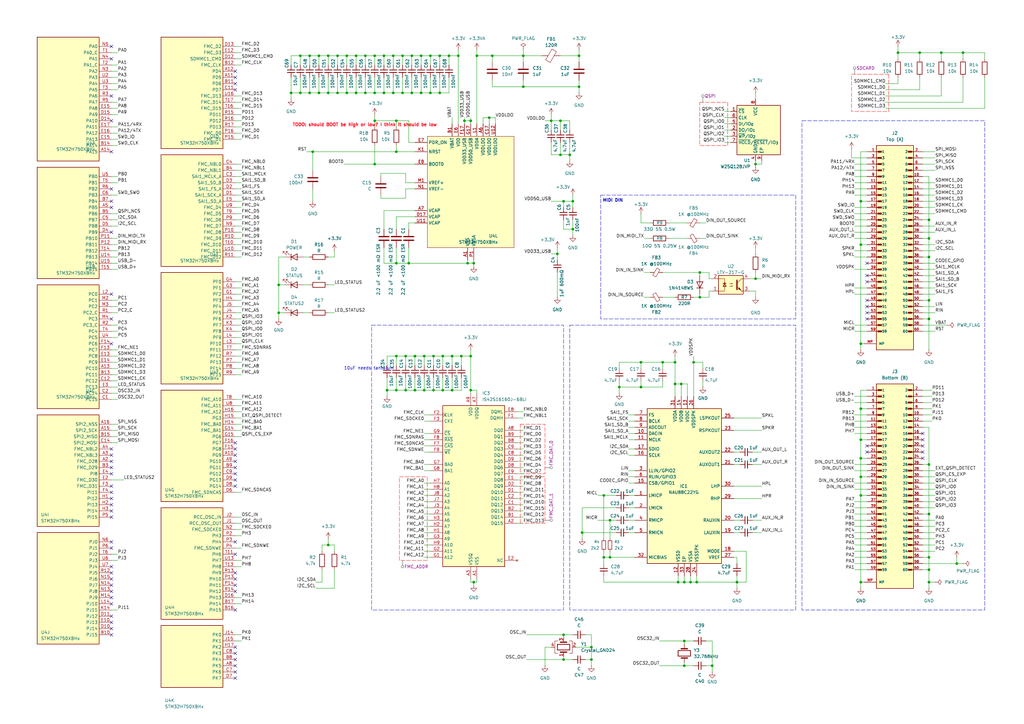
<source format=kicad_sch>
(kicad_sch (version 20250114) (generator "eeschema") (generator_version "9.0")
  (paper "A3")
  (lib_symbols
    (symbol "Connector_Generic:Conn_02x40_Odd_Even" (pin_names (offset 1.016) (hide yes))
      (property "Reference" "J" (at 1.27 50.8 0))
      (property "Value" "Conn_02x40_Odd_Even" (at 1.27 -53.34 0))
      (symbol "Conn_02x40_Odd_Even_1_1"
        (pin passive line (at -5.08 48.26 0) (length 3.81) (name "Pin_1") (number "1"))
        (pin passive line (at -5.08 45.72 0) (length 3.81) (name "Pin_3") (number "3"))
        (pin passive line (at -5.08 43.18 0) (length 3.81) (name "Pin_5") (number "5"))
        (pin passive line (at -5.08 40.64 0) (length 3.81) (name "Pin_7") (number "7"))
        (pin passive line (at -5.08 38.1 0) (length 3.81) (name "Pin_9") (number "9"))
        (pin passive line (at -5.08 35.56 0) (length 3.81) (name "Pin_11") (number "11"))
        (pin passive line (at -5.08 33.02 0) (length 3.81) (name "Pin_13") (number "13"))
        (pin passive line (at -5.08 30.48 0) (length 3.81) (name "Pin_15") (number "15"))
        (pin passive line (at -5.08 27.94 0) (length 3.81) (name "Pin_17") (number "17"))
        (pin passive line (at -5.08 25.4 0) (length 3.81) (name "Pin_19") (number "19"))
        (pin passive line (at -5.08 22.86 0) (length 3.81) (name "Pin_21") (number "21"))
        (pin passive line (at -5.08 20.32 0) (length 3.81) (name "Pin_23") (number "23"))
        (pin passive line (at -5.08 17.78 0) (length 3.81) (name "Pin_25") (number "25"))
        (pin passive line (at -5.08 15.24 0) (length 3.81) (name "Pin_27") (number "27"))
        (pin passive line (at -5.08 12.7 0) (length 3.81) (name "Pin_29") (number "29"))
        (pin passive line (at -5.08 10.16 0) (length 3.81) (name "Pin_31") (number "31"))
        (pin passive line (at -5.08 7.62 0) (length 3.81) (name "Pin_33") (number "33"))
        (pin passive line (at -5.08 5.08 0) (length 3.81) (name "Pin_35") (number "35"))
        (pin passive line (at -5.08 2.54 0) (length 3.81) (name "Pin_37") (number "37"))
        (pin passive line (at -5.08 0 0) (length 3.81) (name "Pin_39") (number "39"))
        (pin passive line (at -5.08 -2.54 0) (length 3.81) (name "Pin_41") (number "41"))
        (pin passive line (at -5.08 -5.08 0) (length 3.81) (name "Pin_43") (number "43"))
        (pin passive line (at -5.08 -7.62 0) (length 3.81) (name "Pin_45") (number "45"))
        (pin passive line (at -5.08 -10.16 0) (length 3.81) (name "Pin_47") (number "47"))
        (pin passive line (at -5.08 -12.7 0) (length 3.81) (name "Pin_49") (number "49"))
        (pin passive line (at -5.08 -15.24 0) (length 3.81) (name "Pin_51") (number "51"))
        (pin passive line (at -5.08 -17.78 0) (length 3.81) (name "Pin_53") (number "53"))
        (pin passive line (at -5.08 -20.32 0) (length 3.81) (name "Pin_55") (number "55"))
        (pin passive line (at -5.08 -22.86 0) (length 3.81) (name "Pin_57") (number "57"))
        (pin passive line (at -5.08 -25.4 0) (length 3.81) (name "Pin_59") (number "59"))
        (pin passive line (at -5.08 -27.94 0) (length 3.81) (name "Pin_61") (number "61"))
        (pin passive line (at -5.08 -30.48 0) (length 3.81) (name "Pin_63") (number "63"))
        (pin passive line (at -5.08 -33.02 0) (length 3.81) (name "Pin_65") (number "65"))
        (pin passive line (at -5.08 -35.56 0) (length 3.81) (name "Pin_67") (number "67"))
        (pin passive line (at -5.08 -38.1 0) (length 3.81) (name "Pin_69") (number "69"))
        (pin passive line (at -5.08 -40.64 0) (length 3.81) (name "Pin_71") (number "71"))
        (pin passive line (at -5.08 -43.18 0) (length 3.81) (name "Pin_73") (number "73"))
        (pin passive line (at -5.08 -45.72 0) (length 3.81) (name "Pin_75") (number "75"))
        (pin passive line (at -5.08 -48.26 0) (length 3.81) (name "Pin_77") (number "77"))
        (pin passive line (at -5.08 -50.8 0) (length 3.81) (name "Pin_79") (number "79"))
        (pin passive line (at 7.62 48.26 180) (length 3.81) (name "Pin_2") (number "2"))
        (pin passive line (at 7.62 45.72 180) (length 3.81) (name "Pin_4") (number "4"))
        (pin passive line (at 7.62 43.18 180) (length 3.81) (name "Pin_6") (number "6"))
        (pin passive line (at 7.62 40.64 180) (length 3.81) (name "Pin_8") (number "8"))
        (pin passive line (at 7.62 38.1 180) (length 3.81) (name "Pin_10") (number "10"))
        (pin passive line (at 7.62 35.56 180) (length 3.81) (name "Pin_12") (number "12"))
        (pin passive line (at 7.62 33.02 180) (length 3.81) (name "Pin_14") (number "14"))
        (pin passive line (at 7.62 30.48 180) (length 3.81) (name "Pin_16") (number "16"))
        (pin passive line (at 7.62 27.94 180) (length 3.81) (name "Pin_18") (number "18"))
        (pin passive line (at 7.62 25.4 180) (length 3.81) (name "Pin_20") (number "20"))
        (pin passive line (at 7.62 22.86 180) (length 3.81) (name "Pin_22") (number "22"))
        (pin passive line (at 7.62 20.32 180) (length 3.81) (name "Pin_24") (number "24"))
        (pin passive line (at 7.62 17.78 180) (length 3.81) (name "Pin_26") (number "26"))
        (pin passive line (at 7.62 15.24 180) (length 3.81) (name "Pin_28") (number "28"))
        (pin passive line (at 7.62 12.7 180) (length 3.81) (name "Pin_30") (number "30"))
        (pin passive line (at 7.62 10.16 180) (length 3.81) (name "Pin_32") (number "32"))
        (pin passive line (at 7.62 7.62 180) (length 3.81) (name "Pin_34") (number "34"))
        (pin passive line (at 7.62 5.08 180) (length 3.81) (name "Pin_36") (number "36"))
        (pin passive line (at 7.62 2.54 180) (length 3.81) (name "Pin_38") (number "38"))
        (pin passive line (at 7.62 0 180) (length 3.81) (name "Pin_40") (number "40"))
        (pin passive line (at 7.62 -2.54 180) (length 3.81) (name "Pin_42") (number "42"))
        (pin passive line (at 7.62 -5.08 180) (length 3.81) (name "Pin_44") (number "44"))
        (pin passive line (at 7.62 -7.62 180) (length 3.81) (name "Pin_46") (number "46"))
        (pin passive line (at 7.62 -10.16 180) (length 3.81) (name "Pin_48") (number "48"))
        (pin passive line (at 7.62 -12.7 180) (length 3.81) (name "Pin_50") (number "50"))
        (pin passive line (at 7.62 -15.24 180) (length 3.81) (name "Pin_52") (number "52"))
        (pin passive line (at 7.62 -17.78 180) (length 3.81) (name "Pin_54") (number "54"))
        (pin passive line (at 7.62 -20.32 180) (length 3.81) (name "Pin_56") (number "56"))
        (pin passive line (at 7.62 -22.86 180) (length 3.81) (name "Pin_58") (number "58"))
        (pin passive line (at 7.62 -25.4 180) (length 3.81) (name "Pin_60") (number "60"))
        (pin passive line (at 7.62 -27.94 180) (length 3.81) (name "Pin_62") (number "62"))
        (pin passive line (at 7.62 -30.48 180) (length 3.81) (name "Pin_64") (number "64"))
        (pin passive line (at 7.62 -33.02 180) (length 3.81) (name "Pin_66") (number "66"))
        (pin passive line (at 7.62 -35.56 180) (length 3.81) (name "Pin_68") (number "68"))
        (pin passive line (at 7.62 -38.1 180) (length 3.81) (name "Pin_70") (number "70"))
        (pin passive line (at 7.62 -40.64 180) (length 3.81) (name "Pin_72") (number "72"))
        (pin passive line (at 7.62 -43.18 180) (length 3.81) (name "Pin_74") (number "74"))
        (pin passive line (at 7.62 -45.72 180) (length 3.81) (name "Pin_76") (number "76"))
        (pin passive line (at 7.62 -48.26 180) (length 3.81) (name "Pin_78") (number "78"))
        (pin passive line (at 7.62 -50.8 180) (length 3.81) (name "Pin_80") (number "80"))
      )
    )
    (symbol "DF40C-60DP-0.4V_51_:DF40C-60DP-0.4V_51_" (pin_names (offset 1.016))
      (property "Reference" "J2" (at 0 45.72 0))
      (property "Value" "DF40C-60DP-0.4V_51_" (at 0 43.18 0))
      (symbol "DF40C-60DP-0.4V_51__0_0"
        (pin passive line (at -11.43 38.1 0) (length 5.08) (name "1") (number "1"))
        (pin passive line (at -11.43 35.56 0) (length 5.08) (name "3") (number "3"))
        (pin passive line (at -11.43 33.02 0) (length 5.08) (name "5") (number "5"))
        (pin passive line (at -11.43 30.48 0) (length 5.08) (name "7") (number "7"))
        (pin passive line (at -11.43 27.94 0) (length 5.08) (name "9") (number "9"))
        (pin passive line (at -11.43 25.4 0) (length 5.08) (name "11") (number "11"))
        (pin passive line (at -11.43 22.86 0) (length 5.08) (name "13") (number "13"))
        (pin passive line (at -11.43 20.32 0) (length 5.08) (name "15") (number "15"))
        (pin passive line (at -11.43 17.78 0) (length 5.08) (name "17") (number "17"))
        (pin passive line (at -11.43 15.24 0) (length 5.08) (name "19") (number "19"))
        (pin passive line (at -11.43 12.7 0) (length 5.08) (name "21") (number "21"))
        (pin passive line (at -11.43 10.16 0) (length 5.08) (name "23") (number "23"))
        (pin passive line (at -11.43 7.62 0) (length 5.08) (name "25") (number "25"))
        (pin passive line (at -11.43 5.08 0) (length 5.08) (name "27") (number "27"))
        (pin passive line (at -11.43 2.54 0) (length 5.08) (name "29") (number "29"))
        (pin passive line (at -11.43 0 0) (length 5.08) (name "31") (number "31"))
        (pin passive line (at -11.43 -2.54 0) (length 5.08) (name "33") (number "33"))
        (pin passive line (at -11.43 -5.08 0) (length 5.08) (name "35") (number "35"))
        (pin passive line (at -11.43 -7.62 0) (length 5.08) (name "37") (number "37"))
        (pin passive line (at -11.43 -10.16 0) (length 5.08) (name "39") (number "39"))
        (pin passive line (at -11.43 -12.7 0) (length 5.08) (name "41") (number "41"))
        (pin passive line (at -11.43 -15.24 0) (length 5.08) (name "43") (number "43"))
        (pin passive line (at -11.43 -17.78 0) (length 5.08) (name "45") (number "45"))
        (pin passive line (at -11.43 -20.32 0) (length 5.08) (name "47") (number "47"))
        (pin passive line (at -11.43 -22.86 0) (length 5.08) (name "49") (number "49"))
        (pin passive line (at -11.43 -25.4 0) (length 5.08) (name "51") (number "51"))
        (pin passive line (at -11.43 -27.94 0) (length 5.08) (name "53") (number "53"))
        (pin passive line (at -11.43 -30.48 0) (length 5.08) (name "55") (number "55"))
        (pin passive line (at -11.43 -33.02 0) (length 5.08) (name "57") (number "57"))
        (pin passive line (at -11.43 -35.56 0) (length 5.08) (name "59") (number "59"))
        (pin passive line (at 11.43 38.1 180) (length 5.08) (name "2") (number "2"))
        (pin passive line (at 11.43 35.56 180) (length 5.08) (name "4") (number "4"))
        (pin passive line (at 11.43 33.02 180) (length 5.08) (name "6") (number "6"))
        (pin passive line (at 11.43 30.48 180) (length 5.08) (name "8") (number "8"))
        (pin passive line (at 11.43 27.94 180) (length 5.08) (name "10") (number "10"))
        (pin passive line (at 11.43 25.4 180) (length 5.08) (name "12") (number "12"))
        (pin passive line (at 11.43 22.86 180) (length 5.08) (name "14") (number "14"))
        (pin passive line (at 11.43 20.32 180) (length 5.08) (name "16") (number "16"))
        (pin passive line (at 11.43 17.78 180) (length 5.08) (name "18") (number "18"))
        (pin passive line (at 11.43 15.24 180) (length 5.08) (name "20") (number "20"))
        (pin passive line (at 11.43 12.7 180) (length 5.08) (name "22") (number "22"))
        (pin passive line (at 11.43 10.16 180) (length 5.08) (name "24") (number "24"))
        (pin passive line (at 11.43 7.62 180) (length 5.08) (name "26") (number "26"))
        (pin passive line (at 11.43 5.08 180) (length 5.08) (name "28") (number "28"))
        (pin passive line (at 11.43 2.54 180) (length 5.08) (name "30") (number "30"))
        (pin passive line (at 11.43 0 180) (length 5.08) (name "32") (number "32"))
        (pin passive line (at 11.43 -2.54 180) (length 5.08) (name "34") (number "34"))
        (pin passive line (at 11.43 -5.08 180) (length 5.08) (name "36") (number "36"))
        (pin passive line (at 11.43 -7.62 180) (length 5.08) (name "38") (number "38"))
        (pin passive line (at 11.43 -10.16 180) (length 5.08) (name "40") (number "40"))
        (pin passive line (at 11.43 -12.7 180) (length 5.08) (name "42") (number "42"))
        (pin passive line (at 11.43 -15.24 180) (length 5.08) (name "44") (number "44"))
        (pin passive line (at 11.43 -17.78 180) (length 5.08) (name "46") (number "46"))
        (pin passive line (at 11.43 -20.32 180) (length 5.08) (name "48") (number "48"))
        (pin passive line (at 11.43 -22.86 180) (length 5.08) (name "50") (number "50"))
        (pin passive line (at 11.43 -25.4 180) (length 5.08) (name "52") (number "52"))
        (pin passive line (at 11.43 -27.94 180) (length 5.08) (name "54") (number "54"))
        (pin passive line (at 11.43 -30.48 180) (length 5.08) (name "56") (number "56"))
        (pin passive line (at 11.43 -33.02 180) (length 5.08) (name "58") (number "58"))
        (pin passive line (at 11.43 -35.56 180) (length 5.08) (name "60") (number "60"))
      )
      (symbol "DF40C-60DP-0.4V_51__1_0"
        (pin passive line (at -12.7 -40.64 0) (length 5.08) (name "MP") (number "MP"))
      )
    )
    (symbol "DF40C-60DP-0.4V_51__1" (pin_names (offset 1.016))
      (property "Reference" "J2" (at 0 45.72 0))
      (property "Value" "Top" (at 0 43.18 0))
      (symbol "DF40C-60DP-0.4V_51__1_0_0"
        (pin passive line (at -11.43 38.1 0) (length 5.08) (name "1") (number "1"))
        (pin passive line (at -11.43 35.56 0) (length 5.08) (name "3") (number "3"))
        (pin passive line (at -11.43 33.02 0) (length 5.08) (name "5") (number "5"))
        (pin passive line (at -11.43 30.48 0) (length 5.08) (name "7") (number "7"))
        (pin passive line (at -11.43 27.94 0) (length 5.08) (name "9") (number "9"))
        (pin passive line (at -11.43 25.4 0) (length 5.08) (name "11") (number "11"))
        (pin passive line (at -11.43 22.86 0) (length 5.08) (name "13") (number "13"))
        (pin passive line (at -11.43 20.32 0) (length 5.08) (name "15") (number "15"))
        (pin passive line (at -11.43 17.78 0) (length 5.08) (name "17") (number "17"))
        (pin passive line (at -11.43 15.24 0) (length 5.08) (name "19") (number "19"))
        (pin passive line (at -11.43 12.7 0) (length 5.08) (name "21") (number "21"))
        (pin passive line (at -11.43 10.16 0) (length 5.08) (name "23") (number "23"))
        (pin passive line (at -11.43 7.62 0) (length 5.08) (name "25") (number "25"))
        (pin passive line (at -11.43 5.08 0) (length 5.08) (name "27") (number "27"))
        (pin passive line (at -11.43 2.54 0) (length 5.08) (name "29") (number "29"))
        (pin passive line (at -11.43 0 0) (length 5.08) (name "31") (number "31"))
        (pin passive line (at -11.43 -2.54 0) (length 5.08) (name "33") (number "33"))
        (pin passive line (at -11.43 -5.08 0) (length 5.08) (name "35") (number "35"))
        (pin passive line (at -11.43 -7.62 0) (length 5.08) (name "37") (number "37"))
        (pin passive line (at -11.43 -10.16 0) (length 5.08) (name "39") (number "39"))
        (pin passive line (at -11.43 -12.7 0) (length 5.08) (name "41") (number "41"))
        (pin passive line (at -11.43 -15.24 0) (length 5.08) (name "43") (number "43"))
        (pin passive line (at -11.43 -17.78 0) (length 5.08) (name "45") (number "45"))
        (pin passive line (at -11.43 -20.32 0) (length 5.08) (name "47") (number "47"))
        (pin passive line (at -11.43 -22.86 0) (length 5.08) (name "49") (number "49"))
        (pin passive line (at -11.43 -25.4 0) (length 5.08) (name "51") (number "51"))
        (pin passive line (at -11.43 -27.94 0) (length 5.08) (name "53") (number "53"))
        (pin passive line (at -11.43 -30.48 0) (length 5.08) (name "55") (number "55"))
        (pin passive line (at -11.43 -33.02 0) (length 5.08) (name "57") (number "57"))
        (pin passive line (at -11.43 -35.56 0) (length 5.08) (name "59") (number "59"))
        (pin passive line (at 11.43 38.1 180) (length 5.08) (name "2") (number "2"))
        (pin passive line (at 11.43 35.56 180) (length 5.08) (name "4") (number "4"))
        (pin passive line (at 11.43 33.02 180) (length 5.08) (name "6") (number "6"))
        (pin passive line (at 11.43 30.48 180) (length 5.08) (name "8") (number "8"))
        (pin passive line (at 11.43 27.94 180) (length 5.08) (name "10") (number "10"))
        (pin passive line (at 11.43 25.4 180) (length 5.08) (name "12") (number "12"))
        (pin passive line (at 11.43 22.86 180) (length 5.08) (name "14") (number "14"))
        (pin passive line (at 11.43 20.32 180) (length 5.08) (name "16") (number "16"))
        (pin passive line (at 11.43 17.78 180) (length 5.08) (name "18") (number "18"))
        (pin passive line (at 11.43 15.24 180) (length 5.08) (name "20") (number "20"))
        (pin passive line (at 11.43 12.7 180) (length 5.08) (name "22") (number "22"))
        (pin passive line (at 11.43 10.16 180) (length 5.08) (name "24") (number "24"))
        (pin passive line (at 11.43 7.62 180) (length 5.08) (name "26") (number "26"))
        (pin passive line (at 11.43 5.08 180) (length 5.08) (name "28") (number "28"))
        (pin passive line (at 11.43 2.54 180) (length 5.08) (name "30") (number "30"))
        (pin passive line (at 11.43 0 180) (length 5.08) (name "32") (number "32"))
        (pin passive line (at 11.43 -2.54 180) (length 5.08) (name "34") (number "34"))
        (pin passive line (at 11.43 -5.08 180) (length 5.08) (name "36") (number "36"))
        (pin passive line (at 11.43 -7.62 180) (length 5.08) (name "38") (number "38"))
        (pin passive line (at 11.43 -10.16 180) (length 5.08) (name "40") (number "40"))
        (pin passive line (at 11.43 -12.7 180) (length 5.08) (name "42") (number "42"))
        (pin passive line (at 11.43 -15.24 180) (length 5.08) (name "44") (number "44"))
        (pin passive line (at 11.43 -17.78 180) (length 5.08) (name "46") (number "46"))
        (pin passive line (at 11.43 -20.32 180) (length 5.08) (name "48") (number "48"))
        (pin passive line (at 11.43 -22.86 180) (length 5.08) (name "50") (number "50"))
        (pin passive line (at 11.43 -25.4 180) (length 5.08) (name "52") (number "52"))
        (pin passive line (at 11.43 -27.94 180) (length 5.08) (name "54") (number "54"))
        (pin passive line (at 11.43 -30.48 180) (length 5.08) (name "56") (number "56"))
        (pin passive line (at 11.43 -33.02 180) (length 5.08) (name "58") (number "58"))
        (pin passive line (at 11.43 -35.56 180) (length 5.08) (name "60") (number "60"))
      )
      (symbol "DF40C-60DP-0.4V_51__1_1_0"
        (pin passive line (at -12.7 -40.64 0) (length 5.08) (name "MP") (number "MP"))
      )
    )
    (symbol "Device:C" (pin_numbers (hide yes)) (pin_names (offset 0.254))
      (property "Reference" "C" (at 0.635 2.54 0))
      (property "Value" "C" (at 0.635 -2.54 0))
      (symbol "C_1_1"
        (pin passive line (at 0 3.81 270) (length 2.794) (name "~") (number "1"))
        (pin passive line (at 0 -3.81 90) (length 2.794) (name "~") (number "2"))
      )
    )
    (symbol "Device:C_Small" (pin_numbers (hide yes)) (pin_names (offset 0.254) (hide yes))
      (property "Reference" "C" (at 0.254 1.778 0))
      (property "Value" "C_Small" (at 0.254 -2.032 0))
      (symbol "C_Small_1_1"
        (pin passive line (at 0 2.54 270) (length 2.032) (name "~") (number "1"))
        (pin passive line (at 0 -2.54 90) (length 2.032) (name "~") (number "2"))
      )
    )
    (symbol "Device:Crystal" (pin_numbers (hide yes)) (pin_names (offset 1.016) (hide yes))
      (property "Reference" "Y" (at 0 3.81 0))
      (property "Value" "Crystal" (at 0 -3.81 0))
      (symbol "Crystal_1_1"
        (pin passive line (at -3.81 0 0) (length 1.27) (name "1") (number "1"))
        (pin passive line (at 3.81 0 180) (length 1.27) (name "2") (number "2"))
      )
    )
    (symbol "Device:Crystal_GND24" (pin_names (offset 1.016) (hide yes))
      (property "Reference" "Y" (at 3.175 5.08 0))
      (property "Value" "Crystal_GND24" (at 3.175 3.175 0))
      (symbol "Crystal_GND24_1_1"
        (pin passive line (at -3.81 0 0) (length 1.27) (name "1") (number "1"))
        (pin passive line (at 0 5.08 270) (length 1.27) (name "2") (number "2"))
        (pin passive line (at 0 -5.08 90) (length 1.27) (name "4") (number "4"))
        (pin passive line (at 3.81 0 180) (length 1.27) (name "3") (number "3"))
      )
    )
    (symbol "Device:D" (pin_numbers (hide yes)) (pin_names (offset 1.016) (hide yes))
      (property "Reference" "D" (at 0 2.54 0))
      (property "Value" "D" (at 0 -2.54 0))
      (symbol "D_1_1"
        (pin passive line (at -3.81 0 0) (length 2.54) (name "K") (number "1"))
        (pin passive line (at 3.81 0 180) (length 2.54) (name "A") (number "2"))
      )
    )
    (symbol "Device:FerriteBead" (pin_numbers (hide yes)) (pin_names (offset 0))
      (property "Reference" "FB" (at -3.81 0.635 90))
      (property "Value" "FerriteBead" (at 3.81 0 90))
      (symbol "FerriteBead_1_1"
        (pin passive line (at 0 3.81 270) (length 2.54) (name "~") (number "1"))
        (pin passive line (at 0 -3.81 90) (length 2.54) (name "~") (number "2"))
      )
    )
    (symbol "Device:FerriteBead_Small" (pin_numbers (hide yes)) (pin_names (offset 0))
      (property "Reference" "FB" (at 1.905 1.27 0))
      (property "Value" "FerriteBead_Small" (at 1.905 -1.27 0))
      (symbol "FerriteBead_Small_1_1"
        (pin passive line (at 0 2.54 270) (length 1.27) (name "~") (number "1"))
        (pin passive line (at 0 -2.54 90) (length 1.27) (name "~") (number "2"))
      )
    )
    (symbol "Device:LED" (pin_numbers (hide yes)) (pin_names (offset 1.016) (hide yes))
      (property "Reference" "D" (at 0 2.54 0))
      (property "Value" "LED" (at 0 -2.54 0))
      (symbol "LED_1_1"
        (pin passive line (at -3.81 0 0) (length 2.54) (name "K") (number "1"))
        (pin passive line (at 3.81 0 180) (length 2.54) (name "A") (number "2"))
      )
    )
    (symbol "Device:R" (pin_numbers (hide yes)) (pin_names (offset 0))
      (property "Reference" "R" (at 2.032 0 90))
      (property "Value" "R" (at 0 0 90))
      (symbol "R_1_1"
        (pin passive line (at 0 3.81 270) (length 1.27) (name "~") (number "1"))
        (pin passive line (at 0 -3.81 90) (length 1.27) (name "~") (number "2"))
      )
    )
    (symbol "Device:R_Small" (pin_numbers (hide yes)) (pin_names (offset 0.254) (hide yes))
      (property "Reference" "R" (at 0 0 90))
      (property "Value" "R_Small" (at 1.778 0 90))
      (symbol "R_Small_1_1"
        (pin passive line (at 0 2.54 270) (length 0.762) (name "~") (number "1"))
        (pin passive line (at 0 -2.54 90) (length 0.762) (name "~") (number "2"))
      )
    )
    (symbol "IS42S16160J-6BLI:IS42S16160J-6BLI"
      (property "Reference" "IC3" (at 3.4133 38.1 0))
      (property "Value" "IS42S16160J-6BLI" (at 3.4133 35.56 0))
      (symbol "IS42S16160J-6BLI_1_1"
        (pin input clock (at -17.78 29.21 0) (length 5.08) (name "CLK") (number "F2"))
        (pin input line (at -17.78 26.67 0) (length 5.08) (name "CKE") (number "F3"))
        (pin passive line (at -17.78 21.59 0) (length 5.08) (name "~{CS}") (number "G9"))
        (pin passive line (at -17.78 19.05 0) (length 5.08) (name "~{RAS}") (number "F8"))
        (pin passive line (at -17.78 16.51 0) (length 5.08) (name "~{CAS}") (number "F7"))
        (pin passive line (at -17.78 13.97 0) (length 5.08) (name "~{WE}") (number "F9"))
        (pin passive line (at -17.78 8.89 0) (length 5.08) (name "BA0") (number "G7"))
        (pin passive line (at -17.78 6.35 0) (length 5.08) (name "BA1") (number "G8"))
        (pin input line (at -17.78 1.27 0) (length 5.08) (name "A0") (number "H7"))
        (pin input line (at -17.78 -1.27 0) (length 5.08) (name "A1") (number "H8"))
        (pin input line (at -17.78 -3.81 0) (length 5.08) (name "A2") (number "J8"))
        (pin input line (at -17.78 -6.35 0) (length 5.08) (name "A3") (number "J7"))
        (pin input line (at -17.78 -8.89 0) (length 5.08) (name "A4") (number "J3"))
        (pin input line (at -17.78 -11.43 0) (length 5.08) (name "A5") (number "J2"))
        (pin input line (at -17.78 -13.97 0) (length 5.08) (name "A6") (number "H3"))
        (pin input line (at -17.78 -16.51 0) (length 5.08) (name "A7") (number "H2"))
        (pin input line (at -17.78 -19.05 0) (length 5.08) (name "A8") (number "H1"))
        (pin input line (at -17.78 -21.59 0) (length 5.08) (name "A9") (number "G3"))
        (pin input line (at -17.78 -24.13 0) (length 5.08) (name "A10") (number "H9"))
        (pin input line (at -17.78 -26.67 0) (length 5.08) (name "A11") (number "G2"))
        (pin input line (at -17.78 -29.21 0) (length 5.08) (name "A12") (number "G1"))
        (pin power_in line (at -1.27 38.1 270) (length 5.08) (name "VDD") (number "A9"))
        (pin passive line (at -1.27 38.1 270) (length 5.08) (hide yes) (name "VDD") (number "E7"))
        (pin passive line (at -1.27 38.1 270) (length 5.08) (hide yes) (name "VDD") (number "J9"))
        (pin power_in line (at -1.27 -38.1 90) (length 5.08) (name "VSSQ") (number "A3"))
        (pin passive line (at -1.27 -38.1 90) (length 5.08) (hide yes) (name "VSSQ") (number "B7"))
        (pin passive line (at -1.27 -38.1 90) (length 5.08) (hide yes) (name "VSSQ") (number "C3"))
        (pin passive line (at -1.27 -38.1 90) (length 5.08) (hide yes) (name "VSSQ") (number "D7"))
        (pin power_in line (at 1.27 38.1 270) (length 5.08) (name "VDDQ") (number "A7"))
        (pin passive line (at 1.27 38.1 270) (length 5.08) (hide yes) (name "VDDQ") (number "B3"))
        (pin passive line (at 1.27 38.1 270) (length 5.08) (hide yes) (name "VDDQ") (number "C7"))
        (pin passive line (at 1.27 38.1 270) (length 5.08) (hide yes) (name "VDDQ") (number "D3"))
        (pin power_in line (at 1.27 -38.1 90) (length 5.08) (name "VSS") (number "A1"))
        (pin passive line (at 1.27 -38.1 90) (length 5.08) (hide yes) (name "VSS") (number "E3"))
        (pin passive line (at 1.27 -38.1 90) (length 5.08) (hide yes) (name "VSS") (number "J1"))
        (pin passive line (at 17.78 30.48 180) (length 5.08) (name "DQML") (number "E8"))
        (pin passive line (at 17.78 27.94 180) (length 5.08) (name "DQMH") (number "F1"))
        (pin bidirectional line (at 17.78 22.86 180) (length 5.08) (name "DQ0") (number "A8"))
        (pin bidirectional line (at 17.78 20.32 180) (length 5.08) (name "DQ1") (number "B9"))
        (pin bidirectional line (at 17.78 17.78 180) (length 5.08) (name "DQ2") (number "B8"))
        (pin bidirectional line (at 17.78 15.24 180) (length 5.08) (name "DQ3") (number "C9"))
        (pin bidirectional line (at 17.78 12.7 180) (length 5.08) (name "DQ4") (number "C8"))
        (pin bidirectional line (at 17.78 10.16 180) (length 5.08) (name "DQ5") (number "D9"))
        (pin bidirectional line (at 17.78 7.62 180) (length 5.08) (name "DQ6") (number "D8"))
        (pin bidirectional line (at 17.78 5.08 180) (length 5.08) (name "DQ7") (number "E9"))
        (pin bidirectional line (at 17.78 2.54 180) (length 5.08) (name "DQ8") (number "E1"))
        (pin bidirectional line (at 17.78 0 180) (length 5.08) (name "DQ9") (number "D2"))
        (pin bidirectional line (at 17.78 -2.54 180) (length 5.08) (name "DQ10") (number "D1"))
        (pin bidirectional line (at 17.78 -5.08 180) (length 5.08) (name "DQ11") (number "C2"))
        (pin bidirectional line (at 17.78 -7.62 180) (length 5.08) (name "DQ12") (number "C1"))
        (pin bidirectional line (at 17.78 -10.16 180) (length 5.08) (name "DQ13") (number "B2"))
        (pin bidirectional line (at 17.78 -12.7 180) (length 5.08) (name "DQ14") (number "B1"))
        (pin bidirectional line (at 17.78 -15.24 180) (length 5.08) (name "DQ15") (number "A2"))
        (pin no_connect line (at 17.78 -30.48 180) (length 5.08) (name "NC") (number "E2"))
      )
    )
    (symbol "Isolator:Optocoupler_DC_PhotoNPN_AKEC"
      (property "Reference" "D2" (at 0 8.89 0))
      (property "Value" "LTV-217-G" (at 0 6.35 0))
      (symbol "Optocoupler_DC_PhotoNPN_AKEC_1_1"
        (pin passive line (at -7.62 2.54 0) (length 2.54) (name "~") (number "2"))
        (pin passive line (at -7.62 -2.54 0) (length 2.54) (name "~") (number "1"))
        (pin passive line (at 7.62 2.54 180) (length 2.54) (name "~") (number "4"))
        (pin passive line (at 7.62 -2.54 180) (length 2.54) (name "~") (number "3"))
      )
    )
    (symbol "MCU_ST_STM32H7:STM32H750XBHx"
      (property "Reference" "U4" (at 11.176 -18.034 0))
      (property "Value" "STM32H750XBHx" (at 11.176 -20.574 0))
      (symbol "STM32H750XBHx_1_1"
        (pin bidirectional line (at 17.78 21.59 180) (length 5.08) (name "PA0") (number "N5"))
        (pin bidirectional line (at 17.78 19.05 180) (length 5.08) (name "PA0_C") (number "T1"))
        (pin bidirectional line (at 17.78 16.51 180) (length 5.08) (name "PA1") (number "N4"))
        (pin bidirectional line (at 17.78 13.97 180) (length 5.08) (name "PA1_C") (number "T2"))
        (pin bidirectional line (at 17.78 11.43 180) (length 5.08) (name "PA2") (number "N3"))
        (pin bidirectional line (at 17.78 8.89 180) (length 5.08) (name "PA3") (number "U2"))
        (pin bidirectional line (at 17.78 6.35 180) (length 5.08) (name "PA4") (number "U3"))
        (pin bidirectional line (at 17.78 3.81 180) (length 5.08) (name "PA5") (number "T3"))
        (pin bidirectional line (at 17.78 1.27 180) (length 5.08) (name "PA6") (number "R3"))
        (pin bidirectional line (at 17.78 -1.27 180) (length 5.08) (name "PA7") (number "R5") (alternate "FMC_SDNWE" bidirectional line))
        (pin bidirectional line (at 17.78 -3.81 180) (length 5.08) (name "PA8") (number "E15"))
        (pin bidirectional line (at 17.78 -6.35 180) (length 5.08) (name "PA9") (number "D15") (alternate "SPI2_SCK" bidirectional line))
        (pin bidirectional line (at 17.78 -8.89 180) (length 5.08) (name "PA10") (number "D14"))
        (pin bidirectional line (at 17.78 -11.43 180) (length 5.08) (name "PA11") (number "E17") (alternate "SPI2_NSS" bidirectional line))
        (pin bidirectional line (at 17.78 -13.97 180) (length 5.08) (name "PA12") (number "E16") (alternate "SPI2_SCK" bidirectional line))
        (pin bidirectional line (at 17.78 -16.51 180) (length 5.08) (name "PA13") (number "C15"))
        (pin bidirectional line (at 17.78 -19.05 180) (length 5.08) (name "PA14") (number "B14"))
        (pin bidirectional line (at 17.78 -21.59 180) (length 5.08) (name "PA15") (number "A14"))
      )
      (symbol "STM32H750XBHx_2_1"
        (pin bidirectional line (at 17.78 19.05 180) (length 5.08) (name "PB0") (number "U5"))
        (pin bidirectional line (at 17.78 16.51 180) (length 5.08) (name "PB1") (number "T5"))
        (pin bidirectional line (at 17.78 13.97 180) (length 5.08) (name "PB2") (number "R6") (alternate "SAI1_SD_A" bidirectional line))
        (pin bidirectional line (at 17.78 11.43 180) (length 5.08) (name "PB3") (number "C6"))
        (pin bidirectional line (at 17.78 8.89 180) (length 5.08) (name "PB4") (number "B7") (alternate "SPI2_NSS" bidirectional line))
        (pin bidirectional line (at 17.78 6.35 180) (length 5.08) (name "PB5") (number "A5"))
        (pin bidirectional line (at 17.78 3.81 180) (length 5.08) (name "PB6") (number "B5"))
        (pin bidirectional line (at 17.78 1.27 180) (length 5.08) (name "PB7") (number "C5"))
        (pin bidirectional line (at 17.78 -1.27 180) (length 5.08) (name "PB8") (number "D5"))
        (pin bidirectional line (at 17.78 -3.81 180) (length 5.08) (name "PB9") (number "D4") (alternate "SPI2_NSS" bidirectional line))
        (pin bidirectional line (at 17.78 -6.35 180) (length 5.08) (name "PB10") (number "P11") (alternate "SPI2_SCK" bidirectional line))
        (pin bidirectional line (at 17.78 -8.89 180) (length 5.08) (name "PB11") (number "P12"))
        (pin bidirectional line (at 17.78 -11.43 180) (length 5.08) (name "PB12") (number "T14") (alternate "SPI2_NSS" bidirectional line))
        (pin bidirectional line (at 17.78 -13.97 180) (length 5.08) (name "PB13") (number "U14") (alternate "SPI2_SCK" bidirectional line))
        (pin bidirectional line (at 17.78 -16.51 180) (length 5.08) (name "PB14") (number "U15") (alternate "SPI2_MISO" bidirectional line))
        (pin bidirectional line (at 17.78 -19.05 180) (length 5.08) (name "PB15") (number "T15") (alternate "SPI2_MOSI" bidirectional line))
      )
      (symbol "STM32H750XBHx_3_1"
        (pin bidirectional line (at 17.78 21.59 180) (length 5.08) (name "PC0") (number "L2") (alternate "FMC_SDNWE" bidirectional line))
        (pin bidirectional line (at 17.78 19.05 180) (length 5.08) (name "PC1") (number "M2") (alternate "SAI1_SD_A" bidirectional line) (alternate "SPI2_MOSI" bidirectional line))
        (pin bidirectional line (at 17.78 16.51 180) (length 5.08) (name "PC2") (number "M3") (alternate "SPI2_MISO" bidirectional line))
        (pin bidirectional line (at 17.78 13.97 180) (length 5.08) (name "PC2_C") (number "R1") (alternate "SPI2_MISO" bidirectional line))
        (pin bidirectional line (at 17.78 11.43 180) (length 5.08) (name "PC3") (number "M4") (alternate "FMC_SDCKE0" bidirectional line) (alternate "SPI2_MOSI" bidirectional line))
        (pin bidirectional line (at 17.78 8.89 180) (length 5.08) (name "PC3_C") (number "R2") (alternate "FMC_SDCKE0" bidirectional line) (alternate "SPI2_MOSI" bidirectional line))
        (pin bidirectional line (at 17.78 6.35 180) (length 5.08) (name "PC4") (number "T4"))
        (pin bidirectional line (at 17.78 3.81 180) (length 5.08) (name "PC5") (number "U4") (alternate "FMC_SDCKE0" bidirectional line))
        (pin bidirectional line (at 17.78 1.27 180) (length 5.08) (name "PC6") (number "F14"))
        (pin bidirectional line (at 17.78 -1.27 180) (length 5.08) (name "PC7") (number "F13"))
        (pin bidirectional line (at 17.78 -3.81 180) (length 5.08) (name "PC8") (number "E13"))
        (pin bidirectional line (at 17.78 -6.35 180) (length 5.08) (name "PC9") (number "E14"))
        (pin bidirectional line (at 17.78 -8.89 180) (length 5.08) (name "PC10") (number "A13"))
        (pin bidirectional line (at 17.78 -11.43 180) (length 5.08) (name "PC11") (number "B13"))
        (pin bidirectional line (at 17.78 -13.97 180) (length 5.08) (name "PC12") (number "C12"))
        (pin bidirectional line (at 17.78 -16.51 180) (length 5.08) (name "PC13") (number "E3"))
        (pin bidirectional line (at 17.78 -19.05 180) (length 5.08) (name "PC14") (number "C2"))
        (pin bidirectional line (at 17.78 -21.59 180) (length 5.08) (name "PC15") (number "C1"))
      )
      (symbol "STM32H750XBHx_4_1"
        (pin bidirectional line (at 17.78 19.05 180) (length 5.08) (name "PD0") (number "D13") (alternate "FMC_D2" bidirectional line))
        (pin bidirectional line (at 17.78 16.51 180) (length 5.08) (name "PD1") (number "E12") (alternate "FMC_D3" bidirectional line))
        (pin bidirectional line (at 17.78 13.97 180) (length 5.08) (name "PD2") (number "D12") (alternate "SDMMC1_CMD" bidirectional line))
        (pin bidirectional line (at 17.78 11.43 180) (length 5.08) (name "PD3") (number "B12") (alternate "FMC_CLK" bidirectional line) (alternate "SPI2_SCK" bidirectional line))
        (pin bidirectional line (at 17.78 8.89 180) (length 5.08) (name "PD4") (number "A12"))
        (pin bidirectional line (at 17.78 6.35 180) (length 5.08) (name "PD5") (number "A11"))
        (pin bidirectional line (at 17.78 3.81 180) (length 5.08) (name "PD6") (number "B11") (alternate "SAI1_SD_A" bidirectional line))
        (pin bidirectional line (at 17.78 1.27 180) (length 5.08) (name "PD7") (number "C11"))
        (pin bidirectional line (at 17.78 -1.27 180) (length 5.08) (name "PD8") (number "U16") (alternate "FMC_D13" bidirectional line))
        (pin bidirectional line (at 17.78 -3.81 180) (length 5.08) (name "PD9") (number "T17") (alternate "FMC_D14" bidirectional line))
        (pin bidirectional line (at 17.78 -6.35 180) (length 5.08) (name "PD10") (number "T16") (alternate "FMC_D15" bidirectional line))
        (pin bidirectional line (at 17.78 -8.89 180) (length 5.08) (name "PD11") (number "R15"))
        (pin bidirectional line (at 17.78 -11.43 180) (length 5.08) (name "PD12") (number "R16"))
        (pin bidirectional line (at 17.78 -13.97 180) (length 5.08) (name "PD13") (number "R17"))
        (pin bidirectional line (at 17.78 -16.51 180) (length 5.08) (name "PD14") (number "P16") (alternate "FMC_D0" bidirectional line))
        (pin bidirectional line (at 17.78 -19.05 180) (length 5.08) (name "PD15") (number "P15") (alternate "FMC_D1" bidirectional line))
      )
      (symbol "STM32H750XBHx_5_1"
        (pin bidirectional line (at 17.78 19.05 180) (length 5.08) (name "PE0") (number "C4") (alternate "FMC_NBL0" bidirectional line))
        (pin bidirectional line (at 17.78 16.51 180) (length 5.08) (name "PE1") (number "B4") (alternate "FMC_NBL1" bidirectional line))
        (pin bidirectional line (at 17.78 13.97 180) (length 5.08) (name "PE2") (number "C3") (alternate "SAI1_MCLK_A" bidirectional line))
        (pin bidirectional line (at 17.78 11.43 180) (length 5.08) (name "PE3") (number "D3") (alternate "SAI1_SD_B" bidirectional line))
        (pin bidirectional line (at 17.78 8.89 180) (length 5.08) (name "PE4") (number "D2") (alternate "SAI1_FS_A" bidirectional line))
        (pin bidirectional line (at 17.78 6.35 180) (length 5.08) (name "PE5") (number "D1") (alternate "SAI1_SCK_A" bidirectional line))
        (pin bidirectional line (at 17.78 3.81 180) (length 5.08) (name "PE6") (number "E5") (alternate "SAI1_SD_A" bidirectional line))
        (pin bidirectional line (at 17.78 1.27 180) (length 5.08) (name "PE7") (number "U9") (alternate "FMC_D4" bidirectional line))
        (pin bidirectional line (at 17.78 -1.27 180) (length 5.08) (name "PE8") (number "T9") (alternate "FMC_D5" bidirectional line))
        (pin bidirectional line (at 17.78 -3.81 180) (length 5.08) (name "PE9") (number "P9") (alternate "FMC_D6" bidirectional line))
        (pin bidirectional line (at 17.78 -6.35 180) (length 5.08) (name "PE10") (number "N9") (alternate "FMC_D7" bidirectional line))
        (pin bidirectional line (at 17.78 -8.89 180) (length 5.08) (name "PE11") (number "P10") (alternate "FMC_D8" bidirectional line))
        (pin bidirectional line (at 17.78 -11.43 180) (length 5.08) (name "PE12") (number "R10") (alternate "FMC_D9" bidirectional line))
        (pin bidirectional line (at 17.78 -13.97 180) (length 5.08) (name "PE13") (number "T10") (alternate "FMC_D10" bidirectional line))
        (pin bidirectional line (at 17.78 -16.51 180) (length 5.08) (name "PE14") (number "U10") (alternate "FMC_D11" bidirectional line))
        (pin bidirectional line (at 17.78 -19.05 180) (length 5.08) (name "PE15") (number "R11") (alternate "FMC_D12" bidirectional line))
      )
      (symbol "STM32H750XBHx_6_1"
        (pin bidirectional line (at 17.78 19.05 180) (length 5.08) (name "PF0") (number "G4"))
        (pin bidirectional line (at 17.78 16.51 180) (length 5.08) (name "PF1") (number "G3"))
        (pin bidirectional line (at 17.78 13.97 180) (length 5.08) (name "PF2") (number "G1"))
        (pin bidirectional line (at 17.78 11.43 180) (length 5.08) (name "PF3") (number "H4"))
        (pin bidirectional line (at 17.78 8.89 180) (length 5.08) (name "PF4") (number "J5"))
        (pin bidirectional line (at 17.78 6.35 180) (length 5.08) (name "PF5") (number "J4"))
        (pin bidirectional line (at 17.78 3.81 180) (length 5.08) (name "PF6") (number "K2") (alternate "SAI1_SD_B" bidirectional line))
        (pin bidirectional line (at 17.78 1.27 180) (length 5.08) (name "PF7") (number "K3"))
        (pin bidirectional line (at 17.78 -1.27 180) (length 5.08) (name "PF8") (number "K4"))
        (pin bidirectional line (at 17.78 -3.81 180) (length 5.08) (name "PF9") (number "L4"))
        (pin bidirectional line (at 17.78 -6.35 180) (length 5.08) (name "PF10") (number "L3"))
        (pin bidirectional line (at 17.78 -8.89 180) (length 5.08) (name "PF11") (number "T7"))
        (pin bidirectional line (at 17.78 -11.43 180) (length 5.08) (name "PF12") (number "R7"))
        (pin bidirectional line (at 17.78 -13.97 180) (length 5.08) (name "PF13") (number "P7"))
        (pin bidirectional line (at 17.78 -16.51 180) (length 5.08) (name "PF14") (number "P8"))
        (pin bidirectional line (at 17.78 -19.05 180) (length 5.08) (name "PF15") (number "R9"))
      )
      (symbol "STM32H750XBHx_7_1"
        (pin bidirectional line (at -17.78 19.05 0) (length 5.08) (name "PG0") (number "T8") (alternate "FMC_A10" bidirectional line))
        (pin bidirectional line (at -17.78 16.51 0) (length 5.08) (name "PG1") (number "U8") (alternate "FMC_A11" bidirectional line))
        (pin bidirectional line (at -17.78 13.97 0) (length 5.08) (name "PG2") (number "H16") (alternate "FMC_A12" bidirectional line))
        (pin bidirectional line (at -17.78 11.43 0) (length 5.08) (name "PG3") (number "H15"))
        (pin bidirectional line (at -17.78 8.89 0) (length 5.08) (name "PG4") (number "H14") (alternate "FMC_BA0" bidirectional line))
        (pin bidirectional line (at -17.78 6.35 0) (length 5.08) (name "PG5") (number "G14") (alternate "FMC_BA1" bidirectional line))
        (pin bidirectional line (at -17.78 3.81 0) (length 5.08) (name "PG6") (number "G15"))
        (pin bidirectional line (at -17.78 1.27 0) (length 5.08) (name "PG7") (number "F16") (alternate "SAI1_MCLK_A" bidirectional line))
        (pin bidirectional line (at -17.78 -1.27 0) (length 5.08) (name "PG8") (number "F15"))
        (pin bidirectional line (at -17.78 -3.81 0) (length 5.08) (name "PG9") (number "A10"))
        (pin bidirectional line (at -17.78 -6.35 0) (length 5.08) (name "PG10") (number "A9"))
        (pin bidirectional line (at -17.78 -8.89 0) (length 5.08) (name "PG11") (number "B9"))
        (pin bidirectional line (at -17.78 -11.43 0) (length 5.08) (name "PG12") (number "C9"))
        (pin bidirectional line (at -17.78 -13.97 0) (length 5.08) (name "PG13") (number "D9"))
        (pin bidirectional line (at -17.78 -16.51 0) (length 5.08) (name "PG14") (number "D8"))
        (pin bidirectional line (at -17.78 -19.05 0) (length 5.08) (name "PG15") (number "D6") (alternate "FMC_SDNCAS" bidirectional line))
      )
      (symbol "STM32H750XBHx_8_1"
        (pin bidirectional line (at -17.78 19.05 0) (length 5.08) (name "PH0") (number "J2") (alternate "RCC_OSC_IN" bidirectional line))
        (pin bidirectional line (at -17.78 16.51 0) (length 5.08) (name "PH1") (number "J1") (alternate "RCC_OSC_OUT" bidirectional line))
        (pin bidirectional line (at -17.78 13.97 0) (length 5.08) (name "PH2") (number "N2") (alternate "FMC_SDCKE0" bidirectional line))
        (pin bidirectional line (at -17.78 11.43 0) (length 5.08) (name "PH3") (number "P2"))
        (pin bidirectional line (at -17.78 8.89 0) (length 5.08) (name "PH4") (number "P3"))
        (pin bidirectional line (at -17.78 6.35 0) (length 5.08) (name "PH5") (number "P4") (alternate "FMC_SDNWE" bidirectional line))
        (pin bidirectional line (at -17.78 3.81 0) (length 5.08) (name "PH6") (number "T11"))
        (pin bidirectional line (at -17.78 1.27 0) (length 5.08) (name "PH7") (number "U13"))
        (pin bidirectional line (at -17.78 -1.27 0) (length 5.08) (name "PH8") (number "T13") (alternate "FMC_D16" bidirectional line))
        (pin bidirectional line (at -17.78 -3.81 0) (length 5.08) (name "PH9") (number "R13") (alternate "FMC_D17" bidirectional line))
        (pin bidirectional line (at -17.78 -6.35 0) (length 5.08) (name "PH10") (number "P13") (alternate "FMC_D18" bidirectional line))
        (pin bidirectional line (at -17.78 -8.89 0) (length 5.08) (name "PH11") (number "P14") (alternate "FMC_D19" bidirectional line))
        (pin bidirectional line (at -17.78 -11.43 0) (length 5.08) (name "PH12") (number "R14") (alternate "FMC_D20" bidirectional line))
        (pin bidirectional line (at -17.78 -13.97 0) (length 5.08) (name "PH13") (number "D16") (alternate "FMC_D21" bidirectional line))
        (pin bidirectional line (at -17.78 -16.51 0) (length 5.08) (name "PH14") (number "B17") (alternate "FMC_D22" bidirectional line))
        (pin bidirectional line (at -17.78 -19.05 0) (length 5.08) (name "PH15") (number "B16") (alternate "FMC_D23" bidirectional line))
      )
      (symbol "STM32H750XBHx_9_1"
        (pin bidirectional line (at -17.78 19.05 0) (length 5.08) (name "PI0") (number "A16") (alternate "FMC_D24" bidirectional line) (alternate "SPI2_NSS" bidirectional line))
        (pin bidirectional line (at -17.78 16.51 0) (length 5.08) (name "PI1") (number "A15") (alternate "FMC_D25" bidirectional line) (alternate "SPI2_SCK" bidirectional line))
        (pin bidirectional line (at -17.78 13.97 0) (length 5.08) (name "PI2") (number "B15") (alternate "FMC_D26" bidirectional line) (alternate "SPI2_MISO" bidirectional line))
        (pin bidirectional line (at -17.78 11.43 0) (length 5.08) (name "PI3") (number "C14") (alternate "FMC_D27" bidirectional line) (alternate "SPI2_MOSI" bidirectional line))
        (pin bidirectional line (at -17.78 8.89 0) (length 5.08) (name "PI4") (number "A4") (alternate "FMC_NBL2" bidirectional line))
        (pin bidirectional line (at -17.78 6.35 0) (length 5.08) (name "PI5") (number "A3") (alternate "FMC_NBL3" bidirectional line))
        (pin bidirectional line (at -17.78 3.81 0) (length 5.08) (name "PI6") (number "A2") (alternate "FMC_D28" bidirectional line))
        (pin bidirectional line (at -17.78 1.27 0) (length 5.08) (name "PI7") (number "B3") (alternate "FMC_D29" bidirectional line))
        (pin bidirectional line (at -17.78 -1.27 0) (length 5.08) (name "PI8") (number "E4"))
        (pin bidirectional line (at -17.78 -3.81 0) (length 5.08) (name "PI9") (number "E2") (alternate "FMC_D30" bidirectional line))
        (pin bidirectional line (at -17.78 -6.35 0) (length 5.08) (name "PI10") (number "F3") (alternate "FMC_D31" bidirectional line))
        (pin bidirectional line (at -17.78 -8.89 0) (length 5.08) (name "PI11") (number "F4"))
        (pin bidirectional line (at -17.78 -11.43 0) (length 5.08) (name "PI12") (number "H1"))
        (pin bidirectional line (at -17.78 -13.97 0) (length 5.08) (name "PI13") (number "H2"))
        (pin bidirectional line (at -17.78 -16.51 0) (length 5.08) (name "PI14") (number "H3"))
        (pin bidirectional line (at -17.78 -19.05 0) (length 5.08) (name "PI15") (number "P5"))
      )
      (symbol "STM32H750XBHx_10_1"
        (pin bidirectional line (at -17.78 19.05 0) (length 5.08) (name "PJ0") (number "N6"))
        (pin bidirectional line (at -17.78 16.51 0) (length 5.08) (name "PJ1") (number "P6"))
        (pin bidirectional line (at -17.78 13.97 0) (length 5.08) (name "PJ2") (number "T6"))
        (pin bidirectional line (at -17.78 11.43 0) (length 5.08) (name "PJ3") (number "U6"))
        (pin bidirectional line (at -17.78 8.89 0) (length 5.08) (name "PJ4") (number "U7"))
        (pin bidirectional line (at -17.78 6.35 0) (length 5.08) (name "PJ5") (number "R12"))
        (pin bidirectional line (at -17.78 3.81 0) (length 5.08) (name "PJ6") (number "N15"))
        (pin bidirectional line (at -17.78 1.27 0) (length 5.08) (name "PJ7") (number "N14"))
        (pin bidirectional line (at -17.78 -1.27 0) (length 5.08) (name "PJ8") (number "N13"))
        (pin bidirectional line (at -17.78 -3.81 0) (length 5.08) (name "PJ9") (number "M14"))
        (pin bidirectional line (at -17.78 -6.35 0) (length 5.08) (name "PJ10") (number "L14"))
        (pin bidirectional line (at -17.78 -8.89 0) (length 5.08) (name "PJ11") (number "K14"))
        (pin bidirectional line (at -17.78 -11.43 0) (length 5.08) (name "PJ12") (number "D11"))
        (pin bidirectional line (at -17.78 -13.97 0) (length 5.08) (name "PJ13") (number "E10"))
        (pin bidirectional line (at -17.78 -16.51 0) (length 5.08) (name "PJ14") (number "D10"))
        (pin bidirectional line (at -17.78 -19.05 0) (length 5.08) (name "PJ15") (number "B10"))
      )
      (symbol "STM32H750XBHx_11_1"
        (pin bidirectional line (at -17.78 8.89 0) (length 5.08) (name "PK0") (number "J14"))
        (pin bidirectional line (at -17.78 6.35 0) (length 5.08) (name "PK1") (number "J15"))
        (pin bidirectional line (at -17.78 3.81 0) (length 5.08) (name "PK2") (number "H17"))
        (pin bidirectional line (at -17.78 1.27 0) (length 5.08) (name "PK3") (number "C8"))
        (pin bidirectional line (at -17.78 -1.27 0) (length 5.08) (name "PK4") (number "B8"))
        (pin bidirectional line (at -17.78 -3.81 0) (length 5.08) (name "PK5") (number "A8"))
        (pin bidirectional line (at -17.78 -6.35 0) (length 5.08) (name "PK6") (number "C7"))
        (pin bidirectional line (at -17.78 -8.89 0) (length 5.08) (name "PK7") (number "D7"))
      )
      (symbol "STM32H750XBHx_12_1"
        (pin input line (at -22.86 20.32 0) (length 5.08) (name "PDR_ON") (number "E7"))
        (pin input line (at -22.86 16.51 0) (length 5.08) (name "NRST") (number "K1"))
        (pin input line (at -22.86 11.43 0) (length 5.08) (name "BOOT0") (number "E8"))
        (pin input line (at -22.86 3.81 0) (length 5.08) (name "VREF+") (number "M1"))
        (pin input line (at -22.86 1.27 0) (length 5.08) (name "VREF-") (number "N1"))
        (pin power_out line (at -22.86 -7.62 0) (length 5.08) (name "VCAP") (number "A7"))
        (pin power_out line (at -22.86 -10.16 0) (length 5.08) (name "VCAP") (number "D17"))
        (pin power_out line (at -22.86 -12.7 0) (length 5.08) (name "VCAP") (number "U11"))
        (pin power_in line (at -7.62 27.94 270) (length 5.08) (name "VBAT") (number "B1"))
        (pin passive line (at -5.08 27.94 270) (length 5.08) (hide yes) (name "VDD") (number "E11"))
        (pin power_in line (at -5.08 27.94 270) (length 5.08) (name "VDD") (number "E6"))
        (pin passive line (at -5.08 27.94 270) (length 5.08) (hide yes) (name "VDD") (number "E9"))
        (pin passive line (at -5.08 27.94 270) (length 5.08) (hide yes) (name "VDD") (number "F5"))
        (pin passive line (at -5.08 27.94 270) (length 5.08) (hide yes) (name "VDD") (number "G13"))
        (pin passive line (at -5.08 27.94 270) (length 5.08) (hide yes) (name "VDD") (number "G5"))
        (pin passive line (at -5.08 27.94 270) (length 5.08) (hide yes) (name "VDD") (number "H13"))
        (pin passive line (at -5.08 27.94 270) (length 5.08) (hide yes) (name "VDD") (number "H5"))
        (pin passive line (at -5.08 27.94 270) (length 5.08) (hide yes) (name "VDD") (number "J13"))
        (pin passive line (at -5.08 27.94 270) (length 5.08) (hide yes) (name "VDD") (number "K13"))
        (pin passive line (at -5.08 27.94 270) (length 5.08) (hide yes) (name "VDD") (number "K5"))
        (pin passive line (at -5.08 27.94 270) (length 5.08) (hide yes) (name "VDD") (number "L13"))
        (pin passive line (at -5.08 27.94 270) (length 5.08) (hide yes) (name "VDD") (number "L5"))
        (pin passive line (at -5.08 27.94 270) (length 5.08) (hide yes) (name "VDD") (number "M13"))
        (pin passive line (at -5.08 27.94 270) (length 5.08) (hide yes) (name "VDD") (number "M5"))
        (pin passive line (at -5.08 27.94 270) (length 5.08) (hide yes) (name "VDD") (number "N10"))
        (pin passive line (at -5.08 27.94 270) (length 5.08) (hide yes) (name "VDD") (number "N11"))
        (pin passive line (at -5.08 27.94 270) (length 5.08) (hide yes) (name "VDD") (number "N12"))
        (pin passive line (at -5.08 27.94 270) (length 5.08) (hide yes) (name "VDD") (number "N7"))
        (pin passive line (at -5.08 27.94 270) (length 5.08) (hide yes) (name "VDD") (number "N8"))
        (pin passive line (at -5.08 27.94 270) (length 5.08) (hide yes) (name "VDD") (number "P17"))
        (pin power_in line (at -2.54 27.94 270) (length 5.08) (name "VDD33_USB") (number "F17"))
        (pin power_in line (at -1.27 -27.94 90) (length 5.08) (name "VSS") (number "A1"))
        (pin passive line (at -1.27 -27.94 90) (length 5.08) (hide yes) (name "VSS") (number "A17"))
        (pin passive line (at -1.27 -27.94 90) (length 5.08) (hide yes) (name "VSS") (number "B2"))
        (pin passive line (at -1.27 -27.94 90) (length 5.08) (hide yes) (name "VSS") (number "B6"))
        (pin passive line (at -1.27 -27.94 90) (length 5.08) (hide yes) (name "VSS") (number "C10"))
        (pin passive line (at -1.27 -27.94 90) (length 5.08) (hide yes) (name "VSS") (number "C13"))
        (pin passive line (at -1.27 -27.94 90) (length 5.08) (hide yes) (name "VSS") (number "C16"))
        (pin passive line (at -1.27 -27.94 90) (length 5.08) (hide yes) (name "VSS") (number "F1"))
        (pin passive line (at -1.27 -27.94 90) (length 5.08) (hide yes) (name "VSS") (number "F2"))
        (pin passive line (at -1.27 -27.94 90) (length 5.08) (hide yes) (name "VSS") (number "G10"))
        (pin passive line (at -1.27 -27.94 90) (length 5.08) (hide yes) (name "VSS") (number "G11"))
        (pin passive line (at -1.27 -27.94 90) (length 5.08) (hide yes) (name "VSS") (number "G16"))
        (pin passive line (at -1.27 -27.94 90) (length 5.08) (hide yes) (name "VSS") (number "G2"))
        (pin passive line (at -1.27 -27.94 90) (length 5.08) (hide yes) (name "VSS") (number "G7"))
        (pin passive line (at -1.27 -27.94 90) (length 5.08) (hide yes) (name "VSS") (number "G8"))
        (pin passive line (at -1.27 -27.94 90) (length 5.08) (hide yes) (name "VSS") (number "G9"))
        (pin passive line (at -1.27 -27.94 90) (length 5.08) (hide yes) (name "VSS") (number "H10"))
        (pin passive line (at -1.27 -27.94 90) (length 5.08) (hide yes) (name "VSS") (number "H11"))
        (pin passive line (at -1.27 -27.94 90) (length 5.08) (hide yes) (name "VSS") (number "H7"))
        (pin passive line (at -1.27 -27.94 90) (length 5.08) (hide yes) (name "VSS") (number "H8"))
        (pin passive line (at -1.27 -27.94 90) (length 5.08) (hide yes) (name "VSS") (number "H9"))
        (pin passive line (at -1.27 -27.94 90) (length 5.08) (hide yes) (name "VSS") (number "J10"))
        (pin passive line (at -1.27 -27.94 90) (length 5.08) (hide yes) (name "VSS") (number "J11"))
        (pin passive line (at -1.27 -27.94 90) (length 5.08) (hide yes) (name "VSS") (number "J16"))
        (pin passive line (at -1.27 -27.94 90) (length 5.08) (hide yes) (name "VSS") (number "J17"))
        (pin passive line (at -1.27 -27.94 90) (length 5.08) (hide yes) (name "VSS") (number "J3"))
        (pin passive line (at -1.27 -27.94 90) (length 5.08) (hide yes) (name "VSS") (number "J7"))
        (pin passive line (at -1.27 -27.94 90) (length 5.08) (hide yes) (name "VSS") (number "J8"))
        (pin passive line (at -1.27 -27.94 90) (length 5.08) (hide yes) (name "VSS") (number "J9"))
        (pin passive line (at -1.27 -27.94 90) (length 5.08) (hide yes) (name "VSS") (number "K10"))
        (pin passive line (at -1.27 -27.94 90) (length 5.08) (hide yes) (name "VSS") (number "K11"))
        (pin passive line (at -1.27 -27.94 90) (length 5.08) (hide yes) (name "VSS") (number "K15"))
        (pin passive line (at -1.27 -27.94 90) (length 5.08) (hide yes) (name "VSS") (number "K7"))
        (pin passive line (at -1.27 -27.94 90) (length 5.08) (hide yes) (name "VSS") (number "K8"))
        (pin passive line (at -1.27 -27.94 90) (length 5.08) (hide yes) (name "VSS") (number "K9"))
        (pin passive line (at -1.27 -27.94 90) (length 5.08) (hide yes) (name "VSS") (number "L10"))
        (pin passive line (at -1.27 -27.94 90) (length 5.08) (hide yes) (name "VSS") (number "L11"))
        (pin passive line (at -1.27 -27.94 90) (length 5.08) (hide yes) (name "VSS") (number "L15"))
        (pin passive line (at -1.27 -27.94 90) (length 5.08) (hide yes) (name "VSS") (number "L7"))
        (pin passive line (at -1.27 -27.94 90) (length 5.08) (hide yes) (name "VSS") (number "L8"))
        (pin passive line (at -1.27 -27.94 90) (length 5.08) (hide yes) (name "VSS") (number "L9"))
        (pin passive line (at -1.27 -27.94 90) (length 5.08) (hide yes) (name "VSS") (number "M15"))
        (pin passive line (at -1.27 -27.94 90) (length 5.08) (hide yes) (name "VSS") (number "N16"))
        (pin passive line (at -1.27 -27.94 90) (length 5.08) (hide yes) (name "VSS") (number "R4"))
        (pin passive line (at -1.27 -27.94 90) (length 5.08) (hide yes) (name "VSS") (number "R8"))
        (pin passive line (at -1.27 -27.94 90) (length 5.08) (hide yes) (name "VSS") (number "T12"))
        (pin passive line (at -1.27 -27.94 90) (length 5.08) (hide yes) (name "VSS") (number "U1"))
        (pin passive line (at -1.27 -27.94 90) (length 5.08) (hide yes) (name "VSS") (number "U17"))
        (pin power_in line (at 0 27.94 270) (length 5.08) (name "VDD50_USB") (number "G17"))
        (pin power_in line (at 1.27 -27.94 90) (length 5.08) (name "VSSA") (number "P1"))
        (pin power_in line (at 2.54 27.94 270) (length 5.08) (name "VDDA") (number "L1"))
        (pin power_in line (at 5.08 27.94 270) (length 5.08) (name "VDDLDO") (number "A6"))
        (pin power_in line (at 7.62 27.94 270) (length 5.08) (name "VDDLDO") (number "C17"))
        (pin power_in line (at 10.16 27.94 270) (length 5.08) (name "VDDLDO") (number "U12"))
        (pin no_connect line (at 22.86 20.32 180) (length 5.08) (hide yes) (name "NC") (number "N17"))
        (pin no_connect line (at 22.86 17.78 180) (length 5.08) (hide yes) (name "NC") (number "M17"))
        (pin no_connect line (at 22.86 15.24 180) (length 5.08) (hide yes) (name "NC") (number "M16"))
        (pin no_connect line (at 22.86 12.7 180) (length 5.08) (hide yes) (name "NC") (number "L17"))
        (pin no_connect line (at 22.86 10.16 180) (length 5.08) (hide yes) (name "NC") (number "L16"))
        (pin no_connect line (at 22.86 7.62 180) (length 5.08) (hide yes) (name "NC") (number "K17"))
        (pin no_connect line (at 22.86 5.08 180) (length 5.08) (hide yes) (name "NC") (number "K16"))
        (pin no_connect line (at 22.86 2.54 180) (length 5.08) (hide yes) (name "NC") (number "E1"))
      )
    )
    (symbol "Memory_Flash:W25Q128JVP"
      (property "Reference" "U" (at -6.35 11.43 0))
      (property "Value" "W25Q128JVP" (at 7.62 11.43 0))
      (symbol "W25Q128JVP_1_1"
        (pin input line (at -10.16 7.62 0) (length 2.54) (name "~{CS}") (number "1"))
        (pin input line (at -10.16 5.08 0) (length 2.54) (name "CLK") (number "6"))
        (pin bidirectional line (at -10.16 2.54 0) (length 2.54) (name "DI/IO_{0}") (number "5"))
        (pin bidirectional line (at -10.16 0 0) (length 2.54) (name "DO/IO_{1}") (number "2"))
        (pin bidirectional line (at -10.16 -2.54 0) (length 2.54) (name "~{WP}/IO_{2}") (number "3"))
        (pin bidirectional line (at -10.16 -5.08 0) (length 2.54) (name "~{HOLD}/~{RESET}/IO_{3}") (number "7"))
        (pin power_in line (at 0 12.7 270) (length 2.54) (name "VCC") (number "8"))
        (pin power_in line (at 0 -12.7 90) (length 2.54) (name "GND") (number "4"))
        (pin passive line (at 2.54 -12.7 90) (length 2.54) (name "EP") (number "9"))
      )
    )
    (symbol "NAU88C22YG:NAU88C22YG"
      (property "Reference" "IC" (at 6.604 37.846 0))
      (property "Value" "NAU88C22YG" (at 6.604 35.306 0))
      (symbol "NAU88C22YG_1_1"
        (pin passive line (at -20.32 29.21 0) (length 5.08) (name "FS") (number "7"))
        (pin passive line (at -20.32 26.67 0) (length 5.08) (name "BCLK") (number "8"))
        (pin passive line (at -20.32 24.13 0) (length 5.08) (name "ADCOUT") (number "9"))
        (pin passive line (at -20.32 21.59 0) (length 5.08) (name "DACIN") (number "10"))
        (pin passive line (at -20.32 19.05 0) (length 5.08) (name "MCLK") (number "11"))
        (pin passive line (at -20.32 15.24 0) (length 5.08) (name "SDIO") (number "17"))
        (pin passive line (at -20.32 12.7 0) (length 5.08) (name "SCLK") (number "16"))
        (pin passive line (at -20.32 6.35 0) (length 5.08) (name "LLIN/GPIO2") (number "3"))
        (pin passive line (at -20.32 3.81 0) (length 5.08) (name "RLIN/GPIO3") (number "6"))
        (pin passive line (at -20.32 1.27 0) (length 5.08) (name "CSB/GPIO1") (number "15"))
        (pin passive line (at -20.32 -3.81 0) (length 5.08) (name "LMICP") (number "1"))
        (pin passive line (at -20.32 -8.89 0) (length 5.08) (name "LMICN") (number "2"))
        (pin passive line (at -20.32 -13.97 0) (length 5.08) (name "RMICP") (number "4"))
        (pin passive line (at -20.32 -19.05 0) (length 5.08) (name "RMICN") (number "5"))
        (pin passive line (at -20.32 -29.21 0) (length 5.08) (name "MICBIAS") (number "32"))
        (pin passive line (at -3.81 36.83 270) (length 5.08) (name "VDDA") (number "31"))
        (pin passive line (at -2.54 -36.83 90) (length 5.08) (name "VSSD") (number "12"))
        (pin passive line (at -1.27 36.83 270) (length 5.08) (name "VDDB") (number "14"))
        (pin passive line (at 0 -36.83 90) (length 5.08) (name "EP") (number "33"))
        (pin passive line (at 1.27 36.83 270) (length 5.08) (name "VDDC") (number "13"))
        (pin passive line (at 2.54 -36.83 90) (length 5.08) (name "VSSA") (number "28"))
        (pin passive line (at 3.81 36.83 270) (length 5.08) (name "VDDSPK") (number "26"))
        (pin passive line (at 5.08 -36.83 90) (length 5.08) (name "VSSSPK") (number "24"))
        (pin passive line (at 20.32 27.94 180) (length 5.08) (name "LSPKOUT") (number "25"))
        (pin passive line (at 20.32 22.86 180) (length 5.08) (name "RSPKOUT") (number "23"))
        (pin passive line (at 20.32 13.97 180) (length 5.08) (name "AUXOUT2") (number "22"))
        (pin passive line (at 20.32 8.89 180) (length 5.08) (name "AUXOUT1") (number "21"))
        (pin passive line (at 20.32 0 180) (length 5.08) (name "LHP") (number "30"))
        (pin passive line (at 20.32 -5.08 180) (length 5.08) (name "RHP") (number "29"))
        (pin passive line (at 20.32 -13.97 180) (length 5.08) (name "RAUXIN") (number "20"))
        (pin passive line (at 20.32 -19.05 180) (length 5.08) (name "LAUXIN") (number "19"))
        (pin passive line (at 20.32 -26.67 180) (length 5.08) (name "MODE") (number "18"))
        (pin passive line (at 20.32 -29.21 180) (length 5.08) (name "VREF") (number "27"))
      )
    )
    (symbol "STM32H750XBHx_1"
      (property "Reference" "U4" (at 11.176 -18.034 0))
      (property "Value" "STM32H750XBHx" (at 11.176 -20.574 0))
      (symbol "STM32H750XBHx_1_1_1"
        (pin bidirectional line (at 17.78 21.59 180) (length 5.08) (name "PA0") (number "N5"))
        (pin bidirectional line (at 17.78 19.05 180) (length 5.08) (name "PA0_C") (number "T1"))
        (pin bidirectional line (at 17.78 16.51 180) (length 5.08) (name "PA1") (number "N4"))
        (pin bidirectional line (at 17.78 13.97 180) (length 5.08) (name "PA1_C") (number "T2"))
        (pin bidirectional line (at 17.78 11.43 180) (length 5.08) (name "PA2") (number "N3"))
        (pin bidirectional line (at 17.78 8.89 180) (length 5.08) (name "PA3") (number "U2"))
        (pin bidirectional line (at 17.78 6.35 180) (length 5.08) (name "PA4") (number "U3"))
        (pin bidirectional line (at 17.78 3.81 180) (length 5.08) (name "PA5") (number "T3"))
        (pin bidirectional line (at 17.78 1.27 180) (length 5.08) (name "PA6") (number "R3"))
        (pin bidirectional line (at 17.78 -1.27 180) (length 5.08) (name "PA7") (number "R5") (alternate "FMC_SDNWE" bidirectional line))
        (pin bidirectional line (at 17.78 -3.81 180) (length 5.08) (name "PA8") (number "E15"))
        (pin bidirectional line (at 17.78 -6.35 180) (length 5.08) (name "PA9") (number "D15") (alternate "SPI2_SCK" bidirectional line))
        (pin bidirectional line (at 17.78 -8.89 180) (length 5.08) (name "PA10") (number "D14"))
        (pin bidirectional line (at 17.78 -11.43 180) (length 5.08) (name "PA11") (number "E17") (alternate "SPI2_NSS" bidirectional line))
        (pin bidirectional line (at 17.78 -13.97 180) (length 5.08) (name "PA12") (number "E16") (alternate "SPI2_SCK" bidirectional line))
        (pin bidirectional line (at 17.78 -16.51 180) (length 5.08) (name "PA13") (number "C15"))
        (pin bidirectional line (at 17.78 -19.05 180) (length 5.08) (name "PA14") (number "B14"))
        (pin bidirectional line (at 17.78 -21.59 180) (length 5.08) (name "PA15") (number "A14"))
      )
      (symbol "STM32H750XBHx_1_2_1"
        (pin bidirectional line (at 17.78 19.05 180) (length 5.08) (name "PB0") (number "U5"))
        (pin bidirectional line (at 17.78 16.51 180) (length 5.08) (name "PB1") (number "T5"))
        (pin bidirectional line (at 17.78 13.97 180) (length 5.08) (name "PB2") (number "R6") (alternate "SAI1_SD_A" bidirectional line))
        (pin bidirectional line (at 17.78 11.43 180) (length 5.08) (name "PB3") (number "C6"))
        (pin bidirectional line (at 17.78 8.89 180) (length 5.08) (name "PB4") (number "B7") (alternate "SPI2_NSS" bidirectional line))
        (pin bidirectional line (at 17.78 6.35 180) (length 5.08) (name "PB5") (number "A5"))
        (pin bidirectional line (at 17.78 3.81 180) (length 5.08) (name "PB6") (number "B5"))
        (pin bidirectional line (at 17.78 1.27 180) (length 5.08) (name "PB7") (number "C5"))
        (pin bidirectional line (at 17.78 -1.27 180) (length 5.08) (name "PB8") (number "D5"))
        (pin bidirectional line (at 17.78 -3.81 180) (length 5.08) (name "PB9") (number "D4") (alternate "SPI2_NSS" bidirectional line))
        (pin bidirectional line (at 17.78 -6.35 180) (length 5.08) (name "PB10") (number "P11") (alternate "SPI2_SCK" bidirectional line))
        (pin bidirectional line (at 17.78 -8.89 180) (length 5.08) (name "PB11") (number "P12"))
        (pin bidirectional line (at 17.78 -11.43 180) (length 5.08) (name "PB12") (number "T14") (alternate "SPI2_NSS" bidirectional line))
        (pin bidirectional line (at 17.78 -13.97 180) (length 5.08) (name "PB13") (number "U14") (alternate "SPI2_SCK" bidirectional line))
        (pin bidirectional line (at 17.78 -16.51 180) (length 5.08) (name "PB14") (number "U15") (alternate "SPI2_MISO" bidirectional line))
        (pin bidirectional line (at 17.78 -19.05 180) (length 5.08) (name "PB15") (number "T15") (alternate "SPI2_MOSI" bidirectional line))
      )
      (symbol "STM32H750XBHx_1_3_1"
        (pin bidirectional line (at 17.78 21.59 180) (length 5.08) (name "PC0") (number "L2") (alternate "FMC_SDNWE" bidirectional line))
        (pin bidirectional line (at 17.78 19.05 180) (length 5.08) (name "PC1") (number "M2") (alternate "SAI1_SD_A" bidirectional line) (alternate "SPI2_MOSI" bidirectional line))
        (pin bidirectional line (at 17.78 16.51 180) (length 5.08) (name "PC2") (number "M3") (alternate "SPI2_MISO" bidirectional line))
        (pin bidirectional line (at 17.78 13.97 180) (length 5.08) (name "PC2_C") (number "R1") (alternate "SPI2_MISO" bidirectional line))
        (pin bidirectional line (at 17.78 11.43 180) (length 5.08) (name "PC3") (number "M4") (alternate "FMC_SDCKE0" bidirectional line) (alternate "SPI2_MOSI" bidirectional line))
        (pin bidirectional line (at 17.78 8.89 180) (length 5.08) (name "PC3_C") (number "R2") (alternate "FMC_SDCKE0" bidirectional line) (alternate "SPI2_MOSI" bidirectional line))
        (pin bidirectional line (at 17.78 6.35 180) (length 5.08) (name "PC4") (number "T4"))
        (pin bidirectional line (at 17.78 3.81 180) (length 5.08) (name "PC5") (number "U4") (alternate "FMC_SDCKE0" bidirectional line))
        (pin bidirectional line (at 17.78 1.27 180) (length 5.08) (name "PC6") (number "F14"))
        (pin bidirectional line (at 17.78 -1.27 180) (length 5.08) (name "PC7") (number "F13"))
        (pin bidirectional line (at 17.78 -3.81 180) (length 5.08) (name "PC8") (number "E13"))
        (pin bidirectional line (at 17.78 -6.35 180) (length 5.08) (name "PC9") (number "E14"))
        (pin bidirectional line (at 17.78 -8.89 180) (length 5.08) (name "PC10") (number "A13"))
        (pin bidirectional line (at 17.78 -11.43 180) (length 5.08) (name "PC11") (number "B13"))
        (pin bidirectional line (at 17.78 -13.97 180) (length 5.08) (name "PC12") (number "C12"))
        (pin bidirectional line (at 17.78 -16.51 180) (length 5.08) (name "PC13") (number "E3"))
        (pin bidirectional line (at 17.78 -19.05 180) (length 5.08) (name "PC14") (number "C2"))
        (pin bidirectional line (at 17.78 -21.59 180) (length 5.08) (name "PC15") (number "C1"))
      )
      (symbol "STM32H750XBHx_1_4_1"
        (pin bidirectional line (at 17.78 19.05 180) (length 5.08) (name "PD0") (number "D13") (alternate "FMC_D2" bidirectional line))
        (pin bidirectional line (at 17.78 16.51 180) (length 5.08) (name "PD1") (number "E12") (alternate "FMC_D3" bidirectional line))
        (pin bidirectional line (at 17.78 13.97 180) (length 5.08) (name "PD2") (number "D12") (alternate "SDMMC1_CMD" bidirectional line))
        (pin bidirectional line (at 17.78 11.43 180) (length 5.08) (name "PD3") (number "B12") (alternate "FMC_CLK" bidirectional line) (alternate "SPI2_SCK" bidirectional line))
        (pin bidirectional line (at 17.78 8.89 180) (length 5.08) (name "PD4") (number "A12"))
        (pin bidirectional line (at 17.78 6.35 180) (length 5.08) (name "PD5") (number "A11"))
        (pin bidirectional line (at 17.78 3.81 180) (length 5.08) (name "PD6") (number "B11") (alternate "SAI1_SD_A" bidirectional line))
        (pin bidirectional line (at 17.78 1.27 180) (length 5.08) (name "PD7") (number "C11"))
        (pin bidirectional line (at 17.78 -1.27 180) (length 5.08) (name "PD8") (number "U16") (alternate "FMC_D13" bidirectional line))
        (pin bidirectional line (at 17.78 -3.81 180) (length 5.08) (name "PD9") (number "T17") (alternate "FMC_D14" bidirectional line))
        (pin bidirectional line (at 17.78 -6.35 180) (length 5.08) (name "PD10") (number "T16") (alternate "FMC_D15" bidirectional line))
        (pin bidirectional line (at 17.78 -8.89 180) (length 5.08) (name "PD11") (number "R15"))
        (pin bidirectional line (at 17.78 -11.43 180) (length 5.08) (name "PD12") (number "R16"))
        (pin bidirectional line (at 17.78 -13.97 180) (length 5.08) (name "PD13") (number "R17"))
        (pin bidirectional line (at 17.78 -16.51 180) (length 5.08) (name "PD14") (number "P16") (alternate "FMC_D0" bidirectional line))
        (pin bidirectional line (at 17.78 -19.05 180) (length 5.08) (name "PD15") (number "P15") (alternate "FMC_D1" bidirectional line))
      )
      (symbol "STM32H750XBHx_1_5_1"
        (pin bidirectional line (at 17.78 19.05 180) (length 5.08) (name "PE0") (number "C4") (alternate "FMC_NBL0" bidirectional line))
        (pin bidirectional line (at 17.78 16.51 180) (length 5.08) (name "PE1") (number "B4") (alternate "FMC_NBL1" bidirectional line))
        (pin bidirectional line (at 17.78 13.97 180) (length 5.08) (name "PE2") (number "C3") (alternate "SAI1_MCLK_A" bidirectional line))
        (pin bidirectional line (at 17.78 11.43 180) (length 5.08) (name "PE3") (number "D3") (alternate "SAI1_SD_B" bidirectional line))
        (pin bidirectional line (at 17.78 8.89 180) (length 5.08) (name "PE4") (number "D2") (alternate "SAI1_FS_A" bidirectional line))
        (pin bidirectional line (at 17.78 6.35 180) (length 5.08) (name "PE5") (number "D1") (alternate "SAI1_SCK_A" bidirectional line))
        (pin bidirectional line (at 17.78 3.81 180) (length 5.08) (name "PE6") (number "E5") (alternate "SAI1_SD_A" bidirectional line))
        (pin bidirectional line (at 17.78 1.27 180) (length 5.08) (name "PE7") (number "U9") (alternate "FMC_D4" bidirectional line))
        (pin bidirectional line (at 17.78 -1.27 180) (length 5.08) (name "PE8") (number "T9") (alternate "FMC_D5" bidirectional line))
        (pin bidirectional line (at 17.78 -3.81 180) (length 5.08) (name "PE9") (number "P9") (alternate "FMC_D6" bidirectional line))
        (pin bidirectional line (at 17.78 -6.35 180) (length 5.08) (name "PE10") (number "N9") (alternate "FMC_D7" bidirectional line))
        (pin bidirectional line (at 17.78 -8.89 180) (length 5.08) (name "PE11") (number "P10") (alternate "FMC_D8" bidirectional line))
        (pin bidirectional line (at 17.78 -11.43 180) (length 5.08) (name "PE12") (number "R10") (alternate "FMC_D9" bidirectional line))
        (pin bidirectional line (at 17.78 -13.97 180) (length 5.08) (name "PE13") (number "T10") (alternate "FMC_D10" bidirectional line))
        (pin bidirectional line (at 17.78 -16.51 180) (length 5.08) (name "PE14") (number "U10") (alternate "FMC_D11" bidirectional line))
        (pin bidirectional line (at 17.78 -19.05 180) (length 5.08) (name "PE15") (number "R11") (alternate "FMC_D12" bidirectional line))
      )
      (symbol "STM32H750XBHx_1_6_1"
        (pin bidirectional line (at 17.78 19.05 180) (length 5.08) (name "PF0") (number "G4"))
        (pin bidirectional line (at 17.78 16.51 180) (length 5.08) (name "PF1") (number "G3"))
        (pin bidirectional line (at 17.78 13.97 180) (length 5.08) (name "PF2") (number "G1"))
        (pin bidirectional line (at 17.78 11.43 180) (length 5.08) (name "PF3") (number "H4"))
        (pin bidirectional line (at 17.78 8.89 180) (length 5.08) (name "PF4") (number "J5"))
        (pin bidirectional line (at 17.78 6.35 180) (length 5.08) (name "PF5") (number "J4"))
        (pin bidirectional line (at 17.78 3.81 180) (length 5.08) (name "PF6") (number "K2") (alternate "SAI1_SD_B" bidirectional line))
        (pin bidirectional line (at 17.78 1.27 180) (length 5.08) (name "PF7") (number "K3"))
        (pin bidirectional line (at 17.78 -1.27 180) (length 5.08) (name "PF8") (number "K4"))
        (pin bidirectional line (at 17.78 -3.81 180) (length 5.08) (name "PF9") (number "L4"))
        (pin bidirectional line (at 17.78 -6.35 180) (length 5.08) (name "PF10") (number "L3"))
        (pin bidirectional line (at 17.78 -8.89 180) (length 5.08) (name "PF11") (number "T7"))
        (pin bidirectional line (at 17.78 -11.43 180) (length 5.08) (name "PF12") (number "R7"))
        (pin bidirectional line (at 17.78 -13.97 180) (length 5.08) (name "PF13") (number "P7"))
        (pin bidirectional line (at 17.78 -16.51 180) (length 5.08) (name "PF14") (number "P8"))
        (pin bidirectional line (at 17.78 -19.05 180) (length 5.08) (name "PF15") (number "R9"))
      )
      (symbol "STM32H750XBHx_1_7_1"
        (pin bidirectional line (at -17.78 19.05 0) (length 5.08) (name "PG0") (number "T8") (alternate "FMC_A10" bidirectional line))
        (pin bidirectional line (at -17.78 16.51 0) (length 5.08) (name "PG1") (number "U8") (alternate "FMC_A11" bidirectional line))
        (pin bidirectional line (at -17.78 13.97 0) (length 5.08) (name "PG2") (number "H16") (alternate "FMC_A12" bidirectional line))
        (pin bidirectional line (at -17.78 11.43 0) (length 5.08) (name "PG3") (number "H15"))
        (pin bidirectional line (at -17.78 8.89 0) (length 5.08) (name "PG4") (number "H14") (alternate "FMC_BA0" bidirectional line))
        (pin bidirectional line (at -17.78 6.35 0) (length 5.08) (name "PG5") (number "G14") (alternate "FMC_BA1" bidirectional line))
        (pin bidirectional line (at -17.78 3.81 0) (length 5.08) (name "PG6") (number "G15"))
        (pin bidirectional line (at -17.78 1.27 0) (length 5.08) (name "PG7") (number "F16") (alternate "SAI1_MCLK_A" bidirectional line))
        (pin bidirectional line (at -17.78 -1.27 0) (length 5.08) (name "PG8") (number "F15"))
        (pin bidirectional line (at -17.78 -3.81 0) (length 5.08) (name "PG9") (number "A10"))
        (pin bidirectional line (at -17.78 -6.35 0) (length 5.08) (name "PG10") (number "A9"))
        (pin bidirectional line (at -17.78 -8.89 0) (length 5.08) (name "PG11") (number "B9"))
        (pin bidirectional line (at -17.78 -11.43 0) (length 5.08) (name "PG12") (number "C9"))
        (pin bidirectional line (at -17.78 -13.97 0) (length 5.08) (name "PG13") (number "D9"))
        (pin bidirectional line (at -17.78 -16.51 0) (length 5.08) (name "PG14") (number "D8"))
        (pin bidirectional line (at -17.78 -19.05 0) (length 5.08) (name "PG15") (number "D6") (alternate "FMC_SDNCAS" bidirectional line))
      )
      (symbol "STM32H750XBHx_1_8_1"
        (pin bidirectional line (at -17.78 19.05 0) (length 5.08) (name "PH0") (number "J2") (alternate "RCC_OSC_IN" bidirectional line))
        (pin bidirectional line (at -17.78 16.51 0) (length 5.08) (name "PH1") (number "J1") (alternate "RCC_OSC_OUT" bidirectional line))
        (pin bidirectional line (at -17.78 13.97 0) (length 5.08) (name "PH2") (number "N2") (alternate "FMC_SDCKE0" bidirectional line))
        (pin bidirectional line (at -17.78 11.43 0) (length 5.08) (name "PH3") (number "P2"))
        (pin bidirectional line (at -17.78 8.89 0) (length 5.08) (name "PH4") (number "P3"))
        (pin bidirectional line (at -17.78 6.35 0) (length 5.08) (name "PH5") (number "P4") (alternate "FMC_SDNWE" bidirectional line))
        (pin bidirectional line (at -17.78 3.81 0) (length 5.08) (name "PH6") (number "T11"))
        (pin bidirectional line (at -17.78 1.27 0) (length 5.08) (name "PH7") (number "U13"))
        (pin bidirectional line (at -17.78 -1.27 0) (length 5.08) (name "PH8") (number "T13") (alternate "FMC_D16" bidirectional line))
        (pin bidirectional line (at -17.78 -3.81 0) (length 5.08) (name "PH9") (number "R13") (alternate "FMC_D17" bidirectional line))
        (pin bidirectional line (at -17.78 -6.35 0) (length 5.08) (name "PH10") (number "P13") (alternate "FMC_D18" bidirectional line))
        (pin bidirectional line (at -17.78 -8.89 0) (length 5.08) (name "PH11") (number "P14") (alternate "FMC_D19" bidirectional line))
        (pin bidirectional line (at -17.78 -11.43 0) (length 5.08) (name "PH12") (number "R14") (alternate "FMC_D20" bidirectional line))
        (pin bidirectional line (at -17.78 -13.97 0) (length 5.08) (name "PH13") (number "D16") (alternate "FMC_D21" bidirectional line))
        (pin bidirectional line (at -17.78 -16.51 0) (length 5.08) (name "PH14") (number "B17") (alternate "FMC_D22" bidirectional line))
        (pin bidirectional line (at -17.78 -19.05 0) (length 5.08) (name "PH15") (number "B16") (alternate "FMC_D23" bidirectional line))
      )
      (symbol "STM32H750XBHx_1_9_1"
        (pin bidirectional line (at -17.78 19.05 0) (length 5.08) (name "PI0") (number "A16") (alternate "FMC_D24" bidirectional line) (alternate "SPI2_NSS" bidirectional line))
        (pin bidirectional line (at -17.78 16.51 0) (length 5.08) (name "PI1") (number "A15") (alternate "FMC_D25" bidirectional line) (alternate "SPI2_SCK" bidirectional line))
        (pin bidirectional line (at -17.78 13.97 0) (length 5.08) (name "PI2") (number "B15") (alternate "FMC_D26" bidirectional line) (alternate "SPI2_MISO" bidirectional line))
        (pin bidirectional line (at -17.78 11.43 0) (length 5.08) (name "PI3") (number "C14") (alternate "FMC_D27" bidirectional line) (alternate "SPI2_MOSI" bidirectional line))
        (pin bidirectional line (at -17.78 8.89 0) (length 5.08) (name "PI4") (number "A4") (alternate "FMC_NBL2" bidirectional line))
        (pin bidirectional line (at -17.78 6.35 0) (length 5.08) (name "PI5") (number "A3") (alternate "FMC_NBL3" bidirectional line))
        (pin bidirectional line (at -17.78 3.81 0) (length 5.08) (name "PI6") (number "A2") (alternate "FMC_D28" bidirectional line))
        (pin bidirectional line (at -17.78 1.27 0) (length 5.08) (name "PI7") (number "B3") (alternate "FMC_D29" bidirectional line))
        (pin bidirectional line (at -17.78 -1.27 0) (length 5.08) (name "PI8") (number "E4"))
        (pin bidirectional line (at -17.78 -3.81 0) (length 5.08) (name "PI9") (number "E2") (alternate "FMC_D30" bidirectional line))
        (pin bidirectional line (at -17.78 -6.35 0) (length 5.08) (name "PI10") (number "F3") (alternate "FMC_D31" bidirectional line))
        (pin bidirectional line (at -17.78 -8.89 0) (length 5.08) (name "PI11") (number "F4"))
        (pin bidirectional line (at -17.78 -11.43 0) (length 5.08) (name "PI12") (number "H1"))
        (pin bidirectional line (at -17.78 -13.97 0) (length 5.08) (name "PI13") (number "H2"))
        (pin bidirectional line (at -17.78 -16.51 0) (length 5.08) (name "PI14") (number "H3"))
        (pin bidirectional line (at -17.78 -19.05 0) (length 5.08) (name "PI15") (number "P5"))
      )
      (symbol "STM32H750XBHx_1_10_1"
        (pin bidirectional line (at -17.78 19.05 0) (length 5.08) (name "PJ0") (number "N6"))
        (pin bidirectional line (at -17.78 16.51 0) (length 5.08) (name "PJ1") (number "P6"))
        (pin bidirectional line (at -17.78 13.97 0) (length 5.08) (name "PJ2") (number "T6"))
        (pin bidirectional line (at -17.78 11.43 0) (length 5.08) (name "PJ3") (number "U6"))
        (pin bidirectional line (at -17.78 8.89 0) (length 5.08) (name "PJ4") (number "U7"))
        (pin bidirectional line (at -17.78 6.35 0) (length 5.08) (name "PJ5") (number "R12"))
        (pin bidirectional line (at -17.78 3.81 0) (length 5.08) (name "PJ6") (number "N15"))
        (pin bidirectional line (at -17.78 1.27 0) (length 5.08) (name "PJ7") (number "N14"))
        (pin bidirectional line (at -17.78 -1.27 0) (length 5.08) (name "PJ8") (number "N13"))
        (pin bidirectional line (at -17.78 -3.81 0) (length 5.08) (name "PJ9") (number "M14"))
        (pin bidirectional line (at -17.78 -6.35 0) (length 5.08) (name "PJ10") (number "L14"))
        (pin bidirectional line (at -17.78 -8.89 0) (length 5.08) (name "PJ11") (number "K14"))
        (pin bidirectional line (at -17.78 -11.43 0) (length 5.08) (name "PJ12") (number "D11"))
        (pin bidirectional line (at -17.78 -13.97 0) (length 5.08) (name "PJ13") (number "E10"))
        (pin bidirectional line (at -17.78 -16.51 0) (length 5.08) (name "PJ14") (number "D10"))
        (pin bidirectional line (at -17.78 -19.05 0) (length 5.08) (name "PJ15") (number "B10"))
      )
      (symbol "STM32H750XBHx_1_11_1"
        (pin bidirectional line (at -17.78 8.89 0) (length 5.08) (name "PK0") (number "J14"))
        (pin bidirectional line (at -17.78 6.35 0) (length 5.08) (name "PK1") (number "J15"))
        (pin bidirectional line (at -17.78 3.81 0) (length 5.08) (name "PK2") (number "H17"))
        (pin bidirectional line (at -17.78 1.27 0) (length 5.08) (name "PK3") (number "C8"))
        (pin bidirectional line (at -17.78 -1.27 0) (length 5.08) (name "PK4") (number "B8"))
        (pin bidirectional line (at -17.78 -3.81 0) (length 5.08) (name "PK5") (number "A8"))
        (pin bidirectional line (at -17.78 -6.35 0) (length 5.08) (name "PK6") (number "C7"))
        (pin bidirectional line (at -17.78 -8.89 0) (length 5.08) (name "PK7") (number "D7"))
      )
      (symbol "STM32H750XBHx_1_12_1"
        (pin input line (at -22.86 20.32 0) (length 5.08) (name "PDR_ON") (number "E7"))
        (pin input line (at -22.86 16.51 0) (length 5.08) (name "NRST") (number "K1"))
        (pin input line (at -22.86 11.43 0) (length 5.08) (name "BOOT0") (number "E8"))
        (pin input line (at -22.86 3.81 0) (length 5.08) (name "VREF+") (number "M1"))
        (pin input line (at -22.86 1.27 0) (length 5.08) (name "VREF-") (number "N1"))
        (pin power_out line (at -22.86 -7.62 0) (length 5.08) (name "VCAP") (number "A7"))
        (pin power_out line (at -22.86 -10.16 0) (length 5.08) (name "VCAP") (number "D17"))
        (pin power_out line (at -22.86 -12.7 0) (length 5.08) (name "VCAP") (number "U11"))
        (pin power_in line (at -7.62 27.94 270) (length 5.08) (name "VBAT") (number "B1"))
        (pin passive line (at -5.08 27.94 270) (length 5.08) (hide yes) (name "VDD") (number "E11"))
        (pin power_in line (at -5.08 27.94 270) (length 5.08) (name "VDD") (number "E6"))
        (pin passive line (at -5.08 27.94 270) (length 5.08) (hide yes) (name "VDD") (number "E9"))
        (pin passive line (at -5.08 27.94 270) (length 5.08) (hide yes) (name "VDD") (number "F5"))
        (pin passive line (at -5.08 27.94 270) (length 5.08) (hide yes) (name "VDD") (number "G13"))
        (pin passive line (at -5.08 27.94 270) (length 5.08) (hide yes) (name "VDD") (number "G5"))
        (pin passive line (at -5.08 27.94 270) (length 5.08) (hide yes) (name "VDD") (number "H13"))
        (pin passive line (at -5.08 27.94 270) (length 5.08) (hide yes) (name "VDD") (number "H5"))
        (pin passive line (at -5.08 27.94 270) (length 5.08) (hide yes) (name "VDD") (number "J13"))
        (pin passive line (at -5.08 27.94 270) (length 5.08) (hide yes) (name "VDD") (number "K13"))
        (pin passive line (at -5.08 27.94 270) (length 5.08) (hide yes) (name "VDD") (number "K5"))
        (pin passive line (at -5.08 27.94 270) (length 5.08) (hide yes) (name "VDD") (number "L13"))
        (pin passive line (at -5.08 27.94 270) (length 5.08) (hide yes) (name "VDD") (number "L5"))
        (pin passive line (at -5.08 27.94 270) (length 5.08) (hide yes) (name "VDD") (number "M13"))
        (pin passive line (at -5.08 27.94 270) (length 5.08) (hide yes) (name "VDD") (number "M5"))
        (pin passive line (at -5.08 27.94 270) (length 5.08) (hide yes) (name "VDD") (number "N10"))
        (pin passive line (at -5.08 27.94 270) (length 5.08) (hide yes) (name "VDD") (number "N11"))
        (pin passive line (at -5.08 27.94 270) (length 5.08) (hide yes) (name "VDD") (number "N12"))
        (pin passive line (at -5.08 27.94 270) (length 5.08) (hide yes) (name "VDD") (number "N7"))
        (pin passive line (at -5.08 27.94 270) (length 5.08) (hide yes) (name "VDD") (number "N8"))
        (pin passive line (at -5.08 27.94 270) (length 5.08) (hide yes) (name "VDD") (number "P17"))
        (pin power_in line (at -2.54 27.94 270) (length 5.08) (name "VDD33_USB") (number "F17"))
        (pin power_in line (at -1.27 -27.94 90) (length 5.08) (name "VSS") (number "A1"))
        (pin passive line (at -1.27 -27.94 90) (length 5.08) (hide yes) (name "VSS") (number "A17"))
        (pin passive line (at -1.27 -27.94 90) (length 5.08) (hide yes) (name "VSS") (number "B2"))
        (pin passive line (at -1.27 -27.94 90) (length 5.08) (hide yes) (name "VSS") (number "B6"))
        (pin passive line (at -1.27 -27.94 90) (length 5.08) (hide yes) (name "VSS") (number "C10"))
        (pin passive line (at -1.27 -27.94 90) (length 5.08) (hide yes) (name "VSS") (number "C13"))
        (pin passive line (at -1.27 -27.94 90) (length 5.08) (hide yes) (name "VSS") (number "C16"))
        (pin passive line (at -1.27 -27.94 90) (length 5.08) (hide yes) (name "VSS") (number "F1"))
        (pin passive line (at -1.27 -27.94 90) (length 5.08) (hide yes) (name "VSS") (number "F2"))
        (pin passive line (at -1.27 -27.94 90) (length 5.08) (hide yes) (name "VSS") (number "G10"))
        (pin passive line (at -1.27 -27.94 90) (length 5.08) (hide yes) (name "VSS") (number "G11"))
        (pin passive line (at -1.27 -27.94 90) (length 5.08) (hide yes) (name "VSS") (number "G16"))
        (pin passive line (at -1.27 -27.94 90) (length 5.08) (hide yes) (name "VSS") (number "G2"))
        (pin passive line (at -1.27 -27.94 90) (length 5.08) (hide yes) (name "VSS") (number "G7"))
        (pin passive line (at -1.27 -27.94 90) (length 5.08) (hide yes) (name "VSS") (number "G8"))
        (pin passive line (at -1.27 -27.94 90) (length 5.08) (hide yes) (name "VSS") (number "G9"))
        (pin passive line (at -1.27 -27.94 90) (length 5.08) (hide yes) (name "VSS") (number "H10"))
        (pin passive line (at -1.27 -27.94 90) (length 5.08) (hide yes) (name "VSS") (number "H11"))
        (pin passive line (at -1.27 -27.94 90) (length 5.08) (hide yes) (name "VSS") (number "H7"))
        (pin passive line (at -1.27 -27.94 90) (length 5.08) (hide yes) (name "VSS") (number "H8"))
        (pin passive line (at -1.27 -27.94 90) (length 5.08) (hide yes) (name "VSS") (number "H9"))
        (pin passive line (at -1.27 -27.94 90) (length 5.08) (hide yes) (name "VSS") (number "J10"))
        (pin passive line (at -1.27 -27.94 90) (length 5.08) (hide yes) (name "VSS") (number "J11"))
        (pin passive line (at -1.27 -27.94 90) (length 5.08) (hide yes) (name "VSS") (number "J16"))
        (pin passive line (at -1.27 -27.94 90) (length 5.08) (hide yes) (name "VSS") (number "J17"))
        (pin passive line (at -1.27 -27.94 90) (length 5.08) (hide yes) (name "VSS") (number "J3"))
        (pin passive line (at -1.27 -27.94 90) (length 5.08) (hide yes) (name "VSS") (number "J7"))
        (pin passive line (at -1.27 -27.94 90) (length 5.08) (hide yes) (name "VSS") (number "J8"))
        (pin passive line (at -1.27 -27.94 90) (length 5.08) (hide yes) (name "VSS") (number "J9"))
        (pin passive line (at -1.27 -27.94 90) (length 5.08) (hide yes) (name "VSS") (number "K10"))
        (pin passive line (at -1.27 -27.94 90) (length 5.08) (hide yes) (name "VSS") (number "K11"))
        (pin passive line (at -1.27 -27.94 90) (length 5.08) (hide yes) (name "VSS") (number "K15"))
        (pin passive line (at -1.27 -27.94 90) (length 5.08) (hide yes) (name "VSS") (number "K7"))
        (pin passive line (at -1.27 -27.94 90) (length 5.08) (hide yes) (name "VSS") (number "K8"))
        (pin passive line (at -1.27 -27.94 90) (length 5.08) (hide yes) (name "VSS") (number "K9"))
        (pin passive line (at -1.27 -27.94 90) (length 5.08) (hide yes) (name "VSS") (number "L10"))
        (pin passive line (at -1.27 -27.94 90) (length 5.08) (hide yes) (name "VSS") (number "L11"))
        (pin passive line (at -1.27 -27.94 90) (length 5.08) (hide yes) (name "VSS") (number "L15"))
        (pin passive line (at -1.27 -27.94 90) (length 5.08) (hide yes) (name "VSS") (number "L7"))
        (pin passive line (at -1.27 -27.94 90) (length 5.08) (hide yes) (name "VSS") (number "L8"))
        (pin passive line (at -1.27 -27.94 90) (length 5.08) (hide yes) (name "VSS") (number "L9"))
        (pin passive line (at -1.27 -27.94 90) (length 5.08) (hide yes) (name "VSS") (number "M15"))
        (pin passive line (at -1.27 -27.94 90) (length 5.08) (hide yes) (name "VSS") (number "N16"))
        (pin passive line (at -1.27 -27.94 90) (length 5.08) (hide yes) (name "VSS") (number "R4"))
        (pin passive line (at -1.27 -27.94 90) (length 5.08) (hide yes) (name "VSS") (number "R8"))
        (pin passive line (at -1.27 -27.94 90) (length 5.08) (hide yes) (name "VSS") (number "T12"))
        (pin passive line (at -1.27 -27.94 90) (length 5.08) (hide yes) (name "VSS") (number "U1"))
        (pin passive line (at -1.27 -27.94 90) (length 5.08) (hide yes) (name "VSS") (number "U17"))
        (pin power_in line (at 0 27.94 270) (length 5.08) (name "VDD50_USB") (number "G17"))
        (pin power_in line (at 1.27 -27.94 90) (length 5.08) (name "VSSA") (number "P1"))
        (pin power_in line (at 2.54 27.94 270) (length 5.08) (name "VDDA") (number "L1"))
        (pin power_in line (at 5.08 27.94 270) (length 5.08) (name "VDDLDO") (number "A6"))
        (pin power_in line (at 7.62 27.94 270) (length 5.08) (name "VDDLDO") (number "C17"))
        (pin power_in line (at 10.16 27.94 270) (length 5.08) (name "VDDLDO") (number "U12"))
        (pin no_connect line (at 22.86 20.32 180) (length 5.08) (hide yes) (name "NC") (number "N17"))
        (pin no_connect line (at 22.86 17.78 180) (length 5.08) (hide yes) (name "NC") (number "M17"))
        (pin no_connect line (at 22.86 15.24 180) (length 5.08) (hide yes) (name "NC") (number "M16"))
        (pin no_connect line (at 22.86 12.7 180) (length 5.08) (hide yes) (name "NC") (number "L17"))
        (pin no_connect line (at 22.86 10.16 180) (length 5.08) (hide yes) (name "NC") (number "L16"))
        (pin no_connect line (at 22.86 7.62 180) (length 5.08) (hide yes) (name "NC") (number "K17"))
        (pin no_connect line (at 22.86 5.08 180) (length 5.08) (hide yes) (name "NC") (number "K16"))
        (pin no_connect line (at 22.86 2.54 180) (length 5.08) (hide yes) (name "NC") (number "E1"))
      )
    )
    (symbol "STM32H750XBHx_10"
      (property "Reference" "U4" (at 11.176 -18.034 0))
      (property "Value" "STM32H750XBHx" (at 11.176 -20.574 0))
      (symbol "STM32H750XBHx_10_1_1"
        (pin bidirectional line (at 17.78 21.59 180) (length 5.08) (name "PA0") (number "N5"))
        (pin bidirectional line (at 17.78 19.05 180) (length 5.08) (name "PA0_C") (number "T1"))
        (pin bidirectional line (at 17.78 16.51 180) (length 5.08) (name "PA1") (number "N4"))
        (pin bidirectional line (at 17.78 13.97 180) (length 5.08) (name "PA1_C") (number "T2"))
        (pin bidirectional line (at 17.78 11.43 180) (length 5.08) (name "PA2") (number "N3"))
        (pin bidirectional line (at 17.78 8.89 180) (length 5.08) (name "PA3") (number "U2"))
        (pin bidirectional line (at 17.78 6.35 180) (length 5.08) (name "PA4") (number "U3"))
        (pin bidirectional line (at 17.78 3.81 180) (length 5.08) (name "PA5") (number "T3"))
        (pin bidirectional line (at 17.78 1.27 180) (length 5.08) (name "PA6") (number "R3"))
        (pin bidirectional line (at 17.78 -1.27 180) (length 5.08) (name "PA7") (number "R5") (alternate "FMC_SDNWE" bidirectional line))
        (pin bidirectional line (at 17.78 -3.81 180) (length 5.08) (name "PA8") (number "E15"))
        (pin bidirectional line (at 17.78 -6.35 180) (length 5.08) (name "PA9") (number "D15") (alternate "SPI2_SCK" bidirectional line))
        (pin bidirectional line (at 17.78 -8.89 180) (length 5.08) (name "PA10") (number "D14"))
        (pin bidirectional line (at 17.78 -11.43 180) (length 5.08) (name "PA11") (number "E17") (alternate "SPI2_NSS" bidirectional line))
        (pin bidirectional line (at 17.78 -13.97 180) (length 5.08) (name "PA12") (number "E16") (alternate "SPI2_SCK" bidirectional line))
        (pin bidirectional line (at 17.78 -16.51 180) (length 5.08) (name "PA13") (number "C15"))
        (pin bidirectional line (at 17.78 -19.05 180) (length 5.08) (name "PA14") (number "B14"))
        (pin bidirectional line (at 17.78 -21.59 180) (length 5.08) (name "PA15") (number "A14"))
      )
      (symbol "STM32H750XBHx_10_2_1"
        (pin bidirectional line (at 17.78 19.05 180) (length 5.08) (name "PB0") (number "U5"))
        (pin bidirectional line (at 17.78 16.51 180) (length 5.08) (name "PB1") (number "T5"))
        (pin bidirectional line (at 17.78 13.97 180) (length 5.08) (name "PB2") (number "R6") (alternate "SAI1_SD_A" bidirectional line))
        (pin bidirectional line (at 17.78 11.43 180) (length 5.08) (name "PB3") (number "C6"))
        (pin bidirectional line (at 17.78 8.89 180) (length 5.08) (name "PB4") (number "B7") (alternate "SPI2_NSS" bidirectional line))
        (pin bidirectional line (at 17.78 6.35 180) (length 5.08) (name "PB5") (number "A5"))
        (pin bidirectional line (at 17.78 3.81 180) (length 5.08) (name "PB6") (number "B5"))
        (pin bidirectional line (at 17.78 1.27 180) (length 5.08) (name "PB7") (number "C5"))
        (pin bidirectional line (at 17.78 -1.27 180) (length 5.08) (name "PB8") (number "D5"))
        (pin bidirectional line (at 17.78 -3.81 180) (length 5.08) (name "PB9") (number "D4") (alternate "SPI2_NSS" bidirectional line))
        (pin bidirectional line (at 17.78 -6.35 180) (length 5.08) (name "PB10") (number "P11") (alternate "SPI2_SCK" bidirectional line))
        (pin bidirectional line (at 17.78 -8.89 180) (length 5.08) (name "PB11") (number "P12"))
        (pin bidirectional line (at 17.78 -11.43 180) (length 5.08) (name "PB12") (number "T14") (alternate "SPI2_NSS" bidirectional line))
        (pin bidirectional line (at 17.78 -13.97 180) (length 5.08) (name "PB13") (number "U14") (alternate "SPI2_SCK" bidirectional line))
        (pin bidirectional line (at 17.78 -16.51 180) (length 5.08) (name "PB14") (number "U15") (alternate "SPI2_MISO" bidirectional line))
        (pin bidirectional line (at 17.78 -19.05 180) (length 5.08) (name "PB15") (number "T15") (alternate "SPI2_MOSI" bidirectional line))
      )
      (symbol "STM32H750XBHx_10_3_1"
        (pin bidirectional line (at 17.78 21.59 180) (length 5.08) (name "PC0") (number "L2") (alternate "FMC_SDNWE" bidirectional line))
        (pin bidirectional line (at 17.78 19.05 180) (length 5.08) (name "PC1") (number "M2") (alternate "SAI1_SD_A" bidirectional line) (alternate "SPI2_MOSI" bidirectional line))
        (pin bidirectional line (at 17.78 16.51 180) (length 5.08) (name "PC2") (number "M3") (alternate "SPI2_MISO" bidirectional line))
        (pin bidirectional line (at 17.78 13.97 180) (length 5.08) (name "PC2_C") (number "R1") (alternate "SPI2_MISO" bidirectional line))
        (pin bidirectional line (at 17.78 11.43 180) (length 5.08) (name "PC3") (number "M4") (alternate "FMC_SDCKE0" bidirectional line) (alternate "SPI2_MOSI" bidirectional line))
        (pin bidirectional line (at 17.78 8.89 180) (length 5.08) (name "PC3_C") (number "R2") (alternate "FMC_SDCKE0" bidirectional line) (alternate "SPI2_MOSI" bidirectional line))
        (pin bidirectional line (at 17.78 6.35 180) (length 5.08) (name "PC4") (number "T4"))
        (pin bidirectional line (at 17.78 3.81 180) (length 5.08) (name "PC5") (number "U4") (alternate "FMC_SDCKE0" bidirectional line))
        (pin bidirectional line (at 17.78 1.27 180) (length 5.08) (name "PC6") (number "F14"))
        (pin bidirectional line (at 17.78 -1.27 180) (length 5.08) (name "PC7") (number "F13"))
        (pin bidirectional line (at 17.78 -3.81 180) (length 5.08) (name "PC8") (number "E13"))
        (pin bidirectional line (at 17.78 -6.35 180) (length 5.08) (name "PC9") (number "E14"))
        (pin bidirectional line (at 17.78 -8.89 180) (length 5.08) (name "PC10") (number "A13"))
        (pin bidirectional line (at 17.78 -11.43 180) (length 5.08) (name "PC11") (number "B13"))
        (pin bidirectional line (at 17.78 -13.97 180) (length 5.08) (name "PC12") (number "C12"))
        (pin bidirectional line (at 17.78 -16.51 180) (length 5.08) (name "PC13") (number "E3"))
        (pin bidirectional line (at 17.78 -19.05 180) (length 5.08) (name "PC14") (number "C2"))
        (pin bidirectional line (at 17.78 -21.59 180) (length 5.08) (name "PC15") (number "C1"))
      )
      (symbol "STM32H750XBHx_10_4_1"
        (pin bidirectional line (at 17.78 19.05 180) (length 5.08) (name "PD0") (number "D13") (alternate "FMC_D2" bidirectional line))
        (pin bidirectional line (at 17.78 16.51 180) (length 5.08) (name "PD1") (number "E12") (alternate "FMC_D3" bidirectional line))
        (pin bidirectional line (at 17.78 13.97 180) (length 5.08) (name "PD2") (number "D12") (alternate "SDMMC1_CMD" bidirectional line))
        (pin bidirectional line (at 17.78 11.43 180) (length 5.08) (name "PD3") (number "B12") (alternate "FMC_CLK" bidirectional line) (alternate "SPI2_SCK" bidirectional line))
        (pin bidirectional line (at 17.78 8.89 180) (length 5.08) (name "PD4") (number "A12"))
        (pin bidirectional line (at 17.78 6.35 180) (length 5.08) (name "PD5") (number "A11"))
        (pin bidirectional line (at 17.78 3.81 180) (length 5.08) (name "PD6") (number "B11") (alternate "SAI1_SD_A" bidirectional line))
        (pin bidirectional line (at 17.78 1.27 180) (length 5.08) (name "PD7") (number "C11"))
        (pin bidirectional line (at 17.78 -1.27 180) (length 5.08) (name "PD8") (number "U16") (alternate "FMC_D13" bidirectional line))
        (pin bidirectional line (at 17.78 -3.81 180) (length 5.08) (name "PD9") (number "T17") (alternate "FMC_D14" bidirectional line))
        (pin bidirectional line (at 17.78 -6.35 180) (length 5.08) (name "PD10") (number "T16") (alternate "FMC_D15" bidirectional line))
        (pin bidirectional line (at 17.78 -8.89 180) (length 5.08) (name "PD11") (number "R15"))
        (pin bidirectional line (at 17.78 -11.43 180) (length 5.08) (name "PD12") (number "R16"))
        (pin bidirectional line (at 17.78 -13.97 180) (length 5.08) (name "PD13") (number "R17"))
        (pin bidirectional line (at 17.78 -16.51 180) (length 5.08) (name "PD14") (number "P16") (alternate "FMC_D0" bidirectional line))
        (pin bidirectional line (at 17.78 -19.05 180) (length 5.08) (name "PD15") (number "P15") (alternate "FMC_D1" bidirectional line))
      )
      (symbol "STM32H750XBHx_10_5_1"
        (pin bidirectional line (at 17.78 19.05 180) (length 5.08) (name "PE0") (number "C4") (alternate "FMC_NBL0" bidirectional line))
        (pin bidirectional line (at 17.78 16.51 180) (length 5.08) (name "PE1") (number "B4") (alternate "FMC_NBL1" bidirectional line))
        (pin bidirectional line (at 17.78 13.97 180) (length 5.08) (name "PE2") (number "C3") (alternate "SAI1_MCLK_A" bidirectional line))
        (pin bidirectional line (at 17.78 11.43 180) (length 5.08) (name "PE3") (number "D3") (alternate "SAI1_SD_B" bidirectional line))
        (pin bidirectional line (at 17.78 8.89 180) (length 5.08) (name "PE4") (number "D2") (alternate "SAI1_FS_A" bidirectional line))
        (pin bidirectional line (at 17.78 6.35 180) (length 5.08) (name "PE5") (number "D1") (alternate "SAI1_SCK_A" bidirectional line))
        (pin bidirectional line (at 17.78 3.81 180) (length 5.08) (name "PE6") (number "E5") (alternate "SAI1_SD_A" bidirectional line))
        (pin bidirectional line (at 17.78 1.27 180) (length 5.08) (name "PE7") (number "U9") (alternate "FMC_D4" bidirectional line))
        (pin bidirectional line (at 17.78 -1.27 180) (length 5.08) (name "PE8") (number "T9") (alternate "FMC_D5" bidirectional line))
        (pin bidirectional line (at 17.78 -3.81 180) (length 5.08) (name "PE9") (number "P9") (alternate "FMC_D6" bidirectional line))
        (pin bidirectional line (at 17.78 -6.35 180) (length 5.08) (name "PE10") (number "N9") (alternate "FMC_D7" bidirectional line))
        (pin bidirectional line (at 17.78 -8.89 180) (length 5.08) (name "PE11") (number "P10") (alternate "FMC_D8" bidirectional line))
        (pin bidirectional line (at 17.78 -11.43 180) (length 5.08) (name "PE12") (number "R10") (alternate "FMC_D9" bidirectional line))
        (pin bidirectional line (at 17.78 -13.97 180) (length 5.08) (name "PE13") (number "T10") (alternate "FMC_D10" bidirectional line))
        (pin bidirectional line (at 17.78 -16.51 180) (length 5.08) (name "PE14") (number "U10") (alternate "FMC_D11" bidirectional line))
        (pin bidirectional line (at 17.78 -19.05 180) (length 5.08) (name "PE15") (number "R11") (alternate "FMC_D12" bidirectional line))
      )
      (symbol "STM32H750XBHx_10_6_1"
        (pin bidirectional line (at 17.78 19.05 180) (length 5.08) (name "PF0") (number "G4"))
        (pin bidirectional line (at 17.78 16.51 180) (length 5.08) (name "PF1") (number "G3"))
        (pin bidirectional line (at 17.78 13.97 180) (length 5.08) (name "PF2") (number "G1"))
        (pin bidirectional line (at 17.78 11.43 180) (length 5.08) (name "PF3") (number "H4"))
        (pin bidirectional line (at 17.78 8.89 180) (length 5.08) (name "PF4") (number "J5"))
        (pin bidirectional line (at 17.78 6.35 180) (length 5.08) (name "PF5") (number "J4"))
        (pin bidirectional line (at 17.78 3.81 180) (length 5.08) (name "PF6") (number "K2") (alternate "SAI1_SD_B" bidirectional line))
        (pin bidirectional line (at 17.78 1.27 180) (length 5.08) (name "PF7") (number "K3"))
        (pin bidirectional line (at 17.78 -1.27 180) (length 5.08) (name "PF8") (number "K4"))
        (pin bidirectional line (at 17.78 -3.81 180) (length 5.08) (name "PF9") (number "L4"))
        (pin bidirectional line (at 17.78 -6.35 180) (length 5.08) (name "PF10") (number "L3"))
        (pin bidirectional line (at 17.78 -8.89 180) (length 5.08) (name "PF11") (number "T7"))
        (pin bidirectional line (at 17.78 -11.43 180) (length 5.08) (name "PF12") (number "R7"))
        (pin bidirectional line (at 17.78 -13.97 180) (length 5.08) (name "PF13") (number "P7"))
        (pin bidirectional line (at 17.78 -16.51 180) (length 5.08) (name "PF14") (number "P8"))
        (pin bidirectional line (at 17.78 -19.05 180) (length 5.08) (name "PF15") (number "R9"))
      )
      (symbol "STM32H750XBHx_10_7_1"
        (pin bidirectional line (at -17.78 19.05 0) (length 5.08) (name "PG0") (number "T8") (alternate "FMC_A10" bidirectional line))
        (pin bidirectional line (at -17.78 16.51 0) (length 5.08) (name "PG1") (number "U8") (alternate "FMC_A11" bidirectional line))
        (pin bidirectional line (at -17.78 13.97 0) (length 5.08) (name "PG2") (number "H16") (alternate "FMC_A12" bidirectional line))
        (pin bidirectional line (at -17.78 11.43 0) (length 5.08) (name "PG3") (number "H15"))
        (pin bidirectional line (at -17.78 8.89 0) (length 5.08) (name "PG4") (number "H14") (alternate "FMC_BA0" bidirectional line))
        (pin bidirectional line (at -17.78 6.35 0) (length 5.08) (name "PG5") (number "G14") (alternate "FMC_BA1" bidirectional line))
        (pin bidirectional line (at -17.78 3.81 0) (length 5.08) (name "PG6") (number "G15"))
        (pin bidirectional line (at -17.78 1.27 0) (length 5.08) (name "PG7") (number "F16") (alternate "SAI1_MCLK_A" bidirectional line))
        (pin bidirectional line (at -17.78 -1.27 0) (length 5.08) (name "PG8") (number "F15"))
        (pin bidirectional line (at -17.78 -3.81 0) (length 5.08) (name "PG9") (number "A10"))
        (pin bidirectional line (at -17.78 -6.35 0) (length 5.08) (name "PG10") (number "A9"))
        (pin bidirectional line (at -17.78 -8.89 0) (length 5.08) (name "PG11") (number "B9"))
        (pin bidirectional line (at -17.78 -11.43 0) (length 5.08) (name "PG12") (number "C9"))
        (pin bidirectional line (at -17.78 -13.97 0) (length 5.08) (name "PG13") (number "D9"))
        (pin bidirectional line (at -17.78 -16.51 0) (length 5.08) (name "PG14") (number "D8"))
        (pin bidirectional line (at -17.78 -19.05 0) (length 5.08) (name "PG15") (number "D6") (alternate "FMC_SDNCAS" bidirectional line))
      )
      (symbol "STM32H750XBHx_10_8_1"
        (pin bidirectional line (at -17.78 19.05 0) (length 5.08) (name "PH0") (number "J2") (alternate "RCC_OSC_IN" bidirectional line))
        (pin bidirectional line (at -17.78 16.51 0) (length 5.08) (name "PH1") (number "J1") (alternate "RCC_OSC_OUT" bidirectional line))
        (pin bidirectional line (at -17.78 13.97 0) (length 5.08) (name "PH2") (number "N2") (alternate "FMC_SDCKE0" bidirectional line))
        (pin bidirectional line (at -17.78 11.43 0) (length 5.08) (name "PH3") (number "P2"))
        (pin bidirectional line (at -17.78 8.89 0) (length 5.08) (name "PH4") (number "P3"))
        (pin bidirectional line (at -17.78 6.35 0) (length 5.08) (name "PH5") (number "P4") (alternate "FMC_SDNWE" bidirectional line))
        (pin bidirectional line (at -17.78 3.81 0) (length 5.08) (name "PH6") (number "T11"))
        (pin bidirectional line (at -17.78 1.27 0) (length 5.08) (name "PH7") (number "U13"))
        (pin bidirectional line (at -17.78 -1.27 0) (length 5.08) (name "PH8") (number "T13") (alternate "FMC_D16" bidirectional line))
        (pin bidirectional line (at -17.78 -3.81 0) (length 5.08) (name "PH9") (number "R13") (alternate "FMC_D17" bidirectional line))
        (pin bidirectional line (at -17.78 -6.35 0) (length 5.08) (name "PH10") (number "P13") (alternate "FMC_D18" bidirectional line))
        (pin bidirectional line (at -17.78 -8.89 0) (length 5.08) (name "PH11") (number "P14") (alternate "FMC_D19" bidirectional line))
        (pin bidirectional line (at -17.78 -11.43 0) (length 5.08) (name "PH12") (number "R14") (alternate "FMC_D20" bidirectional line))
        (pin bidirectional line (at -17.78 -13.97 0) (length 5.08) (name "PH13") (number "D16") (alternate "FMC_D21" bidirectional line))
        (pin bidirectional line (at -17.78 -16.51 0) (length 5.08) (name "PH14") (number "B17") (alternate "FMC_D22" bidirectional line))
        (pin bidirectional line (at -17.78 -19.05 0) (length 5.08) (name "PH15") (number "B16") (alternate "FMC_D23" bidirectional line))
      )
      (symbol "STM32H750XBHx_10_9_1"
        (pin bidirectional line (at -17.78 19.05 0) (length 5.08) (name "PI0") (number "A16") (alternate "FMC_D24" bidirectional line) (alternate "SPI2_NSS" bidirectional line))
        (pin bidirectional line (at -17.78 16.51 0) (length 5.08) (name "PI1") (number "A15") (alternate "FMC_D25" bidirectional line) (alternate "SPI2_SCK" bidirectional line))
        (pin bidirectional line (at -17.78 13.97 0) (length 5.08) (name "PI2") (number "B15") (alternate "FMC_D26" bidirectional line) (alternate "SPI2_MISO" bidirectional line))
        (pin bidirectional line (at -17.78 11.43 0) (length 5.08) (name "PI3") (number "C14") (alternate "FMC_D27" bidirectional line) (alternate "SPI2_MOSI" bidirectional line))
        (pin bidirectional line (at -17.78 8.89 0) (length 5.08) (name "PI4") (number "A4") (alternate "FMC_NBL2" bidirectional line))
        (pin bidirectional line (at -17.78 6.35 0) (length 5.08) (name "PI5") (number "A3") (alternate "FMC_NBL3" bidirectional line))
        (pin bidirectional line (at -17.78 3.81 0) (length 5.08) (name "PI6") (number "A2") (alternate "FMC_D28" bidirectional line))
        (pin bidirectional line (at -17.78 1.27 0) (length 5.08) (name "PI7") (number "B3") (alternate "FMC_D29" bidirectional line))
        (pin bidirectional line (at -17.78 -1.27 0) (length 5.08) (name "PI8") (number "E4"))
        (pin bidirectional line (at -17.78 -3.81 0) (length 5.08) (name "PI9") (number "E2") (alternate "FMC_D30" bidirectional line))
        (pin bidirectional line (at -17.78 -6.35 0) (length 5.08) (name "PI10") (number "F3") (alternate "FMC_D31" bidirectional line))
        (pin bidirectional line (at -17.78 -8.89 0) (length 5.08) (name "PI11") (number "F4"))
        (pin bidirectional line (at -17.78 -11.43 0) (length 5.08) (name "PI12") (number "H1"))
        (pin bidirectional line (at -17.78 -13.97 0) (length 5.08) (name "PI13") (number "H2"))
        (pin bidirectional line (at -17.78 -16.51 0) (length 5.08) (name "PI14") (number "H3"))
        (pin bidirectional line (at -17.78 -19.05 0) (length 5.08) (name "PI15") (number "P5"))
      )
      (symbol "STM32H750XBHx_10_10_1"
        (pin bidirectional line (at -17.78 19.05 0) (length 5.08) (name "PJ0") (number "N6"))
        (pin bidirectional line (at -17.78 16.51 0) (length 5.08) (name "PJ1") (number "P6"))
        (pin bidirectional line (at -17.78 13.97 0) (length 5.08) (name "PJ2") (number "T6"))
        (pin bidirectional line (at -17.78 11.43 0) (length 5.08) (name "PJ3") (number "U6"))
        (pin bidirectional line (at -17.78 8.89 0) (length 5.08) (name "PJ4") (number "U7"))
        (pin bidirectional line (at -17.78 6.35 0) (length 5.08) (name "PJ5") (number "R12"))
        (pin bidirectional line (at -17.78 3.81 0) (length 5.08) (name "PJ6") (number "N15"))
        (pin bidirectional line (at -17.78 1.27 0) (length 5.08) (name "PJ7") (number "N14"))
        (pin bidirectional line (at -17.78 -1.27 0) (length 5.08) (name "PJ8") (number "N13"))
        (pin bidirectional line (at -17.78 -3.81 0) (length 5.08) (name "PJ9") (number "M14"))
        (pin bidirectional line (at -17.78 -6.35 0) (length 5.08) (name "PJ10") (number "L14"))
        (pin bidirectional line (at -17.78 -8.89 0) (length 5.08) (name "PJ11") (number "K14"))
        (pin bidirectional line (at -17.78 -11.43 0) (length 5.08) (name "PJ12") (number "D11"))
        (pin bidirectional line (at -17.78 -13.97 0) (length 5.08) (name "PJ13") (number "E10"))
        (pin bidirectional line (at -17.78 -16.51 0) (length 5.08) (name "PJ14") (number "D10"))
        (pin bidirectional line (at -17.78 -19.05 0) (length 5.08) (name "PJ15") (number "B10"))
      )
      (symbol "STM32H750XBHx_10_11_1"
        (pin bidirectional line (at -17.78 8.89 0) (length 5.08) (name "PK0") (number "J14"))
        (pin bidirectional line (at -17.78 6.35 0) (length 5.08) (name "PK1") (number "J15"))
        (pin bidirectional line (at -17.78 3.81 0) (length 5.08) (name "PK2") (number "H17"))
        (pin bidirectional line (at -17.78 1.27 0) (length 5.08) (name "PK3") (number "C8"))
        (pin bidirectional line (at -17.78 -1.27 0) (length 5.08) (name "PK4") (number "B8"))
        (pin bidirectional line (at -17.78 -3.81 0) (length 5.08) (name "PK5") (number "A8"))
        (pin bidirectional line (at -17.78 -6.35 0) (length 5.08) (name "PK6") (number "C7"))
        (pin bidirectional line (at -17.78 -8.89 0) (length 5.08) (name "PK7") (number "D7"))
      )
      (symbol "STM32H750XBHx_10_12_1"
        (pin input line (at -22.86 20.32 0) (length 5.08) (name "PDR_ON") (number "E7"))
        (pin input line (at -22.86 16.51 0) (length 5.08) (name "NRST") (number "K1"))
        (pin input line (at -22.86 11.43 0) (length 5.08) (name "BOOT0") (number "E8"))
        (pin input line (at -22.86 3.81 0) (length 5.08) (name "VREF+") (number "M1"))
        (pin input line (at -22.86 1.27 0) (length 5.08) (name "VREF-") (number "N1"))
        (pin power_out line (at -22.86 -7.62 0) (length 5.08) (name "VCAP") (number "A7"))
        (pin power_out line (at -22.86 -10.16 0) (length 5.08) (name "VCAP") (number "D17"))
        (pin power_out line (at -22.86 -12.7 0) (length 5.08) (name "VCAP") (number "U11"))
        (pin power_in line (at -7.62 27.94 270) (length 5.08) (name "VBAT") (number "B1"))
        (pin passive line (at -5.08 27.94 270) (length 5.08) (hide yes) (name "VDD") (number "E11"))
        (pin power_in line (at -5.08 27.94 270) (length 5.08) (name "VDD") (number "E6"))
        (pin passive line (at -5.08 27.94 270) (length 5.08) (hide yes) (name "VDD") (number "E9"))
        (pin passive line (at -5.08 27.94 270) (length 5.08) (hide yes) (name "VDD") (number "F5"))
        (pin passive line (at -5.08 27.94 270) (length 5.08) (hide yes) (name "VDD") (number "G13"))
        (pin passive line (at -5.08 27.94 270) (length 5.08) (hide yes) (name "VDD") (number "G5"))
        (pin passive line (at -5.08 27.94 270) (length 5.08) (hide yes) (name "VDD") (number "H13"))
        (pin passive line (at -5.08 27.94 270) (length 5.08) (hide yes) (name "VDD") (number "H5"))
        (pin passive line (at -5.08 27.94 270) (length 5.08) (hide yes) (name "VDD") (number "J13"))
        (pin passive line (at -5.08 27.94 270) (length 5.08) (hide yes) (name "VDD") (number "K13"))
        (pin passive line (at -5.08 27.94 270) (length 5.08) (hide yes) (name "VDD") (number "K5"))
        (pin passive line (at -5.08 27.94 270) (length 5.08) (hide yes) (name "VDD") (number "L13"))
        (pin passive line (at -5.08 27.94 270) (length 5.08) (hide yes) (name "VDD") (number "L5"))
        (pin passive line (at -5.08 27.94 270) (length 5.08) (hide yes) (name "VDD") (number "M13"))
        (pin passive line (at -5.08 27.94 270) (length 5.08) (hide yes) (name "VDD") (number "M5"))
        (pin passive line (at -5.08 27.94 270) (length 5.08) (hide yes) (name "VDD") (number "N10"))
        (pin passive line (at -5.08 27.94 270) (length 5.08) (hide yes) (name "VDD") (number "N11"))
        (pin passive line (at -5.08 27.94 270) (length 5.08) (hide yes) (name "VDD") (number "N12"))
        (pin passive line (at -5.08 27.94 270) (length 5.08) (hide yes) (name "VDD") (number "N7"))
        (pin passive line (at -5.08 27.94 270) (length 5.08) (hide yes) (name "VDD") (number "N8"))
        (pin passive line (at -5.08 27.94 270) (length 5.08) (hide yes) (name "VDD") (number "P17"))
        (pin power_in line (at -2.54 27.94 270) (length 5.08) (name "VDD33_USB") (number "F17"))
        (pin power_in line (at -1.27 -27.94 90) (length 5.08) (name "VSS") (number "A1"))
        (pin passive line (at -1.27 -27.94 90) (length 5.08) (hide yes) (name "VSS") (number "A17"))
        (pin passive line (at -1.27 -27.94 90) (length 5.08) (hide yes) (name "VSS") (number "B2"))
        (pin passive line (at -1.27 -27.94 90) (length 5.08) (hide yes) (name "VSS") (number "B6"))
        (pin passive line (at -1.27 -27.94 90) (length 5.08) (hide yes) (name "VSS") (number "C10"))
        (pin passive line (at -1.27 -27.94 90) (length 5.08) (hide yes) (name "VSS") (number "C13"))
        (pin passive line (at -1.27 -27.94 90) (length 5.08) (hide yes) (name "VSS") (number "C16"))
        (pin passive line (at -1.27 -27.94 90) (length 5.08) (hide yes) (name "VSS") (number "F1"))
        (pin passive line (at -1.27 -27.94 90) (length 5.08) (hide yes) (name "VSS") (number "F2"))
        (pin passive line (at -1.27 -27.94 90) (length 5.08) (hide yes) (name "VSS") (number "G10"))
        (pin passive line (at -1.27 -27.94 90) (length 5.08) (hide yes) (name "VSS") (number "G11"))
        (pin passive line (at -1.27 -27.94 90) (length 5.08) (hide yes) (name "VSS") (number "G16"))
        (pin passive line (at -1.27 -27.94 90) (length 5.08) (hide yes) (name "VSS") (number "G2"))
        (pin passive line (at -1.27 -27.94 90) (length 5.08) (hide yes) (name "VSS") (number "G7"))
        (pin passive line (at -1.27 -27.94 90) (length 5.08) (hide yes) (name "VSS") (number "G8"))
        (pin passive line (at -1.27 -27.94 90) (length 5.08) (hide yes) (name "VSS") (number "G9"))
        (pin passive line (at -1.27 -27.94 90) (length 5.08) (hide yes) (name "VSS") (number "H10"))
        (pin passive line (at -1.27 -27.94 90) (length 5.08) (hide yes) (name "VSS") (number "H11"))
        (pin passive line (at -1.27 -27.94 90) (length 5.08) (hide yes) (name "VSS") (number "H7"))
        (pin passive line (at -1.27 -27.94 90) (length 5.08) (hide yes) (name "VSS") (number "H8"))
        (pin passive line (at -1.27 -27.94 90) (length 5.08) (hide yes) (name "VSS") (number "H9"))
        (pin passive line (at -1.27 -27.94 90) (length 5.08) (hide yes) (name "VSS") (number "J10"))
        (pin passive line (at -1.27 -27.94 90) (length 5.08) (hide yes) (name "VSS") (number "J11"))
        (pin passive line (at -1.27 -27.94 90) (length 5.08) (hide yes) (name "VSS") (number "J16"))
        (pin passive line (at -1.27 -27.94 90) (length 5.08) (hide yes) (name "VSS") (number "J17"))
        (pin passive line (at -1.27 -27.94 90) (length 5.08) (hide yes) (name "VSS") (number "J3"))
        (pin passive line (at -1.27 -27.94 90) (length 5.08) (hide yes) (name "VSS") (number "J7"))
        (pin passive line (at -1.27 -27.94 90) (length 5.08) (hide yes) (name "VSS") (number "J8"))
        (pin passive line (at -1.27 -27.94 90) (length 5.08) (hide yes) (name "VSS") (number "J9"))
        (pin passive line (at -1.27 -27.94 90) (length 5.08) (hide yes) (name "VSS") (number "K10"))
        (pin passive line (at -1.27 -27.94 90) (length 5.08) (hide yes) (name "VSS") (number "K11"))
        (pin passive line (at -1.27 -27.94 90) (length 5.08) (hide yes) (name "VSS") (number "K15"))
        (pin passive line (at -1.27 -27.94 90) (length 5.08) (hide yes) (name "VSS") (number "K7"))
        (pin passive line (at -1.27 -27.94 90) (length 5.08) (hide yes) (name "VSS") (number "K8"))
        (pin passive line (at -1.27 -27.94 90) (length 5.08) (hide yes) (name "VSS") (number "K9"))
        (pin passive line (at -1.27 -27.94 90) (length 5.08) (hide yes) (name "VSS") (number "L10"))
        (pin passive line (at -1.27 -27.94 90) (length 5.08) (hide yes) (name "VSS") (number "L11"))
        (pin passive line (at -1.27 -27.94 90) (length 5.08) (hide yes) (name "VSS") (number "L15"))
        (pin passive line (at -1.27 -27.94 90) (length 5.08) (hide yes) (name "VSS") (number "L7"))
        (pin passive line (at -1.27 -27.94 90) (length 5.08) (hide yes) (name "VSS") (number "L8"))
        (pin passive line (at -1.27 -27.94 90) (length 5.08) (hide yes) (name "VSS") (number "L9"))
        (pin passive line (at -1.27 -27.94 90) (length 5.08) (hide yes) (name "VSS") (number "M15"))
        (pin passive line (at -1.27 -27.94 90) (length 5.08) (hide yes) (name "VSS") (number "N16"))
        (pin passive line (at -1.27 -27.94 90) (length 5.08) (hide yes) (name "VSS") (number "R4"))
        (pin passive line (at -1.27 -27.94 90) (length 5.08) (hide yes) (name "VSS") (number "R8"))
        (pin passive line (at -1.27 -27.94 90) (length 5.08) (hide yes) (name "VSS") (number "T12"))
        (pin passive line (at -1.27 -27.94 90) (length 5.08) (hide yes) (name "VSS") (number "U1"))
        (pin passive line (at -1.27 -27.94 90) (length 5.08) (hide yes) (name "VSS") (number "U17"))
        (pin power_in line (at 0 27.94 270) (length 5.08) (name "VDD50_USB") (number "G17"))
        (pin power_in line (at 1.27 -27.94 90) (length 5.08) (name "VSSA") (number "P1"))
        (pin power_in line (at 2.54 27.94 270) (length 5.08) (name "VDDA") (number "L1"))
        (pin power_in line (at 5.08 27.94 270) (length 5.08) (name "VDDLDO") (number "A6"))
        (pin power_in line (at 7.62 27.94 270) (length 5.08) (name "VDDLDO") (number "C17"))
        (pin power_in line (at 10.16 27.94 270) (length 5.08) (name "VDDLDO") (number "U12"))
        (pin no_connect line (at 22.86 20.32 180) (length 5.08) (hide yes) (name "NC") (number "N17"))
        (pin no_connect line (at 22.86 17.78 180) (length 5.08) (hide yes) (name "NC") (number "M17"))
        (pin no_connect line (at 22.86 15.24 180) (length 5.08) (hide yes) (name "NC") (number "M16"))
        (pin no_connect line (at 22.86 12.7 180) (length 5.08) (hide yes) (name "NC") (number "L17"))
        (pin no_connect line (at 22.86 10.16 180) (length 5.08) (hide yes) (name "NC") (number "L16"))
        (pin no_connect line (at 22.86 7.62 180) (length 5.08) (hide yes) (name "NC") (number "K17"))
        (pin no_connect line (at 22.86 5.08 180) (length 5.08) (hide yes) (name "NC") (number "K16"))
        (pin no_connect line (at 22.86 2.54 180) (length 5.08) (hide yes) (name "NC") (number "E1"))
      )
    )
    (symbol "STM32H750XBHx_11"
      (property "Reference" "U4" (at 11.176 -18.034 0))
      (property "Value" "STM32H750XBHx" (at 11.176 -20.574 0))
      (symbol "STM32H750XBHx_11_1_1"
        (pin bidirectional line (at 17.78 21.59 180) (length 5.08) (name "PA0") (number "N5"))
        (pin bidirectional line (at 17.78 19.05 180) (length 5.08) (name "PA0_C") (number "T1"))
        (pin bidirectional line (at 17.78 16.51 180) (length 5.08) (name "PA1") (number "N4"))
        (pin bidirectional line (at 17.78 13.97 180) (length 5.08) (name "PA1_C") (number "T2"))
        (pin bidirectional line (at 17.78 11.43 180) (length 5.08) (name "PA2") (number "N3"))
        (pin bidirectional line (at 17.78 8.89 180) (length 5.08) (name "PA3") (number "U2"))
        (pin bidirectional line (at 17.78 6.35 180) (length 5.08) (name "PA4") (number "U3"))
        (pin bidirectional line (at 17.78 3.81 180) (length 5.08) (name "PA5") (number "T3"))
        (pin bidirectional line (at 17.78 1.27 180) (length 5.08) (name "PA6") (number "R3"))
        (pin bidirectional line (at 17.78 -1.27 180) (length 5.08) (name "PA7") (number "R5") (alternate "FMC_SDNWE" bidirectional line))
        (pin bidirectional line (at 17.78 -3.81 180) (length 5.08) (name "PA8") (number "E15"))
        (pin bidirectional line (at 17.78 -6.35 180) (length 5.08) (name "PA9") (number "D15") (alternate "SPI2_SCK" bidirectional line))
        (pin bidirectional line (at 17.78 -8.89 180) (length 5.08) (name "PA10") (number "D14"))
        (pin bidirectional line (at 17.78 -11.43 180) (length 5.08) (name "PA11") (number "E17") (alternate "SPI2_NSS" bidirectional line))
        (pin bidirectional line (at 17.78 -13.97 180) (length 5.08) (name "PA12") (number "E16") (alternate "SPI2_SCK" bidirectional line))
        (pin bidirectional line (at 17.78 -16.51 180) (length 5.08) (name "PA13") (number "C15"))
        (pin bidirectional line (at 17.78 -19.05 180) (length 5.08) (name "PA14") (number "B14"))
        (pin bidirectional line (at 17.78 -21.59 180) (length 5.08) (name "PA15") (number "A14"))
      )
      (symbol "STM32H750XBHx_11_2_1"
        (pin bidirectional line (at 17.78 19.05 180) (length 5.08) (name "PB0") (number "U5"))
        (pin bidirectional line (at 17.78 16.51 180) (length 5.08) (name "PB1") (number "T5"))
        (pin bidirectional line (at 17.78 13.97 180) (length 5.08) (name "PB2") (number "R6") (alternate "SAI1_SD_A" bidirectional line))
        (pin bidirectional line (at 17.78 11.43 180) (length 5.08) (name "PB3") (number "C6"))
        (pin bidirectional line (at 17.78 8.89 180) (length 5.08) (name "PB4") (number "B7") (alternate "SPI2_NSS" bidirectional line))
        (pin bidirectional line (at 17.78 6.35 180) (length 5.08) (name "PB5") (number "A5"))
        (pin bidirectional line (at 17.78 3.81 180) (length 5.08) (name "PB6") (number "B5"))
        (pin bidirectional line (at 17.78 1.27 180) (length 5.08) (name "PB7") (number "C5"))
        (pin bidirectional line (at 17.78 -1.27 180) (length 5.08) (name "PB8") (number "D5"))
        (pin bidirectional line (at 17.78 -3.81 180) (length 5.08) (name "PB9") (number "D4") (alternate "SPI2_NSS" bidirectional line))
        (pin bidirectional line (at 17.78 -6.35 180) (length 5.08) (name "PB10") (number "P11") (alternate "SPI2_SCK" bidirectional line))
        (pin bidirectional line (at 17.78 -8.89 180) (length 5.08) (name "PB11") (number "P12"))
        (pin bidirectional line (at 17.78 -11.43 180) (length 5.08) (name "PB12") (number "T14") (alternate "SPI2_NSS" bidirectional line))
        (pin bidirectional line (at 17.78 -13.97 180) (length 5.08) (name "PB13") (number "U14") (alternate "SPI2_SCK" bidirectional line))
        (pin bidirectional line (at 17.78 -16.51 180) (length 5.08) (name "PB14") (number "U15") (alternate "SPI2_MISO" bidirectional line))
        (pin bidirectional line (at 17.78 -19.05 180) (length 5.08) (name "PB15") (number "T15") (alternate "SPI2_MOSI" bidirectional line))
      )
      (symbol "STM32H750XBHx_11_3_1"
        (pin bidirectional line (at 17.78 21.59 180) (length 5.08) (name "PC0") (number "L2") (alternate "FMC_SDNWE" bidirectional line))
        (pin bidirectional line (at 17.78 19.05 180) (length 5.08) (name "PC1") (number "M2") (alternate "SAI1_SD_A" bidirectional line) (alternate "SPI2_MOSI" bidirectional line))
        (pin bidirectional line (at 17.78 16.51 180) (length 5.08) (name "PC2") (number "M3") (alternate "SPI2_MISO" bidirectional line))
        (pin bidirectional line (at 17.78 13.97 180) (length 5.08) (name "PC2_C") (number "R1") (alternate "SPI2_MISO" bidirectional line))
        (pin bidirectional line (at 17.78 11.43 180) (length 5.08) (name "PC3") (number "M4") (alternate "FMC_SDCKE0" bidirectional line) (alternate "SPI2_MOSI" bidirectional line))
        (pin bidirectional line (at 17.78 8.89 180) (length 5.08) (name "PC3_C") (number "R2") (alternate "FMC_SDCKE0" bidirectional line) (alternate "SPI2_MOSI" bidirectional line))
        (pin bidirectional line (at 17.78 6.35 180) (length 5.08) (name "PC4") (number "T4"))
        (pin bidirectional line (at 17.78 3.81 180) (length 5.08) (name "PC5") (number "U4") (alternate "FMC_SDCKE0" bidirectional line))
        (pin bidirectional line (at 17.78 1.27 180) (length 5.08) (name "PC6") (number "F14"))
        (pin bidirectional line (at 17.78 -1.27 180) (length 5.08) (name "PC7") (number "F13"))
        (pin bidirectional line (at 17.78 -3.81 180) (length 5.08) (name "PC8") (number "E13"))
        (pin bidirectional line (at 17.78 -6.35 180) (length 5.08) (name "PC9") (number "E14"))
        (pin bidirectional line (at 17.78 -8.89 180) (length 5.08) (name "PC10") (number "A13"))
        (pin bidirectional line (at 17.78 -11.43 180) (length 5.08) (name "PC11") (number "B13"))
        (pin bidirectional line (at 17.78 -13.97 180) (length 5.08) (name "PC12") (number "C12"))
        (pin bidirectional line (at 17.78 -16.51 180) (length 5.08) (name "PC13") (number "E3"))
        (pin bidirectional line (at 17.78 -19.05 180) (length 5.08) (name "PC14") (number "C2"))
        (pin bidirectional line (at 17.78 -21.59 180) (length 5.08) (name "PC15") (number "C1"))
      )
      (symbol "STM32H750XBHx_11_4_1"
        (pin bidirectional line (at 17.78 19.05 180) (length 5.08) (name "PD0") (number "D13") (alternate "FMC_D2" bidirectional line))
        (pin bidirectional line (at 17.78 16.51 180) (length 5.08) (name "PD1") (number "E12") (alternate "FMC_D3" bidirectional line))
        (pin bidirectional line (at 17.78 13.97 180) (length 5.08) (name "PD2") (number "D12") (alternate "SDMMC1_CMD" bidirectional line))
        (pin bidirectional line (at 17.78 11.43 180) (length 5.08) (name "PD3") (number "B12") (alternate "FMC_CLK" bidirectional line) (alternate "SPI2_SCK" bidirectional line))
        (pin bidirectional line (at 17.78 8.89 180) (length 5.08) (name "PD4") (number "A12"))
        (pin bidirectional line (at 17.78 6.35 180) (length 5.08) (name "PD5") (number "A11"))
        (pin bidirectional line (at 17.78 3.81 180) (length 5.08) (name "PD6") (number "B11") (alternate "SAI1_SD_A" bidirectional line))
        (pin bidirectional line (at 17.78 1.27 180) (length 5.08) (name "PD7") (number "C11"))
        (pin bidirectional line (at 17.78 -1.27 180) (length 5.08) (name "PD8") (number "U16") (alternate "FMC_D13" bidirectional line))
        (pin bidirectional line (at 17.78 -3.81 180) (length 5.08) (name "PD9") (number "T17") (alternate "FMC_D14" bidirectional line))
        (pin bidirectional line (at 17.78 -6.35 180) (length 5.08) (name "PD10") (number "T16") (alternate "FMC_D15" bidirectional line))
        (pin bidirectional line (at 17.78 -8.89 180) (length 5.08) (name "PD11") (number "R15"))
        (pin bidirectional line (at 17.78 -11.43 180) (length 5.08) (name "PD12") (number "R16"))
        (pin bidirectional line (at 17.78 -13.97 180) (length 5.08) (name "PD13") (number "R17"))
        (pin bidirectional line (at 17.78 -16.51 180) (length 5.08) (name "PD14") (number "P16") (alternate "FMC_D0" bidirectional line))
        (pin bidirectional line (at 17.78 -19.05 180) (length 5.08) (name "PD15") (number "P15") (alternate "FMC_D1" bidirectional line))
      )
      (symbol "STM32H750XBHx_11_5_1"
        (pin bidirectional line (at 17.78 19.05 180) (length 5.08) (name "PE0") (number "C4") (alternate "FMC_NBL0" bidirectional line))
        (pin bidirectional line (at 17.78 16.51 180) (length 5.08) (name "PE1") (number "B4") (alternate "FMC_NBL1" bidirectional line))
        (pin bidirectional line (at 17.78 13.97 180) (length 5.08) (name "PE2") (number "C3") (alternate "SAI1_MCLK_A" bidirectional line))
        (pin bidirectional line (at 17.78 11.43 180) (length 5.08) (name "PE3") (number "D3") (alternate "SAI1_SD_B" bidirectional line))
        (pin bidirectional line (at 17.78 8.89 180) (length 5.08) (name "PE4") (number "D2") (alternate "SAI1_FS_A" bidirectional line))
        (pin bidirectional line (at 17.78 6.35 180) (length 5.08) (name "PE5") (number "D1") (alternate "SAI1_SCK_A" bidirectional line))
        (pin bidirectional line (at 17.78 3.81 180) (length 5.08) (name "PE6") (number "E5") (alternate "SAI1_SD_A" bidirectional line))
        (pin bidirectional line (at 17.78 1.27 180) (length 5.08) (name "PE7") (number "U9") (alternate "FMC_D4" bidirectional line))
        (pin bidirectional line (at 17.78 -1.27 180) (length 5.08) (name "PE8") (number "T9") (alternate "FMC_D5" bidirectional line))
        (pin bidirectional line (at 17.78 -3.81 180) (length 5.08) (name "PE9") (number "P9") (alternate "FMC_D6" bidirectional line))
        (pin bidirectional line (at 17.78 -6.35 180) (length 5.08) (name "PE10") (number "N9") (alternate "FMC_D7" bidirectional line))
        (pin bidirectional line (at 17.78 -8.89 180) (length 5.08) (name "PE11") (number "P10") (alternate "FMC_D8" bidirectional line))
        (pin bidirectional line (at 17.78 -11.43 180) (length 5.08) (name "PE12") (number "R10") (alternate "FMC_D9" bidirectional line))
        (pin bidirectional line (at 17.78 -13.97 180) (length 5.08) (name "PE13") (number "T10") (alternate "FMC_D10" bidirectional line))
        (pin bidirectional line (at 17.78 -16.51 180) (length 5.08) (name "PE14") (number "U10") (alternate "FMC_D11" bidirectional line))
        (pin bidirectional line (at 17.78 -19.05 180) (length 5.08) (name "PE15") (number "R11") (alternate "FMC_D12" bidirectional line))
      )
      (symbol "STM32H750XBHx_11_6_1"
        (pin bidirectional line (at 17.78 19.05 180) (length 5.08) (name "PF0") (number "G4"))
        (pin bidirectional line (at 17.78 16.51 180) (length 5.08) (name "PF1") (number "G3"))
        (pin bidirectional line (at 17.78 13.97 180) (length 5.08) (name "PF2") (number "G1"))
        (pin bidirectional line (at 17.78 11.43 180) (length 5.08) (name "PF3") (number "H4"))
        (pin bidirectional line (at 17.78 8.89 180) (length 5.08) (name "PF4") (number "J5"))
        (pin bidirectional line (at 17.78 6.35 180) (length 5.08) (name "PF5") (number "J4"))
        (pin bidirectional line (at 17.78 3.81 180) (length 5.08) (name "PF6") (number "K2") (alternate "SAI1_SD_B" bidirectional line))
        (pin bidirectional line (at 17.78 1.27 180) (length 5.08) (name "PF7") (number "K3"))
        (pin bidirectional line (at 17.78 -1.27 180) (length 5.08) (name "PF8") (number "K4"))
        (pin bidirectional line (at 17.78 -3.81 180) (length 5.08) (name "PF9") (number "L4"))
        (pin bidirectional line (at 17.78 -6.35 180) (length 5.08) (name "PF10") (number "L3"))
        (pin bidirectional line (at 17.78 -8.89 180) (length 5.08) (name "PF11") (number "T7"))
        (pin bidirectional line (at 17.78 -11.43 180) (length 5.08) (name "PF12") (number "R7"))
        (pin bidirectional line (at 17.78 -13.97 180) (length 5.08) (name "PF13") (number "P7"))
        (pin bidirectional line (at 17.78 -16.51 180) (length 5.08) (name "PF14") (number "P8"))
        (pin bidirectional line (at 17.78 -19.05 180) (length 5.08) (name "PF15") (number "R9"))
      )
      (symbol "STM32H750XBHx_11_7_1"
        (pin bidirectional line (at -17.78 19.05 0) (length 5.08) (name "PG0") (number "T8") (alternate "FMC_A10" bidirectional line))
        (pin bidirectional line (at -17.78 16.51 0) (length 5.08) (name "PG1") (number "U8") (alternate "FMC_A11" bidirectional line))
        (pin bidirectional line (at -17.78 13.97 0) (length 5.08) (name "PG2") (number "H16") (alternate "FMC_A12" bidirectional line))
        (pin bidirectional line (at -17.78 11.43 0) (length 5.08) (name "PG3") (number "H15"))
        (pin bidirectional line (at -17.78 8.89 0) (length 5.08) (name "PG4") (number "H14") (alternate "FMC_BA0" bidirectional line))
        (pin bidirectional line (at -17.78 6.35 0) (length 5.08) (name "PG5") (number "G14") (alternate "FMC_BA1" bidirectional line))
        (pin bidirectional line (at -17.78 3.81 0) (length 5.08) (name "PG6") (number "G15"))
        (pin bidirectional line (at -17.78 1.27 0) (length 5.08) (name "PG7") (number "F16") (alternate "SAI1_MCLK_A" bidirectional line))
        (pin bidirectional line (at -17.78 -1.27 0) (length 5.08) (name "PG8") (number "F15"))
        (pin bidirectional line (at -17.78 -3.81 0) (length 5.08) (name "PG9") (number "A10"))
        (pin bidirectional line (at -17.78 -6.35 0) (length 5.08) (name "PG10") (number "A9"))
        (pin bidirectional line (at -17.78 -8.89 0) (length 5.08) (name "PG11") (number "B9"))
        (pin bidirectional line (at -17.78 -11.43 0) (length 5.08) (name "PG12") (number "C9"))
        (pin bidirectional line (at -17.78 -13.97 0) (length 5.08) (name "PG13") (number "D9"))
        (pin bidirectional line (at -17.78 -16.51 0) (length 5.08) (name "PG14") (number "D8"))
        (pin bidirectional line (at -17.78 -19.05 0) (length 5.08) (name "PG15") (number "D6") (alternate "FMC_SDNCAS" bidirectional line))
      )
      (symbol "STM32H750XBHx_11_8_1"
        (pin bidirectional line (at -17.78 19.05 0) (length 5.08) (name "PH0") (number "J2") (alternate "RCC_OSC_IN" bidirectional line))
        (pin bidirectional line (at -17.78 16.51 0) (length 5.08) (name "PH1") (number "J1") (alternate "RCC_OSC_OUT" bidirectional line))
        (pin bidirectional line (at -17.78 13.97 0) (length 5.08) (name "PH2") (number "N2") (alternate "FMC_SDCKE0" bidirectional line))
        (pin bidirectional line (at -17.78 11.43 0) (length 5.08) (name "PH3") (number "P2"))
        (pin bidirectional line (at -17.78 8.89 0) (length 5.08) (name "PH4") (number "P3"))
        (pin bidirectional line (at -17.78 6.35 0) (length 5.08) (name "PH5") (number "P4") (alternate "FMC_SDNWE" bidirectional line))
        (pin bidirectional line (at -17.78 3.81 0) (length 5.08) (name "PH6") (number "T11"))
        (pin bidirectional line (at -17.78 1.27 0) (length 5.08) (name "PH7") (number "U13"))
        (pin bidirectional line (at -17.78 -1.27 0) (length 5.08) (name "PH8") (number "T13") (alternate "FMC_D16" bidirectional line))
        (pin bidirectional line (at -17.78 -3.81 0) (length 5.08) (name "PH9") (number "R13") (alternate "FMC_D17" bidirectional line))
        (pin bidirectional line (at -17.78 -6.35 0) (length 5.08) (name "PH10") (number "P13") (alternate "FMC_D18" bidirectional line))
        (pin bidirectional line (at -17.78 -8.89 0) (length 5.08) (name "PH11") (number "P14") (alternate "FMC_D19" bidirectional line))
        (pin bidirectional line (at -17.78 -11.43 0) (length 5.08) (name "PH12") (number "R14") (alternate "FMC_D20" bidirectional line))
        (pin bidirectional line (at -17.78 -13.97 0) (length 5.08) (name "PH13") (number "D16") (alternate "FMC_D21" bidirectional line))
        (pin bidirectional line (at -17.78 -16.51 0) (length 5.08) (name "PH14") (number "B17") (alternate "FMC_D22" bidirectional line))
        (pin bidirectional line (at -17.78 -19.05 0) (length 5.08) (name "PH15") (number "B16") (alternate "FMC_D23" bidirectional line))
      )
      (symbol "STM32H750XBHx_11_9_1"
        (pin bidirectional line (at -17.78 19.05 0) (length 5.08) (name "PI0") (number "A16") (alternate "FMC_D24" bidirectional line) (alternate "SPI2_NSS" bidirectional line))
        (pin bidirectional line (at -17.78 16.51 0) (length 5.08) (name "PI1") (number "A15") (alternate "FMC_D25" bidirectional line) (alternate "SPI2_SCK" bidirectional line))
        (pin bidirectional line (at -17.78 13.97 0) (length 5.08) (name "PI2") (number "B15") (alternate "FMC_D26" bidirectional line) (alternate "SPI2_MISO" bidirectional line))
        (pin bidirectional line (at -17.78 11.43 0) (length 5.08) (name "PI3") (number "C14") (alternate "FMC_D27" bidirectional line) (alternate "SPI2_MOSI" bidirectional line))
        (pin bidirectional line (at -17.78 8.89 0) (length 5.08) (name "PI4") (number "A4") (alternate "FMC_NBL2" bidirectional line))
        (pin bidirectional line (at -17.78 6.35 0) (length 5.08) (name "PI5") (number "A3") (alternate "FMC_NBL3" bidirectional line))
        (pin bidirectional line (at -17.78 3.81 0) (length 5.08) (name "PI6") (number "A2") (alternate "FMC_D28" bidirectional line))
        (pin bidirectional line (at -17.78 1.27 0) (length 5.08) (name "PI7") (number "B3") (alternate "FMC_D29" bidirectional line))
        (pin bidirectional line (at -17.78 -1.27 0) (length 5.08) (name "PI8") (number "E4"))
        (pin bidirectional line (at -17.78 -3.81 0) (length 5.08) (name "PI9") (number "E2") (alternate "FMC_D30" bidirectional line))
        (pin bidirectional line (at -17.78 -6.35 0) (length 5.08) (name "PI10") (number "F3") (alternate "FMC_D31" bidirectional line))
        (pin bidirectional line (at -17.78 -8.89 0) (length 5.08) (name "PI11") (number "F4"))
        (pin bidirectional line (at -17.78 -11.43 0) (length 5.08) (name "PI12") (number "H1"))
        (pin bidirectional line (at -17.78 -13.97 0) (length 5.08) (name "PI13") (number "H2"))
        (pin bidirectional line (at -17.78 -16.51 0) (length 5.08) (name "PI14") (number "H3"))
        (pin bidirectional line (at -17.78 -19.05 0) (length 5.08) (name "PI15") (number "P5"))
      )
      (symbol "STM32H750XBHx_11_10_1"
        (pin bidirectional line (at -17.78 19.05 0) (length 5.08) (name "PJ0") (number "N6"))
        (pin bidirectional line (at -17.78 16.51 0) (length 5.08) (name "PJ1") (number "P6"))
        (pin bidirectional line (at -17.78 13.97 0) (length 5.08) (name "PJ2") (number "T6"))
        (pin bidirectional line (at -17.78 11.43 0) (length 5.08) (name "PJ3") (number "U6"))
        (pin bidirectional line (at -17.78 8.89 0) (length 5.08) (name "PJ4") (number "U7"))
        (pin bidirectional line (at -17.78 6.35 0) (length 5.08) (name "PJ5") (number "R12"))
        (pin bidirectional line (at -17.78 3.81 0) (length 5.08) (name "PJ6") (number "N15"))
        (pin bidirectional line (at -17.78 1.27 0) (length 5.08) (name "PJ7") (number "N14"))
        (pin bidirectional line (at -17.78 -1.27 0) (length 5.08) (name "PJ8") (number "N13"))
        (pin bidirectional line (at -17.78 -3.81 0) (length 5.08) (name "PJ9") (number "M14"))
        (pin bidirectional line (at -17.78 -6.35 0) (length 5.08) (name "PJ10") (number "L14"))
        (pin bidirectional line (at -17.78 -8.89 0) (length 5.08) (name "PJ11") (number "K14"))
        (pin bidirectional line (at -17.78 -11.43 0) (length 5.08) (name "PJ12") (number "D11"))
        (pin bidirectional line (at -17.78 -13.97 0) (length 5.08) (name "PJ13") (number "E10"))
        (pin bidirectional line (at -17.78 -16.51 0) (length 5.08) (name "PJ14") (number "D10"))
        (pin bidirectional line (at -17.78 -19.05 0) (length 5.08) (name "PJ15") (number "B10"))
      )
      (symbol "STM32H750XBHx_11_11_1"
        (pin bidirectional line (at -17.78 8.89 0) (length 5.08) (name "PK0") (number "J14"))
        (pin bidirectional line (at -17.78 6.35 0) (length 5.08) (name "PK1") (number "J15"))
        (pin bidirectional line (at -17.78 3.81 0) (length 5.08) (name "PK2") (number "H17"))
        (pin bidirectional line (at -17.78 1.27 0) (length 5.08) (name "PK3") (number "C8"))
        (pin bidirectional line (at -17.78 -1.27 0) (length 5.08) (name "PK4") (number "B8"))
        (pin bidirectional line (at -17.78 -3.81 0) (length 5.08) (name "PK5") (number "A8"))
        (pin bidirectional line (at -17.78 -6.35 0) (length 5.08) (name "PK6") (number "C7"))
        (pin bidirectional line (at -17.78 -8.89 0) (length 5.08) (name "PK7") (number "D7"))
      )
      (symbol "STM32H750XBHx_11_12_1"
        (pin input line (at -22.86 20.32 0) (length 5.08) (name "PDR_ON") (number "E7"))
        (pin input line (at -22.86 16.51 0) (length 5.08) (name "NRST") (number "K1"))
        (pin input line (at -22.86 11.43 0) (length 5.08) (name "BOOT0") (number "E8"))
        (pin input line (at -22.86 3.81 0) (length 5.08) (name "VREF+") (number "M1"))
        (pin input line (at -22.86 1.27 0) (length 5.08) (name "VREF-") (number "N1"))
        (pin power_out line (at -22.86 -7.62 0) (length 5.08) (name "VCAP") (number "A7"))
        (pin power_out line (at -22.86 -10.16 0) (length 5.08) (name "VCAP") (number "D17"))
        (pin power_out line (at -22.86 -12.7 0) (length 5.08) (name "VCAP") (number "U11"))
        (pin power_in line (at -7.62 27.94 270) (length 5.08) (name "VBAT") (number "B1"))
        (pin passive line (at -5.08 27.94 270) (length 5.08) (hide yes) (name "VDD") (number "E11"))
        (pin power_in line (at -5.08 27.94 270) (length 5.08) (name "VDD") (number "E6"))
        (pin passive line (at -5.08 27.94 270) (length 5.08) (hide yes) (name "VDD") (number "E9"))
        (pin passive line (at -5.08 27.94 270) (length 5.08) (hide yes) (name "VDD") (number "F5"))
        (pin passive line (at -5.08 27.94 270) (length 5.08) (hide yes) (name "VDD") (number "G13"))
        (pin passive line (at -5.08 27.94 270) (length 5.08) (hide yes) (name "VDD") (number "G5"))
        (pin passive line (at -5.08 27.94 270) (length 5.08) (hide yes) (name "VDD") (number "H13"))
        (pin passive line (at -5.08 27.94 270) (length 5.08) (hide yes) (name "VDD") (number "H5"))
        (pin passive line (at -5.08 27.94 270) (length 5.08) (hide yes) (name "VDD") (number "J13"))
        (pin passive line (at -5.08 27.94 270) (length 5.08) (hide yes) (name "VDD") (number "K13"))
        (pin passive line (at -5.08 27.94 270) (length 5.08) (hide yes) (name "VDD") (number "K5"))
        (pin passive line (at -5.08 27.94 270) (length 5.08) (hide yes) (name "VDD") (number "L13"))
        (pin passive line (at -5.08 27.94 270) (length 5.08) (hide yes) (name "VDD") (number "L5"))
        (pin passive line (at -5.08 27.94 270) (length 5.08) (hide yes) (name "VDD") (number "M13"))
        (pin passive line (at -5.08 27.94 270) (length 5.08) (hide yes) (name "VDD") (number "M5"))
        (pin passive line (at -5.08 27.94 270) (length 5.08) (hide yes) (name "VDD") (number "N10"))
        (pin passive line (at -5.08 27.94 270) (length 5.08) (hide yes) (name "VDD") (number "N11"))
        (pin passive line (at -5.08 27.94 270) (length 5.08) (hide yes) (name "VDD") (number "N12"))
        (pin passive line (at -5.08 27.94 270) (length 5.08) (hide yes) (name "VDD") (number "N7"))
        (pin passive line (at -5.08 27.94 270) (length 5.08) (hide yes) (name "VDD") (number "N8"))
        (pin passive line (at -5.08 27.94 270) (length 5.08) (hide yes) (name "VDD") (number "P17"))
        (pin power_in line (at -2.54 27.94 270) (length 5.08) (name "VDD33_USB") (number "F17"))
        (pin power_in line (at -1.27 -27.94 90) (length 5.08) (name "VSS") (number "A1"))
        (pin passive line (at -1.27 -27.94 90) (length 5.08) (hide yes) (name "VSS") (number "A17"))
        (pin passive line (at -1.27 -27.94 90) (length 5.08) (hide yes) (name "VSS") (number "B2"))
        (pin passive line (at -1.27 -27.94 90) (length 5.08) (hide yes) (name "VSS") (number "B6"))
        (pin passive line (at -1.27 -27.94 90) (length 5.08) (hide yes) (name "VSS") (number "C10"))
        (pin passive line (at -1.27 -27.94 90) (length 5.08) (hide yes) (name "VSS") (number "C13"))
        (pin passive line (at -1.27 -27.94 90) (length 5.08) (hide yes) (name "VSS") (number "C16"))
        (pin passive line (at -1.27 -27.94 90) (length 5.08) (hide yes) (name "VSS") (number "F1"))
        (pin passive line (at -1.27 -27.94 90) (length 5.08) (hide yes) (name "VSS") (number "F2"))
        (pin passive line (at -1.27 -27.94 90) (length 5.08) (hide yes) (name "VSS") (number "G10"))
        (pin passive line (at -1.27 -27.94 90) (length 5.08) (hide yes) (name "VSS") (number "G11"))
        (pin passive line (at -1.27 -27.94 90) (length 5.08) (hide yes) (name "VSS") (number "G16"))
        (pin passive line (at -1.27 -27.94 90) (length 5.08) (hide yes) (name "VSS") (number "G2"))
        (pin passive line (at -1.27 -27.94 90) (length 5.08) (hide yes) (name "VSS") (number "G7"))
        (pin passive line (at -1.27 -27.94 90) (length 5.08) (hide yes) (name "VSS") (number "G8"))
        (pin passive line (at -1.27 -27.94 90) (length 5.08) (hide yes) (name "VSS") (number "G9"))
        (pin passive line (at -1.27 -27.94 90) (length 5.08) (hide yes) (name "VSS") (number "H10"))
        (pin passive line (at -1.27 -27.94 90) (length 5.08) (hide yes) (name "VSS") (number "H11"))
        (pin passive line (at -1.27 -27.94 90) (length 5.08) (hide yes) (name "VSS") (number "H7"))
        (pin passive line (at -1.27 -27.94 90) (length 5.08) (hide yes) (name "VSS") (number "H8"))
        (pin passive line (at -1.27 -27.94 90) (length 5.08) (hide yes) (name "VSS") (number "H9"))
        (pin passive line (at -1.27 -27.94 90) (length 5.08) (hide yes) (name "VSS") (number "J10"))
        (pin passive line (at -1.27 -27.94 90) (length 5.08) (hide yes) (name "VSS") (number "J11"))
        (pin passive line (at -1.27 -27.94 90) (length 5.08) (hide yes) (name "VSS") (number "J16"))
        (pin passive line (at -1.27 -27.94 90) (length 5.08) (hide yes) (name "VSS") (number "J17"))
        (pin passive line (at -1.27 -27.94 90) (length 5.08) (hide yes) (name "VSS") (number "J3"))
        (pin passive line (at -1.27 -27.94 90) (length 5.08) (hide yes) (name "VSS") (number "J7"))
        (pin passive line (at -1.27 -27.94 90) (length 5.08) (hide yes) (name "VSS") (number "J8"))
        (pin passive line (at -1.27 -27.94 90) (length 5.08) (hide yes) (name "VSS") (number "J9"))
        (pin passive line (at -1.27 -27.94 90) (length 5.08) (hide yes) (name "VSS") (number "K10"))
        (pin passive line (at -1.27 -27.94 90) (length 5.08) (hide yes) (name "VSS") (number "K11"))
        (pin passive line (at -1.27 -27.94 90) (length 5.08) (hide yes) (name "VSS") (number "K15"))
        (pin passive line (at -1.27 -27.94 90) (length 5.08) (hide yes) (name "VSS") (number "K7"))
        (pin passive line (at -1.27 -27.94 90) (length 5.08) (hide yes) (name "VSS") (number "K8"))
        (pin passive line (at -1.27 -27.94 90) (length 5.08) (hide yes) (name "VSS") (number "K9"))
        (pin passive line (at -1.27 -27.94 90) (length 5.08) (hide yes) (name "VSS") (number "L10"))
        (pin passive line (at -1.27 -27.94 90) (length 5.08) (hide yes) (name "VSS") (number "L11"))
        (pin passive line (at -1.27 -27.94 90) (length 5.08) (hide yes) (name "VSS") (number "L15"))
        (pin passive line (at -1.27 -27.94 90) (length 5.08) (hide yes) (name "VSS") (number "L7"))
        (pin passive line (at -1.27 -27.94 90) (length 5.08) (hide yes) (name "VSS") (number "L8"))
        (pin passive line (at -1.27 -27.94 90) (length 5.08) (hide yes) (name "VSS") (number "L9"))
        (pin passive line (at -1.27 -27.94 90) (length 5.08) (hide yes) (name "VSS") (number "M15"))
        (pin passive line (at -1.27 -27.94 90) (length 5.08) (hide yes) (name "VSS") (number "N16"))
        (pin passive line (at -1.27 -27.94 90) (length 5.08) (hide yes) (name "VSS") (number "R4"))
        (pin passive line (at -1.27 -27.94 90) (length 5.08) (hide yes) (name "VSS") (number "R8"))
        (pin passive line (at -1.27 -27.94 90) (length 5.08) (hide yes) (name "VSS") (number "T12"))
        (pin passive line (at -1.27 -27.94 90) (length 5.08) (hide yes) (name "VSS") (number "U1"))
        (pin passive line (at -1.27 -27.94 90) (length 5.08) (hide yes) (name "VSS") (number "U17"))
        (pin power_in line (at 0 27.94 270) (length 5.08) (name "VDD50_USB") (number "G17"))
        (pin power_in line (at 1.27 -27.94 90) (length 5.08) (name "VSSA") (number "P1"))
        (pin power_in line (at 2.54 27.94 270) (length 5.08) (name "VDDA") (number "L1"))
        (pin power_in line (at 5.08 27.94 270) (length 5.08) (name "VDDLDO") (number "A6"))
        (pin power_in line (at 7.62 27.94 270) (length 5.08) (name "VDDLDO") (number "C17"))
        (pin power_in line (at 10.16 27.94 270) (length 5.08) (name "VDDLDO") (number "U12"))
        (pin no_connect line (at 22.86 20.32 180) (length 5.08) (hide yes) (name "NC") (number "N17"))
        (pin no_connect line (at 22.86 17.78 180) (length 5.08) (hide yes) (name "NC") (number "M17"))
        (pin no_connect line (at 22.86 15.24 180) (length 5.08) (hide yes) (name "NC") (number "M16"))
        (pin no_connect line (at 22.86 12.7 180) (length 5.08) (hide yes) (name "NC") (number "L17"))
        (pin no_connect line (at 22.86 10.16 180) (length 5.08) (hide yes) (name "NC") (number "L16"))
        (pin no_connect line (at 22.86 7.62 180) (length 5.08) (hide yes) (name "NC") (number "K17"))
        (pin no_connect line (at 22.86 5.08 180) (length 5.08) (hide yes) (name "NC") (number "K16"))
        (pin no_connect line (at 22.86 2.54 180) (length 5.08) (hide yes) (name "NC") (number "E1"))
      )
    )
    (symbol "STM32H750XBHx_2"
      (property "Reference" "U4" (at 11.176 -18.034 0))
      (property "Value" "STM32H750XBHx" (at 11.176 -20.574 0))
      (symbol "STM32H750XBHx_2_1_1"
        (pin bidirectional line (at 17.78 21.59 180) (length 5.08) (name "PA0") (number "N5"))
        (pin bidirectional line (at 17.78 19.05 180) (length 5.08) (name "PA0_C") (number "T1"))
        (pin bidirectional line (at 17.78 16.51 180) (length 5.08) (name "PA1") (number "N4"))
        (pin bidirectional line (at 17.78 13.97 180) (length 5.08) (name "PA1_C") (number "T2"))
        (pin bidirectional line (at 17.78 11.43 180) (length 5.08) (name "PA2") (number "N3"))
        (pin bidirectional line (at 17.78 8.89 180) (length 5.08) (name "PA3") (number "U2"))
        (pin bidirectional line (at 17.78 6.35 180) (length 5.08) (name "PA4") (number "U3"))
        (pin bidirectional line (at 17.78 3.81 180) (length 5.08) (name "PA5") (number "T3"))
        (pin bidirectional line (at 17.78 1.27 180) (length 5.08) (name "PA6") (number "R3"))
        (pin bidirectional line (at 17.78 -1.27 180) (length 5.08) (name "PA7") (number "R5") (alternate "FMC_SDNWE" bidirectional line))
        (pin bidirectional line (at 17.78 -3.81 180) (length 5.08) (name "PA8") (number "E15"))
        (pin bidirectional line (at 17.78 -6.35 180) (length 5.08) (name "PA9") (number "D15") (alternate "SPI2_SCK" bidirectional line))
        (pin bidirectional line (at 17.78 -8.89 180) (length 5.08) (name "PA10") (number "D14"))
        (pin bidirectional line (at 17.78 -11.43 180) (length 5.08) (name "PA11") (number "E17") (alternate "SPI2_NSS" bidirectional line))
        (pin bidirectional line (at 17.78 -13.97 180) (length 5.08) (name "PA12") (number "E16") (alternate "SPI2_SCK" bidirectional line))
        (pin bidirectional line (at 17.78 -16.51 180) (length 5.08) (name "PA13") (number "C15"))
        (pin bidirectional line (at 17.78 -19.05 180) (length 5.08) (name "PA14") (number "B14"))
        (pin bidirectional line (at 17.78 -21.59 180) (length 5.08) (name "PA15") (number "A14"))
      )
      (symbol "STM32H750XBHx_2_2_1"
        (pin bidirectional line (at 17.78 19.05 180) (length 5.08) (name "PB0") (number "U5"))
        (pin bidirectional line (at 17.78 16.51 180) (length 5.08) (name "PB1") (number "T5"))
        (pin bidirectional line (at 17.78 13.97 180) (length 5.08) (name "PB2") (number "R6") (alternate "SAI1_SD_A" bidirectional line))
        (pin bidirectional line (at 17.78 11.43 180) (length 5.08) (name "PB3") (number "C6"))
        (pin bidirectional line (at 17.78 8.89 180) (length 5.08) (name "PB4") (number "B7") (alternate "SPI2_NSS" bidirectional line))
        (pin bidirectional line (at 17.78 6.35 180) (length 5.08) (name "PB5") (number "A5"))
        (pin bidirectional line (at 17.78 3.81 180) (length 5.08) (name "PB6") (number "B5"))
        (pin bidirectional line (at 17.78 1.27 180) (length 5.08) (name "PB7") (number "C5"))
        (pin bidirectional line (at 17.78 -1.27 180) (length 5.08) (name "PB8") (number "D5"))
        (pin bidirectional line (at 17.78 -3.81 180) (length 5.08) (name "PB9") (number "D4") (alternate "SPI2_NSS" bidirectional line))
        (pin bidirectional line (at 17.78 -6.35 180) (length 5.08) (name "PB10") (number "P11") (alternate "SPI2_SCK" bidirectional line))
        (pin bidirectional line (at 17.78 -8.89 180) (length 5.08) (name "PB11") (number "P12"))
        (pin bidirectional line (at 17.78 -11.43 180) (length 5.08) (name "PB12") (number "T14") (alternate "SPI2_NSS" bidirectional line))
        (pin bidirectional line (at 17.78 -13.97 180) (length 5.08) (name "PB13") (number "U14") (alternate "SPI2_SCK" bidirectional line))
        (pin bidirectional line (at 17.78 -16.51 180) (length 5.08) (name "PB14") (number "U15") (alternate "SPI2_MISO" bidirectional line))
        (pin bidirectional line (at 17.78 -19.05 180) (length 5.08) (name "PB15") (number "T15") (alternate "SPI2_MOSI" bidirectional line))
      )
      (symbol "STM32H750XBHx_2_3_1"
        (pin bidirectional line (at 17.78 21.59 180) (length 5.08) (name "PC0") (number "L2") (alternate "FMC_SDNWE" bidirectional line))
        (pin bidirectional line (at 17.78 19.05 180) (length 5.08) (name "PC1") (number "M2") (alternate "SAI1_SD_A" bidirectional line) (alternate "SPI2_MOSI" bidirectional line))
        (pin bidirectional line (at 17.78 16.51 180) (length 5.08) (name "PC2") (number "M3") (alternate "SPI2_MISO" bidirectional line))
        (pin bidirectional line (at 17.78 13.97 180) (length 5.08) (name "PC2_C") (number "R1") (alternate "SPI2_MISO" bidirectional line))
        (pin bidirectional line (at 17.78 11.43 180) (length 5.08) (name "PC3") (number "M4") (alternate "FMC_SDCKE0" bidirectional line) (alternate "SPI2_MOSI" bidirectional line))
        (pin bidirectional line (at 17.78 8.89 180) (length 5.08) (name "PC3_C") (number "R2") (alternate "FMC_SDCKE0" bidirectional line) (alternate "SPI2_MOSI" bidirectional line))
        (pin bidirectional line (at 17.78 6.35 180) (length 5.08) (name "PC4") (number "T4"))
        (pin bidirectional line (at 17.78 3.81 180) (length 5.08) (name "PC5") (number "U4") (alternate "FMC_SDCKE0" bidirectional line))
        (pin bidirectional line (at 17.78 1.27 180) (length 5.08) (name "PC6") (number "F14"))
        (pin bidirectional line (at 17.78 -1.27 180) (length 5.08) (name "PC7") (number "F13"))
        (pin bidirectional line (at 17.78 -3.81 180) (length 5.08) (name "PC8") (number "E13"))
        (pin bidirectional line (at 17.78 -6.35 180) (length 5.08) (name "PC9") (number "E14"))
        (pin bidirectional line (at 17.78 -8.89 180) (length 5.08) (name "PC10") (number "A13"))
        (pin bidirectional line (at 17.78 -11.43 180) (length 5.08) (name "PC11") (number "B13"))
        (pin bidirectional line (at 17.78 -13.97 180) (length 5.08) (name "PC12") (number "C12"))
        (pin bidirectional line (at 17.78 -16.51 180) (length 5.08) (name "PC13") (number "E3"))
        (pin bidirectional line (at 17.78 -19.05 180) (length 5.08) (name "PC14") (number "C2"))
        (pin bidirectional line (at 17.78 -21.59 180) (length 5.08) (name "PC15") (number "C1"))
      )
      (symbol "STM32H750XBHx_2_4_1"
        (pin bidirectional line (at 17.78 19.05 180) (length 5.08) (name "PD0") (number "D13") (alternate "FMC_D2" bidirectional line))
        (pin bidirectional line (at 17.78 16.51 180) (length 5.08) (name "PD1") (number "E12") (alternate "FMC_D3" bidirectional line))
        (pin bidirectional line (at 17.78 13.97 180) (length 5.08) (name "PD2") (number "D12") (alternate "SDMMC1_CMD" bidirectional line))
        (pin bidirectional line (at 17.78 11.43 180) (length 5.08) (name "PD3") (number "B12") (alternate "FMC_CLK" bidirectional line) (alternate "SPI2_SCK" bidirectional line))
        (pin bidirectional line (at 17.78 8.89 180) (length 5.08) (name "PD4") (number "A12"))
        (pin bidirectional line (at 17.78 6.35 180) (length 5.08) (name "PD5") (number "A11"))
        (pin bidirectional line (at 17.78 3.81 180) (length 5.08) (name "PD6") (number "B11") (alternate "SAI1_SD_A" bidirectional line))
        (pin bidirectional line (at 17.78 1.27 180) (length 5.08) (name "PD7") (number "C11"))
        (pin bidirectional line (at 17.78 -1.27 180) (length 5.08) (name "PD8") (number "U16") (alternate "FMC_D13" bidirectional line))
        (pin bidirectional line (at 17.78 -3.81 180) (length 5.08) (name "PD9") (number "T17") (alternate "FMC_D14" bidirectional line))
        (pin bidirectional line (at 17.78 -6.35 180) (length 5.08) (name "PD10") (number "T16") (alternate "FMC_D15" bidirectional line))
        (pin bidirectional line (at 17.78 -8.89 180) (length 5.08) (name "PD11") (number "R15"))
        (pin bidirectional line (at 17.78 -11.43 180) (length 5.08) (name "PD12") (number "R16"))
        (pin bidirectional line (at 17.78 -13.97 180) (length 5.08) (name "PD13") (number "R17"))
        (pin bidirectional line (at 17.78 -16.51 180) (length 5.08) (name "PD14") (number "P16") (alternate "FMC_D0" bidirectional line))
        (pin bidirectional line (at 17.78 -19.05 180) (length 5.08) (name "PD15") (number "P15") (alternate "FMC_D1" bidirectional line))
      )
      (symbol "STM32H750XBHx_2_5_1"
        (pin bidirectional line (at 17.78 19.05 180) (length 5.08) (name "PE0") (number "C4") (alternate "FMC_NBL0" bidirectional line))
        (pin bidirectional line (at 17.78 16.51 180) (length 5.08) (name "PE1") (number "B4") (alternate "FMC_NBL1" bidirectional line))
        (pin bidirectional line (at 17.78 13.97 180) (length 5.08) (name "PE2") (number "C3") (alternate "SAI1_MCLK_A" bidirectional line))
        (pin bidirectional line (at 17.78 11.43 180) (length 5.08) (name "PE3") (number "D3") (alternate "SAI1_SD_B" bidirectional line))
        (pin bidirectional line (at 17.78 8.89 180) (length 5.08) (name "PE4") (number "D2") (alternate "SAI1_FS_A" bidirectional line))
        (pin bidirectional line (at 17.78 6.35 180) (length 5.08) (name "PE5") (number "D1") (alternate "SAI1_SCK_A" bidirectional line))
        (pin bidirectional line (at 17.78 3.81 180) (length 5.08) (name "PE6") (number "E5") (alternate "SAI1_SD_A" bidirectional line))
        (pin bidirectional line (at 17.78 1.27 180) (length 5.08) (name "PE7") (number "U9") (alternate "FMC_D4" bidirectional line))
        (pin bidirectional line (at 17.78 -1.27 180) (length 5.08) (name "PE8") (number "T9") (alternate "FMC_D5" bidirectional line))
        (pin bidirectional line (at 17.78 -3.81 180) (length 5.08) (name "PE9") (number "P9") (alternate "FMC_D6" bidirectional line))
        (pin bidirectional line (at 17.78 -6.35 180) (length 5.08) (name "PE10") (number "N9") (alternate "FMC_D7" bidirectional line))
        (pin bidirectional line (at 17.78 -8.89 180) (length 5.08) (name "PE11") (number "P10") (alternate "FMC_D8" bidirectional line))
        (pin bidirectional line (at 17.78 -11.43 180) (length 5.08) (name "PE12") (number "R10") (alternate "FMC_D9" bidirectional line))
        (pin bidirectional line (at 17.78 -13.97 180) (length 5.08) (name "PE13") (number "T10") (alternate "FMC_D10" bidirectional line))
        (pin bidirectional line (at 17.78 -16.51 180) (length 5.08) (name "PE14") (number "U10") (alternate "FMC_D11" bidirectional line))
        (pin bidirectional line (at 17.78 -19.05 180) (length 5.08) (name "PE15") (number "R11") (alternate "FMC_D12" bidirectional line))
      )
      (symbol "STM32H750XBHx_2_6_1"
        (pin bidirectional line (at 17.78 19.05 180) (length 5.08) (name "PF0") (number "G4"))
        (pin bidirectional line (at 17.78 16.51 180) (length 5.08) (name "PF1") (number "G3"))
        (pin bidirectional line (at 17.78 13.97 180) (length 5.08) (name "PF2") (number "G1"))
        (pin bidirectional line (at 17.78 11.43 180) (length 5.08) (name "PF3") (number "H4"))
        (pin bidirectional line (at 17.78 8.89 180) (length 5.08) (name "PF4") (number "J5"))
        (pin bidirectional line (at 17.78 6.35 180) (length 5.08) (name "PF5") (number "J4"))
        (pin bidirectional line (at 17.78 3.81 180) (length 5.08) (name "PF6") (number "K2") (alternate "SAI1_SD_B" bidirectional line))
        (pin bidirectional line (at 17.78 1.27 180) (length 5.08) (name "PF7") (number "K3"))
        (pin bidirectional line (at 17.78 -1.27 180) (length 5.08) (name "PF8") (number "K4"))
        (pin bidirectional line (at 17.78 -3.81 180) (length 5.08) (name "PF9") (number "L4"))
        (pin bidirectional line (at 17.78 -6.35 180) (length 5.08) (name "PF10") (number "L3"))
        (pin bidirectional line (at 17.78 -8.89 180) (length 5.08) (name "PF11") (number "T7"))
        (pin bidirectional line (at 17.78 -11.43 180) (length 5.08) (name "PF12") (number "R7"))
        (pin bidirectional line (at 17.78 -13.97 180) (length 5.08) (name "PF13") (number "P7"))
        (pin bidirectional line (at 17.78 -16.51 180) (length 5.08) (name "PF14") (number "P8"))
        (pin bidirectional line (at 17.78 -19.05 180) (length 5.08) (name "PF15") (number "R9"))
      )
      (symbol "STM32H750XBHx_2_7_1"
        (pin bidirectional line (at -17.78 19.05 0) (length 5.08) (name "PG0") (number "T8") (alternate "FMC_A10" bidirectional line))
        (pin bidirectional line (at -17.78 16.51 0) (length 5.08) (name "PG1") (number "U8") (alternate "FMC_A11" bidirectional line))
        (pin bidirectional line (at -17.78 13.97 0) (length 5.08) (name "PG2") (number "H16") (alternate "FMC_A12" bidirectional line))
        (pin bidirectional line (at -17.78 11.43 0) (length 5.08) (name "PG3") (number "H15"))
        (pin bidirectional line (at -17.78 8.89 0) (length 5.08) (name "PG4") (number "H14") (alternate "FMC_BA0" bidirectional line))
        (pin bidirectional line (at -17.78 6.35 0) (length 5.08) (name "PG5") (number "G14") (alternate "FMC_BA1" bidirectional line))
        (pin bidirectional line (at -17.78 3.81 0) (length 5.08) (name "PG6") (number "G15"))
        (pin bidirectional line (at -17.78 1.27 0) (length 5.08) (name "PG7") (number "F16") (alternate "SAI1_MCLK_A" bidirectional line))
        (pin bidirectional line (at -17.78 -1.27 0) (length 5.08) (name "PG8") (number "F15"))
        (pin bidirectional line (at -17.78 -3.81 0) (length 5.08) (name "PG9") (number "A10"))
        (pin bidirectional line (at -17.78 -6.35 0) (length 5.08) (name "PG10") (number "A9"))
        (pin bidirectional line (at -17.78 -8.89 0) (length 5.08) (name "PG11") (number "B9"))
        (pin bidirectional line (at -17.78 -11.43 0) (length 5.08) (name "PG12") (number "C9"))
        (pin bidirectional line (at -17.78 -13.97 0) (length 5.08) (name "PG13") (number "D9"))
        (pin bidirectional line (at -17.78 -16.51 0) (length 5.08) (name "PG14") (number "D8"))
        (pin bidirectional line (at -17.78 -19.05 0) (length 5.08) (name "PG15") (number "D6") (alternate "FMC_SDNCAS" bidirectional line))
      )
      (symbol "STM32H750XBHx_2_8_1"
        (pin bidirectional line (at -17.78 19.05 0) (length 5.08) (name "PH0") (number "J2") (alternate "RCC_OSC_IN" bidirectional line))
        (pin bidirectional line (at -17.78 16.51 0) (length 5.08) (name "PH1") (number "J1") (alternate "RCC_OSC_OUT" bidirectional line))
        (pin bidirectional line (at -17.78 13.97 0) (length 5.08) (name "PH2") (number "N2") (alternate "FMC_SDCKE0" bidirectional line))
        (pin bidirectional line (at -17.78 11.43 0) (length 5.08) (name "PH3") (number "P2"))
        (pin bidirectional line (at -17.78 8.89 0) (length 5.08) (name "PH4") (number "P3"))
        (pin bidirectional line (at -17.78 6.35 0) (length 5.08) (name "PH5") (number "P4") (alternate "FMC_SDNWE" bidirectional line))
        (pin bidirectional line (at -17.78 3.81 0) (length 5.08) (name "PH6") (number "T11"))
        (pin bidirectional line (at -17.78 1.27 0) (length 5.08) (name "PH7") (number "U13"))
        (pin bidirectional line (at -17.78 -1.27 0) (length 5.08) (name "PH8") (number "T13") (alternate "FMC_D16" bidirectional line))
        (pin bidirectional line (at -17.78 -3.81 0) (length 5.08) (name "PH9") (number "R13") (alternate "FMC_D17" bidirectional line))
        (pin bidirectional line (at -17.78 -6.35 0) (length 5.08) (name "PH10") (number "P13") (alternate "FMC_D18" bidirectional line))
        (pin bidirectional line (at -17.78 -8.89 0) (length 5.08) (name "PH11") (number "P14") (alternate "FMC_D19" bidirectional line))
        (pin bidirectional line (at -17.78 -11.43 0) (length 5.08) (name "PH12") (number "R14") (alternate "FMC_D20" bidirectional line))
        (pin bidirectional line (at -17.78 -13.97 0) (length 5.08) (name "PH13") (number "D16") (alternate "FMC_D21" bidirectional line))
        (pin bidirectional line (at -17.78 -16.51 0) (length 5.08) (name "PH14") (number "B17") (alternate "FMC_D22" bidirectional line))
        (pin bidirectional line (at -17.78 -19.05 0) (length 5.08) (name "PH15") (number "B16") (alternate "FMC_D23" bidirectional line))
      )
      (symbol "STM32H750XBHx_2_9_1"
        (pin bidirectional line (at -17.78 19.05 0) (length 5.08) (name "PI0") (number "A16") (alternate "FMC_D24" bidirectional line) (alternate "SPI2_NSS" bidirectional line))
        (pin bidirectional line (at -17.78 16.51 0) (length 5.08) (name "PI1") (number "A15") (alternate "FMC_D25" bidirectional line) (alternate "SPI2_SCK" bidirectional line))
        (pin bidirectional line (at -17.78 13.97 0) (length 5.08) (name "PI2") (number "B15") (alternate "FMC_D26" bidirectional line) (alternate "SPI2_MISO" bidirectional line))
        (pin bidirectional line (at -17.78 11.43 0) (length 5.08) (name "PI3") (number "C14") (alternate "FMC_D27" bidirectional line) (alternate "SPI2_MOSI" bidirectional line))
        (pin bidirectional line (at -17.78 8.89 0) (length 5.08) (name "PI4") (number "A4") (alternate "FMC_NBL2" bidirectional line))
        (pin bidirectional line (at -17.78 6.35 0) (length 5.08) (name "PI5") (number "A3") (alternate "FMC_NBL3" bidirectional line))
        (pin bidirectional line (at -17.78 3.81 0) (length 5.08) (name "PI6") (number "A2") (alternate "FMC_D28" bidirectional line))
        (pin bidirectional line (at -17.78 1.27 0) (length 5.08) (name "PI7") (number "B3") (alternate "FMC_D29" bidirectional line))
        (pin bidirectional line (at -17.78 -1.27 0) (length 5.08) (name "PI8") (number "E4"))
        (pin bidirectional line (at -17.78 -3.81 0) (length 5.08) (name "PI9") (number "E2") (alternate "FMC_D30" bidirectional line))
        (pin bidirectional line (at -17.78 -6.35 0) (length 5.08) (name "PI10") (number "F3") (alternate "FMC_D31" bidirectional line))
        (pin bidirectional line (at -17.78 -8.89 0) (length 5.08) (name "PI11") (number "F4"))
        (pin bidirectional line (at -17.78 -11.43 0) (length 5.08) (name "PI12") (number "H1"))
        (pin bidirectional line (at -17.78 -13.97 0) (length 5.08) (name "PI13") (number "H2"))
        (pin bidirectional line (at -17.78 -16.51 0) (length 5.08) (name "PI14") (number "H3"))
        (pin bidirectional line (at -17.78 -19.05 0) (length 5.08) (name "PI15") (number "P5"))
      )
      (symbol "STM32H750XBHx_2_10_1"
        (pin bidirectional line (at -17.78 19.05 0) (length 5.08) (name "PJ0") (number "N6"))
        (pin bidirectional line (at -17.78 16.51 0) (length 5.08) (name "PJ1") (number "P6"))
        (pin bidirectional line (at -17.78 13.97 0) (length 5.08) (name "PJ2") (number "T6"))
        (pin bidirectional line (at -17.78 11.43 0) (length 5.08) (name "PJ3") (number "U6"))
        (pin bidirectional line (at -17.78 8.89 0) (length 5.08) (name "PJ4") (number "U7"))
        (pin bidirectional line (at -17.78 6.35 0) (length 5.08) (name "PJ5") (number "R12"))
        (pin bidirectional line (at -17.78 3.81 0) (length 5.08) (name "PJ6") (number "N15"))
        (pin bidirectional line (at -17.78 1.27 0) (length 5.08) (name "PJ7") (number "N14"))
        (pin bidirectional line (at -17.78 -1.27 0) (length 5.08) (name "PJ8") (number "N13"))
        (pin bidirectional line (at -17.78 -3.81 0) (length 5.08) (name "PJ9") (number "M14"))
        (pin bidirectional line (at -17.78 -6.35 0) (length 5.08) (name "PJ10") (number "L14"))
        (pin bidirectional line (at -17.78 -8.89 0) (length 5.08) (name "PJ11") (number "K14"))
        (pin bidirectional line (at -17.78 -11.43 0) (length 5.08) (name "PJ12") (number "D11"))
        (pin bidirectional line (at -17.78 -13.97 0) (length 5.08) (name "PJ13") (number "E10"))
        (pin bidirectional line (at -17.78 -16.51 0) (length 5.08) (name "PJ14") (number "D10"))
        (pin bidirectional line (at -17.78 -19.05 0) (length 5.08) (name "PJ15") (number "B10"))
      )
      (symbol "STM32H750XBHx_2_11_1"
        (pin bidirectional line (at -17.78 8.89 0) (length 5.08) (name "PK0") (number "J14"))
        (pin bidirectional line (at -17.78 6.35 0) (length 5.08) (name "PK1") (number "J15"))
        (pin bidirectional line (at -17.78 3.81 0) (length 5.08) (name "PK2") (number "H17"))
        (pin bidirectional line (at -17.78 1.27 0) (length 5.08) (name "PK3") (number "C8"))
        (pin bidirectional line (at -17.78 -1.27 0) (length 5.08) (name "PK4") (number "B8"))
        (pin bidirectional line (at -17.78 -3.81 0) (length 5.08) (name "PK5") (number "A8"))
        (pin bidirectional line (at -17.78 -6.35 0) (length 5.08) (name "PK6") (number "C7"))
        (pin bidirectional line (at -17.78 -8.89 0) (length 5.08) (name "PK7") (number "D7"))
      )
      (symbol "STM32H750XBHx_2_12_1"
        (pin input line (at -22.86 20.32 0) (length 5.08) (name "PDR_ON") (number "E7"))
        (pin input line (at -22.86 16.51 0) (length 5.08) (name "NRST") (number "K1"))
        (pin input line (at -22.86 11.43 0) (length 5.08) (name "BOOT0") (number "E8"))
        (pin input line (at -22.86 3.81 0) (length 5.08) (name "VREF+") (number "M1"))
        (pin input line (at -22.86 1.27 0) (length 5.08) (name "VREF-") (number "N1"))
        (pin power_out line (at -22.86 -7.62 0) (length 5.08) (name "VCAP") (number "A7"))
        (pin power_out line (at -22.86 -10.16 0) (length 5.08) (name "VCAP") (number "D17"))
        (pin power_out line (at -22.86 -12.7 0) (length 5.08) (name "VCAP") (number "U11"))
        (pin power_in line (at -7.62 27.94 270) (length 5.08) (name "VBAT") (number "B1"))
        (pin passive line (at -5.08 27.94 270) (length 5.08) (hide yes) (name "VDD") (number "E11"))
        (pin power_in line (at -5.08 27.94 270) (length 5.08) (name "VDD") (number "E6"))
        (pin passive line (at -5.08 27.94 270) (length 5.08) (hide yes) (name "VDD") (number "E9"))
        (pin passive line (at -5.08 27.94 270) (length 5.08) (hide yes) (name "VDD") (number "F5"))
        (pin passive line (at -5.08 27.94 270) (length 5.08) (hide yes) (name "VDD") (number "G13"))
        (pin passive line (at -5.08 27.94 270) (length 5.08) (hide yes) (name "VDD") (number "G5"))
        (pin passive line (at -5.08 27.94 270) (length 5.08) (hide yes) (name "VDD") (number "H13"))
        (pin passive line (at -5.08 27.94 270) (length 5.08) (hide yes) (name "VDD") (number "H5"))
        (pin passive line (at -5.08 27.94 270) (length 5.08) (hide yes) (name "VDD") (number "J13"))
        (pin passive line (at -5.08 27.94 270) (length 5.08) (hide yes) (name "VDD") (number "K13"))
        (pin passive line (at -5.08 27.94 270) (length 5.08) (hide yes) (name "VDD") (number "K5"))
        (pin passive line (at -5.08 27.94 270) (length 5.08) (hide yes) (name "VDD") (number "L13"))
        (pin passive line (at -5.08 27.94 270) (length 5.08) (hide yes) (name "VDD") (number "L5"))
        (pin passive line (at -5.08 27.94 270) (length 5.08) (hide yes) (name "VDD") (number "M13"))
        (pin passive line (at -5.08 27.94 270) (length 5.08) (hide yes) (name "VDD") (number "M5"))
        (pin passive line (at -5.08 27.94 270) (length 5.08) (hide yes) (name "VDD") (number "N10"))
        (pin passive line (at -5.08 27.94 270) (length 5.08) (hide yes) (name "VDD") (number "N11"))
        (pin passive line (at -5.08 27.94 270) (length 5.08) (hide yes) (name "VDD") (number "N12"))
        (pin passive line (at -5.08 27.94 270) (length 5.08) (hide yes) (name "VDD") (number "N7"))
        (pin passive line (at -5.08 27.94 270) (length 5.08) (hide yes) (name "VDD") (number "N8"))
        (pin passive line (at -5.08 27.94 270) (length 5.08) (hide yes) (name "VDD") (number "P17"))
        (pin power_in line (at -2.54 27.94 270) (length 5.08) (name "VDD33_USB") (number "F17"))
        (pin power_in line (at -1.27 -27.94 90) (length 5.08) (name "VSS") (number "A1"))
        (pin passive line (at -1.27 -27.94 90) (length 5.08) (hide yes) (name "VSS") (number "A17"))
        (pin passive line (at -1.27 -27.94 90) (length 5.08) (hide yes) (name "VSS") (number "B2"))
        (pin passive line (at -1.27 -27.94 90) (length 5.08) (hide yes) (name "VSS") (number "B6"))
        (pin passive line (at -1.27 -27.94 90) (length 5.08) (hide yes) (name "VSS") (number "C10"))
        (pin passive line (at -1.27 -27.94 90) (length 5.08) (hide yes) (name "VSS") (number "C13"))
        (pin passive line (at -1.27 -27.94 90) (length 5.08) (hide yes) (name "VSS") (number "C16"))
        (pin passive line (at -1.27 -27.94 90) (length 5.08) (hide yes) (name "VSS") (number "F1"))
        (pin passive line (at -1.27 -27.94 90) (length 5.08) (hide yes) (name "VSS") (number "F2"))
        (pin passive line (at -1.27 -27.94 90) (length 5.08) (hide yes) (name "VSS") (number "G10"))
        (pin passive line (at -1.27 -27.94 90) (length 5.08) (hide yes) (name "VSS") (number "G11"))
        (pin passive line (at -1.27 -27.94 90) (length 5.08) (hide yes) (name "VSS") (number "G16"))
        (pin passive line (at -1.27 -27.94 90) (length 5.08) (hide yes) (name "VSS") (number "G2"))
        (pin passive line (at -1.27 -27.94 90) (length 5.08) (hide yes) (name "VSS") (number "G7"))
        (pin passive line (at -1.27 -27.94 90) (length 5.08) (hide yes) (name "VSS") (number "G8"))
        (pin passive line (at -1.27 -27.94 90) (length 5.08) (hide yes) (name "VSS") (number "G9"))
        (pin passive line (at -1.27 -27.94 90) (length 5.08) (hide yes) (name "VSS") (number "H10"))
        (pin passive line (at -1.27 -27.94 90) (length 5.08) (hide yes) (name "VSS") (number "H11"))
        (pin passive line (at -1.27 -27.94 90) (length 5.08) (hide yes) (name "VSS") (number "H7"))
        (pin passive line (at -1.27 -27.94 90) (length 5.08) (hide yes) (name "VSS") (number "H8"))
        (pin passive line (at -1.27 -27.94 90) (length 5.08) (hide yes) (name "VSS") (number "H9"))
        (pin passive line (at -1.27 -27.94 90) (length 5.08) (hide yes) (name "VSS") (number "J10"))
        (pin passive line (at -1.27 -27.94 90) (length 5.08) (hide yes) (name "VSS") (number "J11"))
        (pin passive line (at -1.27 -27.94 90) (length 5.08) (hide yes) (name "VSS") (number "J16"))
        (pin passive line (at -1.27 -27.94 90) (length 5.08) (hide yes) (name "VSS") (number "J17"))
        (pin passive line (at -1.27 -27.94 90) (length 5.08) (hide yes) (name "VSS") (number "J3"))
        (pin passive line (at -1.27 -27.94 90) (length 5.08) (hide yes) (name "VSS") (number "J7"))
        (pin passive line (at -1.27 -27.94 90) (length 5.08) (hide yes) (name "VSS") (number "J8"))
        (pin passive line (at -1.27 -27.94 90) (length 5.08) (hide yes) (name "VSS") (number "J9"))
        (pin passive line (at -1.27 -27.94 90) (length 5.08) (hide yes) (name "VSS") (number "K10"))
        (pin passive line (at -1.27 -27.94 90) (length 5.08) (hide yes) (name "VSS") (number "K11"))
        (pin passive line (at -1.27 -27.94 90) (length 5.08) (hide yes) (name "VSS") (number "K15"))
        (pin passive line (at -1.27 -27.94 90) (length 5.08) (hide yes) (name "VSS") (number "K7"))
        (pin passive line (at -1.27 -27.94 90) (length 5.08) (hide yes) (name "VSS") (number "K8"))
        (pin passive line (at -1.27 -27.94 90) (length 5.08) (hide yes) (name "VSS") (number "K9"))
        (pin passive line (at -1.27 -27.94 90) (length 5.08) (hide yes) (name "VSS") (number "L10"))
        (pin passive line (at -1.27 -27.94 90) (length 5.08) (hide yes) (name "VSS") (number "L11"))
        (pin passive line (at -1.27 -27.94 90) (length 5.08) (hide yes) (name "VSS") (number "L15"))
        (pin passive line (at -1.27 -27.94 90) (length 5.08) (hide yes) (name "VSS") (number "L7"))
        (pin passive line (at -1.27 -27.94 90) (length 5.08) (hide yes) (name "VSS") (number "L8"))
        (pin passive line (at -1.27 -27.94 90) (length 5.08) (hide yes) (name "VSS") (number "L9"))
        (pin passive line (at -1.27 -27.94 90) (length 5.08) (hide yes) (name "VSS") (number "M15"))
        (pin passive line (at -1.27 -27.94 90) (length 5.08) (hide yes) (name "VSS") (number "N16"))
        (pin passive line (at -1.27 -27.94 90) (length 5.08) (hide yes) (name "VSS") (number "R4"))
        (pin passive line (at -1.27 -27.94 90) (length 5.08) (hide yes) (name "VSS") (number "R8"))
        (pin passive line (at -1.27 -27.94 90) (length 5.08) (hide yes) (name "VSS") (number "T12"))
        (pin passive line (at -1.27 -27.94 90) (length 5.08) (hide yes) (name "VSS") (number "U1"))
        (pin passive line (at -1.27 -27.94 90) (length 5.08) (hide yes) (name "VSS") (number "U17"))
        (pin power_in line (at 0 27.94 270) (length 5.08) (name "VDD50_USB") (number "G17"))
        (pin power_in line (at 1.27 -27.94 90) (length 5.08) (name "VSSA") (number "P1"))
        (pin power_in line (at 2.54 27.94 270) (length 5.08) (name "VDDA") (number "L1"))
        (pin power_in line (at 5.08 27.94 270) (length 5.08) (name "VDDLDO") (number "A6"))
        (pin power_in line (at 7.62 27.94 270) (length 5.08) (name "VDDLDO") (number "C17"))
        (pin power_in line (at 10.16 27.94 270) (length 5.08) (name "VDDLDO") (number "U12"))
        (pin no_connect line (at 22.86 20.32 180) (length 5.08) (hide yes) (name "NC") (number "N17"))
        (pin no_connect line (at 22.86 17.78 180) (length 5.08) (hide yes) (name "NC") (number "M17"))
        (pin no_connect line (at 22.86 15.24 180) (length 5.08) (hide yes) (name "NC") (number "M16"))
        (pin no_connect line (at 22.86 12.7 180) (length 5.08) (hide yes) (name "NC") (number "L17"))
        (pin no_connect line (at 22.86 10.16 180) (length 5.08) (hide yes) (name "NC") (number "L16"))
        (pin no_connect line (at 22.86 7.62 180) (length 5.08) (hide yes) (name "NC") (number "K17"))
        (pin no_connect line (at 22.86 5.08 180) (length 5.08) (hide yes) (name "NC") (number "K16"))
        (pin no_connect line (at 22.86 2.54 180) (length 5.08) (hide yes) (name "NC") (number "E1"))
      )
    )
    (symbol "STM32H750XBHx_3"
      (property "Reference" "U4" (at 11.176 -18.034 0))
      (property "Value" "STM32H750XBHx" (at 11.176 -20.574 0))
      (symbol "STM32H750XBHx_3_1_1"
        (pin bidirectional line (at 17.78 21.59 180) (length 5.08) (name "PA0") (number "N5"))
        (pin bidirectional line (at 17.78 19.05 180) (length 5.08) (name "PA0_C") (number "T1"))
        (pin bidirectional line (at 17.78 16.51 180) (length 5.08) (name "PA1") (number "N4"))
        (pin bidirectional line (at 17.78 13.97 180) (length 5.08) (name "PA1_C") (number "T2"))
        (pin bidirectional line (at 17.78 11.43 180) (length 5.08) (name "PA2") (number "N3"))
        (pin bidirectional line (at 17.78 8.89 180) (length 5.08) (name "PA3") (number "U2"))
        (pin bidirectional line (at 17.78 6.35 180) (length 5.08) (name "PA4") (number "U3"))
        (pin bidirectional line (at 17.78 3.81 180) (length 5.08) (name "PA5") (number "T3"))
        (pin bidirectional line (at 17.78 1.27 180) (length 5.08) (name "PA6") (number "R3"))
        (pin bidirectional line (at 17.78 -1.27 180) (length 5.08) (name "PA7") (number "R5") (alternate "FMC_SDNWE" bidirectional line))
        (pin bidirectional line (at 17.78 -3.81 180) (length 5.08) (name "PA8") (number "E15"))
        (pin bidirectional line (at 17.78 -6.35 180) (length 5.08) (name "PA9") (number "D15") (alternate "SPI2_SCK" bidirectional line))
        (pin bidirectional line (at 17.78 -8.89 180) (length 5.08) (name "PA10") (number "D14"))
        (pin bidirectional line (at 17.78 -11.43 180) (length 5.08) (name "PA11") (number "E17") (alternate "SPI2_NSS" bidirectional line))
        (pin bidirectional line (at 17.78 -13.97 180) (length 5.08) (name "PA12") (number "E16") (alternate "SPI2_SCK" bidirectional line))
        (pin bidirectional line (at 17.78 -16.51 180) (length 5.08) (name "PA13") (number "C15"))
        (pin bidirectional line (at 17.78 -19.05 180) (length 5.08) (name "PA14") (number "B14"))
        (pin bidirectional line (at 17.78 -21.59 180) (length 5.08) (name "PA15") (number "A14"))
      )
      (symbol "STM32H750XBHx_3_2_1"
        (pin bidirectional line (at 17.78 19.05 180) (length 5.08) (name "PB0") (number "U5"))
        (pin bidirectional line (at 17.78 16.51 180) (length 5.08) (name "PB1") (number "T5"))
        (pin bidirectional line (at 17.78 13.97 180) (length 5.08) (name "PB2") (number "R6") (alternate "SAI1_SD_A" bidirectional line))
        (pin bidirectional line (at 17.78 11.43 180) (length 5.08) (name "PB3") (number "C6"))
        (pin bidirectional line (at 17.78 8.89 180) (length 5.08) (name "PB4") (number "B7") (alternate "SPI2_NSS" bidirectional line))
        (pin bidirectional line (at 17.78 6.35 180) (length 5.08) (name "PB5") (number "A5"))
        (pin bidirectional line (at 17.78 3.81 180) (length 5.08) (name "PB6") (number "B5"))
        (pin bidirectional line (at 17.78 1.27 180) (length 5.08) (name "PB7") (number "C5"))
        (pin bidirectional line (at 17.78 -1.27 180) (length 5.08) (name "PB8") (number "D5"))
        (pin bidirectional line (at 17.78 -3.81 180) (length 5.08) (name "PB9") (number "D4") (alternate "SPI2_NSS" bidirectional line))
        (pin bidirectional line (at 17.78 -6.35 180) (length 5.08) (name "PB10") (number "P11") (alternate "SPI2_SCK" bidirectional line))
        (pin bidirectional line (at 17.78 -8.89 180) (length 5.08) (name "PB11") (number "P12"))
        (pin bidirectional line (at 17.78 -11.43 180) (length 5.08) (name "PB12") (number "T14") (alternate "SPI2_NSS" bidirectional line))
        (pin bidirectional line (at 17.78 -13.97 180) (length 5.08) (name "PB13") (number "U14") (alternate "SPI2_SCK" bidirectional line))
        (pin bidirectional line (at 17.78 -16.51 180) (length 5.08) (name "PB14") (number "U15") (alternate "SPI2_MISO" bidirectional line))
        (pin bidirectional line (at 17.78 -19.05 180) (length 5.08) (name "PB15") (number "T15") (alternate "SPI2_MOSI" bidirectional line))
      )
      (symbol "STM32H750XBHx_3_3_1"
        (pin bidirectional line (at 17.78 21.59 180) (length 5.08) (name "PC0") (number "L2") (alternate "FMC_SDNWE" bidirectional line))
        (pin bidirectional line (at 17.78 19.05 180) (length 5.08) (name "PC1") (number "M2") (alternate "SAI1_SD_A" bidirectional line) (alternate "SPI2_MOSI" bidirectional line))
        (pin bidirectional line (at 17.78 16.51 180) (length 5.08) (name "PC2") (number "M3") (alternate "SPI2_MISO" bidirectional line))
        (pin bidirectional line (at 17.78 13.97 180) (length 5.08) (name "PC2_C") (number "R1") (alternate "SPI2_MISO" bidirectional line))
        (pin bidirectional line (at 17.78 11.43 180) (length 5.08) (name "PC3") (number "M4") (alternate "FMC_SDCKE0" bidirectional line) (alternate "SPI2_MOSI" bidirectional line))
        (pin bidirectional line (at 17.78 8.89 180) (length 5.08) (name "PC3_C") (number "R2") (alternate "FMC_SDCKE0" bidirectional line) (alternate "SPI2_MOSI" bidirectional line))
        (pin bidirectional line (at 17.78 6.35 180) (length 5.08) (name "PC4") (number "T4"))
        (pin bidirectional line (at 17.78 3.81 180) (length 5.08) (name "PC5") (number "U4") (alternate "FMC_SDCKE0" bidirectional line))
        (pin bidirectional line (at 17.78 1.27 180) (length 5.08) (name "PC6") (number "F14"))
        (pin bidirectional line (at 17.78 -1.27 180) (length 5.08) (name "PC7") (number "F13"))
        (pin bidirectional line (at 17.78 -3.81 180) (length 5.08) (name "PC8") (number "E13"))
        (pin bidirectional line (at 17.78 -6.35 180) (length 5.08) (name "PC9") (number "E14"))
        (pin bidirectional line (at 17.78 -8.89 180) (length 5.08) (name "PC10") (number "A13"))
        (pin bidirectional line (at 17.78 -11.43 180) (length 5.08) (name "PC11") (number "B13"))
        (pin bidirectional line (at 17.78 -13.97 180) (length 5.08) (name "PC12") (number "C12"))
        (pin bidirectional line (at 17.78 -16.51 180) (length 5.08) (name "PC13") (number "E3"))
        (pin bidirectional line (at 17.78 -19.05 180) (length 5.08) (name "PC14") (number "C2"))
        (pin bidirectional line (at 17.78 -21.59 180) (length 5.08) (name "PC15") (number "C1"))
      )
      (symbol "STM32H750XBHx_3_4_1"
        (pin bidirectional line (at 17.78 19.05 180) (length 5.08) (name "PD0") (number "D13") (alternate "FMC_D2" bidirectional line))
        (pin bidirectional line (at 17.78 16.51 180) (length 5.08) (name "PD1") (number "E12") (alternate "FMC_D3" bidirectional line))
        (pin bidirectional line (at 17.78 13.97 180) (length 5.08) (name "PD2") (number "D12") (alternate "SDMMC1_CMD" bidirectional line))
        (pin bidirectional line (at 17.78 11.43 180) (length 5.08) (name "PD3") (number "B12") (alternate "FMC_CLK" bidirectional line) (alternate "SPI2_SCK" bidirectional line))
        (pin bidirectional line (at 17.78 8.89 180) (length 5.08) (name "PD4") (number "A12"))
        (pin bidirectional line (at 17.78 6.35 180) (length 5.08) (name "PD5") (number "A11"))
        (pin bidirectional line (at 17.78 3.81 180) (length 5.08) (name "PD6") (number "B11") (alternate "SAI1_SD_A" bidirectional line))
        (pin bidirectional line (at 17.78 1.27 180) (length 5.08) (name "PD7") (number "C11"))
        (pin bidirectional line (at 17.78 -1.27 180) (length 5.08) (name "PD8") (number "U16") (alternate "FMC_D13" bidirectional line))
        (pin bidirectional line (at 17.78 -3.81 180) (length 5.08) (name "PD9") (number "T17") (alternate "FMC_D14" bidirectional line))
        (pin bidirectional line (at 17.78 -6.35 180) (length 5.08) (name "PD10") (number "T16") (alternate "FMC_D15" bidirectional line))
        (pin bidirectional line (at 17.78 -8.89 180) (length 5.08) (name "PD11") (number "R15"))
        (pin bidirectional line (at 17.78 -11.43 180) (length 5.08) (name "PD12") (number "R16"))
        (pin bidirectional line (at 17.78 -13.97 180) (length 5.08) (name "PD13") (number "R17"))
        (pin bidirectional line (at 17.78 -16.51 180) (length 5.08) (name "PD14") (number "P16") (alternate "FMC_D0" bidirectional line))
        (pin bidirectional line (at 17.78 -19.05 180) (length 5.08) (name "PD15") (number "P15") (alternate "FMC_D1" bidirectional line))
      )
      (symbol "STM32H750XBHx_3_5_1"
        (pin bidirectional line (at 17.78 19.05 180) (length 5.08) (name "PE0") (number "C4") (alternate "FMC_NBL0" bidirectional line))
        (pin bidirectional line (at 17.78 16.51 180) (length 5.08) (name "PE1") (number "B4") (alternate "FMC_NBL1" bidirectional line))
        (pin bidirectional line (at 17.78 13.97 180) (length 5.08) (name "PE2") (number "C3") (alternate "SAI1_MCLK_A" bidirectional line))
        (pin bidirectional line (at 17.78 11.43 180) (length 5.08) (name "PE3") (number "D3") (alternate "SAI1_SD_B" bidirectional line))
        (pin bidirectional line (at 17.78 8.89 180) (length 5.08) (name "PE4") (number "D2") (alternate "SAI1_FS_A" bidirectional line))
        (pin bidirectional line (at 17.78 6.35 180) (length 5.08) (name "PE5") (number "D1") (alternate "SAI1_SCK_A" bidirectional line))
        (pin bidirectional line (at 17.78 3.81 180) (length 5.08) (name "PE6") (number "E5") (alternate "SAI1_SD_A" bidirectional line))
        (pin bidirectional line (at 17.78 1.27 180) (length 5.08) (name "PE7") (number "U9") (alternate "FMC_D4" bidirectional line))
        (pin bidirectional line (at 17.78 -1.27 180) (length 5.08) (name "PE8") (number "T9") (alternate "FMC_D5" bidirectional line))
        (pin bidirectional line (at 17.78 -3.81 180) (length 5.08) (name "PE9") (number "P9") (alternate "FMC_D6" bidirectional line))
        (pin bidirectional line (at 17.78 -6.35 180) (length 5.08) (name "PE10") (number "N9") (alternate "FMC_D7" bidirectional line))
        (pin bidirectional line (at 17.78 -8.89 180) (length 5.08) (name "PE11") (number "P10") (alternate "FMC_D8" bidirectional line))
        (pin bidirectional line (at 17.78 -11.43 180) (length 5.08) (name "PE12") (number "R10") (alternate "FMC_D9" bidirectional line))
        (pin bidirectional line (at 17.78 -13.97 180) (length 5.08) (name "PE13") (number "T10") (alternate "FMC_D10" bidirectional line))
        (pin bidirectional line (at 17.78 -16.51 180) (length 5.08) (name "PE14") (number "U10") (alternate "FMC_D11" bidirectional line))
        (pin bidirectional line (at 17.78 -19.05 180) (length 5.08) (name "PE15") (number "R11") (alternate "FMC_D12" bidirectional line))
      )
      (symbol "STM32H750XBHx_3_6_1"
        (pin bidirectional line (at 17.78 19.05 180) (length 5.08) (name "PF0") (number "G4"))
        (pin bidirectional line (at 17.78 16.51 180) (length 5.08) (name "PF1") (number "G3"))
        (pin bidirectional line (at 17.78 13.97 180) (length 5.08) (name "PF2") (number "G1"))
        (pin bidirectional line (at 17.78 11.43 180) (length 5.08) (name "PF3") (number "H4"))
        (pin bidirectional line (at 17.78 8.89 180) (length 5.08) (name "PF4") (number "J5"))
        (pin bidirectional line (at 17.78 6.35 180) (length 5.08) (name "PF5") (number "J4"))
        (pin bidirectional line (at 17.78 3.81 180) (length 5.08) (name "PF6") (number "K2") (alternate "SAI1_SD_B" bidirectional line))
        (pin bidirectional line (at 17.78 1.27 180) (length 5.08) (name "PF7") (number "K3"))
        (pin bidirectional line (at 17.78 -1.27 180) (length 5.08) (name "PF8") (number "K4"))
        (pin bidirectional line (at 17.78 -3.81 180) (length 5.08) (name "PF9") (number "L4"))
        (pin bidirectional line (at 17.78 -6.35 180) (length 5.08) (name "PF10") (number "L3"))
        (pin bidirectional line (at 17.78 -8.89 180) (length 5.08) (name "PF11") (number "T7"))
        (pin bidirectional line (at 17.78 -11.43 180) (length 5.08) (name "PF12") (number "R7"))
        (pin bidirectional line (at 17.78 -13.97 180) (length 5.08) (name "PF13") (number "P7"))
        (pin bidirectional line (at 17.78 -16.51 180) (length 5.08) (name "PF14") (number "P8"))
        (pin bidirectional line (at 17.78 -19.05 180) (length 5.08) (name "PF15") (number "R9"))
      )
      (symbol "STM32H750XBHx_3_7_1"
        (pin bidirectional line (at -17.78 19.05 0) (length 5.08) (name "PG0") (number "T8") (alternate "FMC_A10" bidirectional line))
        (pin bidirectional line (at -17.78 16.51 0) (length 5.08) (name "PG1") (number "U8") (alternate "FMC_A11" bidirectional line))
        (pin bidirectional line (at -17.78 13.97 0) (length 5.08) (name "PG2") (number "H16") (alternate "FMC_A12" bidirectional line))
        (pin bidirectional line (at -17.78 11.43 0) (length 5.08) (name "PG3") (number "H15"))
        (pin bidirectional line (at -17.78 8.89 0) (length 5.08) (name "PG4") (number "H14") (alternate "FMC_BA0" bidirectional line))
        (pin bidirectional line (at -17.78 6.35 0) (length 5.08) (name "PG5") (number "G14") (alternate "FMC_BA1" bidirectional line))
        (pin bidirectional line (at -17.78 3.81 0) (length 5.08) (name "PG6") (number "G15"))
        (pin bidirectional line (at -17.78 1.27 0) (length 5.08) (name "PG7") (number "F16") (alternate "SAI1_MCLK_A" bidirectional line))
        (pin bidirectional line (at -17.78 -1.27 0) (length 5.08) (name "PG8") (number "F15"))
        (pin bidirectional line (at -17.78 -3.81 0) (length 5.08) (name "PG9") (number "A10"))
        (pin bidirectional line (at -17.78 -6.35 0) (length 5.08) (name "PG10") (number "A9"))
        (pin bidirectional line (at -17.78 -8.89 0) (length 5.08) (name "PG11") (number "B9"))
        (pin bidirectional line (at -17.78 -11.43 0) (length 5.08) (name "PG12") (number "C9"))
        (pin bidirectional line (at -17.78 -13.97 0) (length 5.08) (name "PG13") (number "D9"))
        (pin bidirectional line (at -17.78 -16.51 0) (length 5.08) (name "PG14") (number "D8"))
        (pin bidirectional line (at -17.78 -19.05 0) (length 5.08) (name "PG15") (number "D6") (alternate "FMC_SDNCAS" bidirectional line))
      )
      (symbol "STM32H750XBHx_3_8_1"
        (pin bidirectional line (at -17.78 19.05 0) (length 5.08) (name "PH0") (number "J2") (alternate "RCC_OSC_IN" bidirectional line))
        (pin bidirectional line (at -17.78 16.51 0) (length 5.08) (name "PH1") (number "J1") (alternate "RCC_OSC_OUT" bidirectional line))
        (pin bidirectional line (at -17.78 13.97 0) (length 5.08) (name "PH2") (number "N2") (alternate "FMC_SDCKE0" bidirectional line))
        (pin bidirectional line (at -17.78 11.43 0) (length 5.08) (name "PH3") (number "P2"))
        (pin bidirectional line (at -17.78 8.89 0) (length 5.08) (name "PH4") (number "P3"))
        (pin bidirectional line (at -17.78 6.35 0) (length 5.08) (name "PH5") (number "P4") (alternate "FMC_SDNWE" bidirectional line))
        (pin bidirectional line (at -17.78 3.81 0) (length 5.08) (name "PH6") (number "T11"))
        (pin bidirectional line (at -17.78 1.27 0) (length 5.08) (name "PH7") (number "U13"))
        (pin bidirectional line (at -17.78 -1.27 0) (length 5.08) (name "PH8") (number "T13") (alternate "FMC_D16" bidirectional line))
        (pin bidirectional line (at -17.78 -3.81 0) (length 5.08) (name "PH9") (number "R13") (alternate "FMC_D17" bidirectional line))
        (pin bidirectional line (at -17.78 -6.35 0) (length 5.08) (name "PH10") (number "P13") (alternate "FMC_D18" bidirectional line))
        (pin bidirectional line (at -17.78 -8.89 0) (length 5.08) (name "PH11") (number "P14") (alternate "FMC_D19" bidirectional line))
        (pin bidirectional line (at -17.78 -11.43 0) (length 5.08) (name "PH12") (number "R14") (alternate "FMC_D20" bidirectional line))
        (pin bidirectional line (at -17.78 -13.97 0) (length 5.08) (name "PH13") (number "D16") (alternate "FMC_D21" bidirectional line))
        (pin bidirectional line (at -17.78 -16.51 0) (length 5.08) (name "PH14") (number "B17") (alternate "FMC_D22" bidirectional line))
        (pin bidirectional line (at -17.78 -19.05 0) (length 5.08) (name "PH15") (number "B16") (alternate "FMC_D23" bidirectional line))
      )
      (symbol "STM32H750XBHx_3_9_1"
        (pin bidirectional line (at -17.78 19.05 0) (length 5.08) (name "PI0") (number "A16") (alternate "FMC_D24" bidirectional line) (alternate "SPI2_NSS" bidirectional line))
        (pin bidirectional line (at -17.78 16.51 0) (length 5.08) (name "PI1") (number "A15") (alternate "FMC_D25" bidirectional line) (alternate "SPI2_SCK" bidirectional line))
        (pin bidirectional line (at -17.78 13.97 0) (length 5.08) (name "PI2") (number "B15") (alternate "FMC_D26" bidirectional line) (alternate "SPI2_MISO" bidirectional line))
        (pin bidirectional line (at -17.78 11.43 0) (length 5.08) (name "PI3") (number "C14") (alternate "FMC_D27" bidirectional line) (alternate "SPI2_MOSI" bidirectional line))
        (pin bidirectional line (at -17.78 8.89 0) (length 5.08) (name "PI4") (number "A4") (alternate "FMC_NBL2" bidirectional line))
        (pin bidirectional line (at -17.78 6.35 0) (length 5.08) (name "PI5") (number "A3") (alternate "FMC_NBL3" bidirectional line))
        (pin bidirectional line (at -17.78 3.81 0) (length 5.08) (name "PI6") (number "A2") (alternate "FMC_D28" bidirectional line))
        (pin bidirectional line (at -17.78 1.27 0) (length 5.08) (name "PI7") (number "B3") (alternate "FMC_D29" bidirectional line))
        (pin bidirectional line (at -17.78 -1.27 0) (length 5.08) (name "PI8") (number "E4"))
        (pin bidirectional line (at -17.78 -3.81 0) (length 5.08) (name "PI9") (number "E2") (alternate "FMC_D30" bidirectional line))
        (pin bidirectional line (at -17.78 -6.35 0) (length 5.08) (name "PI10") (number "F3") (alternate "FMC_D31" bidirectional line))
        (pin bidirectional line (at -17.78 -8.89 0) (length 5.08) (name "PI11") (number "F4"))
        (pin bidirectional line (at -17.78 -11.43 0) (length 5.08) (name "PI12") (number "H1"))
        (pin bidirectional line (at -17.78 -13.97 0) (length 5.08) (name "PI13") (number "H2"))
        (pin bidirectional line (at -17.78 -16.51 0) (length 5.08) (name "PI14") (number "H3"))
        (pin bidirectional line (at -17.78 -19.05 0) (length 5.08) (name "PI15") (number "P5"))
      )
      (symbol "STM32H750XBHx_3_10_1"
        (pin bidirectional line (at -17.78 19.05 0) (length 5.08) (name "PJ0") (number "N6"))
        (pin bidirectional line (at -17.78 16.51 0) (length 5.08) (name "PJ1") (number "P6"))
        (pin bidirectional line (at -17.78 13.97 0) (length 5.08) (name "PJ2") (number "T6"))
        (pin bidirectional line (at -17.78 11.43 0) (length 5.08) (name "PJ3") (number "U6"))
        (pin bidirectional line (at -17.78 8.89 0) (length 5.08) (name "PJ4") (number "U7"))
        (pin bidirectional line (at -17.78 6.35 0) (length 5.08) (name "PJ5") (number "R12"))
        (pin bidirectional line (at -17.78 3.81 0) (length 5.08) (name "PJ6") (number "N15"))
        (pin bidirectional line (at -17.78 1.27 0) (length 5.08) (name "PJ7") (number "N14"))
        (pin bidirectional line (at -17.78 -1.27 0) (length 5.08) (name "PJ8") (number "N13"))
        (pin bidirectional line (at -17.78 -3.81 0) (length 5.08) (name "PJ9") (number "M14"))
        (pin bidirectional line (at -17.78 -6.35 0) (length 5.08) (name "PJ10") (number "L14"))
        (pin bidirectional line (at -17.78 -8.89 0) (length 5.08) (name "PJ11") (number "K14"))
        (pin bidirectional line (at -17.78 -11.43 0) (length 5.08) (name "PJ12") (number "D11"))
        (pin bidirectional line (at -17.78 -13.97 0) (length 5.08) (name "PJ13") (number "E10"))
        (pin bidirectional line (at -17.78 -16.51 0) (length 5.08) (name "PJ14") (number "D10"))
        (pin bidirectional line (at -17.78 -19.05 0) (length 5.08) (name "PJ15") (number "B10"))
      )
      (symbol "STM32H750XBHx_3_11_1"
        (pin bidirectional line (at -17.78 8.89 0) (length 5.08) (name "PK0") (number "J14"))
        (pin bidirectional line (at -17.78 6.35 0) (length 5.08) (name "PK1") (number "J15"))
        (pin bidirectional line (at -17.78 3.81 0) (length 5.08) (name "PK2") (number "H17"))
        (pin bidirectional line (at -17.78 1.27 0) (length 5.08) (name "PK3") (number "C8"))
        (pin bidirectional line (at -17.78 -1.27 0) (length 5.08) (name "PK4") (number "B8"))
        (pin bidirectional line (at -17.78 -3.81 0) (length 5.08) (name "PK5") (number "A8"))
        (pin bidirectional line (at -17.78 -6.35 0) (length 5.08) (name "PK6") (number "C7"))
        (pin bidirectional line (at -17.78 -8.89 0) (length 5.08) (name "PK7") (number "D7"))
      )
      (symbol "STM32H750XBHx_3_12_1"
        (pin input line (at -22.86 20.32 0) (length 5.08) (name "PDR_ON") (number "E7"))
        (pin input line (at -22.86 16.51 0) (length 5.08) (name "NRST") (number "K1"))
        (pin input line (at -22.86 11.43 0) (length 5.08) (name "BOOT0") (number "E8"))
        (pin input line (at -22.86 3.81 0) (length 5.08) (name "VREF+") (number "M1"))
        (pin input line (at -22.86 1.27 0) (length 5.08) (name "VREF-") (number "N1"))
        (pin power_out line (at -22.86 -7.62 0) (length 5.08) (name "VCAP") (number "A7"))
        (pin power_out line (at -22.86 -10.16 0) (length 5.08) (name "VCAP") (number "D17"))
        (pin power_out line (at -22.86 -12.7 0) (length 5.08) (name "VCAP") (number "U11"))
        (pin power_in line (at -7.62 27.94 270) (length 5.08) (name "VBAT") (number "B1"))
        (pin passive line (at -5.08 27.94 270) (length 5.08) (hide yes) (name "VDD") (number "E11"))
        (pin power_in line (at -5.08 27.94 270) (length 5.08) (name "VDD") (number "E6"))
        (pin passive line (at -5.08 27.94 270) (length 5.08) (hide yes) (name "VDD") (number "E9"))
        (pin passive line (at -5.08 27.94 270) (length 5.08) (hide yes) (name "VDD") (number "F5"))
        (pin passive line (at -5.08 27.94 270) (length 5.08) (hide yes) (name "VDD") (number "G13"))
        (pin passive line (at -5.08 27.94 270) (length 5.08) (hide yes) (name "VDD") (number "G5"))
        (pin passive line (at -5.08 27.94 270) (length 5.08) (hide yes) (name "VDD") (number "H13"))
        (pin passive line (at -5.08 27.94 270) (length 5.08) (hide yes) (name "VDD") (number "H5"))
        (pin passive line (at -5.08 27.94 270) (length 5.08) (hide yes) (name "VDD") (number "J13"))
        (pin passive line (at -5.08 27.94 270) (length 5.08) (hide yes) (name "VDD") (number "K13"))
        (pin passive line (at -5.08 27.94 270) (length 5.08) (hide yes) (name "VDD") (number "K5"))
        (pin passive line (at -5.08 27.94 270) (length 5.08) (hide yes) (name "VDD") (number "L13"))
        (pin passive line (at -5.08 27.94 270) (length 5.08) (hide yes) (name "VDD") (number "L5"))
        (pin passive line (at -5.08 27.94 270) (length 5.08) (hide yes) (name "VDD") (number "M13"))
        (pin passive line (at -5.08 27.94 270) (length 5.08) (hide yes) (name "VDD") (number "M5"))
        (pin passive line (at -5.08 27.94 270) (length 5.08) (hide yes) (name "VDD") (number "N10"))
        (pin passive line (at -5.08 27.94 270) (length 5.08) (hide yes) (name "VDD") (number "N11"))
        (pin passive line (at -5.08 27.94 270) (length 5.08) (hide yes) (name "VDD") (number "N12"))
        (pin passive line (at -5.08 27.94 270) (length 5.08) (hide yes) (name "VDD") (number "N7"))
        (pin passive line (at -5.08 27.94 270) (length 5.08) (hide yes) (name "VDD") (number "N8"))
        (pin passive line (at -5.08 27.94 270) (length 5.08) (hide yes) (name "VDD") (number "P17"))
        (pin power_in line (at -2.54 27.94 270) (length 5.08) (name "VDD33_USB") (number "F17"))
        (pin power_in line (at -1.27 -27.94 90) (length 5.08) (name "VSS") (number "A1"))
        (pin passive line (at -1.27 -27.94 90) (length 5.08) (hide yes) (name "VSS") (number "A17"))
        (pin passive line (at -1.27 -27.94 90) (length 5.08) (hide yes) (name "VSS") (number "B2"))
        (pin passive line (at -1.27 -27.94 90) (length 5.08) (hide yes) (name "VSS") (number "B6"))
        (pin passive line (at -1.27 -27.94 90) (length 5.08) (hide yes) (name "VSS") (number "C10"))
        (pin passive line (at -1.27 -27.94 90) (length 5.08) (hide yes) (name "VSS") (number "C13"))
        (pin passive line (at -1.27 -27.94 90) (length 5.08) (hide yes) (name "VSS") (number "C16"))
        (pin passive line (at -1.27 -27.94 90) (length 5.08) (hide yes) (name "VSS") (number "F1"))
        (pin passive line (at -1.27 -27.94 90) (length 5.08) (hide yes) (name "VSS") (number "F2"))
        (pin passive line (at -1.27 -27.94 90) (length 5.08) (hide yes) (name "VSS") (number "G10"))
        (pin passive line (at -1.27 -27.94 90) (length 5.08) (hide yes) (name "VSS") (number "G11"))
        (pin passive line (at -1.27 -27.94 90) (length 5.08) (hide yes) (name "VSS") (number "G16"))
        (pin passive line (at -1.27 -27.94 90) (length 5.08) (hide yes) (name "VSS") (number "G2"))
        (pin passive line (at -1.27 -27.94 90) (length 5.08) (hide yes) (name "VSS") (number "G7"))
        (pin passive line (at -1.27 -27.94 90) (length 5.08) (hide yes) (name "VSS") (number "G8"))
        (pin passive line (at -1.27 -27.94 90) (length 5.08) (hide yes) (name "VSS") (number "G9"))
        (pin passive line (at -1.27 -27.94 90) (length 5.08) (hide yes) (name "VSS") (number "H10"))
        (pin passive line (at -1.27 -27.94 90) (length 5.08) (hide yes) (name "VSS") (number "H11"))
        (pin passive line (at -1.27 -27.94 90) (length 5.08) (hide yes) (name "VSS") (number "H7"))
        (pin passive line (at -1.27 -27.94 90) (length 5.08) (hide yes) (name "VSS") (number "H8"))
        (pin passive line (at -1.27 -27.94 90) (length 5.08) (hide yes) (name "VSS") (number "H9"))
        (pin passive line (at -1.27 -27.94 90) (length 5.08) (hide yes) (name "VSS") (number "J10"))
        (pin passive line (at -1.27 -27.94 90) (length 5.08) (hide yes) (name "VSS") (number "J11"))
        (pin passive line (at -1.27 -27.94 90) (length 5.08) (hide yes) (name "VSS") (number "J16"))
        (pin passive line (at -1.27 -27.94 90) (length 5.08) (hide yes) (name "VSS") (number "J17"))
        (pin passive line (at -1.27 -27.94 90) (length 5.08) (hide yes) (name "VSS") (number "J3"))
        (pin passive line (at -1.27 -27.94 90) (length 5.08) (hide yes) (name "VSS") (number "J7"))
        (pin passive line (at -1.27 -27.94 90) (length 5.08) (hide yes) (name "VSS") (number "J8"))
        (pin passive line (at -1.27 -27.94 90) (length 5.08) (hide yes) (name "VSS") (number "J9"))
        (pin passive line (at -1.27 -27.94 90) (length 5.08) (hide yes) (name "VSS") (number "K10"))
        (pin passive line (at -1.27 -27.94 90) (length 5.08) (hide yes) (name "VSS") (number "K11"))
        (pin passive line (at -1.27 -27.94 90) (length 5.08) (hide yes) (name "VSS") (number "K15"))
        (pin passive line (at -1.27 -27.94 90) (length 5.08) (hide yes) (name "VSS") (number "K7"))
        (pin passive line (at -1.27 -27.94 90) (length 5.08) (hide yes) (name "VSS") (number "K8"))
        (pin passive line (at -1.27 -27.94 90) (length 5.08) (hide yes) (name "VSS") (number "K9"))
        (pin passive line (at -1.27 -27.94 90) (length 5.08) (hide yes) (name "VSS") (number "L10"))
        (pin passive line (at -1.27 -27.94 90) (length 5.08) (hide yes) (name "VSS") (number "L11"))
        (pin passive line (at -1.27 -27.94 90) (length 5.08) (hide yes) (name "VSS") (number "L15"))
        (pin passive line (at -1.27 -27.94 90) (length 5.08) (hide yes) (name "VSS") (number "L7"))
        (pin passive line (at -1.27 -27.94 90) (length 5.08) (hide yes) (name "VSS") (number "L8"))
        (pin passive line (at -1.27 -27.94 90) (length 5.08) (hide yes) (name "VSS") (number "L9"))
        (pin passive line (at -1.27 -27.94 90) (length 5.08) (hide yes) (name "VSS") (number "M15"))
        (pin passive line (at -1.27 -27.94 90) (length 5.08) (hide yes) (name "VSS") (number "N16"))
        (pin passive line (at -1.27 -27.94 90) (length 5.08) (hide yes) (name "VSS") (number "R4"))
        (pin passive line (at -1.27 -27.94 90) (length 5.08) (hide yes) (name "VSS") (number "R8"))
        (pin passive line (at -1.27 -27.94 90) (length 5.08) (hide yes) (name "VSS") (number "T12"))
        (pin passive line (at -1.27 -27.94 90) (length 5.08) (hide yes) (name "VSS") (number "U1"))
        (pin passive line (at -1.27 -27.94 90) (length 5.08) (hide yes) (name "VSS") (number "U17"))
        (pin power_in line (at 0 27.94 270) (length 5.08) (name "VDD50_USB") (number "G17"))
        (pin power_in line (at 1.27 -27.94 90) (length 5.08) (name "VSSA") (number "P1"))
        (pin power_in line (at 2.54 27.94 270) (length 5.08) (name "VDDA") (number "L1"))
        (pin power_in line (at 5.08 27.94 270) (length 5.08) (name "VDDLDO") (number "A6"))
        (pin power_in line (at 7.62 27.94 270) (length 5.08) (name "VDDLDO") (number "C17"))
        (pin power_in line (at 10.16 27.94 270) (length 5.08) (name "VDDLDO") (number "U12"))
        (pin no_connect line (at 22.86 20.32 180) (length 5.08) (hide yes) (name "NC") (number "N17"))
        (pin no_connect line (at 22.86 17.78 180) (length 5.08) (hide yes) (name "NC") (number "M17"))
        (pin no_connect line (at 22.86 15.24 180) (length 5.08) (hide yes) (name "NC") (number "M16"))
        (pin no_connect line (at 22.86 12.7 180) (length 5.08) (hide yes) (name "NC") (number "L17"))
        (pin no_connect line (at 22.86 10.16 180) (length 5.08) (hide yes) (name "NC") (number "L16"))
        (pin no_connect line (at 22.86 7.62 180) (length 5.08) (hide yes) (name "NC") (number "K17"))
        (pin no_connect line (at 22.86 5.08 180) (length 5.08) (hide yes) (name "NC") (number "K16"))
        (pin no_connect line (at 22.86 2.54 180) (length 5.08) (hide yes) (name "NC") (number "E1"))
      )
    )
    (symbol "STM32H750XBHx_4"
      (property "Reference" "U4" (at 11.176 -18.034 0))
      (property "Value" "STM32H750XBHx" (at 11.176 -20.574 0))
      (symbol "STM32H750XBHx_4_1_1"
        (pin bidirectional line (at 17.78 21.59 180) (length 5.08) (name "PA0") (number "N5"))
        (pin bidirectional line (at 17.78 19.05 180) (length 5.08) (name "PA0_C") (number "T1"))
        (pin bidirectional line (at 17.78 16.51 180) (length 5.08) (name "PA1") (number "N4"))
        (pin bidirectional line (at 17.78 13.97 180) (length 5.08) (name "PA1_C") (number "T2"))
        (pin bidirectional line (at 17.78 11.43 180) (length 5.08) (name "PA2") (number "N3"))
        (pin bidirectional line (at 17.78 8.89 180) (length 5.08) (name "PA3") (number "U2"))
        (pin bidirectional line (at 17.78 6.35 180) (length 5.08) (name "PA4") (number "U3"))
        (pin bidirectional line (at 17.78 3.81 180) (length 5.08) (name "PA5") (number "T3"))
        (pin bidirectional line (at 17.78 1.27 180) (length 5.08) (name "PA6") (number "R3"))
        (pin bidirectional line (at 17.78 -1.27 180) (length 5.08) (name "PA7") (number "R5") (alternate "FMC_SDNWE" bidirectional line))
        (pin bidirectional line (at 17.78 -3.81 180) (length 5.08) (name "PA8") (number "E15"))
        (pin bidirectional line (at 17.78 -6.35 180) (length 5.08) (name "PA9") (number "D15") (alternate "SPI2_SCK" bidirectional line))
        (pin bidirectional line (at 17.78 -8.89 180) (length 5.08) (name "PA10") (number "D14"))
        (pin bidirectional line (at 17.78 -11.43 180) (length 5.08) (name "PA11") (number "E17") (alternate "SPI2_NSS" bidirectional line))
        (pin bidirectional line (at 17.78 -13.97 180) (length 5.08) (name "PA12") (number "E16") (alternate "SPI2_SCK" bidirectional line))
        (pin bidirectional line (at 17.78 -16.51 180) (length 5.08) (name "PA13") (number "C15"))
        (pin bidirectional line (at 17.78 -19.05 180) (length 5.08) (name "PA14") (number "B14"))
        (pin bidirectional line (at 17.78 -21.59 180) (length 5.08) (name "PA15") (number "A14"))
      )
      (symbol "STM32H750XBHx_4_2_1"
        (pin bidirectional line (at 17.78 19.05 180) (length 5.08) (name "PB0") (number "U5"))
        (pin bidirectional line (at 17.78 16.51 180) (length 5.08) (name "PB1") (number "T5"))
        (pin bidirectional line (at 17.78 13.97 180) (length 5.08) (name "PB2") (number "R6") (alternate "SAI1_SD_A" bidirectional line))
        (pin bidirectional line (at 17.78 11.43 180) (length 5.08) (name "PB3") (number "C6"))
        (pin bidirectional line (at 17.78 8.89 180) (length 5.08) (name "PB4") (number "B7") (alternate "SPI2_NSS" bidirectional line))
        (pin bidirectional line (at 17.78 6.35 180) (length 5.08) (name "PB5") (number "A5"))
        (pin bidirectional line (at 17.78 3.81 180) (length 5.08) (name "PB6") (number "B5"))
        (pin bidirectional line (at 17.78 1.27 180) (length 5.08) (name "PB7") (number "C5"))
        (pin bidirectional line (at 17.78 -1.27 180) (length 5.08) (name "PB8") (number "D5"))
        (pin bidirectional line (at 17.78 -3.81 180) (length 5.08) (name "PB9") (number "D4") (alternate "SPI2_NSS" bidirectional line))
        (pin bidirectional line (at 17.78 -6.35 180) (length 5.08) (name "PB10") (number "P11") (alternate "SPI2_SCK" bidirectional line))
        (pin bidirectional line (at 17.78 -8.89 180) (length 5.08) (name "PB11") (number "P12"))
        (pin bidirectional line (at 17.78 -11.43 180) (length 5.08) (name "PB12") (number "T14") (alternate "SPI2_NSS" bidirectional line))
        (pin bidirectional line (at 17.78 -13.97 180) (length 5.08) (name "PB13") (number "U14") (alternate "SPI2_SCK" bidirectional line))
        (pin bidirectional line (at 17.78 -16.51 180) (length 5.08) (name "PB14") (number "U15") (alternate "SPI2_MISO" bidirectional line))
        (pin bidirectional line (at 17.78 -19.05 180) (length 5.08) (name "PB15") (number "T15") (alternate "SPI2_MOSI" bidirectional line))
      )
      (symbol "STM32H750XBHx_4_3_1"
        (pin bidirectional line (at 17.78 21.59 180) (length 5.08) (name "PC0") (number "L2") (alternate "FMC_SDNWE" bidirectional line))
        (pin bidirectional line (at 17.78 19.05 180) (length 5.08) (name "PC1") (number "M2") (alternate "SAI1_SD_A" bidirectional line) (alternate "SPI2_MOSI" bidirectional line))
        (pin bidirectional line (at 17.78 16.51 180) (length 5.08) (name "PC2") (number "M3") (alternate "SPI2_MISO" bidirectional line))
        (pin bidirectional line (at 17.78 13.97 180) (length 5.08) (name "PC2_C") (number "R1") (alternate "SPI2_MISO" bidirectional line))
        (pin bidirectional line (at 17.78 11.43 180) (length 5.08) (name "PC3") (number "M4") (alternate "FMC_SDCKE0" bidirectional line) (alternate "SPI2_MOSI" bidirectional line))
        (pin bidirectional line (at 17.78 8.89 180) (length 5.08) (name "PC3_C") (number "R2") (alternate "FMC_SDCKE0" bidirectional line) (alternate "SPI2_MOSI" bidirectional line))
        (pin bidirectional line (at 17.78 6.35 180) (length 5.08) (name "PC4") (number "T4"))
        (pin bidirectional line (at 17.78 3.81 180) (length 5.08) (name "PC5") (number "U4") (alternate "FMC_SDCKE0" bidirectional line))
        (pin bidirectional line (at 17.78 1.27 180) (length 5.08) (name "PC6") (number "F14"))
        (pin bidirectional line (at 17.78 -1.27 180) (length 5.08) (name "PC7") (number "F13"))
        (pin bidirectional line (at 17.78 -3.81 180) (length 5.08) (name "PC8") (number "E13"))
        (pin bidirectional line (at 17.78 -6.35 180) (length 5.08) (name "PC9") (number "E14"))
        (pin bidirectional line (at 17.78 -8.89 180) (length 5.08) (name "PC10") (number "A13"))
        (pin bidirectional line (at 17.78 -11.43 180) (length 5.08) (name "PC11") (number "B13"))
        (pin bidirectional line (at 17.78 -13.97 180) (length 5.08) (name "PC12") (number "C12"))
        (pin bidirectional line (at 17.78 -16.51 180) (length 5.08) (name "PC13") (number "E3"))
        (pin bidirectional line (at 17.78 -19.05 180) (length 5.08) (name "PC14") (number "C2"))
        (pin bidirectional line (at 17.78 -21.59 180) (length 5.08) (name "PC15") (number "C1"))
      )
      (symbol "STM32H750XBHx_4_4_1"
        (pin bidirectional line (at 17.78 19.05 180) (length 5.08) (name "PD0") (number "D13") (alternate "FMC_D2" bidirectional line))
        (pin bidirectional line (at 17.78 16.51 180) (length 5.08) (name "PD1") (number "E12") (alternate "FMC_D3" bidirectional line))
        (pin bidirectional line (at 17.78 13.97 180) (length 5.08) (name "PD2") (number "D12") (alternate "SDMMC1_CMD" bidirectional line))
        (pin bidirectional line (at 17.78 11.43 180) (length 5.08) (name "PD3") (number "B12") (alternate "FMC_CLK" bidirectional line) (alternate "SPI2_SCK" bidirectional line))
        (pin bidirectional line (at 17.78 8.89 180) (length 5.08) (name "PD4") (number "A12"))
        (pin bidirectional line (at 17.78 6.35 180) (length 5.08) (name "PD5") (number "A11"))
        (pin bidirectional line (at 17.78 3.81 180) (length 5.08) (name "PD6") (number "B11") (alternate "SAI1_SD_A" bidirectional line))
        (pin bidirectional line (at 17.78 1.27 180) (length 5.08) (name "PD7") (number "C11"))
        (pin bidirectional line (at 17.78 -1.27 180) (length 5.08) (name "PD8") (number "U16") (alternate "FMC_D13" bidirectional line))
        (pin bidirectional line (at 17.78 -3.81 180) (length 5.08) (name "PD9") (number "T17") (alternate "FMC_D14" bidirectional line))
        (pin bidirectional line (at 17.78 -6.35 180) (length 5.08) (name "PD10") (number "T16") (alternate "FMC_D15" bidirectional line))
        (pin bidirectional line (at 17.78 -8.89 180) (length 5.08) (name "PD11") (number "R15"))
        (pin bidirectional line (at 17.78 -11.43 180) (length 5.08) (name "PD12") (number "R16"))
        (pin bidirectional line (at 17.78 -13.97 180) (length 5.08) (name "PD13") (number "R17"))
        (pin bidirectional line (at 17.78 -16.51 180) (length 5.08) (name "PD14") (number "P16") (alternate "FMC_D0" bidirectional line))
        (pin bidirectional line (at 17.78 -19.05 180) (length 5.08) (name "PD15") (number "P15") (alternate "FMC_D1" bidirectional line))
      )
      (symbol "STM32H750XBHx_4_5_1"
        (pin bidirectional line (at 17.78 19.05 180) (length 5.08) (name "PE0") (number "C4") (alternate "FMC_NBL0" bidirectional line))
        (pin bidirectional line (at 17.78 16.51 180) (length 5.08) (name "PE1") (number "B4") (alternate "FMC_NBL1" bidirectional line))
        (pin bidirectional line (at 17.78 13.97 180) (length 5.08) (name "PE2") (number "C3") (alternate "SAI1_MCLK_A" bidirectional line))
        (pin bidirectional line (at 17.78 11.43 180) (length 5.08) (name "PE3") (number "D3") (alternate "SAI1_SD_B" bidirectional line))
        (pin bidirectional line (at 17.78 8.89 180) (length 5.08) (name "PE4") (number "D2") (alternate "SAI1_FS_A" bidirectional line))
        (pin bidirectional line (at 17.78 6.35 180) (length 5.08) (name "PE5") (number "D1") (alternate "SAI1_SCK_A" bidirectional line))
        (pin bidirectional line (at 17.78 3.81 180) (length 5.08) (name "PE6") (number "E5") (alternate "SAI1_SD_A" bidirectional line))
        (pin bidirectional line (at 17.78 1.27 180) (length 5.08) (name "PE7") (number "U9") (alternate "FMC_D4" bidirectional line))
        (pin bidirectional line (at 17.78 -1.27 180) (length 5.08) (name "PE8") (number "T9") (alternate "FMC_D5" bidirectional line))
        (pin bidirectional line (at 17.78 -3.81 180) (length 5.08) (name "PE9") (number "P9") (alternate "FMC_D6" bidirectional line))
        (pin bidirectional line (at 17.78 -6.35 180) (length 5.08) (name "PE10") (number "N9") (alternate "FMC_D7" bidirectional line))
        (pin bidirectional line (at 17.78 -8.89 180) (length 5.08) (name "PE11") (number "P10") (alternate "FMC_D8" bidirectional line))
        (pin bidirectional line (at 17.78 -11.43 180) (length 5.08) (name "PE12") (number "R10") (alternate "FMC_D9" bidirectional line))
        (pin bidirectional line (at 17.78 -13.97 180) (length 5.08) (name "PE13") (number "T10") (alternate "FMC_D10" bidirectional line))
        (pin bidirectional line (at 17.78 -16.51 180) (length 5.08) (name "PE14") (number "U10") (alternate "FMC_D11" bidirectional line))
        (pin bidirectional line (at 17.78 -19.05 180) (length 5.08) (name "PE15") (number "R11") (alternate "FMC_D12" bidirectional line))
      )
      (symbol "STM32H750XBHx_4_6_1"
        (pin bidirectional line (at 17.78 19.05 180) (length 5.08) (name "PF0") (number "G4"))
        (pin bidirectional line (at 17.78 16.51 180) (length 5.08) (name "PF1") (number "G3"))
        (pin bidirectional line (at 17.78 13.97 180) (length 5.08) (name "PF2") (number "G1"))
        (pin bidirectional line (at 17.78 11.43 180) (length 5.08) (name "PF3") (number "H4"))
        (pin bidirectional line (at 17.78 8.89 180) (length 5.08) (name "PF4") (number "J5"))
        (pin bidirectional line (at 17.78 6.35 180) (length 5.08) (name "PF5") (number "J4"))
        (pin bidirectional line (at 17.78 3.81 180) (length 5.08) (name "PF6") (number "K2") (alternate "SAI1_SD_B" bidirectional line))
        (pin bidirectional line (at 17.78 1.27 180) (length 5.08) (name "PF7") (number "K3"))
        (pin bidirectional line (at 17.78 -1.27 180) (length 5.08) (name "PF8") (number "K4"))
        (pin bidirectional line (at 17.78 -3.81 180) (length 5.08) (name "PF9") (number "L4"))
        (pin bidirectional line (at 17.78 -6.35 180) (length 5.08) (name "PF10") (number "L3"))
        (pin bidirectional line (at 17.78 -8.89 180) (length 5.08) (name "PF11") (number "T7"))
        (pin bidirectional line (at 17.78 -11.43 180) (length 5.08) (name "PF12") (number "R7"))
        (pin bidirectional line (at 17.78 -13.97 180) (length 5.08) (name "PF13") (number "P7"))
        (pin bidirectional line (at 17.78 -16.51 180) (length 5.08) (name "PF14") (number "P8"))
        (pin bidirectional line (at 17.78 -19.05 180) (length 5.08) (name "PF15") (number "R9"))
      )
      (symbol "STM32H750XBHx_4_7_1"
        (pin bidirectional line (at -17.78 19.05 0) (length 5.08) (name "PG0") (number "T8") (alternate "FMC_A10" bidirectional line))
        (pin bidirectional line (at -17.78 16.51 0) (length 5.08) (name "PG1") (number "U8") (alternate "FMC_A11" bidirectional line))
        (pin bidirectional line (at -17.78 13.97 0) (length 5.08) (name "PG2") (number "H16") (alternate "FMC_A12" bidirectional line))
        (pin bidirectional line (at -17.78 11.43 0) (length 5.08) (name "PG3") (number "H15"))
        (pin bidirectional line (at -17.78 8.89 0) (length 5.08) (name "PG4") (number "H14") (alternate "FMC_BA0" bidirectional line))
        (pin bidirectional line (at -17.78 6.35 0) (length 5.08) (name "PG5") (number "G14") (alternate "FMC_BA1" bidirectional line))
        (pin bidirectional line (at -17.78 3.81 0) (length 5.08) (name "PG6") (number "G15"))
        (pin bidirectional line (at -17.78 1.27 0) (length 5.08) (name "PG7") (number "F16") (alternate "SAI1_MCLK_A" bidirectional line))
        (pin bidirectional line (at -17.78 -1.27 0) (length 5.08) (name "PG8") (number "F15"))
        (pin bidirectional line (at -17.78 -3.81 0) (length 5.08) (name "PG9") (number "A10"))
        (pin bidirectional line (at -17.78 -6.35 0) (length 5.08) (name "PG10") (number "A9"))
        (pin bidirectional line (at -17.78 -8.89 0) (length 5.08) (name "PG11") (number "B9"))
        (pin bidirectional line (at -17.78 -11.43 0) (length 5.08) (name "PG12") (number "C9"))
        (pin bidirectional line (at -17.78 -13.97 0) (length 5.08) (name "PG13") (number "D9"))
        (pin bidirectional line (at -17.78 -16.51 0) (length 5.08) (name "PG14") (number "D8"))
        (pin bidirectional line (at -17.78 -19.05 0) (length 5.08) (name "PG15") (number "D6") (alternate "FMC_SDNCAS" bidirectional line))
      )
      (symbol "STM32H750XBHx_4_8_1"
        (pin bidirectional line (at -17.78 19.05 0) (length 5.08) (name "PH0") (number "J2") (alternate "RCC_OSC_IN" bidirectional line))
        (pin bidirectional line (at -17.78 16.51 0) (length 5.08) (name "PH1") (number "J1") (alternate "RCC_OSC_OUT" bidirectional line))
        (pin bidirectional line (at -17.78 13.97 0) (length 5.08) (name "PH2") (number "N2") (alternate "FMC_SDCKE0" bidirectional line))
        (pin bidirectional line (at -17.78 11.43 0) (length 5.08) (name "PH3") (number "P2"))
        (pin bidirectional line (at -17.78 8.89 0) (length 5.08) (name "PH4") (number "P3"))
        (pin bidirectional line (at -17.78 6.35 0) (length 5.08) (name "PH5") (number "P4") (alternate "FMC_SDNWE" bidirectional line))
        (pin bidirectional line (at -17.78 3.81 0) (length 5.08) (name "PH6") (number "T11"))
        (pin bidirectional line (at -17.78 1.27 0) (length 5.08) (name "PH7") (number "U13"))
        (pin bidirectional line (at -17.78 -1.27 0) (length 5.08) (name "PH8") (number "T13") (alternate "FMC_D16" bidirectional line))
        (pin bidirectional line (at -17.78 -3.81 0) (length 5.08) (name "PH9") (number "R13") (alternate "FMC_D17" bidirectional line))
        (pin bidirectional line (at -17.78 -6.35 0) (length 5.08) (name "PH10") (number "P13") (alternate "FMC_D18" bidirectional line))
        (pin bidirectional line (at -17.78 -8.89 0) (length 5.08) (name "PH11") (number "P14") (alternate "FMC_D19" bidirectional line))
        (pin bidirectional line (at -17.78 -11.43 0) (length 5.08) (name "PH12") (number "R14") (alternate "FMC_D20" bidirectional line))
        (pin bidirectional line (at -17.78 -13.97 0) (length 5.08) (name "PH13") (number "D16") (alternate "FMC_D21" bidirectional line))
        (pin bidirectional line (at -17.78 -16.51 0) (length 5.08) (name "PH14") (number "B17") (alternate "FMC_D22" bidirectional line))
        (pin bidirectional line (at -17.78 -19.05 0) (length 5.08) (name "PH15") (number "B16") (alternate "FMC_D23" bidirectional line))
      )
      (symbol "STM32H750XBHx_4_9_1"
        (pin bidirectional line (at -17.78 19.05 0) (length 5.08) (name "PI0") (number "A16") (alternate "FMC_D24" bidirectional line) (alternate "SPI2_NSS" bidirectional line))
        (pin bidirectional line (at -17.78 16.51 0) (length 5.08) (name "PI1") (number "A15") (alternate "FMC_D25" bidirectional line) (alternate "SPI2_SCK" bidirectional line))
        (pin bidirectional line (at -17.78 13.97 0) (length 5.08) (name "PI2") (number "B15") (alternate "FMC_D26" bidirectional line) (alternate "SPI2_MISO" bidirectional line))
        (pin bidirectional line (at -17.78 11.43 0) (length 5.08) (name "PI3") (number "C14") (alternate "FMC_D27" bidirectional line) (alternate "SPI2_MOSI" bidirectional line))
        (pin bidirectional line (at -17.78 8.89 0) (length 5.08) (name "PI4") (number "A4") (alternate "FMC_NBL2" bidirectional line))
        (pin bidirectional line (at -17.78 6.35 0) (length 5.08) (name "PI5") (number "A3") (alternate "FMC_NBL3" bidirectional line))
        (pin bidirectional line (at -17.78 3.81 0) (length 5.08) (name "PI6") (number "A2") (alternate "FMC_D28" bidirectional line))
        (pin bidirectional line (at -17.78 1.27 0) (length 5.08) (name "PI7") (number "B3") (alternate "FMC_D29" bidirectional line))
        (pin bidirectional line (at -17.78 -1.27 0) (length 5.08) (name "PI8") (number "E4"))
        (pin bidirectional line (at -17.78 -3.81 0) (length 5.08) (name "PI9") (number "E2") (alternate "FMC_D30" bidirectional line))
        (pin bidirectional line (at -17.78 -6.35 0) (length 5.08) (name "PI10") (number "F3") (alternate "FMC_D31" bidirectional line))
        (pin bidirectional line (at -17.78 -8.89 0) (length 5.08) (name "PI11") (number "F4"))
        (pin bidirectional line (at -17.78 -11.43 0) (length 5.08) (name "PI12") (number "H1"))
        (pin bidirectional line (at -17.78 -13.97 0) (length 5.08) (name "PI13") (number "H2"))
        (pin bidirectional line (at -17.78 -16.51 0) (length 5.08) (name "PI14") (number "H3"))
        (pin bidirectional line (at -17.78 -19.05 0) (length 5.08) (name "PI15") (number "P5"))
      )
      (symbol "STM32H750XBHx_4_10_1"
        (pin bidirectional line (at -17.78 19.05 0) (length 5.08) (name "PJ0") (number "N6"))
        (pin bidirectional line (at -17.78 16.51 0) (length 5.08) (name "PJ1") (number "P6"))
        (pin bidirectional line (at -17.78 13.97 0) (length 5.08) (name "PJ2") (number "T6"))
        (pin bidirectional line (at -17.78 11.43 0) (length 5.08) (name "PJ3") (number "U6"))
        (pin bidirectional line (at -17.78 8.89 0) (length 5.08) (name "PJ4") (number "U7"))
        (pin bidirectional line (at -17.78 6.35 0) (length 5.08) (name "PJ5") (number "R12"))
        (pin bidirectional line (at -17.78 3.81 0) (length 5.08) (name "PJ6") (number "N15"))
        (pin bidirectional line (at -17.78 1.27 0) (length 5.08) (name "PJ7") (number "N14"))
        (pin bidirectional line (at -17.78 -1.27 0) (length 5.08) (name "PJ8") (number "N13"))
        (pin bidirectional line (at -17.78 -3.81 0) (length 5.08) (name "PJ9") (number "M14"))
        (pin bidirectional line (at -17.78 -6.35 0) (length 5.08) (name "PJ10") (number "L14"))
        (pin bidirectional line (at -17.78 -8.89 0) (length 5.08) (name "PJ11") (number "K14"))
        (pin bidirectional line (at -17.78 -11.43 0) (length 5.08) (name "PJ12") (number "D11"))
        (pin bidirectional line (at -17.78 -13.97 0) (length 5.08) (name "PJ13") (number "E10"))
        (pin bidirectional line (at -17.78 -16.51 0) (length 5.08) (name "PJ14") (number "D10"))
        (pin bidirectional line (at -17.78 -19.05 0) (length 5.08) (name "PJ15") (number "B10"))
      )
      (symbol "STM32H750XBHx_4_11_1"
        (pin bidirectional line (at -17.78 8.89 0) (length 5.08) (name "PK0") (number "J14"))
        (pin bidirectional line (at -17.78 6.35 0) (length 5.08) (name "PK1") (number "J15"))
        (pin bidirectional line (at -17.78 3.81 0) (length 5.08) (name "PK2") (number "H17"))
        (pin bidirectional line (at -17.78 1.27 0) (length 5.08) (name "PK3") (number "C8"))
        (pin bidirectional line (at -17.78 -1.27 0) (length 5.08) (name "PK4") (number "B8"))
        (pin bidirectional line (at -17.78 -3.81 0) (length 5.08) (name "PK5") (number "A8"))
        (pin bidirectional line (at -17.78 -6.35 0) (length 5.08) (name "PK6") (number "C7"))
        (pin bidirectional line (at -17.78 -8.89 0) (length 5.08) (name "PK7") (number "D7"))
      )
      (symbol "STM32H750XBHx_4_12_1"
        (pin input line (at -22.86 20.32 0) (length 5.08) (name "PDR_ON") (number "E7"))
        (pin input line (at -22.86 16.51 0) (length 5.08) (name "NRST") (number "K1"))
        (pin input line (at -22.86 11.43 0) (length 5.08) (name "BOOT0") (number "E8"))
        (pin input line (at -22.86 3.81 0) (length 5.08) (name "VREF+") (number "M1"))
        (pin input line (at -22.86 1.27 0) (length 5.08) (name "VREF-") (number "N1"))
        (pin power_out line (at -22.86 -7.62 0) (length 5.08) (name "VCAP") (number "A7"))
        (pin power_out line (at -22.86 -10.16 0) (length 5.08) (name "VCAP") (number "D17"))
        (pin power_out line (at -22.86 -12.7 0) (length 5.08) (name "VCAP") (number "U11"))
        (pin power_in line (at -7.62 27.94 270) (length 5.08) (name "VBAT") (number "B1"))
        (pin passive line (at -5.08 27.94 270) (length 5.08) (hide yes) (name "VDD") (number "E11"))
        (pin power_in line (at -5.08 27.94 270) (length 5.08) (name "VDD") (number "E6"))
        (pin passive line (at -5.08 27.94 270) (length 5.08) (hide yes) (name "VDD") (number "E9"))
        (pin passive line (at -5.08 27.94 270) (length 5.08) (hide yes) (name "VDD") (number "F5"))
        (pin passive line (at -5.08 27.94 270) (length 5.08) (hide yes) (name "VDD") (number "G13"))
        (pin passive line (at -5.08 27.94 270) (length 5.08) (hide yes) (name "VDD") (number "G5"))
        (pin passive line (at -5.08 27.94 270) (length 5.08) (hide yes) (name "VDD") (number "H13"))
        (pin passive line (at -5.08 27.94 270) (length 5.08) (hide yes) (name "VDD") (number "H5"))
        (pin passive line (at -5.08 27.94 270) (length 5.08) (hide yes) (name "VDD") (number "J13"))
        (pin passive line (at -5.08 27.94 270) (length 5.08) (hide yes) (name "VDD") (number "K13"))
        (pin passive line (at -5.08 27.94 270) (length 5.08) (hide yes) (name "VDD") (number "K5"))
        (pin passive line (at -5.08 27.94 270) (length 5.08) (hide yes) (name "VDD") (number "L13"))
        (pin passive line (at -5.08 27.94 270) (length 5.08) (hide yes) (name "VDD") (number "L5"))
        (pin passive line (at -5.08 27.94 270) (length 5.08) (hide yes) (name "VDD") (number "M13"))
        (pin passive line (at -5.08 27.94 270) (length 5.08) (hide yes) (name "VDD") (number "M5"))
        (pin passive line (at -5.08 27.94 270) (length 5.08) (hide yes) (name "VDD") (number "N10"))
        (pin passive line (at -5.08 27.94 270) (length 5.08) (hide yes) (name "VDD") (number "N11"))
        (pin passive line (at -5.08 27.94 270) (length 5.08) (hide yes) (name "VDD") (number "N12"))
        (pin passive line (at -5.08 27.94 270) (length 5.08) (hide yes) (name "VDD") (number "N7"))
        (pin passive line (at -5.08 27.94 270) (length 5.08) (hide yes) (name "VDD") (number "N8"))
        (pin passive line (at -5.08 27.94 270) (length 5.08) (hide yes) (name "VDD") (number "P17"))
        (pin power_in line (at -2.54 27.94 270) (length 5.08) (name "VDD33_USB") (number "F17"))
        (pin power_in line (at -1.27 -27.94 90) (length 5.08) (name "VSS") (number "A1"))
        (pin passive line (at -1.27 -27.94 90) (length 5.08) (hide yes) (name "VSS") (number "A17"))
        (pin passive line (at -1.27 -27.94 90) (length 5.08) (hide yes) (name "VSS") (number "B2"))
        (pin passive line (at -1.27 -27.94 90) (length 5.08) (hide yes) (name "VSS") (number "B6"))
        (pin passive line (at -1.27 -27.94 90) (length 5.08) (hide yes) (name "VSS") (number "C10"))
        (pin passive line (at -1.27 -27.94 90) (length 5.08) (hide yes) (name "VSS") (number "C13"))
        (pin passive line (at -1.27 -27.94 90) (length 5.08) (hide yes) (name "VSS") (number "C16"))
        (pin passive line (at -1.27 -27.94 90) (length 5.08) (hide yes) (name "VSS") (number "F1"))
        (pin passive line (at -1.27 -27.94 90) (length 5.08) (hide yes) (name "VSS") (number "F2"))
        (pin passive line (at -1.27 -27.94 90) (length 5.08) (hide yes) (name "VSS") (number "G10"))
        (pin passive line (at -1.27 -27.94 90) (length 5.08) (hide yes) (name "VSS") (number "G11"))
        (pin passive line (at -1.27 -27.94 90) (length 5.08) (hide yes) (name "VSS") (number "G16"))
        (pin passive line (at -1.27 -27.94 90) (length 5.08) (hide yes) (name "VSS") (number "G2"))
        (pin passive line (at -1.27 -27.94 90) (length 5.08) (hide yes) (name "VSS") (number "G7"))
        (pin passive line (at -1.27 -27.94 90) (length 5.08) (hide yes) (name "VSS") (number "G8"))
        (pin passive line (at -1.27 -27.94 90) (length 5.08) (hide yes) (name "VSS") (number "G9"))
        (pin passive line (at -1.27 -27.94 90) (length 5.08) (hide yes) (name "VSS") (number "H10"))
        (pin passive line (at -1.27 -27.94 90) (length 5.08) (hide yes) (name "VSS") (number "H11"))
        (pin passive line (at -1.27 -27.94 90) (length 5.08) (hide yes) (name "VSS") (number "H7"))
        (pin passive line (at -1.27 -27.94 90) (length 5.08) (hide yes) (name "VSS") (number "H8"))
        (pin passive line (at -1.27 -27.94 90) (length 5.08) (hide yes) (name "VSS") (number "H9"))
        (pin passive line (at -1.27 -27.94 90) (length 5.08) (hide yes) (name "VSS") (number "J10"))
        (pin passive line (at -1.27 -27.94 90) (length 5.08) (hide yes) (name "VSS") (number "J11"))
        (pin passive line (at -1.27 -27.94 90) (length 5.08) (hide yes) (name "VSS") (number "J16"))
        (pin passive line (at -1.27 -27.94 90) (length 5.08) (hide yes) (name "VSS") (number "J17"))
        (pin passive line (at -1.27 -27.94 90) (length 5.08) (hide yes) (name "VSS") (number "J3"))
        (pin passive line (at -1.27 -27.94 90) (length 5.08) (hide yes) (name "VSS") (number "J7"))
        (pin passive line (at -1.27 -27.94 90) (length 5.08) (hide yes) (name "VSS") (number "J8"))
        (pin passive line (at -1.27 -27.94 90) (length 5.08) (hide yes) (name "VSS") (number "J9"))
        (pin passive line (at -1.27 -27.94 90) (length 5.08) (hide yes) (name "VSS") (number "K10"))
        (pin passive line (at -1.27 -27.94 90) (length 5.08) (hide yes) (name "VSS") (number "K11"))
        (pin passive line (at -1.27 -27.94 90) (length 5.08) (hide yes) (name "VSS") (number "K15"))
        (pin passive line (at -1.27 -27.94 90) (length 5.08) (hide yes) (name "VSS") (number "K7"))
        (pin passive line (at -1.27 -27.94 90) (length 5.08) (hide yes) (name "VSS") (number "K8"))
        (pin passive line (at -1.27 -27.94 90) (length 5.08) (hide yes) (name "VSS") (number "K9"))
        (pin passive line (at -1.27 -27.94 90) (length 5.08) (hide yes) (name "VSS") (number "L10"))
        (pin passive line (at -1.27 -27.94 90) (length 5.08) (hide yes) (name "VSS") (number "L11"))
        (pin passive line (at -1.27 -27.94 90) (length 5.08) (hide yes) (name "VSS") (number "L15"))
        (pin passive line (at -1.27 -27.94 90) (length 5.08) (hide yes) (name "VSS") (number "L7"))
        (pin passive line (at -1.27 -27.94 90) (length 5.08) (hide yes) (name "VSS") (number "L8"))
        (pin passive line (at -1.27 -27.94 90) (length 5.08) (hide yes) (name "VSS") (number "L9"))
        (pin passive line (at -1.27 -27.94 90) (length 5.08) (hide yes) (name "VSS") (number "M15"))
        (pin passive line (at -1.27 -27.94 90) (length 5.08) (hide yes) (name "VSS") (number "N16"))
        (pin passive line (at -1.27 -27.94 90) (length 5.08) (hide yes) (name "VSS") (number "R4"))
        (pin passive line (at -1.27 -27.94 90) (length 5.08) (hide yes) (name "VSS") (number "R8"))
        (pin passive line (at -1.27 -27.94 90) (length 5.08) (hide yes) (name "VSS") (number "T12"))
        (pin passive line (at -1.27 -27.94 90) (length 5.08) (hide yes) (name "VSS") (number "U1"))
        (pin passive line (at -1.27 -27.94 90) (length 5.08) (hide yes) (name "VSS") (number "U17"))
        (pin power_in line (at 0 27.94 270) (length 5.08) (name "VDD50_USB") (number "G17"))
        (pin power_in line (at 1.27 -27.94 90) (length 5.08) (name "VSSA") (number "P1"))
        (pin power_in line (at 2.54 27.94 270) (length 5.08) (name "VDDA") (number "L1"))
        (pin power_in line (at 5.08 27.94 270) (length 5.08) (name "VDDLDO") (number "A6"))
        (pin power_in line (at 7.62 27.94 270) (length 5.08) (name "VDDLDO") (number "C17"))
        (pin power_in line (at 10.16 27.94 270) (length 5.08) (name "VDDLDO") (number "U12"))
        (pin no_connect line (at 22.86 20.32 180) (length 5.08) (hide yes) (name "NC") (number "N17"))
        (pin no_connect line (at 22.86 17.78 180) (length 5.08) (hide yes) (name "NC") (number "M17"))
        (pin no_connect line (at 22.86 15.24 180) (length 5.08) (hide yes) (name "NC") (number "M16"))
        (pin no_connect line (at 22.86 12.7 180) (length 5.08) (hide yes) (name "NC") (number "L17"))
        (pin no_connect line (at 22.86 10.16 180) (length 5.08) (hide yes) (name "NC") (number "L16"))
        (pin no_connect line (at 22.86 7.62 180) (length 5.08) (hide yes) (name "NC") (number "K17"))
        (pin no_connect line (at 22.86 5.08 180) (length 5.08) (hide yes) (name "NC") (number "K16"))
        (pin no_connect line (at 22.86 2.54 180) (length 5.08) (hide yes) (name "NC") (number "E1"))
      )
    )
    (symbol "STM32H750XBHx_5"
      (property "Reference" "U4" (at 11.176 -18.034 0))
      (property "Value" "STM32H750XBHx" (at 11.176 -20.574 0))
      (symbol "STM32H750XBHx_5_1_1"
        (pin bidirectional line (at 17.78 21.59 180) (length 5.08) (name "PA0") (number "N5"))
        (pin bidirectional line (at 17.78 19.05 180) (length 5.08) (name "PA0_C") (number "T1"))
        (pin bidirectional line (at 17.78 16.51 180) (length 5.08) (name "PA1") (number "N4"))
        (pin bidirectional line (at 17.78 13.97 180) (length 5.08) (name "PA1_C") (number "T2"))
        (pin bidirectional line (at 17.78 11.43 180) (length 5.08) (name "PA2") (number "N3"))
        (pin bidirectional line (at 17.78 8.89 180) (length 5.08) (name "PA3") (number "U2"))
        (pin bidirectional line (at 17.78 6.35 180) (length 5.08) (name "PA4") (number "U3"))
        (pin bidirectional line (at 17.78 3.81 180) (length 5.08) (name "PA5") (number "T3"))
        (pin bidirectional line (at 17.78 1.27 180) (length 5.08) (name "PA6") (number "R3"))
        (pin bidirectional line (at 17.78 -1.27 180) (length 5.08) (name "PA7") (number "R5") (alternate "FMC_SDNWE" bidirectional line))
        (pin bidirectional line (at 17.78 -3.81 180) (length 5.08) (name "PA8") (number "E15"))
        (pin bidirectional line (at 17.78 -6.35 180) (length 5.08) (name "PA9") (number "D15") (alternate "SPI2_SCK" bidirectional line))
        (pin bidirectional line (at 17.78 -8.89 180) (length 5.08) (name "PA10") (number "D14"))
        (pin bidirectional line (at 17.78 -11.43 180) (length 5.08) (name "PA11") (number "E17") (alternate "SPI2_NSS" bidirectional line))
        (pin bidirectional line (at 17.78 -13.97 180) (length 5.08) (name "PA12") (number "E16") (alternate "SPI2_SCK" bidirectional line))
        (pin bidirectional line (at 17.78 -16.51 180) (length 5.08) (name "PA13") (number "C15"))
        (pin bidirectional line (at 17.78 -19.05 180) (length 5.08) (name "PA14") (number "B14"))
        (pin bidirectional line (at 17.78 -21.59 180) (length 5.08) (name "PA15") (number "A14"))
      )
      (symbol "STM32H750XBHx_5_2_1"
        (pin bidirectional line (at 17.78 19.05 180) (length 5.08) (name "PB0") (number "U5"))
        (pin bidirectional line (at 17.78 16.51 180) (length 5.08) (name "PB1") (number "T5"))
        (pin bidirectional line (at 17.78 13.97 180) (length 5.08) (name "PB2") (number "R6") (alternate "SAI1_SD_A" bidirectional line))
        (pin bidirectional line (at 17.78 11.43 180) (length 5.08) (name "PB3") (number "C6"))
        (pin bidirectional line (at 17.78 8.89 180) (length 5.08) (name "PB4") (number "B7") (alternate "SPI2_NSS" bidirectional line))
        (pin bidirectional line (at 17.78 6.35 180) (length 5.08) (name "PB5") (number "A5"))
        (pin bidirectional line (at 17.78 3.81 180) (length 5.08) (name "PB6") (number "B5"))
        (pin bidirectional line (at 17.78 1.27 180) (length 5.08) (name "PB7") (number "C5"))
        (pin bidirectional line (at 17.78 -1.27 180) (length 5.08) (name "PB8") (number "D5"))
        (pin bidirectional line (at 17.78 -3.81 180) (length 5.08) (name "PB9") (number "D4") (alternate "SPI2_NSS" bidirectional line))
        (pin bidirectional line (at 17.78 -6.35 180) (length 5.08) (name "PB10") (number "P11") (alternate "SPI2_SCK" bidirectional line))
        (pin bidirectional line (at 17.78 -8.89 180) (length 5.08) (name "PB11") (number "P12"))
        (pin bidirectional line (at 17.78 -11.43 180) (length 5.08) (name "PB12") (number "T14") (alternate "SPI2_NSS" bidirectional line))
        (pin bidirectional line (at 17.78 -13.97 180) (length 5.08) (name "PB13") (number "U14") (alternate "SPI2_SCK" bidirectional line))
        (pin bidirectional line (at 17.78 -16.51 180) (length 5.08) (name "PB14") (number "U15") (alternate "SPI2_MISO" bidirectional line))
        (pin bidirectional line (at 17.78 -19.05 180) (length 5.08) (name "PB15") (number "T15") (alternate "SPI2_MOSI" bidirectional line))
      )
      (symbol "STM32H750XBHx_5_3_1"
        (pin bidirectional line (at 17.78 21.59 180) (length 5.08) (name "PC0") (number "L2") (alternate "FMC_SDNWE" bidirectional line))
        (pin bidirectional line (at 17.78 19.05 180) (length 5.08) (name "PC1") (number "M2") (alternate "SAI1_SD_A" bidirectional line) (alternate "SPI2_MOSI" bidirectional line))
        (pin bidirectional line (at 17.78 16.51 180) (length 5.08) (name "PC2") (number "M3") (alternate "SPI2_MISO" bidirectional line))
        (pin bidirectional line (at 17.78 13.97 180) (length 5.08) (name "PC2_C") (number "R1") (alternate "SPI2_MISO" bidirectional line))
        (pin bidirectional line (at 17.78 11.43 180) (length 5.08) (name "PC3") (number "M4") (alternate "FMC_SDCKE0" bidirectional line) (alternate "SPI2_MOSI" bidirectional line))
        (pin bidirectional line (at 17.78 8.89 180) (length 5.08) (name "PC3_C") (number "R2") (alternate "FMC_SDCKE0" bidirectional line) (alternate "SPI2_MOSI" bidirectional line))
        (pin bidirectional line (at 17.78 6.35 180) (length 5.08) (name "PC4") (number "T4"))
        (pin bidirectional line (at 17.78 3.81 180) (length 5.08) (name "PC5") (number "U4") (alternate "FMC_SDCKE0" bidirectional line))
        (pin bidirectional line (at 17.78 1.27 180) (length 5.08) (name "PC6") (number "F14"))
        (pin bidirectional line (at 17.78 -1.27 180) (length 5.08) (name "PC7") (number "F13"))
        (pin bidirectional line (at 17.78 -3.81 180) (length 5.08) (name "PC8") (number "E13"))
        (pin bidirectional line (at 17.78 -6.35 180) (length 5.08) (name "PC9") (number "E14"))
        (pin bidirectional line (at 17.78 -8.89 180) (length 5.08) (name "PC10") (number "A13"))
        (pin bidirectional line (at 17.78 -11.43 180) (length 5.08) (name "PC11") (number "B13"))
        (pin bidirectional line (at 17.78 -13.97 180) (length 5.08) (name "PC12") (number "C12"))
        (pin bidirectional line (at 17.78 -16.51 180) (length 5.08) (name "PC13") (number "E3"))
        (pin bidirectional line (at 17.78 -19.05 180) (length 5.08) (name "PC14") (number "C2"))
        (pin bidirectional line (at 17.78 -21.59 180) (length 5.08) (name "PC15") (number "C1"))
      )
      (symbol "STM32H750XBHx_5_4_1"
        (pin bidirectional line (at 17.78 19.05 180) (length 5.08) (name "PD0") (number "D13") (alternate "FMC_D2" bidirectional line))
        (pin bidirectional line (at 17.78 16.51 180) (length 5.08) (name "PD1") (number "E12") (alternate "FMC_D3" bidirectional line))
        (pin bidirectional line (at 17.78 13.97 180) (length 5.08) (name "PD2") (number "D12") (alternate "SDMMC1_CMD" bidirectional line))
        (pin bidirectional line (at 17.78 11.43 180) (length 5.08) (name "PD3") (number "B12") (alternate "FMC_CLK" bidirectional line) (alternate "SPI2_SCK" bidirectional line))
        (pin bidirectional line (at 17.78 8.89 180) (length 5.08) (name "PD4") (number "A12"))
        (pin bidirectional line (at 17.78 6.35 180) (length 5.08) (name "PD5") (number "A11"))
        (pin bidirectional line (at 17.78 3.81 180) (length 5.08) (name "PD6") (number "B11") (alternate "SAI1_SD_A" bidirectional line))
        (pin bidirectional line (at 17.78 1.27 180) (length 5.08) (name "PD7") (number "C11"))
        (pin bidirectional line (at 17.78 -1.27 180) (length 5.08) (name "PD8") (number "U16") (alternate "FMC_D13" bidirectional line))
        (pin bidirectional line (at 17.78 -3.81 180) (length 5.08) (name "PD9") (number "T17") (alternate "FMC_D14" bidirectional line))
        (pin bidirectional line (at 17.78 -6.35 180) (length 5.08) (name "PD10") (number "T16") (alternate "FMC_D15" bidirectional line))
        (pin bidirectional line (at 17.78 -8.89 180) (length 5.08) (name "PD11") (number "R15"))
        (pin bidirectional line (at 17.78 -11.43 180) (length 5.08) (name "PD12") (number "R16"))
        (pin bidirectional line (at 17.78 -13.97 180) (length 5.08) (name "PD13") (number "R17"))
        (pin bidirectional line (at 17.78 -16.51 180) (length 5.08) (name "PD14") (number "P16") (alternate "FMC_D0" bidirectional line))
        (pin bidirectional line (at 17.78 -19.05 180) (length 5.08) (name "PD15") (number "P15") (alternate "FMC_D1" bidirectional line))
      )
      (symbol "STM32H750XBHx_5_5_1"
        (pin bidirectional line (at 17.78 19.05 180) (length 5.08) (name "PE0") (number "C4") (alternate "FMC_NBL0" bidirectional line))
        (pin bidirectional line (at 17.78 16.51 180) (length 5.08) (name "PE1") (number "B4") (alternate "FMC_NBL1" bidirectional line))
        (pin bidirectional line (at 17.78 13.97 180) (length 5.08) (name "PE2") (number "C3") (alternate "SAI1_MCLK_A" bidirectional line))
        (pin bidirectional line (at 17.78 11.43 180) (length 5.08) (name "PE3") (number "D3") (alternate "SAI1_SD_B" bidirectional line))
        (pin bidirectional line (at 17.78 8.89 180) (length 5.08) (name "PE4") (number "D2") (alternate "SAI1_FS_A" bidirectional line))
        (pin bidirectional line (at 17.78 6.35 180) (length 5.08) (name "PE5") (number "D1") (alternate "SAI1_SCK_A" bidirectional line))
        (pin bidirectional line (at 17.78 3.81 180) (length 5.08) (name "PE6") (number "E5") (alternate "SAI1_SD_A" bidirectional line))
        (pin bidirectional line (at 17.78 1.27 180) (length 5.08) (name "PE7") (number "U9") (alternate "FMC_D4" bidirectional line))
        (pin bidirectional line (at 17.78 -1.27 180) (length 5.08) (name "PE8") (number "T9") (alternate "FMC_D5" bidirectional line))
        (pin bidirectional line (at 17.78 -3.81 180) (length 5.08) (name "PE9") (number "P9") (alternate "FMC_D6" bidirectional line))
        (pin bidirectional line (at 17.78 -6.35 180) (length 5.08) (name "PE10") (number "N9") (alternate "FMC_D7" bidirectional line))
        (pin bidirectional line (at 17.78 -8.89 180) (length 5.08) (name "PE11") (number "P10") (alternate "FMC_D8" bidirectional line))
        (pin bidirectional line (at 17.78 -11.43 180) (length 5.08) (name "PE12") (number "R10") (alternate "FMC_D9" bidirectional line))
        (pin bidirectional line (at 17.78 -13.97 180) (length 5.08) (name "PE13") (number "T10") (alternate "FMC_D10" bidirectional line))
        (pin bidirectional line (at 17.78 -16.51 180) (length 5.08) (name "PE14") (number "U10") (alternate "FMC_D11" bidirectional line))
        (pin bidirectional line (at 17.78 -19.05 180) (length 5.08) (name "PE15") (number "R11") (alternate "FMC_D12" bidirectional line))
      )
      (symbol "STM32H750XBHx_5_6_1"
        (pin bidirectional line (at 17.78 19.05 180) (length 5.08) (name "PF0") (number "G4"))
        (pin bidirectional line (at 17.78 16.51 180) (length 5.08) (name "PF1") (number "G3"))
        (pin bidirectional line (at 17.78 13.97 180) (length 5.08) (name "PF2") (number "G1"))
        (pin bidirectional line (at 17.78 11.43 180) (length 5.08) (name "PF3") (number "H4"))
        (pin bidirectional line (at 17.78 8.89 180) (length 5.08) (name "PF4") (number "J5"))
        (pin bidirectional line (at 17.78 6.35 180) (length 5.08) (name "PF5") (number "J4"))
        (pin bidirectional line (at 17.78 3.81 180) (length 5.08) (name "PF6") (number "K2") (alternate "SAI1_SD_B" bidirectional line))
        (pin bidirectional line (at 17.78 1.27 180) (length 5.08) (name "PF7") (number "K3"))
        (pin bidirectional line (at 17.78 -1.27 180) (length 5.08) (name "PF8") (number "K4"))
        (pin bidirectional line (at 17.78 -3.81 180) (length 5.08) (name "PF9") (number "L4"))
        (pin bidirectional line (at 17.78 -6.35 180) (length 5.08) (name "PF10") (number "L3"))
        (pin bidirectional line (at 17.78 -8.89 180) (length 5.08) (name "PF11") (number "T7"))
        (pin bidirectional line (at 17.78 -11.43 180) (length 5.08) (name "PF12") (number "R7"))
        (pin bidirectional line (at 17.78 -13.97 180) (length 5.08) (name "PF13") (number "P7"))
        (pin bidirectional line (at 17.78 -16.51 180) (length 5.08) (name "PF14") (number "P8"))
        (pin bidirectional line (at 17.78 -19.05 180) (length 5.08) (name "PF15") (number "R9"))
      )
      (symbol "STM32H750XBHx_5_7_1"
        (pin bidirectional line (at -17.78 19.05 0) (length 5.08) (name "PG0") (number "T8") (alternate "FMC_A10" bidirectional line))
        (pin bidirectional line (at -17.78 16.51 0) (length 5.08) (name "PG1") (number "U8") (alternate "FMC_A11" bidirectional line))
        (pin bidirectional line (at -17.78 13.97 0) (length 5.08) (name "PG2") (number "H16") (alternate "FMC_A12" bidirectional line))
        (pin bidirectional line (at -17.78 11.43 0) (length 5.08) (name "PG3") (number "H15"))
        (pin bidirectional line (at -17.78 8.89 0) (length 5.08) (name "PG4") (number "H14") (alternate "FMC_BA0" bidirectional line))
        (pin bidirectional line (at -17.78 6.35 0) (length 5.08) (name "PG5") (number "G14") (alternate "FMC_BA1" bidirectional line))
        (pin bidirectional line (at -17.78 3.81 0) (length 5.08) (name "PG6") (number "G15"))
        (pin bidirectional line (at -17.78 1.27 0) (length 5.08) (name "PG7") (number "F16") (alternate "SAI1_MCLK_A" bidirectional line))
        (pin bidirectional line (at -17.78 -1.27 0) (length 5.08) (name "PG8") (number "F15"))
        (pin bidirectional line (at -17.78 -3.81 0) (length 5.08) (name "PG9") (number "A10"))
        (pin bidirectional line (at -17.78 -6.35 0) (length 5.08) (name "PG10") (number "A9"))
        (pin bidirectional line (at -17.78 -8.89 0) (length 5.08) (name "PG11") (number "B9"))
        (pin bidirectional line (at -17.78 -11.43 0) (length 5.08) (name "PG12") (number "C9"))
        (pin bidirectional line (at -17.78 -13.97 0) (length 5.08) (name "PG13") (number "D9"))
        (pin bidirectional line (at -17.78 -16.51 0) (length 5.08) (name "PG14") (number "D8"))
        (pin bidirectional line (at -17.78 -19.05 0) (length 5.08) (name "PG15") (number "D6") (alternate "FMC_SDNCAS" bidirectional line))
      )
      (symbol "STM32H750XBHx_5_8_1"
        (pin bidirectional line (at -17.78 19.05 0) (length 5.08) (name "PH0") (number "J2") (alternate "RCC_OSC_IN" bidirectional line))
        (pin bidirectional line (at -17.78 16.51 0) (length 5.08) (name "PH1") (number "J1") (alternate "RCC_OSC_OUT" bidirectional line))
        (pin bidirectional line (at -17.78 13.97 0) (length 5.08) (name "PH2") (number "N2") (alternate "FMC_SDCKE0" bidirectional line))
        (pin bidirectional line (at -17.78 11.43 0) (length 5.08) (name "PH3") (number "P2"))
        (pin bidirectional line (at -17.78 8.89 0) (length 5.08) (name "PH4") (number "P3"))
        (pin bidirectional line (at -17.78 6.35 0) (length 5.08) (name "PH5") (number "P4") (alternate "FMC_SDNWE" bidirectional line))
        (pin bidirectional line (at -17.78 3.81 0) (length 5.08) (name "PH6") (number "T11"))
        (pin bidirectional line (at -17.78 1.27 0) (length 5.08) (name "PH7") (number "U13"))
        (pin bidirectional line (at -17.78 -1.27 0) (length 5.08) (name "PH8") (number "T13") (alternate "FMC_D16" bidirectional line))
        (pin bidirectional line (at -17.78 -3.81 0) (length 5.08) (name "PH9") (number "R13") (alternate "FMC_D17" bidirectional line))
        (pin bidirectional line (at -17.78 -6.35 0) (length 5.08) (name "PH10") (number "P13") (alternate "FMC_D18" bidirectional line))
        (pin bidirectional line (at -17.78 -8.89 0) (length 5.08) (name "PH11") (number "P14") (alternate "FMC_D19" bidirectional line))
        (pin bidirectional line (at -17.78 -11.43 0) (length 5.08) (name "PH12") (number "R14") (alternate "FMC_D20" bidirectional line))
        (pin bidirectional line (at -17.78 -13.97 0) (length 5.08) (name "PH13") (number "D16") (alternate "FMC_D21" bidirectional line))
        (pin bidirectional line (at -17.78 -16.51 0) (length 5.08) (name "PH14") (number "B17") (alternate "FMC_D22" bidirectional line))
        (pin bidirectional line (at -17.78 -19.05 0) (length 5.08) (name "PH15") (number "B16") (alternate "FMC_D23" bidirectional line))
      )
      (symbol "STM32H750XBHx_5_9_1"
        (pin bidirectional line (at -17.78 19.05 0) (length 5.08) (name "PI0") (number "A16") (alternate "FMC_D24" bidirectional line) (alternate "SPI2_NSS" bidirectional line))
        (pin bidirectional line (at -17.78 16.51 0) (length 5.08) (name "PI1") (number "A15") (alternate "FMC_D25" bidirectional line) (alternate "SPI2_SCK" bidirectional line))
        (pin bidirectional line (at -17.78 13.97 0) (length 5.08) (name "PI2") (number "B15") (alternate "FMC_D26" bidirectional line) (alternate "SPI2_MISO" bidirectional line))
        (pin bidirectional line (at -17.78 11.43 0) (length 5.08) (name "PI3") (number "C14") (alternate "FMC_D27" bidirectional line) (alternate "SPI2_MOSI" bidirectional line))
        (pin bidirectional line (at -17.78 8.89 0) (length 5.08) (name "PI4") (number "A4") (alternate "FMC_NBL2" bidirectional line))
        (pin bidirectional line (at -17.78 6.35 0) (length 5.08) (name "PI5") (number "A3") (alternate "FMC_NBL3" bidirectional line))
        (pin bidirectional line (at -17.78 3.81 0) (length 5.08) (name "PI6") (number "A2") (alternate "FMC_D28" bidirectional line))
        (pin bidirectional line (at -17.78 1.27 0) (length 5.08) (name "PI7") (number "B3") (alternate "FMC_D29" bidirectional line))
        (pin bidirectional line (at -17.78 -1.27 0) (length 5.08) (name "PI8") (number "E4"))
        (pin bidirectional line (at -17.78 -3.81 0) (length 5.08) (name "PI9") (number "E2") (alternate "FMC_D30" bidirectional line))
        (pin bidirectional line (at -17.78 -6.35 0) (length 5.08) (name "PI10") (number "F3") (alternate "FMC_D31" bidirectional line))
        (pin bidirectional line (at -17.78 -8.89 0) (length 5.08) (name "PI11") (number "F4"))
        (pin bidirectional line (at -17.78 -11.43 0) (length 5.08) (name "PI12") (number "H1"))
        (pin bidirectional line (at -17.78 -13.97 0) (length 5.08) (name "PI13") (number "H2"))
        (pin bidirectional line (at -17.78 -16.51 0) (length 5.08) (name "PI14") (number "H3"))
        (pin bidirectional line (at -17.78 -19.05 0) (length 5.08) (name "PI15") (number "P5"))
      )
      (symbol "STM32H750XBHx_5_10_1"
        (pin bidirectional line (at -17.78 19.05 0) (length 5.08) (name "PJ0") (number "N6"))
        (pin bidirectional line (at -17.78 16.51 0) (length 5.08) (name "PJ1") (number "P6"))
        (pin bidirectional line (at -17.78 13.97 0) (length 5.08) (name "PJ2") (number "T6"))
        (pin bidirectional line (at -17.78 11.43 0) (length 5.08) (name "PJ3") (number "U6"))
        (pin bidirectional line (at -17.78 8.89 0) (length 5.08) (name "PJ4") (number "U7"))
        (pin bidirectional line (at -17.78 6.35 0) (length 5.08) (name "PJ5") (number "R12"))
        (pin bidirectional line (at -17.78 3.81 0) (length 5.08) (name "PJ6") (number "N15"))
        (pin bidirectional line (at -17.78 1.27 0) (length 5.08) (name "PJ7") (number "N14"))
        (pin bidirectional line (at -17.78 -1.27 0) (length 5.08) (name "PJ8") (number "N13"))
        (pin bidirectional line (at -17.78 -3.81 0) (length 5.08) (name "PJ9") (number "M14"))
        (pin bidirectional line (at -17.78 -6.35 0) (length 5.08) (name "PJ10") (number "L14"))
        (pin bidirectional line (at -17.78 -8.89 0) (length 5.08) (name "PJ11") (number "K14"))
        (pin bidirectional line (at -17.78 -11.43 0) (length 5.08) (name "PJ12") (number "D11"))
        (pin bidirectional line (at -17.78 -13.97 0) (length 5.08) (name "PJ13") (number "E10"))
        (pin bidirectional line (at -17.78 -16.51 0) (length 5.08) (name "PJ14") (number "D10"))
        (pin bidirectional line (at -17.78 -19.05 0) (length 5.08) (name "PJ15") (number "B10"))
      )
      (symbol "STM32H750XBHx_5_11_1"
        (pin bidirectional line (at -17.78 8.89 0) (length 5.08) (name "PK0") (number "J14"))
        (pin bidirectional line (at -17.78 6.35 0) (length 5.08) (name "PK1") (number "J15"))
        (pin bidirectional line (at -17.78 3.81 0) (length 5.08) (name "PK2") (number "H17"))
        (pin bidirectional line (at -17.78 1.27 0) (length 5.08) (name "PK3") (number "C8"))
        (pin bidirectional line (at -17.78 -1.27 0) (length 5.08) (name "PK4") (number "B8"))
        (pin bidirectional line (at -17.78 -3.81 0) (length 5.08) (name "PK5") (number "A8"))
        (pin bidirectional line (at -17.78 -6.35 0) (length 5.08) (name "PK6") (number "C7"))
        (pin bidirectional line (at -17.78 -8.89 0) (length 5.08) (name "PK7") (number "D7"))
      )
      (symbol "STM32H750XBHx_5_12_1"
        (pin input line (at -22.86 20.32 0) (length 5.08) (name "PDR_ON") (number "E7"))
        (pin input line (at -22.86 16.51 0) (length 5.08) (name "NRST") (number "K1"))
        (pin input line (at -22.86 11.43 0) (length 5.08) (name "BOOT0") (number "E8"))
        (pin input line (at -22.86 3.81 0) (length 5.08) (name "VREF+") (number "M1"))
        (pin input line (at -22.86 1.27 0) (length 5.08) (name "VREF-") (number "N1"))
        (pin power_out line (at -22.86 -7.62 0) (length 5.08) (name "VCAP") (number "A7"))
        (pin power_out line (at -22.86 -10.16 0) (length 5.08) (name "VCAP") (number "D17"))
        (pin power_out line (at -22.86 -12.7 0) (length 5.08) (name "VCAP") (number "U11"))
        (pin power_in line (at -7.62 27.94 270) (length 5.08) (name "VBAT") (number "B1"))
        (pin passive line (at -5.08 27.94 270) (length 5.08) (hide yes) (name "VDD") (number "E11"))
        (pin power_in line (at -5.08 27.94 270) (length 5.08) (name "VDD") (number "E6"))
        (pin passive line (at -5.08 27.94 270) (length 5.08) (hide yes) (name "VDD") (number "E9"))
        (pin passive line (at -5.08 27.94 270) (length 5.08) (hide yes) (name "VDD") (number "F5"))
        (pin passive line (at -5.08 27.94 270) (length 5.08) (hide yes) (name "VDD") (number "G13"))
        (pin passive line (at -5.08 27.94 270) (length 5.08) (hide yes) (name "VDD") (number "G5"))
        (pin passive line (at -5.08 27.94 270) (length 5.08) (hide yes) (name "VDD") (number "H13"))
        (pin passive line (at -5.08 27.94 270) (length 5.08) (hide yes) (name "VDD") (number "H5"))
        (pin passive line (at -5.08 27.94 270) (length 5.08) (hide yes) (name "VDD") (number "J13"))
        (pin passive line (at -5.08 27.94 270) (length 5.08) (hide yes) (name "VDD") (number "K13"))
        (pin passive line (at -5.08 27.94 270) (length 5.08) (hide yes) (name "VDD") (number "K5"))
        (pin passive line (at -5.08 27.94 270) (length 5.08) (hide yes) (name "VDD") (number "L13"))
        (pin passive line (at -5.08 27.94 270) (length 5.08) (hide yes) (name "VDD") (number "L5"))
        (pin passive line (at -5.08 27.94 270) (length 5.08) (hide yes) (name "VDD") (number "M13"))
        (pin passive line (at -5.08 27.94 270) (length 5.08) (hide yes) (name "VDD") (number "M5"))
        (pin passive line (at -5.08 27.94 270) (length 5.08) (hide yes) (name "VDD") (number "N10"))
        (pin passive line (at -5.08 27.94 270) (length 5.08) (hide yes) (name "VDD") (number "N11"))
        (pin passive line (at -5.08 27.94 270) (length 5.08) (hide yes) (name "VDD") (number "N12"))
        (pin passive line (at -5.08 27.94 270) (length 5.08) (hide yes) (name "VDD") (number "N7"))
        (pin passive line (at -5.08 27.94 270) (length 5.08) (hide yes) (name "VDD") (number "N8"))
        (pin passive line (at -5.08 27.94 270) (length 5.08) (hide yes) (name "VDD") (number "P17"))
        (pin power_in line (at -2.54 27.94 270) (length 5.08) (name "VDD33_USB") (number "F17"))
        (pin power_in line (at -1.27 -27.94 90) (length 5.08) (name "VSS") (number "A1"))
        (pin passive line (at -1.27 -27.94 90) (length 5.08) (hide yes) (name "VSS") (number "A17"))
        (pin passive line (at -1.27 -27.94 90) (length 5.08) (hide yes) (name "VSS") (number "B2"))
        (pin passive line (at -1.27 -27.94 90) (length 5.08) (hide yes) (name "VSS") (number "B6"))
        (pin passive line (at -1.27 -27.94 90) (length 5.08) (hide yes) (name "VSS") (number "C10"))
        (pin passive line (at -1.27 -27.94 90) (length 5.08) (hide yes) (name "VSS") (number "C13"))
        (pin passive line (at -1.27 -27.94 90) (length 5.08) (hide yes) (name "VSS") (number "C16"))
        (pin passive line (at -1.27 -27.94 90) (length 5.08) (hide yes) (name "VSS") (number "F1"))
        (pin passive line (at -1.27 -27.94 90) (length 5.08) (hide yes) (name "VSS") (number "F2"))
        (pin passive line (at -1.27 -27.94 90) (length 5.08) (hide yes) (name "VSS") (number "G10"))
        (pin passive line (at -1.27 -27.94 90) (length 5.08) (hide yes) (name "VSS") (number "G11"))
        (pin passive line (at -1.27 -27.94 90) (length 5.08) (hide yes) (name "VSS") (number "G16"))
        (pin passive line (at -1.27 -27.94 90) (length 5.08) (hide yes) (name "VSS") (number "G2"))
        (pin passive line (at -1.27 -27.94 90) (length 5.08) (hide yes) (name "VSS") (number "G7"))
        (pin passive line (at -1.27 -27.94 90) (length 5.08) (hide yes) (name "VSS") (number "G8"))
        (pin passive line (at -1.27 -27.94 90) (length 5.08) (hide yes) (name "VSS") (number "G9"))
        (pin passive line (at -1.27 -27.94 90) (length 5.08) (hide yes) (name "VSS") (number "H10"))
        (pin passive line (at -1.27 -27.94 90) (length 5.08) (hide yes) (name "VSS") (number "H11"))
        (pin passive line (at -1.27 -27.94 90) (length 5.08) (hide yes) (name "VSS") (number "H7"))
        (pin passive line (at -1.27 -27.94 90) (length 5.08) (hide yes) (name "VSS") (number "H8"))
        (pin passive line (at -1.27 -27.94 90) (length 5.08) (hide yes) (name "VSS") (number "H9"))
        (pin passive line (at -1.27 -27.94 90) (length 5.08) (hide yes) (name "VSS") (number "J10"))
        (pin passive line (at -1.27 -27.94 90) (length 5.08) (hide yes) (name "VSS") (number "J11"))
        (pin passive line (at -1.27 -27.94 90) (length 5.08) (hide yes) (name "VSS") (number "J16"))
        (pin passive line (at -1.27 -27.94 90) (length 5.08) (hide yes) (name "VSS") (number "J17"))
        (pin passive line (at -1.27 -27.94 90) (length 5.08) (hide yes) (name "VSS") (number "J3"))
        (pin passive line (at -1.27 -27.94 90) (length 5.08) (hide yes) (name "VSS") (number "J7"))
        (pin passive line (at -1.27 -27.94 90) (length 5.08) (hide yes) (name "VSS") (number "J8"))
        (pin passive line (at -1.27 -27.94 90) (length 5.08) (hide yes) (name "VSS") (number "J9"))
        (pin passive line (at -1.27 -27.94 90) (length 5.08) (hide yes) (name "VSS") (number "K10"))
        (pin passive line (at -1.27 -27.94 90) (length 5.08) (hide yes) (name "VSS") (number "K11"))
        (pin passive line (at -1.27 -27.94 90) (length 5.08) (hide yes) (name "VSS") (number "K15"))
        (pin passive line (at -1.27 -27.94 90) (length 5.08) (hide yes) (name "VSS") (number "K7"))
        (pin passive line (at -1.27 -27.94 90) (length 5.08) (hide yes) (name "VSS") (number "K8"))
        (pin passive line (at -1.27 -27.94 90) (length 5.08) (hide yes) (name "VSS") (number "K9"))
        (pin passive line (at -1.27 -27.94 90) (length 5.08) (hide yes) (name "VSS") (number "L10"))
        (pin passive line (at -1.27 -27.94 90) (length 5.08) (hide yes) (name "VSS") (number "L11"))
        (pin passive line (at -1.27 -27.94 90) (length 5.08) (hide yes) (name "VSS") (number "L15"))
        (pin passive line (at -1.27 -27.94 90) (length 5.08) (hide yes) (name "VSS") (number "L7"))
        (pin passive line (at -1.27 -27.94 90) (length 5.08) (hide yes) (name "VSS") (number "L8"))
        (pin passive line (at -1.27 -27.94 90) (length 5.08) (hide yes) (name "VSS") (number "L9"))
        (pin passive line (at -1.27 -27.94 90) (length 5.08) (hide yes) (name "VSS") (number "M15"))
        (pin passive line (at -1.27 -27.94 90) (length 5.08) (hide yes) (name "VSS") (number "N16"))
        (pin passive line (at -1.27 -27.94 90) (length 5.08) (hide yes) (name "VSS") (number "R4"))
        (pin passive line (at -1.27 -27.94 90) (length 5.08) (hide yes) (name "VSS") (number "R8"))
        (pin passive line (at -1.27 -27.94 90) (length 5.08) (hide yes) (name "VSS") (number "T12"))
        (pin passive line (at -1.27 -27.94 90) (length 5.08) (hide yes) (name "VSS") (number "U1"))
        (pin passive line (at -1.27 -27.94 90) (length 5.08) (hide yes) (name "VSS") (number "U17"))
        (pin power_in line (at 0 27.94 270) (length 5.08) (name "VDD50_USB") (number "G17"))
        (pin power_in line (at 1.27 -27.94 90) (length 5.08) (name "VSSA") (number "P1"))
        (pin power_in line (at 2.54 27.94 270) (length 5.08) (name "VDDA") (number "L1"))
        (pin power_in line (at 5.08 27.94 270) (length 5.08) (name "VDDLDO") (number "A6"))
        (pin power_in line (at 7.62 27.94 270) (length 5.08) (name "VDDLDO") (number "C17"))
        (pin power_in line (at 10.16 27.94 270) (length 5.08) (name "VDDLDO") (number "U12"))
        (pin no_connect line (at 22.86 20.32 180) (length 5.08) (hide yes) (name "NC") (number "N17"))
        (pin no_connect line (at 22.86 17.78 180) (length 5.08) (hide yes) (name "NC") (number "M17"))
        (pin no_connect line (at 22.86 15.24 180) (length 5.08) (hide yes) (name "NC") (number "M16"))
        (pin no_connect line (at 22.86 12.7 180) (length 5.08) (hide yes) (name "NC") (number "L17"))
        (pin no_connect line (at 22.86 10.16 180) (length 5.08) (hide yes) (name "NC") (number "L16"))
        (pin no_connect line (at 22.86 7.62 180) (length 5.08) (hide yes) (name "NC") (number "K17"))
        (pin no_connect line (at 22.86 5.08 180) (length 5.08) (hide yes) (name "NC") (number "K16"))
        (pin no_connect line (at 22.86 2.54 180) (length 5.08) (hide yes) (name "NC") (number "E1"))
      )
    )
    (symbol "STM32H750XBHx_6"
      (property "Reference" "U4" (at 11.176 -18.034 0))
      (property "Value" "STM32H750XBHx" (at 11.176 -20.574 0))
      (symbol "STM32H750XBHx_6_1_1"
        (pin bidirectional line (at 17.78 21.59 180) (length 5.08) (name "PA0") (number "N5"))
        (pin bidirectional line (at 17.78 19.05 180) (length 5.08) (name "PA0_C") (number "T1"))
        (pin bidirectional line (at 17.78 16.51 180) (length 5.08) (name "PA1") (number "N4"))
        (pin bidirectional line (at 17.78 13.97 180) (length 5.08) (name "PA1_C") (number "T2"))
        (pin bidirectional line (at 17.78 11.43 180) (length 5.08) (name "PA2") (number "N3"))
        (pin bidirectional line (at 17.78 8.89 180) (length 5.08) (name "PA3") (number "U2"))
        (pin bidirectional line (at 17.78 6.35 180) (length 5.08) (name "PA4") (number "U3"))
        (pin bidirectional line (at 17.78 3.81 180) (length 5.08) (name "PA5") (number "T3"))
        (pin bidirectional line (at 17.78 1.27 180) (length 5.08) (name "PA6") (number "R3"))
        (pin bidirectional line (at 17.78 -1.27 180) (length 5.08) (name "PA7") (number "R5") (alternate "FMC_SDNWE" bidirectional line))
        (pin bidirectional line (at 17.78 -3.81 180) (length 5.08) (name "PA8") (number "E15"))
        (pin bidirectional line (at 17.78 -6.35 180) (length 5.08) (name "PA9") (number "D15") (alternate "SPI2_SCK" bidirectional line))
        (pin bidirectional line (at 17.78 -8.89 180) (length 5.08) (name "PA10") (number "D14"))
        (pin bidirectional line (at 17.78 -11.43 180) (length 5.08) (name "PA11") (number "E17") (alternate "SPI2_NSS" bidirectional line))
        (pin bidirectional line (at 17.78 -13.97 180) (length 5.08) (name "PA12") (number "E16") (alternate "SPI2_SCK" bidirectional line))
        (pin bidirectional line (at 17.78 -16.51 180) (length 5.08) (name "PA13") (number "C15"))
        (pin bidirectional line (at 17.78 -19.05 180) (length 5.08) (name "PA14") (number "B14"))
        (pin bidirectional line (at 17.78 -21.59 180) (length 5.08) (name "PA15") (number "A14"))
      )
      (symbol "STM32H750XBHx_6_2_1"
        (pin bidirectional line (at 17.78 19.05 180) (length 5.08) (name "PB0") (number "U5"))
        (pin bidirectional line (at 17.78 16.51 180) (length 5.08) (name "PB1") (number "T5"))
        (pin bidirectional line (at 17.78 13.97 180) (length 5.08) (name "PB2") (number "R6") (alternate "SAI1_SD_A" bidirectional line))
        (pin bidirectional line (at 17.78 11.43 180) (length 5.08) (name "PB3") (number "C6"))
        (pin bidirectional line (at 17.78 8.89 180) (length 5.08) (name "PB4") (number "B7") (alternate "SPI2_NSS" bidirectional line))
        (pin bidirectional line (at 17.78 6.35 180) (length 5.08) (name "PB5") (number "A5"))
        (pin bidirectional line (at 17.78 3.81 180) (length 5.08) (name "PB6") (number "B5"))
        (pin bidirectional line (at 17.78 1.27 180) (length 5.08) (name "PB7") (number "C5"))
        (pin bidirectional line (at 17.78 -1.27 180) (length 5.08) (name "PB8") (number "D5"))
        (pin bidirectional line (at 17.78 -3.81 180) (length 5.08) (name "PB9") (number "D4") (alternate "SPI2_NSS" bidirectional line))
        (pin bidirectional line (at 17.78 -6.35 180) (length 5.08) (name "PB10") (number "P11") (alternate "SPI2_SCK" bidirectional line))
        (pin bidirectional line (at 17.78 -8.89 180) (length 5.08) (name "PB11") (number "P12"))
        (pin bidirectional line (at 17.78 -11.43 180) (length 5.08) (name "PB12") (number "T14") (alternate "SPI2_NSS" bidirectional line))
        (pin bidirectional line (at 17.78 -13.97 180) (length 5.08) (name "PB13") (number "U14") (alternate "SPI2_SCK" bidirectional line))
        (pin bidirectional line (at 17.78 -16.51 180) (length 5.08) (name "PB14") (number "U15") (alternate "SPI2_MISO" bidirectional line))
        (pin bidirectional line (at 17.78 -19.05 180) (length 5.08) (name "PB15") (number "T15") (alternate "SPI2_MOSI" bidirectional line))
      )
      (symbol "STM32H750XBHx_6_3_1"
        (pin bidirectional line (at 17.78 21.59 180) (length 5.08) (name "PC0") (number "L2") (alternate "FMC_SDNWE" bidirectional line))
        (pin bidirectional line (at 17.78 19.05 180) (length 5.08) (name "PC1") (number "M2") (alternate "SAI1_SD_A" bidirectional line) (alternate "SPI2_MOSI" bidirectional line))
        (pin bidirectional line (at 17.78 16.51 180) (length 5.08) (name "PC2") (number "M3") (alternate "SPI2_MISO" bidirectional line))
        (pin bidirectional line (at 17.78 13.97 180) (length 5.08) (name "PC2_C") (number "R1") (alternate "SPI2_MISO" bidirectional line))
        (pin bidirectional line (at 17.78 11.43 180) (length 5.08) (name "PC3") (number "M4") (alternate "FMC_SDCKE0" bidirectional line) (alternate "SPI2_MOSI" bidirectional line))
        (pin bidirectional line (at 17.78 8.89 180) (length 5.08) (name "PC3_C") (number "R2") (alternate "FMC_SDCKE0" bidirectional line) (alternate "SPI2_MOSI" bidirectional line))
        (pin bidirectional line (at 17.78 6.35 180) (length 5.08) (name "PC4") (number "T4"))
        (pin bidirectional line (at 17.78 3.81 180) (length 5.08) (name "PC5") (number "U4") (alternate "FMC_SDCKE0" bidirectional line))
        (pin bidirectional line (at 17.78 1.27 180) (length 5.08) (name "PC6") (number "F14"))
        (pin bidirectional line (at 17.78 -1.27 180) (length 5.08) (name "PC7") (number "F13"))
        (pin bidirectional line (at 17.78 -3.81 180) (length 5.08) (name "PC8") (number "E13"))
        (pin bidirectional line (at 17.78 -6.35 180) (length 5.08) (name "PC9") (number "E14"))
        (pin bidirectional line (at 17.78 -8.89 180) (length 5.08) (name "PC10") (number "A13"))
        (pin bidirectional line (at 17.78 -11.43 180) (length 5.08) (name "PC11") (number "B13"))
        (pin bidirectional line (at 17.78 -13.97 180) (length 5.08) (name "PC12") (number "C12"))
        (pin bidirectional line (at 17.78 -16.51 180) (length 5.08) (name "PC13") (number "E3"))
        (pin bidirectional line (at 17.78 -19.05 180) (length 5.08) (name "PC14") (number "C2"))
        (pin bidirectional line (at 17.78 -21.59 180) (length 5.08) (name "PC15") (number "C1"))
      )
      (symbol "STM32H750XBHx_6_4_1"
        (pin bidirectional line (at 17.78 19.05 180) (length 5.08) (name "PD0") (number "D13") (alternate "FMC_D2" bidirectional line))
        (pin bidirectional line (at 17.78 16.51 180) (length 5.08) (name "PD1") (number "E12") (alternate "FMC_D3" bidirectional line))
        (pin bidirectional line (at 17.78 13.97 180) (length 5.08) (name "PD2") (number "D12") (alternate "SDMMC1_CMD" bidirectional line))
        (pin bidirectional line (at 17.78 11.43 180) (length 5.08) (name "PD3") (number "B12") (alternate "FMC_CLK" bidirectional line) (alternate "SPI2_SCK" bidirectional line))
        (pin bidirectional line (at 17.78 8.89 180) (length 5.08) (name "PD4") (number "A12"))
        (pin bidirectional line (at 17.78 6.35 180) (length 5.08) (name "PD5") (number "A11"))
        (pin bidirectional line (at 17.78 3.81 180) (length 5.08) (name "PD6") (number "B11") (alternate "SAI1_SD_A" bidirectional line))
        (pin bidirectional line (at 17.78 1.27 180) (length 5.08) (name "PD7") (number "C11"))
        (pin bidirectional line (at 17.78 -1.27 180) (length 5.08) (name "PD8") (number "U16") (alternate "FMC_D13" bidirectional line))
        (pin bidirectional line (at 17.78 -3.81 180) (length 5.08) (name "PD9") (number "T17") (alternate "FMC_D14" bidirectional line))
        (pin bidirectional line (at 17.78 -6.35 180) (length 5.08) (name "PD10") (number "T16") (alternate "FMC_D15" bidirectional line))
        (pin bidirectional line (at 17.78 -8.89 180) (length 5.08) (name "PD11") (number "R15"))
        (pin bidirectional line (at 17.78 -11.43 180) (length 5.08) (name "PD12") (number "R16"))
        (pin bidirectional line (at 17.78 -13.97 180) (length 5.08) (name "PD13") (number "R17"))
        (pin bidirectional line (at 17.78 -16.51 180) (length 5.08) (name "PD14") (number "P16") (alternate "FMC_D0" bidirectional line))
        (pin bidirectional line (at 17.78 -19.05 180) (length 5.08) (name "PD15") (number "P15") (alternate "FMC_D1" bidirectional line))
      )
      (symbol "STM32H750XBHx_6_5_1"
        (pin bidirectional line (at 17.78 19.05 180) (length 5.08) (name "PE0") (number "C4") (alternate "FMC_NBL0" bidirectional line))
        (pin bidirectional line (at 17.78 16.51 180) (length 5.08) (name "PE1") (number "B4") (alternate "FMC_NBL1" bidirectional line))
        (pin bidirectional line (at 17.78 13.97 180) (length 5.08) (name "PE2") (number "C3") (alternate "SAI1_MCLK_A" bidirectional line))
        (pin bidirectional line (at 17.78 11.43 180) (length 5.08) (name "PE3") (number "D3") (alternate "SAI1_SD_B" bidirectional line))
        (pin bidirectional line (at 17.78 8.89 180) (length 5.08) (name "PE4") (number "D2") (alternate "SAI1_FS_A" bidirectional line))
        (pin bidirectional line (at 17.78 6.35 180) (length 5.08) (name "PE5") (number "D1") (alternate "SAI1_SCK_A" bidirectional line))
        (pin bidirectional line (at 17.78 3.81 180) (length 5.08) (name "PE6") (number "E5") (alternate "SAI1_SD_A" bidirectional line))
        (pin bidirectional line (at 17.78 1.27 180) (length 5.08) (name "PE7") (number "U9") (alternate "FMC_D4" bidirectional line))
        (pin bidirectional line (at 17.78 -1.27 180) (length 5.08) (name "PE8") (number "T9") (alternate "FMC_D5" bidirectional line))
        (pin bidirectional line (at 17.78 -3.81 180) (length 5.08) (name "PE9") (number "P9") (alternate "FMC_D6" bidirectional line))
        (pin bidirectional line (at 17.78 -6.35 180) (length 5.08) (name "PE10") (number "N9") (alternate "FMC_D7" bidirectional line))
        (pin bidirectional line (at 17.78 -8.89 180) (length 5.08) (name "PE11") (number "P10") (alternate "FMC_D8" bidirectional line))
        (pin bidirectional line (at 17.78 -11.43 180) (length 5.08) (name "PE12") (number "R10") (alternate "FMC_D9" bidirectional line))
        (pin bidirectional line (at 17.78 -13.97 180) (length 5.08) (name "PE13") (number "T10") (alternate "FMC_D10" bidirectional line))
        (pin bidirectional line (at 17.78 -16.51 180) (length 5.08) (name "PE14") (number "U10") (alternate "FMC_D11" bidirectional line))
        (pin bidirectional line (at 17.78 -19.05 180) (length 5.08) (name "PE15") (number "R11") (alternate "FMC_D12" bidirectional line))
      )
      (symbol "STM32H750XBHx_6_6_1"
        (pin bidirectional line (at 17.78 19.05 180) (length 5.08) (name "PF0") (number "G4"))
        (pin bidirectional line (at 17.78 16.51 180) (length 5.08) (name "PF1") (number "G3"))
        (pin bidirectional line (at 17.78 13.97 180) (length 5.08) (name "PF2") (number "G1"))
        (pin bidirectional line (at 17.78 11.43 180) (length 5.08) (name "PF3") (number "H4"))
        (pin bidirectional line (at 17.78 8.89 180) (length 5.08) (name "PF4") (number "J5"))
        (pin bidirectional line (at 17.78 6.35 180) (length 5.08) (name "PF5") (number "J4"))
        (pin bidirectional line (at 17.78 3.81 180) (length 5.08) (name "PF6") (number "K2") (alternate "SAI1_SD_B" bidirectional line))
        (pin bidirectional line (at 17.78 1.27 180) (length 5.08) (name "PF7") (number "K3"))
        (pin bidirectional line (at 17.78 -1.27 180) (length 5.08) (name "PF8") (number "K4"))
        (pin bidirectional line (at 17.78 -3.81 180) (length 5.08) (name "PF9") (number "L4"))
        (pin bidirectional line (at 17.78 -6.35 180) (length 5.08) (name "PF10") (number "L3"))
        (pin bidirectional line (at 17.78 -8.89 180) (length 5.08) (name "PF11") (number "T7"))
        (pin bidirectional line (at 17.78 -11.43 180) (length 5.08) (name "PF12") (number "R7"))
        (pin bidirectional line (at 17.78 -13.97 180) (length 5.08) (name "PF13") (number "P7"))
        (pin bidirectional line (at 17.78 -16.51 180) (length 5.08) (name "PF14") (number "P8"))
        (pin bidirectional line (at 17.78 -19.05 180) (length 5.08) (name "PF15") (number "R9"))
      )
      (symbol "STM32H750XBHx_6_7_1"
        (pin bidirectional line (at -17.78 19.05 0) (length 5.08) (name "PG0") (number "T8") (alternate "FMC_A10" bidirectional line))
        (pin bidirectional line (at -17.78 16.51 0) (length 5.08) (name "PG1") (number "U8") (alternate "FMC_A11" bidirectional line))
        (pin bidirectional line (at -17.78 13.97 0) (length 5.08) (name "PG2") (number "H16") (alternate "FMC_A12" bidirectional line))
        (pin bidirectional line (at -17.78 11.43 0) (length 5.08) (name "PG3") (number "H15"))
        (pin bidirectional line (at -17.78 8.89 0) (length 5.08) (name "PG4") (number "H14") (alternate "FMC_BA0" bidirectional line))
        (pin bidirectional line (at -17.78 6.35 0) (length 5.08) (name "PG5") (number "G14") (alternate "FMC_BA1" bidirectional line))
        (pin bidirectional line (at -17.78 3.81 0) (length 5.08) (name "PG6") (number "G15"))
        (pin bidirectional line (at -17.78 1.27 0) (length 5.08) (name "PG7") (number "F16") (alternate "SAI1_MCLK_A" bidirectional line))
        (pin bidirectional line (at -17.78 -1.27 0) (length 5.08) (name "PG8") (number "F15"))
        (pin bidirectional line (at -17.78 -3.81 0) (length 5.08) (name "PG9") (number "A10"))
        (pin bidirectional line (at -17.78 -6.35 0) (length 5.08) (name "PG10") (number "A9"))
        (pin bidirectional line (at -17.78 -8.89 0) (length 5.08) (name "PG11") (number "B9"))
        (pin bidirectional line (at -17.78 -11.43 0) (length 5.08) (name "PG12") (number "C9"))
        (pin bidirectional line (at -17.78 -13.97 0) (length 5.08) (name "PG13") (number "D9"))
        (pin bidirectional line (at -17.78 -16.51 0) (length 5.08) (name "PG14") (number "D8"))
        (pin bidirectional line (at -17.78 -19.05 0) (length 5.08) (name "PG15") (number "D6") (alternate "FMC_SDNCAS" bidirectional line))
      )
      (symbol "STM32H750XBHx_6_8_1"
        (pin bidirectional line (at -17.78 19.05 0) (length 5.08) (name "PH0") (number "J2") (alternate "RCC_OSC_IN" bidirectional line))
        (pin bidirectional line (at -17.78 16.51 0) (length 5.08) (name "PH1") (number "J1") (alternate "RCC_OSC_OUT" bidirectional line))
        (pin bidirectional line (at -17.78 13.97 0) (length 5.08) (name "PH2") (number "N2") (alternate "FMC_SDCKE0" bidirectional line))
        (pin bidirectional line (at -17.78 11.43 0) (length 5.08) (name "PH3") (number "P2"))
        (pin bidirectional line (at -17.78 8.89 0) (length 5.08) (name "PH4") (number "P3"))
        (pin bidirectional line (at -17.78 6.35 0) (length 5.08) (name "PH5") (number "P4") (alternate "FMC_SDNWE" bidirectional line))
        (pin bidirectional line (at -17.78 3.81 0) (length 5.08) (name "PH6") (number "T11"))
        (pin bidirectional line (at -17.78 1.27 0) (length 5.08) (name "PH7") (number "U13"))
        (pin bidirectional line (at -17.78 -1.27 0) (length 5.08) (name "PH8") (number "T13") (alternate "FMC_D16" bidirectional line))
        (pin bidirectional line (at -17.78 -3.81 0) (length 5.08) (name "PH9") (number "R13") (alternate "FMC_D17" bidirectional line))
        (pin bidirectional line (at -17.78 -6.35 0) (length 5.08) (name "PH10") (number "P13") (alternate "FMC_D18" bidirectional line))
        (pin bidirectional line (at -17.78 -8.89 0) (length 5.08) (name "PH11") (number "P14") (alternate "FMC_D19" bidirectional line))
        (pin bidirectional line (at -17.78 -11.43 0) (length 5.08) (name "PH12") (number "R14") (alternate "FMC_D20" bidirectional line))
        (pin bidirectional line (at -17.78 -13.97 0) (length 5.08) (name "PH13") (number "D16") (alternate "FMC_D21" bidirectional line))
        (pin bidirectional line (at -17.78 -16.51 0) (length 5.08) (name "PH14") (number "B17") (alternate "FMC_D22" bidirectional line))
        (pin bidirectional line (at -17.78 -19.05 0) (length 5.08) (name "PH15") (number "B16") (alternate "FMC_D23" bidirectional line))
      )
      (symbol "STM32H750XBHx_6_9_1"
        (pin bidirectional line (at -17.78 19.05 0) (length 5.08) (name "PI0") (number "A16") (alternate "FMC_D24" bidirectional line) (alternate "SPI2_NSS" bidirectional line))
        (pin bidirectional line (at -17.78 16.51 0) (length 5.08) (name "PI1") (number "A15") (alternate "FMC_D25" bidirectional line) (alternate "SPI2_SCK" bidirectional line))
        (pin bidirectional line (at -17.78 13.97 0) (length 5.08) (name "PI2") (number "B15") (alternate "FMC_D26" bidirectional line) (alternate "SPI2_MISO" bidirectional line))
        (pin bidirectional line (at -17.78 11.43 0) (length 5.08) (name "PI3") (number "C14") (alternate "FMC_D27" bidirectional line) (alternate "SPI2_MOSI" bidirectional line))
        (pin bidirectional line (at -17.78 8.89 0) (length 5.08) (name "PI4") (number "A4") (alternate "FMC_NBL2" bidirectional line))
        (pin bidirectional line (at -17.78 6.35 0) (length 5.08) (name "PI5") (number "A3") (alternate "FMC_NBL3" bidirectional line))
        (pin bidirectional line (at -17.78 3.81 0) (length 5.08) (name "PI6") (number "A2") (alternate "FMC_D28" bidirectional line))
        (pin bidirectional line (at -17.78 1.27 0) (length 5.08) (name "PI7") (number "B3") (alternate "FMC_D29" bidirectional line))
        (pin bidirectional line (at -17.78 -1.27 0) (length 5.08) (name "PI8") (number "E4"))
        (pin bidirectional line (at -17.78 -3.81 0) (length 5.08) (name "PI9") (number "E2") (alternate "FMC_D30" bidirectional line))
        (pin bidirectional line (at -17.78 -6.35 0) (length 5.08) (name "PI10") (number "F3") (alternate "FMC_D31" bidirectional line))
        (pin bidirectional line (at -17.78 -8.89 0) (length 5.08) (name "PI11") (number "F4"))
        (pin bidirectional line (at -17.78 -11.43 0) (length 5.08) (name "PI12") (number "H1"))
        (pin bidirectional line (at -17.78 -13.97 0) (length 5.08) (name "PI13") (number "H2"))
        (pin bidirectional line (at -17.78 -16.51 0) (length 5.08) (name "PI14") (number "H3"))
        (pin bidirectional line (at -17.78 -19.05 0) (length 5.08) (name "PI15") (number "P5"))
      )
      (symbol "STM32H750XBHx_6_10_1"
        (pin bidirectional line (at -17.78 19.05 0) (length 5.08) (name "PJ0") (number "N6"))
        (pin bidirectional line (at -17.78 16.51 0) (length 5.08) (name "PJ1") (number "P6"))
        (pin bidirectional line (at -17.78 13.97 0) (length 5.08) (name "PJ2") (number "T6"))
        (pin bidirectional line (at -17.78 11.43 0) (length 5.08) (name "PJ3") (number "U6"))
        (pin bidirectional line (at -17.78 8.89 0) (length 5.08) (name "PJ4") (number "U7"))
        (pin bidirectional line (at -17.78 6.35 0) (length 5.08) (name "PJ5") (number "R12"))
        (pin bidirectional line (at -17.78 3.81 0) (length 5.08) (name "PJ6") (number "N15"))
        (pin bidirectional line (at -17.78 1.27 0) (length 5.08) (name "PJ7") (number "N14"))
        (pin bidirectional line (at -17.78 -1.27 0) (length 5.08) (name "PJ8") (number "N13"))
        (pin bidirectional line (at -17.78 -3.81 0) (length 5.08) (name "PJ9") (number "M14"))
        (pin bidirectional line (at -17.78 -6.35 0) (length 5.08) (name "PJ10") (number "L14"))
        (pin bidirectional line (at -17.78 -8.89 0) (length 5.08) (name "PJ11") (number "K14"))
        (pin bidirectional line (at -17.78 -11.43 0) (length 5.08) (name "PJ12") (number "D11"))
        (pin bidirectional line (at -17.78 -13.97 0) (length 5.08) (name "PJ13") (number "E10"))
        (pin bidirectional line (at -17.78 -16.51 0) (length 5.08) (name "PJ14") (number "D10"))
        (pin bidirectional line (at -17.78 -19.05 0) (length 5.08) (name "PJ15") (number "B10"))
      )
      (symbol "STM32H750XBHx_6_11_1"
        (pin bidirectional line (at -17.78 8.89 0) (length 5.08) (name "PK0") (number "J14"))
        (pin bidirectional line (at -17.78 6.35 0) (length 5.08) (name "PK1") (number "J15"))
        (pin bidirectional line (at -17.78 3.81 0) (length 5.08) (name "PK2") (number "H17"))
        (pin bidirectional line (at -17.78 1.27 0) (length 5.08) (name "PK3") (number "C8"))
        (pin bidirectional line (at -17.78 -1.27 0) (length 5.08) (name "PK4") (number "B8"))
        (pin bidirectional line (at -17.78 -3.81 0) (length 5.08) (name "PK5") (number "A8"))
        (pin bidirectional line (at -17.78 -6.35 0) (length 5.08) (name "PK6") (number "C7"))
        (pin bidirectional line (at -17.78 -8.89 0) (length 5.08) (name "PK7") (number "D7"))
      )
      (symbol "STM32H750XBHx_6_12_1"
        (pin input line (at -22.86 20.32 0) (length 5.08) (name "PDR_ON") (number "E7"))
        (pin input line (at -22.86 16.51 0) (length 5.08) (name "NRST") (number "K1"))
        (pin input line (at -22.86 11.43 0) (length 5.08) (name "BOOT0") (number "E8"))
        (pin input line (at -22.86 3.81 0) (length 5.08) (name "VREF+") (number "M1"))
        (pin input line (at -22.86 1.27 0) (length 5.08) (name "VREF-") (number "N1"))
        (pin power_out line (at -22.86 -7.62 0) (length 5.08) (name "VCAP") (number "A7"))
        (pin power_out line (at -22.86 -10.16 0) (length 5.08) (name "VCAP") (number "D17"))
        (pin power_out line (at -22.86 -12.7 0) (length 5.08) (name "VCAP") (number "U11"))
        (pin power_in line (at -7.62 27.94 270) (length 5.08) (name "VBAT") (number "B1"))
        (pin passive line (at -5.08 27.94 270) (length 5.08) (hide yes) (name "VDD") (number "E11"))
        (pin power_in line (at -5.08 27.94 270) (length 5.08) (name "VDD") (number "E6"))
        (pin passive line (at -5.08 27.94 270) (length 5.08) (hide yes) (name "VDD") (number "E9"))
        (pin passive line (at -5.08 27.94 270) (length 5.08) (hide yes) (name "VDD") (number "F5"))
        (pin passive line (at -5.08 27.94 270) (length 5.08) (hide yes) (name "VDD") (number "G13"))
        (pin passive line (at -5.08 27.94 270) (length 5.08) (hide yes) (name "VDD") (number "G5"))
        (pin passive line (at -5.08 27.94 270) (length 5.08) (hide yes) (name "VDD") (number "H13"))
        (pin passive line (at -5.08 27.94 270) (length 5.08) (hide yes) (name "VDD") (number "H5"))
        (pin passive line (at -5.08 27.94 270) (length 5.08) (hide yes) (name "VDD") (number "J13"))
        (pin passive line (at -5.08 27.94 270) (length 5.08) (hide yes) (name "VDD") (number "K13"))
        (pin passive line (at -5.08 27.94 270) (length 5.08) (hide yes) (name "VDD") (number "K5"))
        (pin passive line (at -5.08 27.94 270) (length 5.08) (hide yes) (name "VDD") (number "L13"))
        (pin passive line (at -5.08 27.94 270) (length 5.08) (hide yes) (name "VDD") (number "L5"))
        (pin passive line (at -5.08 27.94 270) (length 5.08) (hide yes) (name "VDD") (number "M13"))
        (pin passive line (at -5.08 27.94 270) (length 5.08) (hide yes) (name "VDD") (number "M5"))
        (pin passive line (at -5.08 27.94 270) (length 5.08) (hide yes) (name "VDD") (number "N10"))
        (pin passive line (at -5.08 27.94 270) (length 5.08) (hide yes) (name "VDD") (number "N11"))
        (pin passive line (at -5.08 27.94 270) (length 5.08) (hide yes) (name "VDD") (number "N12"))
        (pin passive line (at -5.08 27.94 270) (length 5.08) (hide yes) (name "VDD") (number "N7"))
        (pin passive line (at -5.08 27.94 270) (length 5.08) (hide yes) (name "VDD") (number "N8"))
        (pin passive line (at -5.08 27.94 270) (length 5.08) (hide yes) (name "VDD") (number "P17"))
        (pin power_in line (at -2.54 27.94 270) (length 5.08) (name "VDD33_USB") (number "F17"))
        (pin power_in line (at -1.27 -27.94 90) (length 5.08) (name "VSS") (number "A1"))
        (pin passive line (at -1.27 -27.94 90) (length 5.08) (hide yes) (name "VSS") (number "A17"))
        (pin passive line (at -1.27 -27.94 90) (length 5.08) (hide yes) (name "VSS") (number "B2"))
        (pin passive line (at -1.27 -27.94 90) (length 5.08) (hide yes) (name "VSS") (number "B6"))
        (pin passive line (at -1.27 -27.94 90) (length 5.08) (hide yes) (name "VSS") (number "C10"))
        (pin passive line (at -1.27 -27.94 90) (length 5.08) (hide yes) (name "VSS") (number "C13"))
        (pin passive line (at -1.27 -27.94 90) (length 5.08) (hide yes) (name "VSS") (number "C16"))
        (pin passive line (at -1.27 -27.94 90) (length 5.08) (hide yes) (name "VSS") (number "F1"))
        (pin passive line (at -1.27 -27.94 90) (length 5.08) (hide yes) (name "VSS") (number "F2"))
        (pin passive line (at -1.27 -27.94 90) (length 5.08) (hide yes) (name "VSS") (number "G10"))
        (pin passive line (at -1.27 -27.94 90) (length 5.08) (hide yes) (name "VSS") (number "G11"))
        (pin passive line (at -1.27 -27.94 90) (length 5.08) (hide yes) (name "VSS") (number "G16"))
        (pin passive line (at -1.27 -27.94 90) (length 5.08) (hide yes) (name "VSS") (number "G2"))
        (pin passive line (at -1.27 -27.94 90) (length 5.08) (hide yes) (name "VSS") (number "G7"))
        (pin passive line (at -1.27 -27.94 90) (length 5.08) (hide yes) (name "VSS") (number "G8"))
        (pin passive line (at -1.27 -27.94 90) (length 5.08) (hide yes) (name "VSS") (number "G9"))
        (pin passive line (at -1.27 -27.94 90) (length 5.08) (hide yes) (name "VSS") (number "H10"))
        (pin passive line (at -1.27 -27.94 90) (length 5.08) (hide yes) (name "VSS") (number "H11"))
        (pin passive line (at -1.27 -27.94 90) (length 5.08) (hide yes) (name "VSS") (number "H7"))
        (pin passive line (at -1.27 -27.94 90) (length 5.08) (hide yes) (name "VSS") (number "H8"))
        (pin passive line (at -1.27 -27.94 90) (length 5.08) (hide yes) (name "VSS") (number "H9"))
        (pin passive line (at -1.27 -27.94 90) (length 5.08) (hide yes) (name "VSS") (number "J10"))
        (pin passive line (at -1.27 -27.94 90) (length 5.08) (hide yes) (name "VSS") (number "J11"))
        (pin passive line (at -1.27 -27.94 90) (length 5.08) (hide yes) (name "VSS") (number "J16"))
        (pin passive line (at -1.27 -27.94 90) (length 5.08) (hide yes) (name "VSS") (number "J17"))
        (pin passive line (at -1.27 -27.94 90) (length 5.08) (hide yes) (name "VSS") (number "J3"))
        (pin passive line (at -1.27 -27.94 90) (length 5.08) (hide yes) (name "VSS") (number "J7"))
        (pin passive line (at -1.27 -27.94 90) (length 5.08) (hide yes) (name "VSS") (number "J8"))
        (pin passive line (at -1.27 -27.94 90) (length 5.08) (hide yes) (name "VSS") (number "J9"))
        (pin passive line (at -1.27 -27.94 90) (length 5.08) (hide yes) (name "VSS") (number "K10"))
        (pin passive line (at -1.27 -27.94 90) (length 5.08) (hide yes) (name "VSS") (number "K11"))
        (pin passive line (at -1.27 -27.94 90) (length 5.08) (hide yes) (name "VSS") (number "K15"))
        (pin passive line (at -1.27 -27.94 90) (length 5.08) (hide yes) (name "VSS") (number "K7"))
        (pin passive line (at -1.27 -27.94 90) (length 5.08) (hide yes) (name "VSS") (number "K8"))
        (pin passive line (at -1.27 -27.94 90) (length 5.08) (hide yes) (name "VSS") (number "K9"))
        (pin passive line (at -1.27 -27.94 90) (length 5.08) (hide yes) (name "VSS") (number "L10"))
        (pin passive line (at -1.27 -27.94 90) (length 5.08) (hide yes) (name "VSS") (number "L11"))
        (pin passive line (at -1.27 -27.94 90) (length 5.08) (hide yes) (name "VSS") (number "L15"))
        (pin passive line (at -1.27 -27.94 90) (length 5.08) (hide yes) (name "VSS") (number "L7"))
        (pin passive line (at -1.27 -27.94 90) (length 5.08) (hide yes) (name "VSS") (number "L8"))
        (pin passive line (at -1.27 -27.94 90) (length 5.08) (hide yes) (name "VSS") (number "L9"))
        (pin passive line (at -1.27 -27.94 90) (length 5.08) (hide yes) (name "VSS") (number "M15"))
        (pin passive line (at -1.27 -27.94 90) (length 5.08) (hide yes) (name "VSS") (number "N16"))
        (pin passive line (at -1.27 -27.94 90) (length 5.08) (hide yes) (name "VSS") (number "R4"))
        (pin passive line (at -1.27 -27.94 90) (length 5.08) (hide yes) (name "VSS") (number "R8"))
        (pin passive line (at -1.27 -27.94 90) (length 5.08) (hide yes) (name "VSS") (number "T12"))
        (pin passive line (at -1.27 -27.94 90) (length 5.08) (hide yes) (name "VSS") (number "U1"))
        (pin passive line (at -1.27 -27.94 90) (length 5.08) (hide yes) (name "VSS") (number "U17"))
        (pin power_in line (at 0 27.94 270) (length 5.08) (name "VDD50_USB") (number "G17"))
        (pin power_in line (at 1.27 -27.94 90) (length 5.08) (name "VSSA") (number "P1"))
        (pin power_in line (at 2.54 27.94 270) (length 5.08) (name "VDDA") (number "L1"))
        (pin power_in line (at 5.08 27.94 270) (length 5.08) (name "VDDLDO") (number "A6"))
        (pin power_in line (at 7.62 27.94 270) (length 5.08) (name "VDDLDO") (number "C17"))
        (pin power_in line (at 10.16 27.94 270) (length 5.08) (name "VDDLDO") (number "U12"))
        (pin no_connect line (at 22.86 20.32 180) (length 5.08) (hide yes) (name "NC") (number "N17"))
        (pin no_connect line (at 22.86 17.78 180) (length 5.08) (hide yes) (name "NC") (number "M17"))
        (pin no_connect line (at 22.86 15.24 180) (length 5.08) (hide yes) (name "NC") (number "M16"))
        (pin no_connect line (at 22.86 12.7 180) (length 5.08) (hide yes) (name "NC") (number "L17"))
        (pin no_connect line (at 22.86 10.16 180) (length 5.08) (hide yes) (name "NC") (number "L16"))
        (pin no_connect line (at 22.86 7.62 180) (length 5.08) (hide yes) (name "NC") (number "K17"))
        (pin no_connect line (at 22.86 5.08 180) (length 5.08) (hide yes) (name "NC") (number "K16"))
        (pin no_connect line (at 22.86 2.54 180) (length 5.08) (hide yes) (name "NC") (number "E1"))
      )
    )
    (symbol "STM32H750XBHx_7"
      (property "Reference" "U4" (at 11.176 -18.034 0))
      (property "Value" "STM32H750XBHx" (at 11.176 -20.574 0))
      (symbol "STM32H750XBHx_7_1_1"
        (pin bidirectional line (at 17.78 21.59 180) (length 5.08) (name "PA0") (number "N5"))
        (pin bidirectional line (at 17.78 19.05 180) (length 5.08) (name "PA0_C") (number "T1"))
        (pin bidirectional line (at 17.78 16.51 180) (length 5.08) (name "PA1") (number "N4"))
        (pin bidirectional line (at 17.78 13.97 180) (length 5.08) (name "PA1_C") (number "T2"))
        (pin bidirectional line (at 17.78 11.43 180) (length 5.08) (name "PA2") (number "N3"))
        (pin bidirectional line (at 17.78 8.89 180) (length 5.08) (name "PA3") (number "U2"))
        (pin bidirectional line (at 17.78 6.35 180) (length 5.08) (name "PA4") (number "U3"))
        (pin bidirectional line (at 17.78 3.81 180) (length 5.08) (name "PA5") (number "T3"))
        (pin bidirectional line (at 17.78 1.27 180) (length 5.08) (name "PA6") (number "R3"))
        (pin bidirectional line (at 17.78 -1.27 180) (length 5.08) (name "PA7") (number "R5") (alternate "FMC_SDNWE" bidirectional line))
        (pin bidirectional line (at 17.78 -3.81 180) (length 5.08) (name "PA8") (number "E15"))
        (pin bidirectional line (at 17.78 -6.35 180) (length 5.08) (name "PA9") (number "D15") (alternate "SPI2_SCK" bidirectional line))
        (pin bidirectional line (at 17.78 -8.89 180) (length 5.08) (name "PA10") (number "D14"))
        (pin bidirectional line (at 17.78 -11.43 180) (length 5.08) (name "PA11") (number "E17") (alternate "SPI2_NSS" bidirectional line))
        (pin bidirectional line (at 17.78 -13.97 180) (length 5.08) (name "PA12") (number "E16") (alternate "SPI2_SCK" bidirectional line))
        (pin bidirectional line (at 17.78 -16.51 180) (length 5.08) (name "PA13") (number "C15"))
        (pin bidirectional line (at 17.78 -19.05 180) (length 5.08) (name "PA14") (number "B14"))
        (pin bidirectional line (at 17.78 -21.59 180) (length 5.08) (name "PA15") (number "A14"))
      )
      (symbol "STM32H750XBHx_7_2_1"
        (pin bidirectional line (at 17.78 19.05 180) (length 5.08) (name "PB0") (number "U5"))
        (pin bidirectional line (at 17.78 16.51 180) (length 5.08) (name "PB1") (number "T5"))
        (pin bidirectional line (at 17.78 13.97 180) (length 5.08) (name "PB2") (number "R6") (alternate "SAI1_SD_A" bidirectional line))
        (pin bidirectional line (at 17.78 11.43 180) (length 5.08) (name "PB3") (number "C6"))
        (pin bidirectional line (at 17.78 8.89 180) (length 5.08) (name "PB4") (number "B7") (alternate "SPI2_NSS" bidirectional line))
        (pin bidirectional line (at 17.78 6.35 180) (length 5.08) (name "PB5") (number "A5"))
        (pin bidirectional line (at 17.78 3.81 180) (length 5.08) (name "PB6") (number "B5"))
        (pin bidirectional line (at 17.78 1.27 180) (length 5.08) (name "PB7") (number "C5"))
        (pin bidirectional line (at 17.78 -1.27 180) (length 5.08) (name "PB8") (number "D5"))
        (pin bidirectional line (at 17.78 -3.81 180) (length 5.08) (name "PB9") (number "D4") (alternate "SPI2_NSS" bidirectional line))
        (pin bidirectional line (at 17.78 -6.35 180) (length 5.08) (name "PB10") (number "P11") (alternate "SPI2_SCK" bidirectional line))
        (pin bidirectional line (at 17.78 -8.89 180) (length 5.08) (name "PB11") (number "P12"))
        (pin bidirectional line (at 17.78 -11.43 180) (length 5.08) (name "PB12") (number "T14") (alternate "SPI2_NSS" bidirectional line))
        (pin bidirectional line (at 17.78 -13.97 180) (length 5.08) (name "PB13") (number "U14") (alternate "SPI2_SCK" bidirectional line))
        (pin bidirectional line (at 17.78 -16.51 180) (length 5.08) (name "PB14") (number "U15") (alternate "SPI2_MISO" bidirectional line))
        (pin bidirectional line (at 17.78 -19.05 180) (length 5.08) (name "PB15") (number "T15") (alternate "SPI2_MOSI" bidirectional line))
      )
      (symbol "STM32H750XBHx_7_3_1"
        (pin bidirectional line (at 17.78 21.59 180) (length 5.08) (name "PC0") (number "L2") (alternate "FMC_SDNWE" bidirectional line))
        (pin bidirectional line (at 17.78 19.05 180) (length 5.08) (name "PC1") (number "M2") (alternate "SAI1_SD_A" bidirectional line) (alternate "SPI2_MOSI" bidirectional line))
        (pin bidirectional line (at 17.78 16.51 180) (length 5.08) (name "PC2") (number "M3") (alternate "SPI2_MISO" bidirectional line))
        (pin bidirectional line (at 17.78 13.97 180) (length 5.08) (name "PC2_C") (number "R1") (alternate "SPI2_MISO" bidirectional line))
        (pin bidirectional line (at 17.78 11.43 180) (length 5.08) (name "PC3") (number "M4") (alternate "FMC_SDCKE0" bidirectional line) (alternate "SPI2_MOSI" bidirectional line))
        (pin bidirectional line (at 17.78 8.89 180) (length 5.08) (name "PC3_C") (number "R2") (alternate "FMC_SDCKE0" bidirectional line) (alternate "SPI2_MOSI" bidirectional line))
        (pin bidirectional line (at 17.78 6.35 180) (length 5.08) (name "PC4") (number "T4"))
        (pin bidirectional line (at 17.78 3.81 180) (length 5.08) (name "PC5") (number "U4") (alternate "FMC_SDCKE0" bidirectional line))
        (pin bidirectional line (at 17.78 1.27 180) (length 5.08) (name "PC6") (number "F14"))
        (pin bidirectional line (at 17.78 -1.27 180) (length 5.08) (name "PC7") (number "F13"))
        (pin bidirectional line (at 17.78 -3.81 180) (length 5.08) (name "PC8") (number "E13"))
        (pin bidirectional line (at 17.78 -6.35 180) (length 5.08) (name "PC9") (number "E14"))
        (pin bidirectional line (at 17.78 -8.89 180) (length 5.08) (name "PC10") (number "A13"))
        (pin bidirectional line (at 17.78 -11.43 180) (length 5.08) (name "PC11") (number "B13"))
        (pin bidirectional line (at 17.78 -13.97 180) (length 5.08) (name "PC12") (number "C12"))
        (pin bidirectional line (at 17.78 -16.51 180) (length 5.08) (name "PC13") (number "E3"))
        (pin bidirectional line (at 17.78 -19.05 180) (length 5.08) (name "PC14") (number "C2"))
        (pin bidirectional line (at 17.78 -21.59 180) (length 5.08) (name "PC15") (number "C1"))
      )
      (symbol "STM32H750XBHx_7_4_1"
        (pin bidirectional line (at 17.78 19.05 180) (length 5.08) (name "PD0") (number "D13") (alternate "FMC_D2" bidirectional line))
        (pin bidirectional line (at 17.78 16.51 180) (length 5.08) (name "PD1") (number "E12") (alternate "FMC_D3" bidirectional line))
        (pin bidirectional line (at 17.78 13.97 180) (length 5.08) (name "PD2") (number "D12") (alternate "SDMMC1_CMD" bidirectional line))
        (pin bidirectional line (at 17.78 11.43 180) (length 5.08) (name "PD3") (number "B12") (alternate "FMC_CLK" bidirectional line) (alternate "SPI2_SCK" bidirectional line))
        (pin bidirectional line (at 17.78 8.89 180) (length 5.08) (name "PD4") (number "A12"))
        (pin bidirectional line (at 17.78 6.35 180) (length 5.08) (name "PD5") (number "A11"))
        (pin bidirectional line (at 17.78 3.81 180) (length 5.08) (name "PD6") (number "B11") (alternate "SAI1_SD_A" bidirectional line))
        (pin bidirectional line (at 17.78 1.27 180) (length 5.08) (name "PD7") (number "C11"))
        (pin bidirectional line (at 17.78 -1.27 180) (length 5.08) (name "PD8") (number "U16") (alternate "FMC_D13" bidirectional line))
        (pin bidirectional line (at 17.78 -3.81 180) (length 5.08) (name "PD9") (number "T17") (alternate "FMC_D14" bidirectional line))
        (pin bidirectional line (at 17.78 -6.35 180) (length 5.08) (name "PD10") (number "T16") (alternate "FMC_D15" bidirectional line))
        (pin bidirectional line (at 17.78 -8.89 180) (length 5.08) (name "PD11") (number "R15"))
        (pin bidirectional line (at 17.78 -11.43 180) (length 5.08) (name "PD12") (number "R16"))
        (pin bidirectional line (at 17.78 -13.97 180) (length 5.08) (name "PD13") (number "R17"))
        (pin bidirectional line (at 17.78 -16.51 180) (length 5.08) (name "PD14") (number "P16") (alternate "FMC_D0" bidirectional line))
        (pin bidirectional line (at 17.78 -19.05 180) (length 5.08) (name "PD15") (number "P15") (alternate "FMC_D1" bidirectional line))
      )
      (symbol "STM32H750XBHx_7_5_1"
        (pin bidirectional line (at 17.78 19.05 180) (length 5.08) (name "PE0") (number "C4") (alternate "FMC_NBL0" bidirectional line))
        (pin bidirectional line (at 17.78 16.51 180) (length 5.08) (name "PE1") (number "B4") (alternate "FMC_NBL1" bidirectional line))
        (pin bidirectional line (at 17.78 13.97 180) (length 5.08) (name "PE2") (number "C3") (alternate "SAI1_MCLK_A" bidirectional line))
        (pin bidirectional line (at 17.78 11.43 180) (length 5.08) (name "PE3") (number "D3") (alternate "SAI1_SD_B" bidirectional line))
        (pin bidirectional line (at 17.78 8.89 180) (length 5.08) (name "PE4") (number "D2") (alternate "SAI1_FS_A" bidirectional line))
        (pin bidirectional line (at 17.78 6.35 180) (length 5.08) (name "PE5") (number "D1") (alternate "SAI1_SCK_A" bidirectional line))
        (pin bidirectional line (at 17.78 3.81 180) (length 5.08) (name "PE6") (number "E5") (alternate "SAI1_SD_A" bidirectional line))
        (pin bidirectional line (at 17.78 1.27 180) (length 5.08) (name "PE7") (number "U9") (alternate "FMC_D4" bidirectional line))
        (pin bidirectional line (at 17.78 -1.27 180) (length 5.08) (name "PE8") (number "T9") (alternate "FMC_D5" bidirectional line))
        (pin bidirectional line (at 17.78 -3.81 180) (length 5.08) (name "PE9") (number "P9") (alternate "FMC_D6" bidirectional line))
        (pin bidirectional line (at 17.78 -6.35 180) (length 5.08) (name "PE10") (number "N9") (alternate "FMC_D7" bidirectional line))
        (pin bidirectional line (at 17.78 -8.89 180) (length 5.08) (name "PE11") (number "P10") (alternate "FMC_D8" bidirectional line))
        (pin bidirectional line (at 17.78 -11.43 180) (length 5.08) (name "PE12") (number "R10") (alternate "FMC_D9" bidirectional line))
        (pin bidirectional line (at 17.78 -13.97 180) (length 5.08) (name "PE13") (number "T10") (alternate "FMC_D10" bidirectional line))
        (pin bidirectional line (at 17.78 -16.51 180) (length 5.08) (name "PE14") (number "U10") (alternate "FMC_D11" bidirectional line))
        (pin bidirectional line (at 17.78 -19.05 180) (length 5.08) (name "PE15") (number "R11") (alternate "FMC_D12" bidirectional line))
      )
      (symbol "STM32H750XBHx_7_6_1"
        (pin bidirectional line (at 17.78 19.05 180) (length 5.08) (name "PF0") (number "G4"))
        (pin bidirectional line (at 17.78 16.51 180) (length 5.08) (name "PF1") (number "G3"))
        (pin bidirectional line (at 17.78 13.97 180) (length 5.08) (name "PF2") (number "G1"))
        (pin bidirectional line (at 17.78 11.43 180) (length 5.08) (name "PF3") (number "H4"))
        (pin bidirectional line (at 17.78 8.89 180) (length 5.08) (name "PF4") (number "J5"))
        (pin bidirectional line (at 17.78 6.35 180) (length 5.08) (name "PF5") (number "J4"))
        (pin bidirectional line (at 17.78 3.81 180) (length 5.08) (name "PF6") (number "K2") (alternate "SAI1_SD_B" bidirectional line))
        (pin bidirectional line (at 17.78 1.27 180) (length 5.08) (name "PF7") (number "K3"))
        (pin bidirectional line (at 17.78 -1.27 180) (length 5.08) (name "PF8") (number "K4"))
        (pin bidirectional line (at 17.78 -3.81 180) (length 5.08) (name "PF9") (number "L4"))
        (pin bidirectional line (at 17.78 -6.35 180) (length 5.08) (name "PF10") (number "L3"))
        (pin bidirectional line (at 17.78 -8.89 180) (length 5.08) (name "PF11") (number "T7"))
        (pin bidirectional line (at 17.78 -11.43 180) (length 5.08) (name "PF12") (number "R7"))
        (pin bidirectional line (at 17.78 -13.97 180) (length 5.08) (name "PF13") (number "P7"))
        (pin bidirectional line (at 17.78 -16.51 180) (length 5.08) (name "PF14") (number "P8"))
        (pin bidirectional line (at 17.78 -19.05 180) (length 5.08) (name "PF15") (number "R9"))
      )
      (symbol "STM32H750XBHx_7_7_1"
        (pin bidirectional line (at -17.78 19.05 0) (length 5.08) (name "PG0") (number "T8") (alternate "FMC_A10" bidirectional line))
        (pin bidirectional line (at -17.78 16.51 0) (length 5.08) (name "PG1") (number "U8") (alternate "FMC_A11" bidirectional line))
        (pin bidirectional line (at -17.78 13.97 0) (length 5.08) (name "PG2") (number "H16") (alternate "FMC_A12" bidirectional line))
        (pin bidirectional line (at -17.78 11.43 0) (length 5.08) (name "PG3") (number "H15"))
        (pin bidirectional line (at -17.78 8.89 0) (length 5.08) (name "PG4") (number "H14") (alternate "FMC_BA0" bidirectional line))
        (pin bidirectional line (at -17.78 6.35 0) (length 5.08) (name "PG5") (number "G14") (alternate "FMC_BA1" bidirectional line))
        (pin bidirectional line (at -17.78 3.81 0) (length 5.08) (name "PG6") (number "G15"))
        (pin bidirectional line (at -17.78 1.27 0) (length 5.08) (name "PG7") (number "F16") (alternate "SAI1_MCLK_A" bidirectional line))
        (pin bidirectional line (at -17.78 -1.27 0) (length 5.08) (name "PG8") (number "F15"))
        (pin bidirectional line (at -17.78 -3.81 0) (length 5.08) (name "PG9") (number "A10"))
        (pin bidirectional line (at -17.78 -6.35 0) (length 5.08) (name "PG10") (number "A9"))
        (pin bidirectional line (at -17.78 -8.89 0) (length 5.08) (name "PG11") (number "B9"))
        (pin bidirectional line (at -17.78 -11.43 0) (length 5.08) (name "PG12") (number "C9"))
        (pin bidirectional line (at -17.78 -13.97 0) (length 5.08) (name "PG13") (number "D9"))
        (pin bidirectional line (at -17.78 -16.51 0) (length 5.08) (name "PG14") (number "D8"))
        (pin bidirectional line (at -17.78 -19.05 0) (length 5.08) (name "PG15") (number "D6") (alternate "FMC_SDNCAS" bidirectional line))
      )
      (symbol "STM32H750XBHx_7_8_1"
        (pin bidirectional line (at -17.78 19.05 0) (length 5.08) (name "PH0") (number "J2") (alternate "RCC_OSC_IN" bidirectional line))
        (pin bidirectional line (at -17.78 16.51 0) (length 5.08) (name "PH1") (number "J1") (alternate "RCC_OSC_OUT" bidirectional line))
        (pin bidirectional line (at -17.78 13.97 0) (length 5.08) (name "PH2") (number "N2") (alternate "FMC_SDCKE0" bidirectional line))
        (pin bidirectional line (at -17.78 11.43 0) (length 5.08) (name "PH3") (number "P2"))
        (pin bidirectional line (at -17.78 8.89 0) (length 5.08) (name "PH4") (number "P3"))
        (pin bidirectional line (at -17.78 6.35 0) (length 5.08) (name "PH5") (number "P4") (alternate "FMC_SDNWE" bidirectional line))
        (pin bidirectional line (at -17.78 3.81 0) (length 5.08) (name "PH6") (number "T11"))
        (pin bidirectional line (at -17.78 1.27 0) (length 5.08) (name "PH7") (number "U13"))
        (pin bidirectional line (at -17.78 -1.27 0) (length 5.08) (name "PH8") (number "T13") (alternate "FMC_D16" bidirectional line))
        (pin bidirectional line (at -17.78 -3.81 0) (length 5.08) (name "PH9") (number "R13") (alternate "FMC_D17" bidirectional line))
        (pin bidirectional line (at -17.78 -6.35 0) (length 5.08) (name "PH10") (number "P13") (alternate "FMC_D18" bidirectional line))
        (pin bidirectional line (at -17.78 -8.89 0) (length 5.08) (name "PH11") (number "P14") (alternate "FMC_D19" bidirectional line))
        (pin bidirectional line (at -17.78 -11.43 0) (length 5.08) (name "PH12") (number "R14") (alternate "FMC_D20" bidirectional line))
        (pin bidirectional line (at -17.78 -13.97 0) (length 5.08) (name "PH13") (number "D16") (alternate "FMC_D21" bidirectional line))
        (pin bidirectional line (at -17.78 -16.51 0) (length 5.08) (name "PH14") (number "B17") (alternate "FMC_D22" bidirectional line))
        (pin bidirectional line (at -17.78 -19.05 0) (length 5.08) (name "PH15") (number "B16") (alternate "FMC_D23" bidirectional line))
      )
      (symbol "STM32H750XBHx_7_9_1"
        (pin bidirectional line (at -17.78 19.05 0) (length 5.08) (name "PI0") (number "A16") (alternate "FMC_D24" bidirectional line) (alternate "SPI2_NSS" bidirectional line))
        (pin bidirectional line (at -17.78 16.51 0) (length 5.08) (name "PI1") (number "A15") (alternate "FMC_D25" bidirectional line) (alternate "SPI2_SCK" bidirectional line))
        (pin bidirectional line (at -17.78 13.97 0) (length 5.08) (name "PI2") (number "B15") (alternate "FMC_D26" bidirectional line) (alternate "SPI2_MISO" bidirectional line))
        (pin bidirectional line (at -17.78 11.43 0) (length 5.08) (name "PI3") (number "C14") (alternate "FMC_D27" bidirectional line) (alternate "SPI2_MOSI" bidirectional line))
        (pin bidirectional line (at -17.78 8.89 0) (length 5.08) (name "PI4") (number "A4") (alternate "FMC_NBL2" bidirectional line))
        (pin bidirectional line (at -17.78 6.35 0) (length 5.08) (name "PI5") (number "A3") (alternate "FMC_NBL3" bidirectional line))
        (pin bidirectional line (at -17.78 3.81 0) (length 5.08) (name "PI6") (number "A2") (alternate "FMC_D28" bidirectional line))
        (pin bidirectional line (at -17.78 1.27 0) (length 5.08) (name "PI7") (number "B3") (alternate "FMC_D29" bidirectional line))
        (pin bidirectional line (at -17.78 -1.27 0) (length 5.08) (name "PI8") (number "E4"))
        (pin bidirectional line (at -17.78 -3.81 0) (length 5.08) (name "PI9") (number "E2") (alternate "FMC_D30" bidirectional line))
        (pin bidirectional line (at -17.78 -6.35 0) (length 5.08) (name "PI10") (number "F3") (alternate "FMC_D31" bidirectional line))
        (pin bidirectional line (at -17.78 -8.89 0) (length 5.08) (name "PI11") (number "F4"))
        (pin bidirectional line (at -17.78 -11.43 0) (length 5.08) (name "PI12") (number "H1"))
        (pin bidirectional line (at -17.78 -13.97 0) (length 5.08) (name "PI13") (number "H2"))
        (pin bidirectional line (at -17.78 -16.51 0) (length 5.08) (name "PI14") (number "H3"))
        (pin bidirectional line (at -17.78 -19.05 0) (length 5.08) (name "PI15") (number "P5"))
      )
      (symbol "STM32H750XBHx_7_10_1"
        (pin bidirectional line (at -17.78 19.05 0) (length 5.08) (name "PJ0") (number "N6"))
        (pin bidirectional line (at -17.78 16.51 0) (length 5.08) (name "PJ1") (number "P6"))
        (pin bidirectional line (at -17.78 13.97 0) (length 5.08) (name "PJ2") (number "T6"))
        (pin bidirectional line (at -17.78 11.43 0) (length 5.08) (name "PJ3") (number "U6"))
        (pin bidirectional line (at -17.78 8.89 0) (length 5.08) (name "PJ4") (number "U7"))
        (pin bidirectional line (at -17.78 6.35 0) (length 5.08) (name "PJ5") (number "R12"))
        (pin bidirectional line (at -17.78 3.81 0) (length 5.08) (name "PJ6") (number "N15"))
        (pin bidirectional line (at -17.78 1.27 0) (length 5.08) (name "PJ7") (number "N14"))
        (pin bidirectional line (at -17.78 -1.27 0) (length 5.08) (name "PJ8") (number "N13"))
        (pin bidirectional line (at -17.78 -3.81 0) (length 5.08) (name "PJ9") (number "M14"))
        (pin bidirectional line (at -17.78 -6.35 0) (length 5.08) (name "PJ10") (number "L14"))
        (pin bidirectional line (at -17.78 -8.89 0) (length 5.08) (name "PJ11") (number "K14"))
        (pin bidirectional line (at -17.78 -11.43 0) (length 5.08) (name "PJ12") (number "D11"))
        (pin bidirectional line (at -17.78 -13.97 0) (length 5.08) (name "PJ13") (number "E10"))
        (pin bidirectional line (at -17.78 -16.51 0) (length 5.08) (name "PJ14") (number "D10"))
        (pin bidirectional line (at -17.78 -19.05 0) (length 5.08) (name "PJ15") (number "B10"))
      )
      (symbol "STM32H750XBHx_7_11_1"
        (pin bidirectional line (at -17.78 8.89 0) (length 5.08) (name "PK0") (number "J14"))
        (pin bidirectional line (at -17.78 6.35 0) (length 5.08) (name "PK1") (number "J15"))
        (pin bidirectional line (at -17.78 3.81 0) (length 5.08) (name "PK2") (number "H17"))
        (pin bidirectional line (at -17.78 1.27 0) (length 5.08) (name "PK3") (number "C8"))
        (pin bidirectional line (at -17.78 -1.27 0) (length 5.08) (name "PK4") (number "B8"))
        (pin bidirectional line (at -17.78 -3.81 0) (length 5.08) (name "PK5") (number "A8"))
        (pin bidirectional line (at -17.78 -6.35 0) (length 5.08) (name "PK6") (number "C7"))
        (pin bidirectional line (at -17.78 -8.89 0) (length 5.08) (name "PK7") (number "D7"))
      )
      (symbol "STM32H750XBHx_7_12_1"
        (pin input line (at -22.86 20.32 0) (length 5.08) (name "PDR_ON") (number "E7"))
        (pin input line (at -22.86 16.51 0) (length 5.08) (name "NRST") (number "K1"))
        (pin input line (at -22.86 11.43 0) (length 5.08) (name "BOOT0") (number "E8"))
        (pin input line (at -22.86 3.81 0) (length 5.08) (name "VREF+") (number "M1"))
        (pin input line (at -22.86 1.27 0) (length 5.08) (name "VREF-") (number "N1"))
        (pin power_out line (at -22.86 -7.62 0) (length 5.08) (name "VCAP") (number "A7"))
        (pin power_out line (at -22.86 -10.16 0) (length 5.08) (name "VCAP") (number "D17"))
        (pin power_out line (at -22.86 -12.7 0) (length 5.08) (name "VCAP") (number "U11"))
        (pin power_in line (at -7.62 27.94 270) (length 5.08) (name "VBAT") (number "B1"))
        (pin passive line (at -5.08 27.94 270) (length 5.08) (hide yes) (name "VDD") (number "E11"))
        (pin power_in line (at -5.08 27.94 270) (length 5.08) (name "VDD") (number "E6"))
        (pin passive line (at -5.08 27.94 270) (length 5.08) (hide yes) (name "VDD") (number "E9"))
        (pin passive line (at -5.08 27.94 270) (length 5.08) (hide yes) (name "VDD") (number "F5"))
        (pin passive line (at -5.08 27.94 270) (length 5.08) (hide yes) (name "VDD") (number "G13"))
        (pin passive line (at -5.08 27.94 270) (length 5.08) (hide yes) (name "VDD") (number "G5"))
        (pin passive line (at -5.08 27.94 270) (length 5.08) (hide yes) (name "VDD") (number "H13"))
        (pin passive line (at -5.08 27.94 270) (length 5.08) (hide yes) (name "VDD") (number "H5"))
        (pin passive line (at -5.08 27.94 270) (length 5.08) (hide yes) (name "VDD") (number "J13"))
        (pin passive line (at -5.08 27.94 270) (length 5.08) (hide yes) (name "VDD") (number "K13"))
        (pin passive line (at -5.08 27.94 270) (length 5.08) (hide yes) (name "VDD") (number "K5"))
        (pin passive line (at -5.08 27.94 270) (length 5.08) (hide yes) (name "VDD") (number "L13"))
        (pin passive line (at -5.08 27.94 270) (length 5.08) (hide yes) (name "VDD") (number "L5"))
        (pin passive line (at -5.08 27.94 270) (length 5.08) (hide yes) (name "VDD") (number "M13"))
        (pin passive line (at -5.08 27.94 270) (length 5.08) (hide yes) (name "VDD") (number "M5"))
        (pin passive line (at -5.08 27.94 270) (length 5.08) (hide yes) (name "VDD") (number "N10"))
        (pin passive line (at -5.08 27.94 270) (length 5.08) (hide yes) (name "VDD") (number "N11"))
        (pin passive line (at -5.08 27.94 270) (length 5.08) (hide yes) (name "VDD") (number "N12"))
        (pin passive line (at -5.08 27.94 270) (length 5.08) (hide yes) (name "VDD") (number "N7"))
        (pin passive line (at -5.08 27.94 270) (length 5.08) (hide yes) (name "VDD") (number "N8"))
        (pin passive line (at -5.08 27.94 270) (length 5.08) (hide yes) (name "VDD") (number "P17"))
        (pin power_in line (at -2.54 27.94 270) (length 5.08) (name "VDD33_USB") (number "F17"))
        (pin power_in line (at -1.27 -27.94 90) (length 5.08) (name "VSS") (number "A1"))
        (pin passive line (at -1.27 -27.94 90) (length 5.08) (hide yes) (name "VSS") (number "A17"))
        (pin passive line (at -1.27 -27.94 90) (length 5.08) (hide yes) (name "VSS") (number "B2"))
        (pin passive line (at -1.27 -27.94 90) (length 5.08) (hide yes) (name "VSS") (number "B6"))
        (pin passive line (at -1.27 -27.94 90) (length 5.08) (hide yes) (name "VSS") (number "C10"))
        (pin passive line (at -1.27 -27.94 90) (length 5.08) (hide yes) (name "VSS") (number "C13"))
        (pin passive line (at -1.27 -27.94 90) (length 5.08) (hide yes) (name "VSS") (number "C16"))
        (pin passive line (at -1.27 -27.94 90) (length 5.08) (hide yes) (name "VSS") (number "F1"))
        (pin passive line (at -1.27 -27.94 90) (length 5.08) (hide yes) (name "VSS") (number "F2"))
        (pin passive line (at -1.27 -27.94 90) (length 5.08) (hide yes) (name "VSS") (number "G10"))
        (pin passive line (at -1.27 -27.94 90) (length 5.08) (hide yes) (name "VSS") (number "G11"))
        (pin passive line (at -1.27 -27.94 90) (length 5.08) (hide yes) (name "VSS") (number "G16"))
        (pin passive line (at -1.27 -27.94 90) (length 5.08) (hide yes) (name "VSS") (number "G2"))
        (pin passive line (at -1.27 -27.94 90) (length 5.08) (hide yes) (name "VSS") (number "G7"))
        (pin passive line (at -1.27 -27.94 90) (length 5.08) (hide yes) (name "VSS") (number "G8"))
        (pin passive line (at -1.27 -27.94 90) (length 5.08) (hide yes) (name "VSS") (number "G9"))
        (pin passive line (at -1.27 -27.94 90) (length 5.08) (hide yes) (name "VSS") (number "H10"))
        (pin passive line (at -1.27 -27.94 90) (length 5.08) (hide yes) (name "VSS") (number "H11"))
        (pin passive line (at -1.27 -27.94 90) (length 5.08) (hide yes) (name "VSS") (number "H7"))
        (pin passive line (at -1.27 -27.94 90) (length 5.08) (hide yes) (name "VSS") (number "H8"))
        (pin passive line (at -1.27 -27.94 90) (length 5.08) (hide yes) (name "VSS") (number "H9"))
        (pin passive line (at -1.27 -27.94 90) (length 5.08) (hide yes) (name "VSS") (number "J10"))
        (pin passive line (at -1.27 -27.94 90) (length 5.08) (hide yes) (name "VSS") (number "J11"))
        (pin passive line (at -1.27 -27.94 90) (length 5.08) (hide yes) (name "VSS") (number "J16"))
        (pin passive line (at -1.27 -27.94 90) (length 5.08) (hide yes) (name "VSS") (number "J17"))
        (pin passive line (at -1.27 -27.94 90) (length 5.08) (hide yes) (name "VSS") (number "J3"))
        (pin passive line (at -1.27 -27.94 90) (length 5.08) (hide yes) (name "VSS") (number "J7"))
        (pin passive line (at -1.27 -27.94 90) (length 5.08) (hide yes) (name "VSS") (number "J8"))
        (pin passive line (at -1.27 -27.94 90) (length 5.08) (hide yes) (name "VSS") (number "J9"))
        (pin passive line (at -1.27 -27.94 90) (length 5.08) (hide yes) (name "VSS") (number "K10"))
        (pin passive line (at -1.27 -27.94 90) (length 5.08) (hide yes) (name "VSS") (number "K11"))
        (pin passive line (at -1.27 -27.94 90) (length 5.08) (hide yes) (name "VSS") (number "K15"))
        (pin passive line (at -1.27 -27.94 90) (length 5.08) (hide yes) (name "VSS") (number "K7"))
        (pin passive line (at -1.27 -27.94 90) (length 5.08) (hide yes) (name "VSS") (number "K8"))
        (pin passive line (at -1.27 -27.94 90) (length 5.08) (hide yes) (name "VSS") (number "K9"))
        (pin passive line (at -1.27 -27.94 90) (length 5.08) (hide yes) (name "VSS") (number "L10"))
        (pin passive line (at -1.27 -27.94 90) (length 5.08) (hide yes) (name "VSS") (number "L11"))
        (pin passive line (at -1.27 -27.94 90) (length 5.08) (hide yes) (name "VSS") (number "L15"))
        (pin passive line (at -1.27 -27.94 90) (length 5.08) (hide yes) (name "VSS") (number "L7"))
        (pin passive line (at -1.27 -27.94 90) (length 5.08) (hide yes) (name "VSS") (number "L8"))
        (pin passive line (at -1.27 -27.94 90) (length 5.08) (hide yes) (name "VSS") (number "L9"))
        (pin passive line (at -1.27 -27.94 90) (length 5.08) (hide yes) (name "VSS") (number "M15"))
        (pin passive line (at -1.27 -27.94 90) (length 5.08) (hide yes) (name "VSS") (number "N16"))
        (pin passive line (at -1.27 -27.94 90) (length 5.08) (hide yes) (name "VSS") (number "R4"))
        (pin passive line (at -1.27 -27.94 90) (length 5.08) (hide yes) (name "VSS") (number "R8"))
        (pin passive line (at -1.27 -27.94 90) (length 5.08) (hide yes) (name "VSS") (number "T12"))
        (pin passive line (at -1.27 -27.94 90) (length 5.08) (hide yes) (name "VSS") (number "U1"))
        (pin passive line (at -1.27 -27.94 90) (length 5.08) (hide yes) (name "VSS") (number "U17"))
        (pin power_in line (at 0 27.94 270) (length 5.08) (name "VDD50_USB") (number "G17"))
        (pin power_in line (at 1.27 -27.94 90) (length 5.08) (name "VSSA") (number "P1"))
        (pin power_in line (at 2.54 27.94 270) (length 5.08) (name "VDDA") (number "L1"))
        (pin power_in line (at 5.08 27.94 270) (length 5.08) (name "VDDLDO") (number "A6"))
        (pin power_in line (at 7.62 27.94 270) (length 5.08) (name "VDDLDO") (number "C17"))
        (pin power_in line (at 10.16 27.94 270) (length 5.08) (name "VDDLDO") (number "U12"))
        (pin no_connect line (at 22.86 20.32 180) (length 5.08) (hide yes) (name "NC") (number "N17"))
        (pin no_connect line (at 22.86 17.78 180) (length 5.08) (hide yes) (name "NC") (number "M17"))
        (pin no_connect line (at 22.86 15.24 180) (length 5.08) (hide yes) (name "NC") (number "M16"))
        (pin no_connect line (at 22.86 12.7 180) (length 5.08) (hide yes) (name "NC") (number "L17"))
        (pin no_connect line (at 22.86 10.16 180) (length 5.08) (hide yes) (name "NC") (number "L16"))
        (pin no_connect line (at 22.86 7.62 180) (length 5.08) (hide yes) (name "NC") (number "K17"))
        (pin no_connect line (at 22.86 5.08 180) (length 5.08) (hide yes) (name "NC") (number "K16"))
        (pin no_connect line (at 22.86 2.54 180) (length 5.08) (hide yes) (name "NC") (number "E1"))
      )
    )
    (symbol "STM32H750XBHx_8"
      (property "Reference" "U4" (at 11.176 -18.034 0))
      (property "Value" "STM32H750XBHx" (at 11.176 -20.574 0))
      (symbol "STM32H750XBHx_8_1_1"
        (pin bidirectional line (at 17.78 21.59 180) (length 5.08) (name "PA0") (number "N5"))
        (pin bidirectional line (at 17.78 19.05 180) (length 5.08) (name "PA0_C") (number "T1"))
        (pin bidirectional line (at 17.78 16.51 180) (length 5.08) (name "PA1") (number "N4"))
        (pin bidirectional line (at 17.78 13.97 180) (length 5.08) (name "PA1_C") (number "T2"))
        (pin bidirectional line (at 17.78 11.43 180) (length 5.08) (name "PA2") (number "N3"))
        (pin bidirectional line (at 17.78 8.89 180) (length 5.08) (name "PA3") (number "U2"))
        (pin bidirectional line (at 17.78 6.35 180) (length 5.08) (name "PA4") (number "U3"))
        (pin bidirectional line (at 17.78 3.81 180) (length 5.08) (name "PA5") (number "T3"))
        (pin bidirectional line (at 17.78 1.27 180) (length 5.08) (name "PA6") (number "R3"))
        (pin bidirectional line (at 17.78 -1.27 180) (length 5.08) (name "PA7") (number "R5") (alternate "FMC_SDNWE" bidirectional line))
        (pin bidirectional line (at 17.78 -3.81 180) (length 5.08) (name "PA8") (number "E15"))
        (pin bidirectional line (at 17.78 -6.35 180) (length 5.08) (name "PA9") (number "D15") (alternate "SPI2_SCK" bidirectional line))
        (pin bidirectional line (at 17.78 -8.89 180) (length 5.08) (name "PA10") (number "D14"))
        (pin bidirectional line (at 17.78 -11.43 180) (length 5.08) (name "PA11") (number "E17") (alternate "SPI2_NSS" bidirectional line))
        (pin bidirectional line (at 17.78 -13.97 180) (length 5.08) (name "PA12") (number "E16") (alternate "SPI2_SCK" bidirectional line))
        (pin bidirectional line (at 17.78 -16.51 180) (length 5.08) (name "PA13") (number "C15"))
        (pin bidirectional line (at 17.78 -19.05 180) (length 5.08) (name "PA14") (number "B14"))
        (pin bidirectional line (at 17.78 -21.59 180) (length 5.08) (name "PA15") (number "A14"))
      )
      (symbol "STM32H750XBHx_8_2_1"
        (pin bidirectional line (at 17.78 19.05 180) (length 5.08) (name "PB0") (number "U5"))
        (pin bidirectional line (at 17.78 16.51 180) (length 5.08) (name "PB1") (number "T5"))
        (pin bidirectional line (at 17.78 13.97 180) (length 5.08) (name "PB2") (number "R6") (alternate "SAI1_SD_A" bidirectional line))
        (pin bidirectional line (at 17.78 11.43 180) (length 5.08) (name "PB3") (number "C6"))
        (pin bidirectional line (at 17.78 8.89 180) (length 5.08) (name "PB4") (number "B7") (alternate "SPI2_NSS" bidirectional line))
        (pin bidirectional line (at 17.78 6.35 180) (length 5.08) (name "PB5") (number "A5"))
        (pin bidirectional line (at 17.78 3.81 180) (length 5.08) (name "PB6") (number "B5"))
        (pin bidirectional line (at 17.78 1.27 180) (length 5.08) (name "PB7") (number "C5"))
        (pin bidirectional line (at 17.78 -1.27 180) (length 5.08) (name "PB8") (number "D5"))
        (pin bidirectional line (at 17.78 -3.81 180) (length 5.08) (name "PB9") (number "D4") (alternate "SPI2_NSS" bidirectional line))
        (pin bidirectional line (at 17.78 -6.35 180) (length 5.08) (name "PB10") (number "P11") (alternate "SPI2_SCK" bidirectional line))
        (pin bidirectional line (at 17.78 -8.89 180) (length 5.08) (name "PB11") (number "P12"))
        (pin bidirectional line (at 17.78 -11.43 180) (length 5.08) (name "PB12") (number "T14") (alternate "SPI2_NSS" bidirectional line))
        (pin bidirectional line (at 17.78 -13.97 180) (length 5.08) (name "PB13") (number "U14") (alternate "SPI2_SCK" bidirectional line))
        (pin bidirectional line (at 17.78 -16.51 180) (length 5.08) (name "PB14") (number "U15") (alternate "SPI2_MISO" bidirectional line))
        (pin bidirectional line (at 17.78 -19.05 180) (length 5.08) (name "PB15") (number "T15") (alternate "SPI2_MOSI" bidirectional line))
      )
      (symbol "STM32H750XBHx_8_3_1"
        (pin bidirectional line (at 17.78 21.59 180) (length 5.08) (name "PC0") (number "L2") (alternate "FMC_SDNWE" bidirectional line))
        (pin bidirectional line (at 17.78 19.05 180) (length 5.08) (name "PC1") (number "M2") (alternate "SAI1_SD_A" bidirectional line) (alternate "SPI2_MOSI" bidirectional line))
        (pin bidirectional line (at 17.78 16.51 180) (length 5.08) (name "PC2") (number "M3") (alternate "SPI2_MISO" bidirectional line))
        (pin bidirectional line (at 17.78 13.97 180) (length 5.08) (name "PC2_C") (number "R1") (alternate "SPI2_MISO" bidirectional line))
        (pin bidirectional line (at 17.78 11.43 180) (length 5.08) (name "PC3") (number "M4") (alternate "FMC_SDCKE0" bidirectional line) (alternate "SPI2_MOSI" bidirectional line))
        (pin bidirectional line (at 17.78 8.89 180) (length 5.08) (name "PC3_C") (number "R2") (alternate "FMC_SDCKE0" bidirectional line) (alternate "SPI2_MOSI" bidirectional line))
        (pin bidirectional line (at 17.78 6.35 180) (length 5.08) (name "PC4") (number "T4"))
        (pin bidirectional line (at 17.78 3.81 180) (length 5.08) (name "PC5") (number "U4") (alternate "FMC_SDCKE0" bidirectional line))
        (pin bidirectional line (at 17.78 1.27 180) (length 5.08) (name "PC6") (number "F14"))
        (pin bidirectional line (at 17.78 -1.27 180) (length 5.08) (name "PC7") (number "F13"))
        (pin bidirectional line (at 17.78 -3.81 180) (length 5.08) (name "PC8") (number "E13"))
        (pin bidirectional line (at 17.78 -6.35 180) (length 5.08) (name "PC9") (number "E14"))
        (pin bidirectional line (at 17.78 -8.89 180) (length 5.08) (name "PC10") (number "A13"))
        (pin bidirectional line (at 17.78 -11.43 180) (length 5.08) (name "PC11") (number "B13"))
        (pin bidirectional line (at 17.78 -13.97 180) (length 5.08) (name "PC12") (number "C12"))
        (pin bidirectional line (at 17.78 -16.51 180) (length 5.08) (name "PC13") (number "E3"))
        (pin bidirectional line (at 17.78 -19.05 180) (length 5.08) (name "PC14") (number "C2"))
        (pin bidirectional line (at 17.78 -21.59 180) (length 5.08) (name "PC15") (number "C1"))
      )
      (symbol "STM32H750XBHx_8_4_1"
        (pin bidirectional line (at 17.78 19.05 180) (length 5.08) (name "PD0") (number "D13") (alternate "FMC_D2" bidirectional line))
        (pin bidirectional line (at 17.78 16.51 180) (length 5.08) (name "PD1") (number "E12") (alternate "FMC_D3" bidirectional line))
        (pin bidirectional line (at 17.78 13.97 180) (length 5.08) (name "PD2") (number "D12") (alternate "SDMMC1_CMD" bidirectional line))
        (pin bidirectional line (at 17.78 11.43 180) (length 5.08) (name "PD3") (number "B12") (alternate "FMC_CLK" bidirectional line) (alternate "SPI2_SCK" bidirectional line))
        (pin bidirectional line (at 17.78 8.89 180) (length 5.08) (name "PD4") (number "A12"))
        (pin bidirectional line (at 17.78 6.35 180) (length 5.08) (name "PD5") (number "A11"))
        (pin bidirectional line (at 17.78 3.81 180) (length 5.08) (name "PD6") (number "B11") (alternate "SAI1_SD_A" bidirectional line))
        (pin bidirectional line (at 17.78 1.27 180) (length 5.08) (name "PD7") (number "C11"))
        (pin bidirectional line (at 17.78 -1.27 180) (length 5.08) (name "PD8") (number "U16") (alternate "FMC_D13" bidirectional line))
        (pin bidirectional line (at 17.78 -3.81 180) (length 5.08) (name "PD9") (number "T17") (alternate "FMC_D14" bidirectional line))
        (pin bidirectional line (at 17.78 -6.35 180) (length 5.08) (name "PD10") (number "T16") (alternate "FMC_D15" bidirectional line))
        (pin bidirectional line (at 17.78 -8.89 180) (length 5.08) (name "PD11") (number "R15"))
        (pin bidirectional line (at 17.78 -11.43 180) (length 5.08) (name "PD12") (number "R16"))
        (pin bidirectional line (at 17.78 -13.97 180) (length 5.08) (name "PD13") (number "R17"))
        (pin bidirectional line (at 17.78 -16.51 180) (length 5.08) (name "PD14") (number "P16") (alternate "FMC_D0" bidirectional line))
        (pin bidirectional line (at 17.78 -19.05 180) (length 5.08) (name "PD15") (number "P15") (alternate "FMC_D1" bidirectional line))
      )
      (symbol "STM32H750XBHx_8_5_1"
        (pin bidirectional line (at 17.78 19.05 180) (length 5.08) (name "PE0") (number "C4") (alternate "FMC_NBL0" bidirectional line))
        (pin bidirectional line (at 17.78 16.51 180) (length 5.08) (name "PE1") (number "B4") (alternate "FMC_NBL1" bidirectional line))
        (pin bidirectional line (at 17.78 13.97 180) (length 5.08) (name "PE2") (number "C3") (alternate "SAI1_MCLK_A" bidirectional line))
        (pin bidirectional line (at 17.78 11.43 180) (length 5.08) (name "PE3") (number "D3") (alternate "SAI1_SD_B" bidirectional line))
        (pin bidirectional line (at 17.78 8.89 180) (length 5.08) (name "PE4") (number "D2") (alternate "SAI1_FS_A" bidirectional line))
        (pin bidirectional line (at 17.78 6.35 180) (length 5.08) (name "PE5") (number "D1") (alternate "SAI1_SCK_A" bidirectional line))
        (pin bidirectional line (at 17.78 3.81 180) (length 5.08) (name "PE6") (number "E5") (alternate "SAI1_SD_A" bidirectional line))
        (pin bidirectional line (at 17.78 1.27 180) (length 5.08) (name "PE7") (number "U9") (alternate "FMC_D4" bidirectional line))
        (pin bidirectional line (at 17.78 -1.27 180) (length 5.08) (name "PE8") (number "T9") (alternate "FMC_D5" bidirectional line))
        (pin bidirectional line (at 17.78 -3.81 180) (length 5.08) (name "PE9") (number "P9") (alternate "FMC_D6" bidirectional line))
        (pin bidirectional line (at 17.78 -6.35 180) (length 5.08) (name "PE10") (number "N9") (alternate "FMC_D7" bidirectional line))
        (pin bidirectional line (at 17.78 -8.89 180) (length 5.08) (name "PE11") (number "P10") (alternate "FMC_D8" bidirectional line))
        (pin bidirectional line (at 17.78 -11.43 180) (length 5.08) (name "PE12") (number "R10") (alternate "FMC_D9" bidirectional line))
        (pin bidirectional line (at 17.78 -13.97 180) (length 5.08) (name "PE13") (number "T10") (alternate "FMC_D10" bidirectional line))
        (pin bidirectional line (at 17.78 -16.51 180) (length 5.08) (name "PE14") (number "U10") (alternate "FMC_D11" bidirectional line))
        (pin bidirectional line (at 17.78 -19.05 180) (length 5.08) (name "PE15") (number "R11") (alternate "FMC_D12" bidirectional line))
      )
      (symbol "STM32H750XBHx_8_6_1"
        (pin bidirectional line (at 17.78 19.05 180) (length 5.08) (name "PF0") (number "G4"))
        (pin bidirectional line (at 17.78 16.51 180) (length 5.08) (name "PF1") (number "G3"))
        (pin bidirectional line (at 17.78 13.97 180) (length 5.08) (name "PF2") (number "G1"))
        (pin bidirectional line (at 17.78 11.43 180) (length 5.08) (name "PF3") (number "H4"))
        (pin bidirectional line (at 17.78 8.89 180) (length 5.08) (name "PF4") (number "J5"))
        (pin bidirectional line (at 17.78 6.35 180) (length 5.08) (name "PF5") (number "J4"))
        (pin bidirectional line (at 17.78 3.81 180) (length 5.08) (name "PF6") (number "K2") (alternate "SAI1_SD_B" bidirectional line))
        (pin bidirectional line (at 17.78 1.27 180) (length 5.08) (name "PF7") (number "K3"))
        (pin bidirectional line (at 17.78 -1.27 180) (length 5.08) (name "PF8") (number "K4"))
        (pin bidirectional line (at 17.78 -3.81 180) (length 5.08) (name "PF9") (number "L4"))
        (pin bidirectional line (at 17.78 -6.35 180) (length 5.08) (name "PF10") (number "L3"))
        (pin bidirectional line (at 17.78 -8.89 180) (length 5.08) (name "PF11") (number "T7"))
        (pin bidirectional line (at 17.78 -11.43 180) (length 5.08) (name "PF12") (number "R7"))
        (pin bidirectional line (at 17.78 -13.97 180) (length 5.08) (name "PF13") (number "P7"))
        (pin bidirectional line (at 17.78 -16.51 180) (length 5.08) (name "PF14") (number "P8"))
        (pin bidirectional line (at 17.78 -19.05 180) (length 5.08) (name "PF15") (number "R9"))
      )
      (symbol "STM32H750XBHx_8_7_1"
        (pin bidirectional line (at -17.78 19.05 0) (length 5.08) (name "PG0") (number "T8") (alternate "FMC_A10" bidirectional line))
        (pin bidirectional line (at -17.78 16.51 0) (length 5.08) (name "PG1") (number "U8") (alternate "FMC_A11" bidirectional line))
        (pin bidirectional line (at -17.78 13.97 0) (length 5.08) (name "PG2") (number "H16") (alternate "FMC_A12" bidirectional line))
        (pin bidirectional line (at -17.78 11.43 0) (length 5.08) (name "PG3") (number "H15"))
        (pin bidirectional line (at -17.78 8.89 0) (length 5.08) (name "PG4") (number "H14") (alternate "FMC_BA0" bidirectional line))
        (pin bidirectional line (at -17.78 6.35 0) (length 5.08) (name "PG5") (number "G14") (alternate "FMC_BA1" bidirectional line))
        (pin bidirectional line (at -17.78 3.81 0) (length 5.08) (name "PG6") (number "G15"))
        (pin bidirectional line (at -17.78 1.27 0) (length 5.08) (name "PG7") (number "F16") (alternate "SAI1_MCLK_A" bidirectional line))
        (pin bidirectional line (at -17.78 -1.27 0) (length 5.08) (name "PG8") (number "F15"))
        (pin bidirectional line (at -17.78 -3.81 0) (length 5.08) (name "PG9") (number "A10"))
        (pin bidirectional line (at -17.78 -6.35 0) (length 5.08) (name "PG10") (number "A9"))
        (pin bidirectional line (at -17.78 -8.89 0) (length 5.08) (name "PG11") (number "B9"))
        (pin bidirectional line (at -17.78 -11.43 0) (length 5.08) (name "PG12") (number "C9"))
        (pin bidirectional line (at -17.78 -13.97 0) (length 5.08) (name "PG13") (number "D9"))
        (pin bidirectional line (at -17.78 -16.51 0) (length 5.08) (name "PG14") (number "D8"))
        (pin bidirectional line (at -17.78 -19.05 0) (length 5.08) (name "PG15") (number "D6") (alternate "FMC_SDNCAS" bidirectional line))
      )
      (symbol "STM32H750XBHx_8_8_1"
        (pin bidirectional line (at -17.78 19.05 0) (length 5.08) (name "PH0") (number "J2") (alternate "RCC_OSC_IN" bidirectional line))
        (pin bidirectional line (at -17.78 16.51 0) (length 5.08) (name "PH1") (number "J1") (alternate "RCC_OSC_OUT" bidirectional line))
        (pin bidirectional line (at -17.78 13.97 0) (length 5.08) (name "PH2") (number "N2") (alternate "FMC_SDCKE0" bidirectional line))
        (pin bidirectional line (at -17.78 11.43 0) (length 5.08) (name "PH3") (number "P2"))
        (pin bidirectional line (at -17.78 8.89 0) (length 5.08) (name "PH4") (number "P3"))
        (pin bidirectional line (at -17.78 6.35 0) (length 5.08) (name "PH5") (number "P4") (alternate "FMC_SDNWE" bidirectional line))
        (pin bidirectional line (at -17.78 3.81 0) (length 5.08) (name "PH6") (number "T11"))
        (pin bidirectional line (at -17.78 1.27 0) (length 5.08) (name "PH7") (number "U13"))
        (pin bidirectional line (at -17.78 -1.27 0) (length 5.08) (name "PH8") (number "T13") (alternate "FMC_D16" bidirectional line))
        (pin bidirectional line (at -17.78 -3.81 0) (length 5.08) (name "PH9") (number "R13") (alternate "FMC_D17" bidirectional line))
        (pin bidirectional line (at -17.78 -6.35 0) (length 5.08) (name "PH10") (number "P13") (alternate "FMC_D18" bidirectional line))
        (pin bidirectional line (at -17.78 -8.89 0) (length 5.08) (name "PH11") (number "P14") (alternate "FMC_D19" bidirectional line))
        (pin bidirectional line (at -17.78 -11.43 0) (length 5.08) (name "PH12") (number "R14") (alternate "FMC_D20" bidirectional line))
        (pin bidirectional line (at -17.78 -13.97 0) (length 5.08) (name "PH13") (number "D16") (alternate "FMC_D21" bidirectional line))
        (pin bidirectional line (at -17.78 -16.51 0) (length 5.08) (name "PH14") (number "B17") (alternate "FMC_D22" bidirectional line))
        (pin bidirectional line (at -17.78 -19.05 0) (length 5.08) (name "PH15") (number "B16") (alternate "FMC_D23" bidirectional line))
      )
      (symbol "STM32H750XBHx_8_9_1"
        (pin bidirectional line (at -17.78 19.05 0) (length 5.08) (name "PI0") (number "A16") (alternate "FMC_D24" bidirectional line) (alternate "SPI2_NSS" bidirectional line))
        (pin bidirectional line (at -17.78 16.51 0) (length 5.08) (name "PI1") (number "A15") (alternate "FMC_D25" bidirectional line) (alternate "SPI2_SCK" bidirectional line))
        (pin bidirectional line (at -17.78 13.97 0) (length 5.08) (name "PI2") (number "B15") (alternate "FMC_D26" bidirectional line) (alternate "SPI2_MISO" bidirectional line))
        (pin bidirectional line (at -17.78 11.43 0) (length 5.08) (name "PI3") (number "C14") (alternate "FMC_D27" bidirectional line) (alternate "SPI2_MOSI" bidirectional line))
        (pin bidirectional line (at -17.78 8.89 0) (length 5.08) (name "PI4") (number "A4") (alternate "FMC_NBL2" bidirectional line))
        (pin bidirectional line (at -17.78 6.35 0) (length 5.08) (name "PI5") (number "A3") (alternate "FMC_NBL3" bidirectional line))
        (pin bidirectional line (at -17.78 3.81 0) (length 5.08) (name "PI6") (number "A2") (alternate "FMC_D28" bidirectional line))
        (pin bidirectional line (at -17.78 1.27 0) (length 5.08) (name "PI7") (number "B3") (alternate "FMC_D29" bidirectional line))
        (pin bidirectional line (at -17.78 -1.27 0) (length 5.08) (name "PI8") (number "E4"))
        (pin bidirectional line (at -17.78 -3.81 0) (length 5.08) (name "PI9") (number "E2") (alternate "FMC_D30" bidirectional line))
        (pin bidirectional line (at -17.78 -6.35 0) (length 5.08) (name "PI10") (number "F3") (alternate "FMC_D31" bidirectional line))
        (pin bidirectional line (at -17.78 -8.89 0) (length 5.08) (name "PI11") (number "F4"))
        (pin bidirectional line (at -17.78 -11.43 0) (length 5.08) (name "PI12") (number "H1"))
        (pin bidirectional line (at -17.78 -13.97 0) (length 5.08) (name "PI13") (number "H2"))
        (pin bidirectional line (at -17.78 -16.51 0) (length 5.08) (name "PI14") (number "H3"))
        (pin bidirectional line (at -17.78 -19.05 0) (length 5.08) (name "PI15") (number "P5"))
      )
      (symbol "STM32H750XBHx_8_10_1"
        (pin bidirectional line (at -17.78 19.05 0) (length 5.08) (name "PJ0") (number "N6"))
        (pin bidirectional line (at -17.78 16.51 0) (length 5.08) (name "PJ1") (number "P6"))
        (pin bidirectional line (at -17.78 13.97 0) (length 5.08) (name "PJ2") (number "T6"))
        (pin bidirectional line (at -17.78 11.43 0) (length 5.08) (name "PJ3") (number "U6"))
        (pin bidirectional line (at -17.78 8.89 0) (length 5.08) (name "PJ4") (number "U7"))
        (pin bidirectional line (at -17.78 6.35 0) (length 5.08) (name "PJ5") (number "R12"))
        (pin bidirectional line (at -17.78 3.81 0) (length 5.08) (name "PJ6") (number "N15"))
        (pin bidirectional line (at -17.78 1.27 0) (length 5.08) (name "PJ7") (number "N14"))
        (pin bidirectional line (at -17.78 -1.27 0) (length 5.08) (name "PJ8") (number "N13"))
        (pin bidirectional line (at -17.78 -3.81 0) (length 5.08) (name "PJ9") (number "M14"))
        (pin bidirectional line (at -17.78 -6.35 0) (length 5.08) (name "PJ10") (number "L14"))
        (pin bidirectional line (at -17.78 -8.89 0) (length 5.08) (name "PJ11") (number "K14"))
        (pin bidirectional line (at -17.78 -11.43 0) (length 5.08) (name "PJ12") (number "D11"))
        (pin bidirectional line (at -17.78 -13.97 0) (length 5.08) (name "PJ13") (number "E10"))
        (pin bidirectional line (at -17.78 -16.51 0) (length 5.08) (name "PJ14") (number "D10"))
        (pin bidirectional line (at -17.78 -19.05 0) (length 5.08) (name "PJ15") (number "B10"))
      )
      (symbol "STM32H750XBHx_8_11_1"
        (pin bidirectional line (at -17.78 8.89 0) (length 5.08) (name "PK0") (number "J14"))
        (pin bidirectional line (at -17.78 6.35 0) (length 5.08) (name "PK1") (number "J15"))
        (pin bidirectional line (at -17.78 3.81 0) (length 5.08) (name "PK2") (number "H17"))
        (pin bidirectional line (at -17.78 1.27 0) (length 5.08) (name "PK3") (number "C8"))
        (pin bidirectional line (at -17.78 -1.27 0) (length 5.08) (name "PK4") (number "B8"))
        (pin bidirectional line (at -17.78 -3.81 0) (length 5.08) (name "PK5") (number "A8"))
        (pin bidirectional line (at -17.78 -6.35 0) (length 5.08) (name "PK6") (number "C7"))
        (pin bidirectional line (at -17.78 -8.89 0) (length 5.08) (name "PK7") (number "D7"))
      )
      (symbol "STM32H750XBHx_8_12_1"
        (pin input line (at -22.86 20.32 0) (length 5.08) (name "PDR_ON") (number "E7"))
        (pin input line (at -22.86 16.51 0) (length 5.08) (name "NRST") (number "K1"))
        (pin input line (at -22.86 11.43 0) (length 5.08) (name "BOOT0") (number "E8"))
        (pin input line (at -22.86 3.81 0) (length 5.08) (name "VREF+") (number "M1"))
        (pin input line (at -22.86 1.27 0) (length 5.08) (name "VREF-") (number "N1"))
        (pin power_out line (at -22.86 -7.62 0) (length 5.08) (name "VCAP") (number "A7"))
        (pin power_out line (at -22.86 -10.16 0) (length 5.08) (name "VCAP") (number "D17"))
        (pin power_out line (at -22.86 -12.7 0) (length 5.08) (name "VCAP") (number "U11"))
        (pin power_in line (at -7.62 27.94 270) (length 5.08) (name "VBAT") (number "B1"))
        (pin passive line (at -5.08 27.94 270) (length 5.08) (hide yes) (name "VDD") (number "E11"))
        (pin power_in line (at -5.08 27.94 270) (length 5.08) (name "VDD") (number "E6"))
        (pin passive line (at -5.08 27.94 270) (length 5.08) (hide yes) (name "VDD") (number "E9"))
        (pin passive line (at -5.08 27.94 270) (length 5.08) (hide yes) (name "VDD") (number "F5"))
        (pin passive line (at -5.08 27.94 270) (length 5.08) (hide yes) (name "VDD") (number "G13"))
        (pin passive line (at -5.08 27.94 270) (length 5.08) (hide yes) (name "VDD") (number "G5"))
        (pin passive line (at -5.08 27.94 270) (length 5.08) (hide yes) (name "VDD") (number "H13"))
        (pin passive line (at -5.08 27.94 270) (length 5.08) (hide yes) (name "VDD") (number "H5"))
        (pin passive line (at -5.08 27.94 270) (length 5.08) (hide yes) (name "VDD") (number "J13"))
        (pin passive line (at -5.08 27.94 270) (length 5.08) (hide yes) (name "VDD") (number "K13"))
        (pin passive line (at -5.08 27.94 270) (length 5.08) (hide yes) (name "VDD") (number "K5"))
        (pin passive line (at -5.08 27.94 270) (length 5.08) (hide yes) (name "VDD") (number "L13"))
        (pin passive line (at -5.08 27.94 270) (length 5.08) (hide yes) (name "VDD") (number "L5"))
        (pin passive line (at -5.08 27.94 270) (length 5.08) (hide yes) (name "VDD") (number "M13"))
        (pin passive line (at -5.08 27.94 270) (length 5.08) (hide yes) (name "VDD") (number "M5"))
        (pin passive line (at -5.08 27.94 270) (length 5.08) (hide yes) (name "VDD") (number "N10"))
        (pin passive line (at -5.08 27.94 270) (length 5.08) (hide yes) (name "VDD") (number "N11"))
        (pin passive line (at -5.08 27.94 270) (length 5.08) (hide yes) (name "VDD") (number "N12"))
        (pin passive line (at -5.08 27.94 270) (length 5.08) (hide yes) (name "VDD") (number "N7"))
        (pin passive line (at -5.08 27.94 270) (length 5.08) (hide yes) (name "VDD") (number "N8"))
        (pin passive line (at -5.08 27.94 270) (length 5.08) (hide yes) (name "VDD") (number "P17"))
        (pin power_in line (at -2.54 27.94 270) (length 5.08) (name "VDD33_USB") (number "F17"))
        (pin power_in line (at -1.27 -27.94 90) (length 5.08) (name "VSS") (number "A1"))
        (pin passive line (at -1.27 -27.94 90) (length 5.08) (hide yes) (name "VSS") (number "A17"))
        (pin passive line (at -1.27 -27.94 90) (length 5.08) (hide yes) (name "VSS") (number "B2"))
        (pin passive line (at -1.27 -27.94 90) (length 5.08) (hide yes) (name "VSS") (number "B6"))
        (pin passive line (at -1.27 -27.94 90) (length 5.08) (hide yes) (name "VSS") (number "C10"))
        (pin passive line (at -1.27 -27.94 90) (length 5.08) (hide yes) (name "VSS") (number "C13"))
        (pin passive line (at -1.27 -27.94 90) (length 5.08) (hide yes) (name "VSS") (number "C16"))
        (pin passive line (at -1.27 -27.94 90) (length 5.08) (hide yes) (name "VSS") (number "F1"))
        (pin passive line (at -1.27 -27.94 90) (length 5.08) (hide yes) (name "VSS") (number "F2"))
        (pin passive line (at -1.27 -27.94 90) (length 5.08) (hide yes) (name "VSS") (number "G10"))
        (pin passive line (at -1.27 -27.94 90) (length 5.08) (hide yes) (name "VSS") (number "G11"))
        (pin passive line (at -1.27 -27.94 90) (length 5.08) (hide yes) (name "VSS") (number "G16"))
        (pin passive line (at -1.27 -27.94 90) (length 5.08) (hide yes) (name "VSS") (number "G2"))
        (pin passive line (at -1.27 -27.94 90) (length 5.08) (hide yes) (name "VSS") (number "G7"))
        (pin passive line (at -1.27 -27.94 90) (length 5.08) (hide yes) (name "VSS") (number "G8"))
        (pin passive line (at -1.27 -27.94 90) (length 5.08) (hide yes) (name "VSS") (number "G9"))
        (pin passive line (at -1.27 -27.94 90) (length 5.08) (hide yes) (name "VSS") (number "H10"))
        (pin passive line (at -1.27 -27.94 90) (length 5.08) (hide yes) (name "VSS") (number "H11"))
        (pin passive line (at -1.27 -27.94 90) (length 5.08) (hide yes) (name "VSS") (number "H7"))
        (pin passive line (at -1.27 -27.94 90) (length 5.08) (hide yes) (name "VSS") (number "H8"))
        (pin passive line (at -1.27 -27.94 90) (length 5.08) (hide yes) (name "VSS") (number "H9"))
        (pin passive line (at -1.27 -27.94 90) (length 5.08) (hide yes) (name "VSS") (number "J10"))
        (pin passive line (at -1.27 -27.94 90) (length 5.08) (hide yes) (name "VSS") (number "J11"))
        (pin passive line (at -1.27 -27.94 90) (length 5.08) (hide yes) (name "VSS") (number "J16"))
        (pin passive line (at -1.27 -27.94 90) (length 5.08) (hide yes) (name "VSS") (number "J17"))
        (pin passive line (at -1.27 -27.94 90) (length 5.08) (hide yes) (name "VSS") (number "J3"))
        (pin passive line (at -1.27 -27.94 90) (length 5.08) (hide yes) (name "VSS") (number "J7"))
        (pin passive line (at -1.27 -27.94 90) (length 5.08) (hide yes) (name "VSS") (number "J8"))
        (pin passive line (at -1.27 -27.94 90) (length 5.08) (hide yes) (name "VSS") (number "J9"))
        (pin passive line (at -1.27 -27.94 90) (length 5.08) (hide yes) (name "VSS") (number "K10"))
        (pin passive line (at -1.27 -27.94 90) (length 5.08) (hide yes) (name "VSS") (number "K11"))
        (pin passive line (at -1.27 -27.94 90) (length 5.08) (hide yes) (name "VSS") (number "K15"))
        (pin passive line (at -1.27 -27.94 90) (length 5.08) (hide yes) (name "VSS") (number "K7"))
        (pin passive line (at -1.27 -27.94 90) (length 5.08) (hide yes) (name "VSS") (number "K8"))
        (pin passive line (at -1.27 -27.94 90) (length 5.08) (hide yes) (name "VSS") (number "K9"))
        (pin passive line (at -1.27 -27.94 90) (length 5.08) (hide yes) (name "VSS") (number "L10"))
        (pin passive line (at -1.27 -27.94 90) (length 5.08) (hide yes) (name "VSS") (number "L11"))
        (pin passive line (at -1.27 -27.94 90) (length 5.08) (hide yes) (name "VSS") (number "L15"))
        (pin passive line (at -1.27 -27.94 90) (length 5.08) (hide yes) (name "VSS") (number "L7"))
        (pin passive line (at -1.27 -27.94 90) (length 5.08) (hide yes) (name "VSS") (number "L8"))
        (pin passive line (at -1.27 -27.94 90) (length 5.08) (hide yes) (name "VSS") (number "L9"))
        (pin passive line (at -1.27 -27.94 90) (length 5.08) (hide yes) (name "VSS") (number "M15"))
        (pin passive line (at -1.27 -27.94 90) (length 5.08) (hide yes) (name "VSS") (number "N16"))
        (pin passive line (at -1.27 -27.94 90) (length 5.08) (hide yes) (name "VSS") (number "R4"))
        (pin passive line (at -1.27 -27.94 90) (length 5.08) (hide yes) (name "VSS") (number "R8"))
        (pin passive line (at -1.27 -27.94 90) (length 5.08) (hide yes) (name "VSS") (number "T12"))
        (pin passive line (at -1.27 -27.94 90) (length 5.08) (hide yes) (name "VSS") (number "U1"))
        (pin passive line (at -1.27 -27.94 90) (length 5.08) (hide yes) (name "VSS") (number "U17"))
        (pin power_in line (at 0 27.94 270) (length 5.08) (name "VDD50_USB") (number "G17"))
        (pin power_in line (at 1.27 -27.94 90) (length 5.08) (name "VSSA") (number "P1"))
        (pin power_in line (at 2.54 27.94 270) (length 5.08) (name "VDDA") (number "L1"))
        (pin power_in line (at 5.08 27.94 270) (length 5.08) (name "VDDLDO") (number "A6"))
        (pin power_in line (at 7.62 27.94 270) (length 5.08) (name "VDDLDO") (number "C17"))
        (pin power_in line (at 10.16 27.94 270) (length 5.08) (name "VDDLDO") (number "U12"))
        (pin no_connect line (at 22.86 20.32 180) (length 5.08) (hide yes) (name "NC") (number "N17"))
        (pin no_connect line (at 22.86 17.78 180) (length 5.08) (hide yes) (name "NC") (number "M17"))
        (pin no_connect line (at 22.86 15.24 180) (length 5.08) (hide yes) (name "NC") (number "M16"))
        (pin no_connect line (at 22.86 12.7 180) (length 5.08) (hide yes) (name "NC") (number "L17"))
        (pin no_connect line (at 22.86 10.16 180) (length 5.08) (hide yes) (name "NC") (number "L16"))
        (pin no_connect line (at 22.86 7.62 180) (length 5.08) (hide yes) (name "NC") (number "K17"))
        (pin no_connect line (at 22.86 5.08 180) (length 5.08) (hide yes) (name "NC") (number "K16"))
        (pin no_connect line (at 22.86 2.54 180) (length 5.08) (hide yes) (name "NC") (number "E1"))
      )
    )
    (symbol "STM32H750XBHx_9"
      (property "Reference" "U4" (at 11.176 -18.034 0))
      (property "Value" "STM32H750XBHx" (at 11.176 -20.574 0))
      (symbol "STM32H750XBHx_9_1_1"
        (pin bidirectional line (at 17.78 21.59 180) (length 5.08) (name "PA0") (number "N5"))
        (pin bidirectional line (at 17.78 19.05 180) (length 5.08) (name "PA0_C") (number "T1"))
        (pin bidirectional line (at 17.78 16.51 180) (length 5.08) (name "PA1") (number "N4"))
        (pin bidirectional line (at 17.78 13.97 180) (length 5.08) (name "PA1_C") (number "T2"))
        (pin bidirectional line (at 17.78 11.43 180) (length 5.08) (name "PA2") (number "N3"))
        (pin bidirectional line (at 17.78 8.89 180) (length 5.08) (name "PA3") (number "U2"))
        (pin bidirectional line (at 17.78 6.35 180) (length 5.08) (name "PA4") (number "U3"))
        (pin bidirectional line (at 17.78 3.81 180) (length 5.08) (name "PA5") (number "T3"))
        (pin bidirectional line (at 17.78 1.27 180) (length 5.08) (name "PA6") (number "R3"))
        (pin bidirectional line (at 17.78 -1.27 180) (length 5.08) (name "PA7") (number "R5") (alternate "FMC_SDNWE" bidirectional line))
        (pin bidirectional line (at 17.78 -3.81 180) (length 5.08) (name "PA8") (number "E15"))
        (pin bidirectional line (at 17.78 -6.35 180) (length 5.08) (name "PA9") (number "D15") (alternate "SPI2_SCK" bidirectional line))
        (pin bidirectional line (at 17.78 -8.89 180) (length 5.08) (name "PA10") (number "D14"))
        (pin bidirectional line (at 17.78 -11.43 180) (length 5.08) (name "PA11") (number "E17") (alternate "SPI2_NSS" bidirectional line))
        (pin bidirectional line (at 17.78 -13.97 180) (length 5.08) (name "PA12") (number "E16") (alternate "SPI2_SCK" bidirectional line))
        (pin bidirectional line (at 17.78 -16.51 180) (length 5.08) (name "PA13") (number "C15"))
        (pin bidirectional line (at 17.78 -19.05 180) (length 5.08) (name "PA14") (number "B14"))
        (pin bidirectional line (at 17.78 -21.59 180) (length 5.08) (name "PA15") (number "A14"))
      )
      (symbol "STM32H750XBHx_9_2_1"
        (pin bidirectional line (at 17.78 19.05 180) (length 5.08) (name "PB0") (number "U5"))
        (pin bidirectional line (at 17.78 16.51 180) (length 5.08) (name "PB1") (number "T5"))
        (pin bidirectional line (at 17.78 13.97 180) (length 5.08) (name "PB2") (number "R6") (alternate "SAI1_SD_A" bidirectional line))
        (pin bidirectional line (at 17.78 11.43 180) (length 5.08) (name "PB3") (number "C6"))
        (pin bidirectional line (at 17.78 8.89 180) (length 5.08) (name "PB4") (number "B7") (alternate "SPI2_NSS" bidirectional line))
        (pin bidirectional line (at 17.78 6.35 180) (length 5.08) (name "PB5") (number "A5"))
        (pin bidirectional line (at 17.78 3.81 180) (length 5.08) (name "PB6") (number "B5"))
        (pin bidirectional line (at 17.78 1.27 180) (length 5.08) (name "PB7") (number "C5"))
        (pin bidirectional line (at 17.78 -1.27 180) (length 5.08) (name "PB8") (number "D5"))
        (pin bidirectional line (at 17.78 -3.81 180) (length 5.08) (name "PB9") (number "D4") (alternate "SPI2_NSS" bidirectional line))
        (pin bidirectional line (at 17.78 -6.35 180) (length 5.08) (name "PB10") (number "P11") (alternate "SPI2_SCK" bidirectional line))
        (pin bidirectional line (at 17.78 -8.89 180) (length 5.08) (name "PB11") (number "P12"))
        (pin bidirectional line (at 17.78 -11.43 180) (length 5.08) (name "PB12") (number "T14") (alternate "SPI2_NSS" bidirectional line))
        (pin bidirectional line (at 17.78 -13.97 180) (length 5.08) (name "PB13") (number "U14") (alternate "SPI2_SCK" bidirectional line))
        (pin bidirectional line (at 17.78 -16.51 180) (length 5.08) (name "PB14") (number "U15") (alternate "SPI2_MISO" bidirectional line))
        (pin bidirectional line (at 17.78 -19.05 180) (length 5.08) (name "PB15") (number "T15") (alternate "SPI2_MOSI" bidirectional line))
      )
      (symbol "STM32H750XBHx_9_3_1"
        (pin bidirectional line (at 17.78 21.59 180) (length 5.08) (name "PC0") (number "L2") (alternate "FMC_SDNWE" bidirectional line))
        (pin bidirectional line (at 17.78 19.05 180) (length 5.08) (name "PC1") (number "M2") (alternate "SAI1_SD_A" bidirectional line) (alternate "SPI2_MOSI" bidirectional line))
        (pin bidirectional line (at 17.78 16.51 180) (length 5.08) (name "PC2") (number "M3") (alternate "SPI2_MISO" bidirectional line))
        (pin bidirectional line (at 17.78 13.97 180) (length 5.08) (name "PC2_C") (number "R1") (alternate "SPI2_MISO" bidirectional line))
        (pin bidirectional line (at 17.78 11.43 180) (length 5.08) (name "PC3") (number "M4") (alternate "FMC_SDCKE0" bidirectional line) (alternate "SPI2_MOSI" bidirectional line))
        (pin bidirectional line (at 17.78 8.89 180) (length 5.08) (name "PC3_C") (number "R2") (alternate "FMC_SDCKE0" bidirectional line) (alternate "SPI2_MOSI" bidirectional line))
        (pin bidirectional line (at 17.78 6.35 180) (length 5.08) (name "PC4") (number "T4"))
        (pin bidirectional line (at 17.78 3.81 180) (length 5.08) (name "PC5") (number "U4") (alternate "FMC_SDCKE0" bidirectional line))
        (pin bidirectional line (at 17.78 1.27 180) (length 5.08) (name "PC6") (number "F14"))
        (pin bidirectional line (at 17.78 -1.27 180) (length 5.08) (name "PC7") (number "F13"))
        (pin bidirectional line (at 17.78 -3.81 180) (length 5.08) (name "PC8") (number "E13"))
        (pin bidirectional line (at 17.78 -6.35 180) (length 5.08) (name "PC9") (number "E14"))
        (pin bidirectional line (at 17.78 -8.89 180) (length 5.08) (name "PC10") (number "A13"))
        (pin bidirectional line (at 17.78 -11.43 180) (length 5.08) (name "PC11") (number "B13"))
        (pin bidirectional line (at 17.78 -13.97 180) (length 5.08) (name "PC12") (number "C12"))
        (pin bidirectional line (at 17.78 -16.51 180) (length 5.08) (name "PC13") (number "E3"))
        (pin bidirectional line (at 17.78 -19.05 180) (length 5.08) (name "PC14") (number "C2"))
        (pin bidirectional line (at 17.78 -21.59 180) (length 5.08) (name "PC15") (number "C1"))
      )
      (symbol "STM32H750XBHx_9_4_1"
        (pin bidirectional line (at 17.78 19.05 180) (length 5.08) (name "PD0") (number "D13") (alternate "FMC_D2" bidirectional line))
        (pin bidirectional line (at 17.78 16.51 180) (length 5.08) (name "PD1") (number "E12") (alternate "FMC_D3" bidirectional line))
        (pin bidirectional line (at 17.78 13.97 180) (length 5.08) (name "PD2") (number "D12") (alternate "SDMMC1_CMD" bidirectional line))
        (pin bidirectional line (at 17.78 11.43 180) (length 5.08) (name "PD3") (number "B12") (alternate "FMC_CLK" bidirectional line) (alternate "SPI2_SCK" bidirectional line))
        (pin bidirectional line (at 17.78 8.89 180) (length 5.08) (name "PD4") (number "A12"))
        (pin bidirectional line (at 17.78 6.35 180) (length 5.08) (name "PD5") (number "A11"))
        (pin bidirectional line (at 17.78 3.81 180) (length 5.08) (name "PD6") (number "B11") (alternate "SAI1_SD_A" bidirectional line))
        (pin bidirectional line (at 17.78 1.27 180) (length 5.08) (name "PD7") (number "C11"))
        (pin bidirectional line (at 17.78 -1.27 180) (length 5.08) (name "PD8") (number "U16") (alternate "FMC_D13" bidirectional line))
        (pin bidirectional line (at 17.78 -3.81 180) (length 5.08) (name "PD9") (number "T17") (alternate "FMC_D14" bidirectional line))
        (pin bidirectional line (at 17.78 -6.35 180) (length 5.08) (name "PD10") (number "T16") (alternate "FMC_D15" bidirectional line))
        (pin bidirectional line (at 17.78 -8.89 180) (length 5.08) (name "PD11") (number "R15"))
        (pin bidirectional line (at 17.78 -11.43 180) (length 5.08) (name "PD12") (number "R16"))
        (pin bidirectional line (at 17.78 -13.97 180) (length 5.08) (name "PD13") (number "R17"))
        (pin bidirectional line (at 17.78 -16.51 180) (length 5.08) (name "PD14") (number "P16") (alternate "FMC_D0" bidirectional line))
        (pin bidirectional line (at 17.78 -19.05 180) (length 5.08) (name "PD15") (number "P15") (alternate "FMC_D1" bidirectional line))
      )
      (symbol "STM32H750XBHx_9_5_1"
        (pin bidirectional line (at 17.78 19.05 180) (length 5.08) (name "PE0") (number "C4") (alternate "FMC_NBL0" bidirectional line))
        (pin bidirectional line (at 17.78 16.51 180) (length 5.08) (name "PE1") (number "B4") (alternate "FMC_NBL1" bidirectional line))
        (pin bidirectional line (at 17.78 13.97 180) (length 5.08) (name "PE2") (number "C3") (alternate "SAI1_MCLK_A" bidirectional line))
        (pin bidirectional line (at 17.78 11.43 180) (length 5.08) (name "PE3") (number "D3") (alternate "SAI1_SD_B" bidirectional line))
        (pin bidirectional line (at 17.78 8.89 180) (length 5.08) (name "PE4") (number "D2") (alternate "SAI1_FS_A" bidirectional line))
        (pin bidirectional line (at 17.78 6.35 180) (length 5.08) (name "PE5") (number "D1") (alternate "SAI1_SCK_A" bidirectional line))
        (pin bidirectional line (at 17.78 3.81 180) (length 5.08) (name "PE6") (number "E5") (alternate "SAI1_SD_A" bidirectional line))
        (pin bidirectional line (at 17.78 1.27 180) (length 5.08) (name "PE7") (number "U9") (alternate "FMC_D4" bidirectional line))
        (pin bidirectional line (at 17.78 -1.27 180) (length 5.08) (name "PE8") (number "T9") (alternate "FMC_D5" bidirectional line))
        (pin bidirectional line (at 17.78 -3.81 180) (length 5.08) (name "PE9") (number "P9") (alternate "FMC_D6" bidirectional line))
        (pin bidirectional line (at 17.78 -6.35 180) (length 5.08) (name "PE10") (number "N9") (alternate "FMC_D7" bidirectional line))
        (pin bidirectional line (at 17.78 -8.89 180) (length 5.08) (name "PE11") (number "P10") (alternate "FMC_D8" bidirectional line))
        (pin bidirectional line (at 17.78 -11.43 180) (length 5.08) (name "PE12") (number "R10") (alternate "FMC_D9" bidirectional line))
        (pin bidirectional line (at 17.78 -13.97 180) (length 5.08) (name "PE13") (number "T10") (alternate "FMC_D10" bidirectional line))
        (pin bidirectional line (at 17.78 -16.51 180) (length 5.08) (name "PE14") (number "U10") (alternate "FMC_D11" bidirectional line))
        (pin bidirectional line (at 17.78 -19.05 180) (length 5.08) (name "PE15") (number "R11") (alternate "FMC_D12" bidirectional line))
      )
      (symbol "STM32H750XBHx_9_6_1"
        (pin bidirectional line (at 17.78 19.05 180) (length 5.08) (name "PF0") (number "G4"))
        (pin bidirectional line (at 17.78 16.51 180) (length 5.08) (name "PF1") (number "G3"))
        (pin bidirectional line (at 17.78 13.97 180) (length 5.08) (name "PF2") (number "G1"))
        (pin bidirectional line (at 17.78 11.43 180) (length 5.08) (name "PF3") (number "H4"))
        (pin bidirectional line (at 17.78 8.89 180) (length 5.08) (name "PF4") (number "J5"))
        (pin bidirectional line (at 17.78 6.35 180) (length 5.08) (name "PF5") (number "J4"))
        (pin bidirectional line (at 17.78 3.81 180) (length 5.08) (name "PF6") (number "K2") (alternate "SAI1_SD_B" bidirectional line))
        (pin bidirectional line (at 17.78 1.27 180) (length 5.08) (name "PF7") (number "K3"))
        (pin bidirectional line (at 17.78 -1.27 180) (length 5.08) (name "PF8") (number "K4"))
        (pin bidirectional line (at 17.78 -3.81 180) (length 5.08) (name "PF9") (number "L4"))
        (pin bidirectional line (at 17.78 -6.35 180) (length 5.08) (name "PF10") (number "L3"))
        (pin bidirectional line (at 17.78 -8.89 180) (length 5.08) (name "PF11") (number "T7"))
        (pin bidirectional line (at 17.78 -11.43 180) (length 5.08) (name "PF12") (number "R7"))
        (pin bidirectional line (at 17.78 -13.97 180) (length 5.08) (name "PF13") (number "P7"))
        (pin bidirectional line (at 17.78 -16.51 180) (length 5.08) (name "PF14") (number "P8"))
        (pin bidirectional line (at 17.78 -19.05 180) (length 5.08) (name "PF15") (number "R9"))
      )
      (symbol "STM32H750XBHx_9_7_1"
        (pin bidirectional line (at -17.78 19.05 0) (length 5.08) (name "PG0") (number "T8") (alternate "FMC_A10" bidirectional line))
        (pin bidirectional line (at -17.78 16.51 0) (length 5.08) (name "PG1") (number "U8") (alternate "FMC_A11" bidirectional line))
        (pin bidirectional line (at -17.78 13.97 0) (length 5.08) (name "PG2") (number "H16") (alternate "FMC_A12" bidirectional line))
        (pin bidirectional line (at -17.78 11.43 0) (length 5.08) (name "PG3") (number "H15"))
        (pin bidirectional line (at -17.78 8.89 0) (length 5.08) (name "PG4") (number "H14") (alternate "FMC_BA0" bidirectional line))
        (pin bidirectional line (at -17.78 6.35 0) (length 5.08) (name "PG5") (number "G14") (alternate "FMC_BA1" bidirectional line))
        (pin bidirectional line (at -17.78 3.81 0) (length 5.08) (name "PG6") (number "G15"))
        (pin bidirectional line (at -17.78 1.27 0) (length 5.08) (name "PG7") (number "F16") (alternate "SAI1_MCLK_A" bidirectional line))
        (pin bidirectional line (at -17.78 -1.27 0) (length 5.08) (name "PG8") (number "F15"))
        (pin bidirectional line (at -17.78 -3.81 0) (length 5.08) (name "PG9") (number "A10"))
        (pin bidirectional line (at -17.78 -6.35 0) (length 5.08) (name "PG10") (number "A9"))
        (pin bidirectional line (at -17.78 -8.89 0) (length 5.08) (name "PG11") (number "B9"))
        (pin bidirectional line (at -17.78 -11.43 0) (length 5.08) (name "PG12") (number "C9"))
        (pin bidirectional line (at -17.78 -13.97 0) (length 5.08) (name "PG13") (number "D9"))
        (pin bidirectional line (at -17.78 -16.51 0) (length 5.08) (name "PG14") (number "D8"))
        (pin bidirectional line (at -17.78 -19.05 0) (length 5.08) (name "PG15") (number "D6") (alternate "FMC_SDNCAS" bidirectional line))
      )
      (symbol "STM32H750XBHx_9_8_1"
        (pin bidirectional line (at -17.78 19.05 0) (length 5.08) (name "PH0") (number "J2") (alternate "RCC_OSC_IN" bidirectional line))
        (pin bidirectional line (at -17.78 16.51 0) (length 5.08) (name "PH1") (number "J1") (alternate "RCC_OSC_OUT" bidirectional line))
        (pin bidirectional line (at -17.78 13.97 0) (length 5.08) (name "PH2") (number "N2") (alternate "FMC_SDCKE0" bidirectional line))
        (pin bidirectional line (at -17.78 11.43 0) (length 5.08) (name "PH3") (number "P2"))
        (pin bidirectional line (at -17.78 8.89 0) (length 5.08) (name "PH4") (number "P3"))
        (pin bidirectional line (at -17.78 6.35 0) (length 5.08) (name "PH5") (number "P4") (alternate "FMC_SDNWE" bidirectional line))
        (pin bidirectional line (at -17.78 3.81 0) (length 5.08) (name "PH6") (number "T11"))
        (pin bidirectional line (at -17.78 1.27 0) (length 5.08) (name "PH7") (number "U13"))
        (pin bidirectional line (at -17.78 -1.27 0) (length 5.08) (name "PH8") (number "T13") (alternate "FMC_D16" bidirectional line))
        (pin bidirectional line (at -17.78 -3.81 0) (length 5.08) (name "PH9") (number "R13") (alternate "FMC_D17" bidirectional line))
        (pin bidirectional line (at -17.78 -6.35 0) (length 5.08) (name "PH10") (number "P13") (alternate "FMC_D18" bidirectional line))
        (pin bidirectional line (at -17.78 -8.89 0) (length 5.08) (name "PH11") (number "P14") (alternate "FMC_D19" bidirectional line))
        (pin bidirectional line (at -17.78 -11.43 0) (length 5.08) (name "PH12") (number "R14") (alternate "FMC_D20" bidirectional line))
        (pin bidirectional line (at -17.78 -13.97 0) (length 5.08) (name "PH13") (number "D16") (alternate "FMC_D21" bidirectional line))
        (pin bidirectional line (at -17.78 -16.51 0) (length 5.08) (name "PH14") (number "B17") (alternate "FMC_D22" bidirectional line))
        (pin bidirectional line (at -17.78 -19.05 0) (length 5.08) (name "PH15") (number "B16") (alternate "FMC_D23" bidirectional line))
      )
      (symbol "STM32H750XBHx_9_9_1"
        (pin bidirectional line (at -17.78 19.05 0) (length 5.08) (name "PI0") (number "A16") (alternate "FMC_D24" bidirectional line) (alternate "SPI2_NSS" bidirectional line))
        (pin bidirectional line (at -17.78 16.51 0) (length 5.08) (name "PI1") (number "A15") (alternate "FMC_D25" bidirectional line) (alternate "SPI2_SCK" bidirectional line))
        (pin bidirectional line (at -17.78 13.97 0) (length 5.08) (name "PI2") (number "B15") (alternate "FMC_D26" bidirectional line) (alternate "SPI2_MISO" bidirectional line))
        (pin bidirectional line (at -17.78 11.43 0) (length 5.08) (name "PI3") (number "C14") (alternate "FMC_D27" bidirectional line) (alternate "SPI2_MOSI" bidirectional line))
        (pin bidirectional line (at -17.78 8.89 0) (length 5.08) (name "PI4") (number "A4") (alternate "FMC_NBL2" bidirectional line))
        (pin bidirectional line (at -17.78 6.35 0) (length 5.08) (name "PI5") (number "A3") (alternate "FMC_NBL3" bidirectional line))
        (pin bidirectional line (at -17.78 3.81 0) (length 5.08) (name "PI6") (number "A2") (alternate "FMC_D28" bidirectional line))
        (pin bidirectional line (at -17.78 1.27 0) (length 5.08) (name "PI7") (number "B3") (alternate "FMC_D29" bidirectional line))
        (pin bidirectional line (at -17.78 -1.27 0) (length 5.08) (name "PI8") (number "E4"))
        (pin bidirectional line (at -17.78 -3.81 0) (length 5.08) (name "PI9") (number "E2") (alternate "FMC_D30" bidirectional line))
        (pin bidirectional line (at -17.78 -6.35 0) (length 5.08) (name "PI10") (number "F3") (alternate "FMC_D31" bidirectional line))
        (pin bidirectional line (at -17.78 -8.89 0) (length 5.08) (name "PI11") (number "F4"))
        (pin bidirectional line (at -17.78 -11.43 0) (length 5.08) (name "PI12") (number "H1"))
        (pin bidirectional line (at -17.78 -13.97 0) (length 5.08) (name "PI13") (number "H2"))
        (pin bidirectional line (at -17.78 -16.51 0) (length 5.08) (name "PI14") (number "H3"))
        (pin bidirectional line (at -17.78 -19.05 0) (length 5.08) (name "PI15") (number "P5"))
      )
      (symbol "STM32H750XBHx_9_10_1"
        (pin bidirectional line (at -17.78 19.05 0) (length 5.08) (name "PJ0") (number "N6"))
        (pin bidirectional line (at -17.78 16.51 0) (length 5.08) (name "PJ1") (number "P6"))
        (pin bidirectional line (at -17.78 13.97 0) (length 5.08) (name "PJ2") (number "T6"))
        (pin bidirectional line (at -17.78 11.43 0) (length 5.08) (name "PJ3") (number "U6"))
        (pin bidirectional line (at -17.78 8.89 0) (length 5.08) (name "PJ4") (number "U7"))
        (pin bidirectional line (at -17.78 6.35 0) (length 5.08) (name "PJ5") (number "R12"))
        (pin bidirectional line (at -17.78 3.81 0) (length 5.08) (name "PJ6") (number "N15"))
        (pin bidirectional line (at -17.78 1.27 0) (length 5.08) (name "PJ7") (number "N14"))
        (pin bidirectional line (at -17.78 -1.27 0) (length 5.08) (name "PJ8") (number "N13"))
        (pin bidirectional line (at -17.78 -3.81 0) (length 5.08) (name "PJ9") (number "M14"))
        (pin bidirectional line (at -17.78 -6.35 0) (length 5.08) (name "PJ10") (number "L14"))
        (pin bidirectional line (at -17.78 -8.89 0) (length 5.08) (name "PJ11") (number "K14"))
        (pin bidirectional line (at -17.78 -11.43 0) (length 5.08) (name "PJ12") (number "D11"))
        (pin bidirectional line (at -17.78 -13.97 0) (length 5.08) (name "PJ13") (number "E10"))
        (pin bidirectional line (at -17.78 -16.51 0) (length 5.08) (name "PJ14") (number "D10"))
        (pin bidirectional line (at -17.78 -19.05 0) (length 5.08) (name "PJ15") (number "B10"))
      )
      (symbol "STM32H750XBHx_9_11_1"
        (pin bidirectional line (at -17.78 8.89 0) (length 5.08) (name "PK0") (number "J14"))
        (pin bidirectional line (at -17.78 6.35 0) (length 5.08) (name "PK1") (number "J15"))
        (pin bidirectional line (at -17.78 3.81 0) (length 5.08) (name "PK2") (number "H17"))
        (pin bidirectional line (at -17.78 1.27 0) (length 5.08) (name "PK3") (number "C8"))
        (pin bidirectional line (at -17.78 -1.27 0) (length 5.08) (name "PK4") (number "B8"))
        (pin bidirectional line (at -17.78 -3.81 0) (length 5.08) (name "PK5") (number "A8"))
        (pin bidirectional line (at -17.78 -6.35 0) (length 5.08) (name "PK6") (number "C7"))
        (pin bidirectional line (at -17.78 -8.89 0) (length 5.08) (name "PK7") (number "D7"))
      )
      (symbol "STM32H750XBHx_9_12_1"
        (pin input line (at -22.86 20.32 0) (length 5.08) (name "PDR_ON") (number "E7"))
        (pin input line (at -22.86 16.51 0) (length 5.08) (name "NRST") (number "K1"))
        (pin input line (at -22.86 11.43 0) (length 5.08) (name "BOOT0") (number "E8"))
        (pin input line (at -22.86 3.81 0) (length 5.08) (name "VREF+") (number "M1"))
        (pin input line (at -22.86 1.27 0) (length 5.08) (name "VREF-") (number "N1"))
        (pin power_out line (at -22.86 -7.62 0) (length 5.08) (name "VCAP") (number "A7"))
        (pin power_out line (at -22.86 -10.16 0) (length 5.08) (name "VCAP") (number "D17"))
        (pin power_out line (at -22.86 -12.7 0) (length 5.08) (name "VCAP") (number "U11"))
        (pin power_in line (at -7.62 27.94 270) (length 5.08) (name "VBAT") (number "B1"))
        (pin passive line (at -5.08 27.94 270) (length 5.08) (hide yes) (name "VDD") (number "E11"))
        (pin power_in line (at -5.08 27.94 270) (length 5.08) (name "VDD") (number "E6"))
        (pin passive line (at -5.08 27.94 270) (length 5.08) (hide yes) (name "VDD") (number "E9"))
        (pin passive line (at -5.08 27.94 270) (length 5.08) (hide yes) (name "VDD") (number "F5"))
        (pin passive line (at -5.08 27.94 270) (length 5.08) (hide yes) (name "VDD") (number "G13"))
        (pin passive line (at -5.08 27.94 270) (length 5.08) (hide yes) (name "VDD") (number "G5"))
        (pin passive line (at -5.08 27.94 270) (length 5.08) (hide yes) (name "VDD") (number "H13"))
        (pin passive line (at -5.08 27.94 270) (length 5.08) (hide yes) (name "VDD") (number "H5"))
        (pin passive line (at -5.08 27.94 270) (length 5.08) (hide yes) (name "VDD") (number "J13"))
        (pin passive line (at -5.08 27.94 270) (length 5.08) (hide yes) (name "VDD") (number "K13"))
        (pin passive line (at -5.08 27.94 270) (length 5.08) (hide yes) (name "VDD") (number "K5"))
        (pin passive line (at -5.08 27.94 270) (length 5.08) (hide yes) (name "VDD") (number "L13"))
        (pin passive line (at -5.08 27.94 270) (length 5.08) (hide yes) (name "VDD") (number "L5"))
        (pin passive line (at -5.08 27.94 270) (length 5.08) (hide yes) (name "VDD") (number "M13"))
        (pin passive line (at -5.08 27.94 270) (length 5.08) (hide yes) (name "VDD") (number "M5"))
        (pin passive line (at -5.08 27.94 270) (length 5.08) (hide yes) (name "VDD") (number "N10"))
        (pin passive line (at -5.08 27.94 270) (length 5.08) (hide yes) (name "VDD") (number "N11"))
        (pin passive line (at -5.08 27.94 270) (length 5.08) (hide yes) (name "VDD") (number "N12"))
        (pin passive line (at -5.08 27.94 270) (length 5.08) (hide yes) (name "VDD") (number "N7"))
        (pin passive line (at -5.08 27.94 270) (length 5.08) (hide yes) (name "VDD") (number "N8"))
        (pin passive line (at -5.08 27.94 270) (length 5.08) (hide yes) (name "VDD") (number "P17"))
        (pin power_in line (at -2.54 27.94 270) (length 5.08) (name "VDD33_USB") (number "F17"))
        (pin power_in line (at -1.27 -27.94 90) (length 5.08) (name "VSS") (number "A1"))
        (pin passive line (at -1.27 -27.94 90) (length 5.08) (hide yes) (name "VSS") (number "A17"))
        (pin passive line (at -1.27 -27.94 90) (length 5.08) (hide yes) (name "VSS") (number "B2"))
        (pin passive line (at -1.27 -27.94 90) (length 5.08) (hide yes) (name "VSS") (number "B6"))
        (pin passive line (at -1.27 -27.94 90) (length 5.08) (hide yes) (name "VSS") (number "C10"))
        (pin passive line (at -1.27 -27.94 90) (length 5.08) (hide yes) (name "VSS") (number "C13"))
        (pin passive line (at -1.27 -27.94 90) (length 5.08) (hide yes) (name "VSS") (number "C16"))
        (pin passive line (at -1.27 -27.94 90) (length 5.08) (hide yes) (name "VSS") (number "F1"))
        (pin passive line (at -1.27 -27.94 90) (length 5.08) (hide yes) (name "VSS") (number "F2"))
        (pin passive line (at -1.27 -27.94 90) (length 5.08) (hide yes) (name "VSS") (number "G10"))
        (pin passive line (at -1.27 -27.94 90) (length 5.08) (hide yes) (name "VSS") (number "G11"))
        (pin passive line (at -1.27 -27.94 90) (length 5.08) (hide yes) (name "VSS") (number "G16"))
        (pin passive line (at -1.27 -27.94 90) (length 5.08) (hide yes) (name "VSS") (number "G2"))
        (pin passive line (at -1.27 -27.94 90) (length 5.08) (hide yes) (name "VSS") (number "G7"))
        (pin passive line (at -1.27 -27.94 90) (length 5.08) (hide yes) (name "VSS") (number "G8"))
        (pin passive line (at -1.27 -27.94 90) (length 5.08) (hide yes) (name "VSS") (number "G9"))
        (pin passive line (at -1.27 -27.94 90) (length 5.08) (hide yes) (name "VSS") (number "H10"))
        (pin passive line (at -1.27 -27.94 90) (length 5.08) (hide yes) (name "VSS") (number "H11"))
        (pin passive line (at -1.27 -27.94 90) (length 5.08) (hide yes) (name "VSS") (number "H7"))
        (pin passive line (at -1.27 -27.94 90) (length 5.08) (hide yes) (name "VSS") (number "H8"))
        (pin passive line (at -1.27 -27.94 90) (length 5.08) (hide yes) (name "VSS") (number "H9"))
        (pin passive line (at -1.27 -27.94 90) (length 5.08) (hide yes) (name "VSS") (number "J10"))
        (pin passive line (at -1.27 -27.94 90) (length 5.08) (hide yes) (name "VSS") (number "J11"))
        (pin passive line (at -1.27 -27.94 90) (length 5.08) (hide yes) (name "VSS") (number "J16"))
        (pin passive line (at -1.27 -27.94 90) (length 5.08) (hide yes) (name "VSS") (number "J17"))
        (pin passive line (at -1.27 -27.94 90) (length 5.08) (hide yes) (name "VSS") (number "J3"))
        (pin passive line (at -1.27 -27.94 90) (length 5.08) (hide yes) (name "VSS") (number "J7"))
        (pin passive line (at -1.27 -27.94 90) (length 5.08) (hide yes) (name "VSS") (number "J8"))
        (pin passive line (at -1.27 -27.94 90) (length 5.08) (hide yes) (name "VSS") (number "J9"))
        (pin passive line (at -1.27 -27.94 90) (length 5.08) (hide yes) (name "VSS") (number "K10"))
        (pin passive line (at -1.27 -27.94 90) (length 5.08) (hide yes) (name "VSS") (number "K11"))
        (pin passive line (at -1.27 -27.94 90) (length 5.08) (hide yes) (name "VSS") (number "K15"))
        (pin passive line (at -1.27 -27.94 90) (length 5.08) (hide yes) (name "VSS") (number "K7"))
        (pin passive line (at -1.27 -27.94 90) (length 5.08) (hide yes) (name "VSS") (number "K8"))
        (pin passive line (at -1.27 -27.94 90) (length 5.08) (hide yes) (name "VSS") (number "K9"))
        (pin passive line (at -1.27 -27.94 90) (length 5.08) (hide yes) (name "VSS") (number "L10"))
        (pin passive line (at -1.27 -27.94 90) (length 5.08) (hide yes) (name "VSS") (number "L11"))
        (pin passive line (at -1.27 -27.94 90) (length 5.08) (hide yes) (name "VSS") (number "L15"))
        (pin passive line (at -1.27 -27.94 90) (length 5.08) (hide yes) (name "VSS") (number "L7"))
        (pin passive line (at -1.27 -27.94 90) (length 5.08) (hide yes) (name "VSS") (number "L8"))
        (pin passive line (at -1.27 -27.94 90) (length 5.08) (hide yes) (name "VSS") (number "L9"))
        (pin passive line (at -1.27 -27.94 90) (length 5.08) (hide yes) (name "VSS") (number "M15"))
        (pin passive line (at -1.27 -27.94 90) (length 5.08) (hide yes) (name "VSS") (number "N16"))
        (pin passive line (at -1.27 -27.94 90) (length 5.08) (hide yes) (name "VSS") (number "R4"))
        (pin passive line (at -1.27 -27.94 90) (length 5.08) (hide yes) (name "VSS") (number "R8"))
        (pin passive line (at -1.27 -27.94 90) (length 5.08) (hide yes) (name "VSS") (number "T12"))
        (pin passive line (at -1.27 -27.94 90) (length 5.08) (hide yes) (name "VSS") (number "U1"))
        (pin passive line (at -1.27 -27.94 90) (length 5.08) (hide yes) (name "VSS") (number "U17"))
        (pin power_in line (at 0 27.94 270) (length 5.08) (name "VDD50_USB") (number "G17"))
        (pin power_in line (at 1.27 -27.94 90) (length 5.08) (name "VSSA") (number "P1"))
        (pin power_in line (at 2.54 27.94 270) (length 5.08) (name "VDDA") (number "L1"))
        (pin power_in line (at 5.08 27.94 270) (length 5.08) (name "VDDLDO") (number "A6"))
        (pin power_in line (at 7.62 27.94 270) (length 5.08) (name "VDDLDO") (number "C17"))
        (pin power_in line (at 10.16 27.94 270) (length 5.08) (name "VDDLDO") (number "U12"))
        (pin no_connect line (at 22.86 20.32 180) (length 5.08) (hide yes) (name "NC") (number "N17"))
        (pin no_connect line (at 22.86 17.78 180) (length 5.08) (hide yes) (name "NC") (number "M17"))
        (pin no_connect line (at 22.86 15.24 180) (length 5.08) (hide yes) (name "NC") (number "M16"))
        (pin no_connect line (at 22.86 12.7 180) (length 5.08) (hide yes) (name "NC") (number "L17"))
        (pin no_connect line (at 22.86 10.16 180) (length 5.08) (hide yes) (name "NC") (number "L16"))
        (pin no_connect line (at 22.86 7.62 180) (length 5.08) (hide yes) (name "NC") (number "K17"))
        (pin no_connect line (at 22.86 5.08 180) (length 5.08) (hide yes) (name "NC") (number "K16"))
        (pin no_connect line (at 22.86 2.54 180) (length 5.08) (hide yes) (name "NC") (number "E1"))
      )
    )
    (symbol "power:+3.3V" (power) (pin_numbers (hide yes)) (pin_names (offset 0) (hide yes))
      (property "Value" "+3.3V" (at 0 3.556 0))
      (symbol "+3.3V_1_1"
        (pin power_in line (at 0 0 90) (length 0) (name "~") (number "1"))
      )
    )
    (symbol "power:+3.3VA" (power) (pin_numbers (hide yes)) (pin_names (offset 0) (hide yes))
      (property "Value" "+3.3VA" (at 0 3.556 0))
      (symbol "+3.3VA_1_1"
        (pin power_in line (at 0 0 90) (length 0) (name "~") (number "1"))
      )
    )
    (symbol "power:GND" (power) (pin_numbers (hide yes)) (pin_names (offset 0) (hide yes))
      (property "Value" "GND" (at 0 -3.81 0))
      (symbol "GND_1_1"
        (pin power_in line (at 0 0 270) (length 0) (name "~") (number "1"))
      )
    )
    (symbol "power:PWR_FLAG" (power) (pin_numbers (hide yes)) (pin_names (offset 0) (hide yes))
      (property "Value" "PWR_FLAG" (at 0 3.81 0))
      (symbol "PWR_FLAG_0_0"
        (pin power_out line (at 0 0 90) (length 0) (name "~") (number "1"))
      )
    )
  )
  (rectangle (start 152.4 133.35) (end 231.14 250.19) (stroke (width 0) (type dash)))
  (rectangle (start 233.68 133.35) (end 326.39 250.19) (stroke (width 0) (type dash)))
  (rectangle (start 246.38 80.01) (end 326.39 130.81) (stroke (width 0) (type dash)))
  (rectangle (start 328.93 49.53) (end 403.86 250.19) (stroke (width 0) (type dash)))
  (text "TODO: should BOOT be high or low? I think it should be low\n" (at 149.606 51.308 0) (effects (font (size 1.27 1.27) (thickness 0.254) (bold yes))))
  (text "MIDI DIN" (at 247.142 82.296 0) (effects (font (size 1.27 1.27) (thickness 0.254) (bold yes)) (justify left)))
  (text "10uF needs tantalum" (at 151.384 151.13 0) (effects (font (size 1.27 1.27))))
  (junction (at 214.63 35.56))
  (junction (at 173.99 146.05))
  (junction (at 172.72 22.86))
  (junction (at 142.24 38.1))
  (junction (at 353.06 180.34))
  (junction (at 200.66 48.26))
  (junction (at 381 97.79))
  (junction (at 153.67 38.1))
  (junction (at 381 130.81))
  (junction (at 176.53 22.86))
  (junction (at 214.63 22.86))
  (junction (at 181.61 146.05))
  (junction (at 234.95 82.55))
  (junction (at 381 90.17))
  (junction (at 168.91 38.1))
  (junction (at 377.19 21.59))
  (junction (at 153.67 22.86))
  (junction (at 114.3 128.27))
  (junction (at 138.43 22.86))
  (junction (at 226.06 49.53))
  (junction (at 177.8 160.02))
  (junction (at 381 190.5))
  (junction (at 130.81 38.1))
  (junction (at 242.57 270.51))
  (junction (at 381 123.19))
  (junction (at 271.78 148.59))
  (junction (at 168.91 22.86))
  (junction (at 123.19 22.86))
  (junction (at 309.88 67.31))
  (junction (at 134.62 22.86))
  (junction (at 128.27 62.23))
  (junction (at 287.02 121.92))
  (junction (at 119.38 38.1))
  (junction (at 381 228.6))
  (junction (at 176.53 38.1))
  (junction (at 201.93 22.86))
  (junction (at 162.56 49.53))
  (junction (at 439.42 147.32))
  (junction (at 161.29 38.1))
  (junction (at 280.67 273.05))
  (junction (at 381 105.41))
  (junction (at 185.42 160.02))
  (junction (at 381 210.82))
  (junction (at 254 158.75))
  (junction (at 237.49 22.86))
  (junction (at 166.37 160.02))
  (junction (at 134.62 38.1))
  (junction (at 190.5 49.53))
  (junction (at 242.57 265.43))
  (junction (at 162.56 62.23))
  (junction (at 165.1 22.86))
  (junction (at 353.06 238.76))
  (junction (at 250.19 228.6))
  (junction (at 162.56 160.02))
  (junction (at 193.04 49.53))
  (junction (at 185.42 146.05))
  (junction (at 353.06 203.2))
  (junction (at 180.34 38.1))
  (junction (at 149.86 22.86))
  (junction (at 237.49 35.56))
  (junction (at 353.06 82.55))
  (junction (at 187.96 22.86))
  (junction (at 229.87 63.5))
  (junction (at 170.18 146.05))
  (junction (at 194.31 107.95))
  (junction (at 280.67 238.76))
  (junction (at 127 38.1))
  (junction (at 146.05 22.86))
  (junction (at 439.42 139.7))
  (junction (at 195.58 22.86))
  (junction (at 172.72 38.1))
  (junction (at 276.86 148.59))
  (junction (at 353.06 187.96))
  (junction (at 149.86 38.1))
  (junction (at 250.19 213.36))
  (junction (at 287.02 111.76))
  (junction (at 191.77 107.95))
  (junction (at 228.6 104.14))
  (junction (at 285.75 238.76))
  (junction (at 177.8 146.05))
  (junction (at 302.26 238.76))
  (junction (at 247.65 228.6))
  (junction (at 146.05 38.1))
  (junction (at 247.65 203.2))
  (junction (at 162.56 146.05))
  (junction (at 381 238.76))
  (junction (at 134.62 223.52))
  (junction (at 157.48 38.1))
  (junction (at 153.67 67.31))
  (junction (at 127 22.86))
  (junction (at 238.76 218.44))
  (junction (at 231.14 260.35))
  (junction (at 392.43 231.14))
  (junction (at 353.06 140.97))
  (junction (at 439.42 119.38))
  (junction (at 278.13 238.76))
  (junction (at 353.06 100.33))
  (junction (at 368.3 21.59))
  (junction (at 158.75 160.02))
  (junction (at 167.64 107.95))
  (junction (at 231.14 82.55))
  (junction (at 284.48 148.59))
  (junction (at 231.14 270.51))
  (junction (at 130.81 22.86))
  (junction (at 161.29 22.86))
  (junction (at 193.04 160.02))
  (junction (at 173.99 160.02))
  (junction (at 166.37 146.05))
  (junction (at 165.1 38.1))
  (junction (at 157.48 22.86))
  (junction (at 309.88 114.3))
  (junction (at 153.67 49.53))
  (junction (at 262.89 148.59))
  (junction (at 229.87 49.53))
  (junction (at 353.06 195.58))
  (junction (at 142.24 22.86))
  (junction (at 394.97 21.59))
  (junction (at 180.34 22.86))
  (junction (at 386.08 21.59))
  (junction (at 162.56 107.95))
  (junction (at 114.3 116.84))
  (junction (at 276.86 157.48))
  (junction (at 283.21 238.76))
  (junction (at 279.4 157.48))
  (junction (at 233.68 63.5))
  (junction (at 381 233.68))
  (junction (at 353.06 167.64))
  (junction (at 138.43 38.1))
  (junction (at 170.18 160.02))
  (junction (at 194.31 238.76))
  (junction (at 280.67 262.89))
  (junction (at 292.1 273.05))
  (junction (at 234.95 93.98))
  (junction (at 262.89 158.75))
  (junction (at 184.15 22.86))
  (junction (at 123.19 38.1))
  (junction (at 193.04 146.05))
  (junction (at 181.61 160.02))
  (junction (at 189.23 146.05))
  (no_connect (at 45.72 212.09))
  (no_connect (at 45.72 260.35))
  (no_connect (at 378.46 187.96))
  (no_connect (at 96.52 186.69))
  (no_connect (at 355.6 125.73))
  (no_connect (at 96.52 273.05))
  (no_connect (at 96.52 270.51))
  (no_connect (at 355.6 123.19))
  (no_connect (at 96.52 237.49))
  (no_connect (at 96.52 267.97))
  (no_connect (at 96.52 36.83))
  (no_connect (at 45.72 24.13))
  (no_connect (at 96.52 265.43))
  (no_connect (at 96.52 181.61))
  (no_connect (at 45.72 49.53))
  (no_connect (at 96.52 194.31))
  (no_connect (at 45.72 82.55))
  (no_connect (at 378.46 180.34))
  (no_connect (at 45.72 77.47))
  (no_connect (at 45.72 209.55))
  (no_connect (at 45.72 240.03))
  (no_connect (at 45.72 95.25))
  (no_connect (at 45.72 186.69))
  (no_connect (at 96.52 189.23))
  (no_connect (at 96.52 275.59))
  (no_connect (at 45.72 191.77))
  (no_connect (at 378.46 182.88))
  (no_connect (at 45.72 255.27))
  (no_connect (at 45.72 207.01))
  (no_connect (at 45.72 85.09))
  (no_connect (at 45.72 234.95))
  (no_connect (at 45.72 204.47))
  (no_connect (at 96.52 240.03))
  (no_connect (at 96.52 34.29))
  (no_connect (at 45.72 242.57))
  (no_connect (at 96.52 196.85))
  (no_connect (at 96.52 227.33))
  (no_connect (at 45.72 224.79))
  (no_connect (at 45.72 257.81))
  (no_connect (at 378.46 177.8))
  (no_connect (at 355.6 115.57))
  (no_connect (at 45.72 184.15))
  (no_connect (at 96.52 29.21))
  (no_connect (at 45.72 189.23))
  (no_connect (at 45.72 247.65))
  (no_connect (at 96.52 242.57))
  (no_connect (at 355.6 128.27))
  (no_connect (at 45.72 140.97))
  (no_connect (at 45.72 120.65))
  (no_connect (at 45.72 245.11))
  (no_connect (at 45.72 199.39))
  (no_connect (at 355.6 182.88))
  (no_connect (at 355.6 130.81))
  (no_connect (at 355.6 113.03))
  (no_connect (at 96.52 191.77))
  (no_connect (at 96.52 234.95))
  (no_connect (at 96.52 222.25))
  (no_connect (at 96.52 184.15))
  (no_connect (at 96.52 250.19))
  (no_connect (at 45.72 252.73))
  (no_connect (at 45.72 39.37))
  (no_connect (at 45.72 232.41))
  (no_connect (at 45.72 222.25))
  (no_connect (at 96.52 199.39))
  (no_connect (at 355.6 107.95))
  (no_connect (at 45.72 130.81))
  (no_connect (at 355.6 185.42))
  (no_connect (at 45.72 194.31))
  (no_connect (at 45.72 237.49))
  (no_connect (at 378.46 185.42))
  (no_connect (at 45.72 19.05))
  (no_connect (at 96.52 278.13))
  (no_connect (at 96.52 31.75))
  (no_connect (at 45.72 201.93))
  (no_connect (at 45.72 62.23))
  (wire (pts (xy 137.16 128.27) (xy 134.62 128.27)))
  (wire (pts (xy 158.75 160.02) (xy 158.75 154.94)))
  (wire (pts (xy 238.76 208.28) (xy 238.76 218.44)))
  (wire (pts (xy 350.52 110.49) (xy 355.6 110.49)))
  (wire (pts (xy 173.99 172.72) (xy 176.53 172.72)))
  (wire (pts (xy 350.52 213.36) (xy 355.6 213.36)))
  (wire (pts (xy 96.52 21.59) (xy 99.06 21.59)))
  (wire (pts (xy 381 97.79) (xy 381 105.41)))
  (wire (pts (xy 176.53 22.86) (xy 176.53 26.67)))
  (wire (pts (xy 363.22 36.83) (xy 377.19 36.83)))
  (wire (pts (xy 214.63 20.32) (xy 214.63 22.86)))
  (wire (pts (xy 252.73 213.36) (xy 250.19 213.36)))
  (wire (pts (xy 469.9 68.58) (xy 464.82 68.58)))
  (wire (pts (xy 350.52 228.6) (xy 355.6 228.6)))
  (wire (pts (xy 116.84 105.41) (xy 114.3 105.41)))
  (wire (pts (xy 289.56 262.89) (xy 292.1 262.89)))
  (wire (pts (xy 247.65 228.6) (xy 250.19 228.6)))
  (wire (pts (xy 257.81 184.15) (xy 260.35 184.15)))
  (wire (pts (xy 157.48 101.6) (xy 157.48 107.95)))
  (wire (pts (xy 99.06 201.93) (xy 96.52 201.93)))
  (wire (pts (xy 214.63 22.86) (xy 214.63 25.4)))
  (wire (pts (xy 257.81 195.58) (xy 260.35 195.58)))
  (wire (pts (xy 190.5 48.26) (xy 190.5 49.53)))
  (wire (pts (xy 138.43 22.86) (xy 138.43 26.67)))
  (wire (pts (xy 157.48 31.75) (xy 157.48 38.1)))
  (wire (pts (xy 350.52 92.71) (xy 355.6 92.71)))
  (wire (pts (xy 189.23 146.05) (xy 189.23 149.86)))
  (wire (pts (xy 127 116.84) (xy 124.46 116.84)))
  (wire (pts (xy 350.52 220.98) (xy 355.6 220.98)))
  (wire (pts (xy 99.06 214.63) (xy 96.52 214.63)))
  (wire (pts (xy 96.52 138.43) (xy 99.06 138.43)))
  (wire (pts (xy 176.53 22.86) (xy 180.34 22.86)))
  (wire (pts (xy 184.15 31.75) (xy 184.15 38.1)))
  (wire (pts (xy 45.72 72.39) (xy 48.26 72.39)))
  (wire (pts (xy 378.46 198.12) (xy 383.54 198.12)))
  (wire (pts (xy 153.67 52.07) (xy 153.67 49.53)))
  (wire (pts (xy 193.04 50.8) (xy 193.04 49.53)))
  (wire (pts (xy 353.06 167.64) (xy 353.06 160.02)))
  (wire (pts (xy 45.72 59.69) (xy 48.26 59.69)))
  (wire (pts (xy 165.1 31.75) (xy 165.1 38.1)))
  (wire (pts (xy 312.42 67.31) (xy 312.42 66.04)))
  (wire (pts (xy 157.48 86.36) (xy 157.48 93.98)))
  (wire (pts (xy 176.53 31.75) (xy 176.53 38.1)))
  (wire (pts (xy 300.99 213.36) (xy 303.53 213.36)))
  (wire (pts (xy 350.52 208.28) (xy 355.6 208.28)))
  (wire (pts (xy 96.52 69.85) (xy 99.06 69.85)))
  (wire (pts (xy 436.88 154.94) (xy 441.96 154.94)))
  (wire (pts (xy 157.48 22.86) (xy 161.29 22.86)))
  (wire (pts (xy 99.06 151.13) (xy 96.52 151.13)))
  (wire (pts (xy 185.42 146.05) (xy 189.23 146.05)))
  (wire (pts (xy 137.16 105.41) (xy 134.62 105.41)))
  (wire (pts (xy 306.07 226.06) (xy 306.07 238.76)))
  (wire (pts (xy 378.46 115.57) (xy 383.54 115.57)))
  (wire (pts (xy 441.96 101.6) (xy 439.42 101.6)))
  (wire (pts (xy 167.64 58.42) (xy 170.18 58.42)))
  (wire (pts (xy 130.81 22.86) (xy 130.81 26.67)))
  (wire (pts (xy 279.4 157.48) (xy 279.4 162.56)))
  (wire (pts (xy 350.52 190.5) (xy 355.6 190.5)))
  (wire (pts (xy 276.86 146.05) (xy 276.86 148.59)))
  (wire (pts (xy 45.72 143.51) (xy 48.26 143.51)))
  (wire (pts (xy 242.57 270.51) (xy 240.03 270.51)))
  (wire (pts (xy 212.09 179.07) (xy 214.63 179.07)))
  (wire (pts (xy 300.99 190.5) (xy 303.53 190.5)))
  (wire (pts (xy 257.81 177.8) (xy 260.35 177.8)))
  (wire (pts (xy 96.52 102.87) (xy 99.06 102.87)))
  (wire (pts (xy 231.14 82.55) (xy 231.14 85.09)))
  (wire (pts (xy 386.08 21.59) (xy 377.19 21.59)))
  (wire (pts (xy 45.72 135.89) (xy 48.26 135.89)))
  (wire (pts (xy 350.52 165.1) (xy 355.6 165.1)))
  (wire (pts (xy 459.74 157.48) (xy 454.66 157.48)))
  (wire (pts (xy 383.54 74.93) (xy 378.46 74.93)))
  (wire (pts (xy 464.82 93.98) (xy 469.9 93.98)))
  (wire (pts (xy 157.48 107.95) (xy 162.56 107.95)))
  (wire (pts (xy 193.04 146.05) (xy 193.04 160.02)))
  (wire (pts (xy 234.95 82.55) (xy 234.95 85.09)))
  (wire (pts (xy 350.52 198.12) (xy 355.6 198.12)))
  (wire (pts (xy 96.52 135.89) (xy 99.06 135.89)))
  (wire (pts (xy 193.04 49.53) (xy 190.5 49.53)))
  (wire (pts (xy 350.52 118.11) (xy 355.6 118.11)))
  (wire (pts (xy 247.65 238.76) (xy 278.13 238.76)))
  (wire (pts (xy 138.43 31.75) (xy 138.43 38.1)))
  (wire (pts (xy 283.21 236.22) (xy 283.21 238.76)))
  (wire (pts (xy 257.81 218.44) (xy 260.35 218.44)))
  (wire (pts (xy 245.11 203.2) (xy 247.65 203.2)))
  (wire (pts (xy 353.06 100.33) (xy 355.6 100.33)))
  (wire (pts (xy 234.95 260.35) (xy 231.14 260.35)))
  (wire (pts (xy 233.68 63.5) (xy 233.68 66.04)))
  (wire (pts (xy 45.72 153.67) (xy 48.26 153.67)))
  (wire (pts (xy 212.09 209.55) (xy 214.63 209.55)))
  (wire (pts (xy 123.19 22.86) (xy 127 22.86)))
  (wire (pts (xy 284.48 262.89) (xy 280.67 262.89)))
  (wire (pts (xy 353.06 203.2) (xy 355.6 203.2)))
  (wire (pts (xy 187.96 22.86) (xy 184.15 22.86)))
  (wire (pts (xy 287.02 91.44) (xy 289.56 91.44)))
  (wire (pts (xy 350.52 90.17) (xy 355.6 90.17)))
  (wire (pts (xy 195.58 238.76) (xy 194.31 238.76)))
  (wire (pts (xy 193.04 160.02) (xy 193.04 161.29)))
  (wire (pts (xy 284.48 121.92) (xy 287.02 121.92)))
  (wire (pts (xy 191.77 107.95) (xy 194.31 107.95)))
  (wire (pts (xy 167.64 101.6) (xy 167.64 107.95)))
  (wire (pts (xy 184.15 22.86) (xy 184.15 26.67)))
  (wire (pts (xy 280.67 273.05) (xy 270.51 273.05)))
  (wire (pts (xy 242.57 265.43) (xy 242.57 270.51)))
  (wire (pts (xy 45.72 31.75) (xy 48.26 31.75)))
  (wire (pts (xy 350.52 95.25) (xy 355.6 95.25)))
  (wire (pts (xy 378.46 120.65) (xy 383.54 120.65)))
  (wire (pts (xy 254 158.75) (xy 262.89 158.75)))
  (wire (pts (xy 353.06 195.58) (xy 353.06 187.96)))
  (wire (pts (xy 381 130.81) (xy 381 143.51)))
  (wire (pts (xy 381 238.76) (xy 381 241.3)))
  (wire (pts (xy 394.97 41.91) (xy 394.97 31.75)))
  (wire (pts (xy 378.46 97.79) (xy 381 97.79)))
  (wire (pts (xy 257.81 180.34) (xy 260.35 180.34)))
  (wire (pts (xy 439.42 139.7) (xy 439.42 147.32)))
  (wire (pts (xy 96.52 247.65) (xy 99.06 247.65)))
  (wire (pts (xy 166.37 71.12) (xy 156.21 71.12)))
  (wire (pts (xy 129.54 238.76) (xy 132.08 238.76)))
  (wire (pts (xy 180.34 31.75) (xy 180.34 38.1)))
  (wire (pts (xy 99.06 262.89) (xy 96.52 262.89)))
  (wire (pts (xy 48.26 250.19) (xy 45.72 250.19)))
  (wire (pts (xy 308.61 213.36) (xy 312.42 213.36)))
  (wire (pts (xy 439.42 147.32) (xy 441.96 147.32)))
  (wire (pts (xy 195.58 22.86) (xy 201.93 22.86)))
  (wire (pts (xy 173.99 213.36) (xy 176.53 213.36)))
  (wire (pts (xy 162.56 160.02) (xy 158.75 160.02)))
  (wire (pts (xy 378.46 135.89) (xy 383.54 135.89)))
  (wire (pts (xy 99.06 176.53) (xy 96.52 176.53)))
  (wire (pts (xy 170.18 74.93) (xy 166.37 74.93)))
  (wire (pts (xy 96.52 39.37) (xy 99.06 39.37)))
  (wire (pts (xy 142.24 22.86) (xy 142.24 26.67)))
  (wire (pts (xy 228.6 104.14) (xy 228.6 106.68)))
  (wire (pts (xy 172.72 22.86) (xy 176.53 22.86)))
  (wire (pts (xy 212.09 191.77) (xy 214.63 191.77)))
  (wire (pts (xy 386.08 39.37) (xy 386.08 31.75)))
  (wire (pts (xy 96.52 100.33) (xy 99.06 100.33)))
  (wire (pts (xy 45.72 90.17) (xy 48.26 90.17)))
  (wire (pts (xy 170.18 146.05) (xy 173.99 146.05)))
  (wire (pts (xy 212.09 196.85) (xy 214.63 196.85)))
  (wire (pts (xy 378.46 102.87) (xy 383.54 102.87)))
  (wire (pts (xy 116.84 128.27) (xy 114.3 128.27)))
  (wire (pts (xy 166.37 160.02) (xy 170.18 160.02)))
  (wire (pts (xy 350.52 135.89) (xy 355.6 135.89)))
  (wire (pts (xy 245.11 213.36) (xy 250.19 213.36)))
  (wire (pts (xy 191.77 106.68) (xy 191.77 107.95)))
  (wire (pts (xy 469.9 78.74) (xy 464.82 78.74)))
  (wire (pts (xy 441.96 139.7) (xy 439.42 139.7)))
  (wire (pts (xy 302.26 228.6) (xy 302.26 231.14)))
  (wire (pts (xy 309.88 119.38) (xy 309.88 121.92)))
  (wire (pts (xy 127 22.86) (xy 127 26.67)))
  (wire (pts (xy 381 233.68) (xy 381 238.76)))
  (wire (pts (xy 212.09 189.23) (xy 214.63 189.23)))
  (wire (pts (xy 161.29 38.1) (xy 165.1 38.1)))
  (wire (pts (xy 99.06 148.59) (xy 96.52 148.59)))
  (wire (pts (xy 201.93 22.86) (xy 201.93 25.4)))
  (wire (pts (xy 378.46 167.64) (xy 382.27 167.64)))
  (wire (pts (xy 350.52 162.56) (xy 355.6 162.56)))
  (wire (pts (xy 392.43 228.6) (xy 392.43 231.14)))
  (wire (pts (xy 350.52 223.52) (xy 355.6 223.52)))
  (wire (pts (xy 350.52 102.87) (xy 355.6 102.87)))
  (wire (pts (xy 142.24 38.1) (xy 146.05 38.1)))
  (wire (pts (xy 231.14 260.35) (xy 231.14 261.62)))
  (wire (pts (xy 353.06 203.2) (xy 353.06 195.58)))
  (wire (pts (xy 271.78 111.76) (xy 287.02 111.76)))
  (wire (pts (xy 454.66 149.86) (xy 459.74 149.86)))
  (wire (pts (xy 173.99 177.8) (xy 176.53 177.8)))
  (wire (pts (xy 229.87 58.42) (xy 229.87 63.5)))
  (wire (pts (xy 264.16 111.76) (xy 266.7 111.76)))
  (wire (pts (xy 271.78 148.59) (xy 262.89 148.59)))
  (wire (pts (xy 439.42 119.38) (xy 439.42 139.7)))
  (wire (pts (xy 134.62 22.86) (xy 134.62 26.67)))
  (wire (pts (xy 170.18 86.36) (xy 157.48 86.36)))
  (wire (pts (xy 212.09 207.01) (xy 214.63 207.01)))
  (wire (pts (xy 454.66 137.16) (xy 459.74 137.16)))
  (wire (pts (xy 45.72 102.87) (xy 48.26 102.87)))
  (wire (pts (xy 309.88 101.6) (xy 309.88 104.14)))
  (wire (pts (xy 173.99 185.42) (xy 176.53 185.42)))
  (wire (pts (xy 262.89 148.59) (xy 262.89 151.13)))
  (wire (pts (xy 287.02 97.79) (xy 289.56 97.79)))
  (wire (pts (xy 383.54 125.73) (xy 378.46 125.73)))
  (wire (pts (xy 378.46 205.74) (xy 383.54 205.74)))
  (wire (pts (xy 231.14 82.55) (xy 234.95 82.55)))
  (wire (pts (xy 203.2 48.26) (xy 203.2 50.8)))
  (wire (pts (xy 96.52 92.71) (xy 99.06 92.71)))
  (wire (pts (xy 229.87 49.53) (xy 233.68 49.53)))
  (wire (pts (xy 127 22.86) (xy 130.81 22.86)))
  (wire (pts (xy 378.46 228.6) (xy 381 228.6)))
  (wire (pts (xy 96.52 133.35) (xy 99.06 133.35)))
  (wire (pts (xy 173.99 215.9) (xy 176.53 215.9)))
  (wire (pts (xy 254 156.21) (xy 254 158.75)))
  (wire (pts (xy 176.53 38.1) (xy 180.34 38.1)))
  (wire (pts (xy 436.88 66.04) (xy 431.8 66.04)))
  (wire (pts (xy 226.06 53.34) (xy 226.06 49.53)))
  (wire (pts (xy 308.61 185.42) (xy 312.42 185.42)))
  (wire (pts (xy 45.72 163.83) (xy 48.26 163.83)))
  (wire (pts (xy 378.46 210.82) (xy 381 210.82)))
  (wire (pts (xy 96.52 219.71) (xy 99.06 219.71)))
  (wire (pts (xy 99.06 166.37) (xy 96.52 166.37)))
  (wire (pts (xy 130.81 38.1) (xy 134.62 38.1)))
  (wire (pts (xy 166.37 81.28) (xy 156.21 81.28)))
  (wire (pts (xy 212.09 201.93) (xy 214.63 201.93)))
  (wire (pts (xy 137.16 223.52) (xy 134.62 223.52)))
  (wire (pts (xy 271.78 148.59) (xy 271.78 151.13)))
  (wire (pts (xy 262.89 148.59) (xy 254 148.59)))
  (wire (pts (xy 302.26 238.76) (xy 285.75 238.76)))
  (wire (pts (xy 252.73 218.44) (xy 238.76 218.44)))
  (wire (pts (xy 350.52 74.93) (xy 355.6 74.93)))
  (wire (pts (xy 134.62 22.86) (xy 138.43 22.86)))
  (wire (pts (xy 96.52 232.41) (xy 99.06 232.41)))
  (wire (pts (xy 153.67 31.75) (xy 153.67 38.1)))
  (wire (pts (xy 173.99 180.34) (xy 176.53 180.34)))
  (wire (pts (xy 149.86 38.1) (xy 153.67 38.1)))
  (wire (pts (xy 257.81 170.18) (xy 260.35 170.18)))
  (wire (pts (xy 173.99 160.02) (xy 177.8 160.02)))
  (wire (pts (xy 233.68 63.5) (xy 233.68 58.42)))
  (wire (pts (xy 381 123.19) (xy 381 130.81)))
  (wire (pts (xy 231.14 90.17) (xy 231.14 93.98)))
  (wire (pts (xy 161.29 22.86) (xy 161.29 26.67)))
  (wire (pts (xy 226.06 58.42) (xy 226.06 63.5)))
  (wire (pts (xy 173.99 205.74) (xy 176.53 205.74)))
  (wire (pts (xy 469.9 73.66) (xy 464.82 73.66)))
  (wire (pts (xy 167.64 107.95) (xy 191.77 107.95)))
  (wire (pts (xy 469.9 76.2) (xy 464.82 76.2)))
  (wire (pts (xy 185.42 154.94) (xy 185.42 160.02)))
  (wire (pts (xy 378.46 123.19) (xy 381 123.19)))
  (wire (pts (xy 45.72 125.73) (xy 48.26 125.73)))
  (wire (pts (xy 212.09 194.31) (xy 214.63 194.31)))
  (wire (pts (xy 350.52 133.35) (xy 355.6 133.35)))
  (wire (pts (xy 436.88 160.02) (xy 441.96 160.02)))
  (wire (pts (xy 353.06 140.97) (xy 354.33 140.97)))
  (wire (pts (xy 280.67 271.78) (xy 280.67 273.05)))
  (wire (pts (xy 146.05 38.1) (xy 149.86 38.1)))
  (wire (pts (xy 45.72 29.21) (xy 48.26 29.21)))
  (wire (pts (xy 200.66 48.26) (xy 200.66 50.8)))
  (wire (pts (xy 353.06 238.76) (xy 354.33 238.76)))
  (wire (pts (xy 96.52 80.01) (xy 99.06 80.01)))
  (wire (pts (xy 250.19 226.06) (xy 250.19 228.6)))
  (wire (pts (xy 96.52 212.09) (xy 99.06 212.09)))
  (wire (pts (xy 254 148.59) (xy 254 151.13)))
  (wire (pts (xy 247.65 236.22) (xy 247.65 238.76)))
  (wire (pts (xy 45.72 80.01) (xy 48.26 80.01)))
  (wire (pts (xy 162.56 107.95) (xy 167.64 107.95)))
  (wire (pts (xy 212.09 181.61) (xy 214.63 181.61)))
  (wire (pts (xy 180.34 22.86) (xy 184.15 22.86)))
  (wire (pts (xy 194.31 107.95) (xy 194.31 109.22)))
  (wire (pts (xy 166.37 146.05) (xy 170.18 146.05)))
  (wire (pts (xy 381 210.82) (xy 381 228.6)))
  (wire (pts (xy 436.88 157.48) (xy 441.96 157.48)))
  (wire (pts (xy 45.72 181.61) (xy 48.26 181.61)))
  (wire (pts (xy 288.29 148.59) (xy 288.29 151.13)))
  (wire (pts (xy 185.42 146.05) (xy 185.42 149.86)))
  (wire (pts (xy 353.06 143.51) (xy 353.06 140.97)))
  (wire (pts (xy 99.06 128.27) (xy 96.52 128.27)))
  (wire (pts (xy 190.5 49.53) (xy 190.5 50.8)))
  (wire (pts (xy 119.38 22.86) (xy 119.38 26.67)))
  (wire (pts (xy 383.54 87.63) (xy 378.46 87.63)))
  (wire (pts (xy 353.06 167.64) (xy 355.6 167.64)))
  (wire (pts (xy 212.09 186.69) (xy 214.63 186.69)))
  (wire (pts (xy 302.26 238.76) (xy 302.26 241.3)))
  (wire (pts (xy 134.62 31.75) (xy 134.62 38.1)))
  (wire (pts (xy 363.22 34.29) (xy 368.3 34.29)))
  (wire (pts (xy 290.83 119.38) (xy 292.1 119.38)))
  (wire (pts (xy 157.48 38.1) (xy 161.29 38.1)))
  (wire (pts (xy 96.52 67.31) (xy 99.06 67.31)))
  (wire (pts (xy 353.06 241.3) (xy 353.06 238.76)))
  (wire (pts (xy 238.76 218.44) (xy 238.76 220.98)))
  (wire (pts (xy 378.46 130.81) (xy 381 130.81)))
  (wire (pts (xy 212.09 204.47) (xy 214.63 204.47)))
  (wire (pts (xy 350.52 200.66) (xy 355.6 200.66)))
  (wire (pts (xy 300.99 171.45) (xy 312.42 171.45)))
  (wire (pts (xy 96.52 26.67) (xy 99.06 26.67)))
  (wire (pts (xy 242.57 260.35) (xy 242.57 265.43)))
  (wire (pts (xy 187.96 20.32) (xy 187.96 22.86)))
  (wire (pts (xy 157.48 22.86) (xy 157.48 26.67)))
  (wire (pts (xy 45.72 156.21) (xy 48.26 156.21)))
  (wire (pts (xy 350.52 67.31) (xy 355.6 67.31)))
  (wire (pts (xy 99.06 118.11) (xy 96.52 118.11)))
  (wire (pts (xy 381 72.39) (xy 381 90.17)))
  (wire (pts (xy 392.43 231.14) (xy 394.97 231.14)))
  (wire (pts (xy 134.62 220.98) (xy 134.62 223.52)))
  (wire (pts (xy 394.97 21.59) (xy 394.97 24.13)))
  (wire (pts (xy 247.65 228.6) (xy 247.65 231.14)))
  (wire (pts (xy 233.68 53.34) (xy 233.68 49.53)))
  (wire (pts (xy 378.46 133.35) (xy 388.62 133.35)))
  (wire (pts (xy 129.54 241.3) (xy 137.16 241.3)))
  (wire (pts (xy 173.99 203.2) (xy 176.53 203.2)))
  (wire (pts (xy 45.72 123.19) (xy 48.26 123.19)))
  (wire (pts (xy 237.49 20.32) (xy 237.49 22.86)))
  (wire (pts (xy 96.52 179.07) (xy 99.06 179.07)))
  (wire (pts (xy 201.93 22.86) (xy 214.63 22.86)))
  (wire (pts (xy 292.1 273.05) (xy 289.56 273.05)))
  (wire (pts (xy 378.46 160.02) (xy 382.27 160.02)))
  (wire (pts (xy 271.78 121.92) (xy 276.86 121.92)))
  (wire (pts (xy 137.16 116.84) (xy 134.62 116.84)))
  (wire (pts (xy 300.99 176.53) (xy 312.42 176.53)))
  (wire (pts (xy 45.72 100.33) (xy 48.26 100.33)))
  (wire (pts (xy 242.57 273.05) (xy 242.57 270.51)))
  (wire (pts (xy 234.95 80.01) (xy 234.95 82.55)))
  (wire (pts (xy 226.06 63.5) (xy 229.87 63.5)))
  (wire (pts (xy 254 158.75) (xy 254 161.29)))
  (wire (pts (xy 350.52 80.01) (xy 355.6 80.01)))
  (wire (pts (xy 308.61 218.44) (xy 312.42 218.44)))
  (wire (pts (xy 284.48 148.59) (xy 284.48 162.56)))
  (wire (pts (xy 173.99 218.44) (xy 176.53 218.44)))
  (wire (pts (xy 459.74 154.94) (xy 454.66 154.94)))
  (wire (pts (xy 99.06 123.19) (xy 96.52 123.19)))
  (wire (pts (xy 250.19 213.36) (xy 250.19 220.98)))
  (wire (pts (xy 350.52 69.85) (xy 355.6 69.85)))
  (wire (pts (xy 459.74 152.4) (xy 454.66 152.4)))
  (wire (pts (xy 292.1 262.89) (xy 292.1 273.05)))
  (wire (pts (xy 381 175.26) (xy 381 190.5)))
  (wire (pts (xy 257.81 172.72) (xy 260.35 172.72)))
  (wire (pts (xy 299.72 50.8) (xy 297.18 50.8)))
  (wire (pts (xy 170.18 160.02) (xy 173.99 160.02)))
  (wire (pts (xy 158.75 146.05) (xy 162.56 146.05)))
  (wire (pts (xy 165.1 38.1) (xy 168.91 38.1)))
  (wire (pts (xy 378.46 170.18) (xy 382.27 170.18)))
  (wire (pts (xy 378.46 175.26) (xy 381 175.26)))
  (wire (pts (xy 198.12 48.26) (xy 200.66 48.26)))
  (wire (pts (xy 378.46 100.33) (xy 383.54 100.33)))
  (wire (pts (xy 127 128.27) (xy 124.46 128.27)))
  (wire (pts (xy 185.42 48.26) (xy 185.42 50.8)))
  (wire (pts (xy 176.53 170.18) (xy 173.99 170.18)))
  (wire (pts (xy 383.54 82.55) (xy 378.46 82.55)))
  (wire (pts (xy 45.72 36.83) (xy 48.26 36.83)))
  (wire (pts (xy 193.04 143.51) (xy 193.04 146.05)))
  (wire (pts (xy 194.31 106.68) (xy 194.31 107.95)))
  (wire (pts (xy 168.91 38.1) (xy 172.72 38.1)))
  (wire (pts (xy 181.61 154.94) (xy 181.61 160.02)))
  (wire (pts (xy 166.37 154.94) (xy 166.37 160.02)))
  (wire (pts (xy 469.9 71.12) (xy 464.82 71.12)))
  (wire (pts (xy 436.88 106.68) (xy 441.96 106.68)))
  (wire (pts (xy 299.72 55.88) (xy 297.18 55.88)))
  (wire (pts (xy 181.61 160.02) (xy 185.42 160.02)))
  (wire (pts (xy 386.08 21.59) (xy 386.08 24.13)))
  (wire (pts (xy 162.56 101.6) (xy 162.56 107.95)))
  (wire (pts (xy 45.72 44.45) (xy 48.26 44.45)))
  (wire (pts (xy 45.72 26.67) (xy 48.26 26.67)))
  (wire (pts (xy 119.38 38.1) (xy 123.19 38.1)))
  (wire (pts (xy 195.58 237.49) (xy 195.58 238.76)))
  (wire (pts (xy 300.99 226.06) (xy 306.07 226.06)))
  (wire (pts (xy 441.96 124.46) (xy 436.88 124.46)))
  (wire (pts (xy 45.72 74.93) (xy 48.26 74.93)))
  (wire (pts (xy 173.99 208.28) (xy 176.53 208.28)))
  (wire (pts (xy 378.46 215.9) (xy 383.54 215.9)))
  (wire (pts (xy 215.9 260.35) (xy 231.14 260.35)))
  (wire (pts (xy 45.72 21.59) (xy 48.26 21.59)))
  (wire (pts (xy 194.31 238.76) (xy 194.31 240.03)))
  (wire (pts (xy 469.9 60.96) (xy 464.82 60.96)))
  (wire (pts (xy 173.99 220.98) (xy 176.53 220.98)))
  (wire (pts (xy 180.34 38.1) (xy 184.15 38.1)))
  (wire (pts (xy 170.18 91.44) (xy 167.64 91.44)))
  (wire (pts (xy 378.46 165.1) (xy 382.27 165.1)))
  (wire (pts (xy 378.46 118.11) (xy 383.54 118.11)))
  (wire (pts (xy 123.19 26.67) (xy 123.19 22.86)))
  (wire (pts (xy 436.88 152.4) (xy 441.96 152.4)))
  (wire (pts (xy 309.88 67.31) (xy 309.88 68.58)))
  (wire (pts (xy 378.46 193.04) (xy 383.54 193.04)))
  (wire (pts (xy 378.46 67.31) (xy 383.54 67.31)))
  (wire (pts (xy 162.56 160.02) (xy 162.56 154.94)))
  (wire (pts (xy 137.16 102.87) (xy 137.16 105.41)))
  (wire (pts (xy 45.72 173.99) (xy 48.26 173.99)))
  (wire (pts (xy 214.63 22.86) (xy 222.25 22.86)))
  (wire (pts (xy 378.46 105.41) (xy 381 105.41)))
  (wire (pts (xy 114.3 128.27) (xy 114.3 130.81)))
  (wire (pts (xy 350.52 97.79) (xy 355.6 97.79)))
  (wire (pts (xy 96.52 72.39) (xy 99.06 72.39)))
  (wire (pts (xy 284.48 273.05) (xy 280.67 273.05)))
  (wire (pts (xy 436.88 114.3) (xy 441.96 114.3)))
  (wire (pts (xy 368.3 19.05) (xy 368.3 21.59)))
  (wire (pts (xy 383.54 92.71) (xy 378.46 92.71)))
  (wire (pts (xy 173.99 193.04) (xy 176.53 193.04)))
  (wire (pts (xy 153.67 22.86) (xy 153.67 26.67)))
  (wire (pts (xy 134.62 38.1) (xy 138.43 38.1)))
  (wire (pts (xy 237.49 33.02) (xy 237.49 35.56)))
  (wire (pts (xy 350.52 172.72) (xy 355.6 172.72)))
  (wire (pts (xy 378.46 208.28) (xy 383.54 208.28)))
  (wire (pts (xy 161.29 31.75) (xy 161.29 38.1)))
  (wire (pts (xy 153.67 49.53) (xy 162.56 49.53)))
  (wire (pts (xy 96.52 44.45) (xy 99.06 44.45)))
  (wire (pts (xy 439.42 147.32) (xy 439.42 162.56)))
  (wire (pts (xy 99.06 143.51) (xy 96.52 143.51)))
  (wire (pts (xy 45.72 146.05) (xy 48.26 146.05)))
  (wire (pts (xy 300.99 204.47) (xy 312.42 204.47)))
  (wire (pts (xy 436.88 129.54) (xy 441.96 129.54)))
  (wire (pts (xy 212.09 171.45) (xy 214.63 171.45)))
  (wire (pts (xy 350.52 105.41) (xy 355.6 105.41)))
  (wire (pts (xy 377.19 21.59) (xy 377.19 24.13)))
  (wire (pts (xy 168.91 31.75) (xy 168.91 38.1)))
  (wire (pts (xy 378.46 72.39) (xy 381 72.39)))
  (wire (pts (xy 130.81 31.75) (xy 130.81 38.1)))
  (wire (pts (xy 234.95 270.51) (xy 231.14 270.51)))
  (wire (pts (xy 309.88 67.31) (xy 312.42 67.31)))
  (wire (pts (xy 177.8 160.02) (xy 181.61 160.02)))
  (wire (pts (xy 128.27 62.23) (xy 162.56 62.23)))
  (wire (pts (xy 350.52 170.18) (xy 355.6 170.18)))
  (wire (pts (xy 193.04 238.76) (xy 194.31 238.76)))
  (wire (pts (xy 142.24 31.75) (xy 142.24 38.1)))
  (wire (pts (xy 276.86 157.48) (xy 279.4 157.48)))
  (wire (pts (xy 45.72 87.63) (xy 48.26 87.63)))
  (wire (pts (xy 166.37 160.02) (xy 162.56 160.02)))
  (wire (pts (xy 165.1 22.86) (xy 165.1 26.67)))
  (wire (pts (xy 153.67 22.86) (xy 157.48 22.86)))
  (wire (pts (xy 290.83 111.76) (xy 290.83 114.3)))
  (wire (pts (xy 114.3 116.84) (xy 114.3 128.27)))
  (wire (pts (xy 378.46 213.36) (xy 383.54 213.36)))
  (wire (pts (xy 378.46 62.23) (xy 383.54 62.23)))
  (wire (pts (xy 264.16 121.92) (xy 266.7 121.92)))
  (wire (pts (xy 123.19 38.1) (xy 127 38.1)))
  (wire (pts (xy 138.43 22.86) (xy 142.24 22.86)))
  (wire (pts (xy 153.67 59.69) (xy 153.67 67.31)))
  (wire (pts (xy 247.65 203.2) (xy 252.73 203.2)))
  (wire (pts (xy 228.6 101.6) (xy 228.6 104.14)))
  (wire (pts (xy 257.81 175.26) (xy 260.35 175.26)))
  (wire (pts (xy 189.23 160.02) (xy 189.23 154.94)))
  (wire (pts (xy 181.61 146.05) (xy 181.61 149.86)))
  (wire (pts (xy 45.72 41.91) (xy 48.26 41.91)))
  (wire (pts (xy 454.66 129.54) (xy 459.74 129.54)))
  (wire (pts (xy 403.86 44.45) (xy 403.86 31.75)))
  (wire (pts (xy 193.04 160.02) (xy 195.58 160.02)))
  (wire (pts (xy 469.9 81.28) (xy 464.82 81.28)))
  (wire (pts (xy 353.06 180.34) (xy 355.6 180.34)))
  (wire (pts (xy 96.52 41.91) (xy 99.06 41.91)))
  (wire (pts (xy 158.75 149.86) (xy 158.75 146.05)))
  (wire (pts (xy 350.52 210.82) (xy 355.6 210.82)))
  (wire (pts (xy 276.86 148.59) (xy 271.78 148.59)))
  (wire (pts (xy 350.52 226.06) (xy 355.6 226.06)))
  (wire (pts (xy 96.52 105.41) (xy 99.06 105.41)))
  (wire (pts (xy 99.06 125.73) (xy 96.52 125.73)))
  (wire (pts (xy 454.66 160.02) (xy 459.74 160.02)))
  (wire (pts (xy 96.52 90.17) (xy 99.06 90.17)))
  (wire (pts (xy 441.96 127) (xy 436.88 127)))
  (wire (pts (xy 212.09 168.91) (xy 214.63 168.91)))
  (wire (pts (xy 394.97 21.59) (xy 386.08 21.59)))
  (wire (pts (xy 162.56 59.69) (xy 162.56 62.23)))
  (wire (pts (xy 96.52 52.07) (xy 99.06 52.07)))
  (wire (pts (xy 377.19 36.83) (xy 377.19 31.75)))
  (wire (pts (xy 353.06 100.33) (xy 353.06 140.97)))
  (wire (pts (xy 200.66 48.26) (xy 203.2 48.26)))
  (wire (pts (xy 469.9 88.9) (xy 464.82 88.9)))
  (wire (pts (xy 436.88 60.96) (xy 431.8 60.96)))
  (wire (pts (xy 378.46 226.06) (xy 383.54 226.06)))
  (wire (pts (xy 454.66 127) (xy 459.74 127)))
  (wire (pts (xy 96.52 140.97) (xy 99.06 140.97)))
  (wire (pts (xy 142.24 22.86) (xy 146.05 22.86)))
  (wire (pts (xy 231.14 270.51) (xy 215.9 270.51)))
  (wire (pts (xy 45.72 34.29) (xy 48.26 34.29)))
  (wire (pts (xy 378.46 200.66) (xy 383.54 200.66)))
  (wire (pts (xy 45.72 92.71) (xy 48.26 92.71)))
  (wire (pts (xy 119.38 22.86) (xy 123.19 22.86)))
  (wire (pts (xy 378.46 128.27) (xy 383.54 128.27)))
  (wire (pts (xy 378.46 231.14) (xy 392.43 231.14)))
  (wire (pts (xy 287.02 121.92) (xy 290.83 121.92)))
  (wire (pts (xy 283.21 238.76) (xy 280.67 238.76)))
  (wire (pts (xy 257.81 193.04) (xy 260.35 193.04)))
  (wire (pts (xy 195.58 20.32) (xy 195.58 22.86)))
  (wire (pts (xy 284.48 146.05) (xy 284.48 148.59)))
  (wire (pts (xy 383.54 107.95) (xy 378.46 107.95)))
  (wire (pts (xy 378.46 64.77) (xy 383.54 64.77)))
  (wire (pts (xy 299.72 53.34) (xy 297.18 53.34)))
  (wire (pts (xy 288.29 156.21) (xy 288.29 158.75)))
  (wire (pts (xy 350.52 231.14) (xy 355.6 231.14)))
  (wire (pts (xy 299.72 48.26) (xy 297.18 48.26)))
  (wire (pts (xy 378.46 218.44) (xy 383.54 218.44)))
  (wire (pts (xy 237.49 22.86) (xy 237.49 25.4)))
  (wire (pts (xy 99.06 120.65) (xy 96.52 120.65)))
  (wire (pts (xy 173.99 226.06) (xy 176.53 226.06)))
  (wire (pts (xy 229.87 63.5) (xy 233.68 63.5)))
  (wire (pts (xy 264.16 97.79) (xy 266.7 97.79)))
  (wire (pts (xy 262.89 87.63) (xy 262.89 91.44)))
  (wire (pts (xy 240.03 260.35) (xy 242.57 260.35)))
  (wire (pts (xy 198.12 50.8) (xy 198.12 48.26)))
  (wire (pts (xy 353.06 180.34) (xy 353.06 167.64)))
  (wire (pts (xy 436.88 137.16) (xy 441.96 137.16)))
  (wire (pts (xy 353.06 195.58) (xy 355.6 195.58)))
  (wire (pts (xy 96.52 82.55) (xy 99.06 82.55)))
  (wire (pts (xy 146.05 22.86) (xy 146.05 26.67)))
  (wire (pts (xy 353.06 187.96) (xy 353.06 180.34)))
  (wire (pts (xy 153.67 38.1) (xy 157.48 38.1)))
  (wire (pts (xy 226.06 82.55) (xy 231.14 82.55)))
  (wire (pts (xy 45.72 107.95) (xy 48.26 107.95)))
  (wire (pts (xy 96.52 49.53) (xy 99.06 49.53)))
  (wire (pts (xy 287.02 120.65) (xy 287.02 121.92)))
  (wire (pts (xy 156.21 71.12) (xy 156.21 72.39)))
  (wire (pts (xy 99.06 217.17) (xy 96.52 217.17)))
  (wire (pts (xy 368.3 34.29) (xy 368.3 31.75)))
  (wire (pts (xy 381 238.76) (xy 383.54 238.76)))
  (wire (pts (xy 201.93 33.02) (xy 201.93 35.56)))
  (wire (pts (xy 234.95 90.17) (xy 234.95 93.98)))
  (wire (pts (xy 195.58 160.02) (xy 195.58 161.29)))
  (wire (pts (xy 368.3 21.59) (xy 368.3 24.13)))
  (wire (pts (xy 439.42 101.6) (xy 439.42 119.38)))
  (wire (pts (xy 266.7 91.44) (xy 262.89 91.44)))
  (wire (pts (xy 307.34 119.38) (xy 309.88 119.38)))
  (wire (pts (xy 383.54 95.25) (xy 378.46 95.25)))
  (wire (pts (xy 173.99 182.88) (xy 176.53 182.88)))
  (wire (pts (xy 436.88 104.14) (xy 441.96 104.14)))
  (wire (pts (xy 378.46 233.68) (xy 381 233.68)))
  (wire (pts (xy 381 90.17) (xy 381 97.79)))
  (wire (pts (xy 123.19 31.75) (xy 123.19 38.1)))
  (wire (pts (xy 381 190.5) (xy 381 210.82)))
  (wire (pts (xy 436.88 132.08) (xy 441.96 132.08)))
  (wire (pts (xy 45.72 128.27) (xy 48.26 128.27)))
  (wire (pts (xy 45.72 54.61) (xy 48.26 54.61)))
  (wire (pts (xy 285.75 238.76) (xy 283.21 238.76)))
  (wire (pts (xy 381 105.41) (xy 381 123.19)))
  (wire (pts (xy 378.46 190.5) (xy 381 190.5)))
  (wire (pts (xy 212.09 214.63) (xy 214.63 214.63)))
  (wire (pts (xy 212.09 199.39) (xy 214.63 199.39)))
  (wire (pts (xy 181.61 146.05) (xy 185.42 146.05)))
  (wire (pts (xy 378.46 172.72) (xy 382.27 172.72)))
  (wire (pts (xy 299.72 45.72) (xy 297.18 45.72)))
  (wire (pts (xy 226.06 49.53) (xy 229.87 49.53)))
  (wire (pts (xy 212.09 184.15) (xy 214.63 184.15)))
  (wire (pts (xy 436.88 116.84) (xy 441.96 116.84)))
  (wire (pts (xy 350.52 77.47) (xy 355.6 77.47)))
  (wire (pts (xy 378.46 220.98) (xy 383.54 220.98)))
  (wire (pts (xy 127 105.41) (xy 124.46 105.41)))
  (wire (pts (xy 469.9 66.04) (xy 464.82 66.04)))
  (wire (pts (xy 287.02 111.76) (xy 290.83 111.76)))
  (wire (pts (xy 177.8 146.05) (xy 181.61 146.05)))
  (wire (pts (xy 257.81 198.12) (xy 260.35 198.12)))
  (wire (pts (xy 96.52 74.93) (xy 99.06 74.93)))
  (wire (pts (xy 287.02 111.76) (xy 287.02 113.03)))
  (wire (pts (xy 153.67 46.99) (xy 153.67 49.53)))
  (wire (pts (xy 96.52 77.47) (xy 99.06 77.47)))
  (wire (pts (xy 195.58 22.86) (xy 195.58 50.8)))
  (wire (pts (xy 350.52 218.44) (xy 355.6 218.44)))
  (wire (pts (xy 156.21 81.28) (xy 156.21 80.01)))
  (wire (pts (xy 45.72 105.41) (xy 48.26 105.41)))
  (wire (pts (xy 167.64 49.53) (xy 167.64 58.42)))
  (wire (pts (xy 173.99 210.82) (xy 176.53 210.82)))
  (wire (pts (xy 99.06 153.67) (xy 96.52 153.67)))
  (wire (pts (xy 223.52 265.43) (xy 223.52 273.05)))
  (wire (pts (xy 173.99 223.52) (xy 176.53 223.52)))
  (wire (pts (xy 96.52 19.05) (xy 99.06 19.05)))
  (wire (pts (xy 96.52 87.63) (xy 99.06 87.63)))
  (wire (pts (xy 214.63 35.56) (xy 214.63 33.02)))
  (wire (pts (xy 257.81 203.2) (xy 260.35 203.2)))
  (wire (pts (xy 170.18 77.47) (xy 166.37 77.47)))
  (wire (pts (xy 454.66 121.92) (xy 459.74 121.92)))
  (wire (pts (xy 306.07 238.76) (xy 302.26 238.76)))
  (wire (pts (xy 45.72 46.99) (xy 48.26 46.99)))
  (wire (pts (xy 45.72 57.15) (xy 48.26 57.15)))
  (wire (pts (xy 96.52 54.61) (xy 99.06 54.61)))
  (wire (pts (xy 45.72 52.07) (xy 48.26 52.07)))
  (wire (pts (xy 353.06 82.55) (xy 353.06 100.33)))
  (wire (pts (xy 355.6 62.23) (xy 353.06 62.23)))
  (wire (pts (xy 128.27 77.47) (xy 128.27 82.55)))
  (wire (pts (xy 167.64 91.44) (xy 167.64 93.98)))
  (wire (pts (xy 363.22 44.45) (xy 403.86 44.45)))
  (wire (pts (xy 170.18 88.9) (xy 162.56 88.9)))
  (wire (pts (xy 165.1 22.86) (xy 168.91 22.86)))
  (wire (pts (xy 134.62 223.52) (xy 132.08 223.52)))
  (wire (pts (xy 173.99 146.05) (xy 173.99 149.86)))
  (wire (pts (xy 99.06 260.35) (xy 96.52 260.35)))
  (wire (pts (xy 99.06 173.99) (xy 96.52 173.99)))
  (wire (pts (xy 280.67 236.22) (xy 280.67 238.76)))
  (wire (pts (xy 162.56 88.9) (xy 162.56 93.98)))
  (wire (pts (xy 469.9 86.36) (xy 464.82 86.36)))
  (wire (pts (xy 436.88 111.76) (xy 441.96 111.76)))
  (wire (pts (xy 250.19 228.6) (xy 260.35 228.6)))
  (wire (pts (xy 276.86 157.48) (xy 276.86 162.56)))
  (wire (pts (xy 350.52 205.74) (xy 355.6 205.74)))
  (wire (pts (xy 441.96 121.92) (xy 436.88 121.92)))
  (wire (pts (xy 353.06 238.76) (xy 353.06 203.2)))
  (wire (pts (xy 302.26 236.22) (xy 302.26 238.76)))
  (wire (pts (xy 228.6 111.76) (xy 228.6 121.92)))
  (wire (pts (xy 378.46 69.85) (xy 383.54 69.85)))
  (wire (pts (xy 300.99 218.44) (xy 303.53 218.44)))
  (wire (pts (xy 378.46 162.56) (xy 382.27 162.56)))
  (wire (pts (xy 170.18 154.94) (xy 170.18 160.02)))
  (wire (pts (xy 349.25 60.96) (xy 349.25 64.77)))
  (wire (pts (xy 132.08 233.68) (xy 132.08 238.76)))
  (wire (pts (xy 45.72 196.85) (xy 50.8 196.85)))
  (wire (pts (xy 116.84 116.84) (xy 114.3 116.84)))
  (wire (pts (xy 403.86 24.13) (xy 403.86 21.59)))
  (wire (pts (xy 189.23 146.05) (xy 193.04 146.05)))
  (wire (pts (xy 138.43 38.1) (xy 142.24 38.1)))
  (wire (pts (xy 300.99 228.6) (xy 302.26 228.6)))
  (wire (pts (xy 167.64 49.53) (xy 162.56 49.53)))
  (wire (pts (xy 469.9 83.82) (xy 464.82 83.82)))
  (wire (pts (xy 96.52 95.25) (xy 99.06 95.25)))
  (wire (pts (xy 130.81 22.86) (xy 134.62 22.86)))
  (wire (pts (xy 172.72 38.1) (xy 176.53 38.1)))
  (wire (pts (xy 308.61 190.5) (xy 312.42 190.5)))
  (wire (pts (xy 436.88 63.5) (xy 431.8 63.5)))
  (wire (pts (xy 237.49 35.56) (xy 214.63 35.56)))
  (wire (pts (xy 162.56 49.53) (xy 162.56 52.07)))
  (wire (pts (xy 454.66 124.46) (xy 478.79 124.46)))
  (wire (pts (xy 309.88 66.04) (xy 309.88 67.31)))
  (wire (pts (xy 441.96 119.38) (xy 439.42 119.38)))
  (wire (pts (xy 45.72 110.49) (xy 48.26 110.49)))
  (wire (pts (xy 242.57 265.43) (xy 236.22 265.43)))
  (wire (pts (xy 350.52 215.9) (xy 355.6 215.9)))
  (wire (pts (xy 96.52 57.15) (xy 99.06 57.15)))
  (wire (pts (xy 257.81 186.69) (xy 260.35 186.69)))
  (wire (pts (xy 247.65 203.2) (xy 247.65 220.98)))
  (wire (pts (xy 162.56 149.86) (xy 162.56 146.05)))
  (wire (pts (xy 234.95 93.98) (xy 234.95 96.52)))
  (wire (pts (xy 140.97 67.31) (xy 153.67 67.31)))
  (wire (pts (xy 469.9 91.44) (xy 464.82 91.44)))
  (wire (pts (xy 276.86 148.59) (xy 276.86 157.48)))
  (wire (pts (xy 128.27 62.23) (xy 128.27 69.85)))
  (wire (pts (xy 378.46 80.01) (xy 383.54 80.01)))
  (wire (pts (xy 350.52 72.39) (xy 355.6 72.39)))
  (wire (pts (xy 185.42 160.02) (xy 189.23 160.02)))
  (wire (pts (xy 45.72 158.75) (xy 48.26 158.75)))
  (wire (pts (xy 229.87 22.86) (xy 237.49 22.86)))
  (wire (pts (xy 96.52 85.09) (xy 99.06 85.09)))
  (wire (pts (xy 378.46 195.58) (xy 383.54 195.58)))
  (wire (pts (xy 378.46 203.2) (xy 383.54 203.2)))
  (wire (pts (xy 378.46 110.49) (xy 383.54 110.49)))
  (wire (pts (xy 300.99 199.39) (xy 312.42 199.39)))
  (wire (pts (xy 353.06 160.02) (xy 355.6 160.02)))
  (wire (pts (xy 226.06 104.14) (xy 228.6 104.14)))
  (wire (pts (xy 280.67 262.89) (xy 280.67 264.16)))
  (wire (pts (xy 281.94 157.48) (xy 281.94 162.56)))
  (wire (pts (xy 48.26 227.33) (xy 45.72 227.33)))
  (wire (pts (xy 436.88 144.78) (xy 441.96 144.78)))
  (wire (pts (xy 226.06 46.99) (xy 226.06 49.53)))
  (wire (pts (xy 158.75 160.02) (xy 158.75 162.56)))
  (wire (pts (xy 270.51 262.89) (xy 280.67 262.89)))
  (wire (pts (xy 137.16 233.68) (xy 137.16 241.3)))
  (wire (pts (xy 173.99 198.12) (xy 176.53 198.12)))
  (wire (pts (xy 378.46 90.17) (xy 381 90.17)))
  (wire (pts (xy 96.52 229.87) (xy 99.06 229.87)))
  (wire (pts (xy 149.86 22.86) (xy 153.67 22.86)))
  (wire (pts (xy 307.34 114.3) (xy 309.88 114.3)))
  (wire (pts (xy 436.88 68.58) (xy 431.8 68.58)))
  (wire (pts (xy 149.86 31.75) (xy 149.86 38.1)))
  (wire (pts (xy 378.46 223.52) (xy 383.54 223.52)))
  (wire (pts (xy 363.22 39.37) (xy 386.08 39.37)))
  (wire (pts (xy 127 38.1) (xy 130.81 38.1)))
  (wire (pts (xy 229.87 49.53) (xy 229.87 53.34)))
  (wire (pts (xy 290.83 121.92) (xy 290.83 119.38)))
  (wire (pts (xy 45.72 133.35) (xy 48.26 133.35)))
  (wire (pts (xy 350.52 120.65) (xy 355.6 120.65)))
  (wire (pts (xy 48.26 229.87) (xy 45.72 229.87)))
  (wire (pts (xy 353.06 62.23) (xy 353.06 82.55)))
  (wire (pts (xy 262.89 158.75) (xy 271.78 158.75)))
  (wire (pts (xy 114.3 105.41) (xy 114.3 116.84)))
  (wire (pts (xy 45.72 179.07) (xy 48.26 179.07)))
  (wire (pts (xy 278.13 236.22) (xy 278.13 238.76)))
  (wire (pts (xy 96.52 245.11) (xy 99.06 245.11)))
  (wire (pts (xy 173.99 154.94) (xy 173.99 160.02)))
  (wire (pts (xy 309.88 114.3) (xy 312.42 114.3)))
  (wire (pts (xy 146.05 31.75) (xy 146.05 38.1)))
  (wire (pts (xy 237.49 35.56) (xy 237.49 38.1)))
  (wire (pts (xy 177.8 154.94) (xy 177.8 160.02)))
  (wire (pts (xy 99.06 146.05) (xy 96.52 146.05)))
  (wire (pts (xy 137.16 226.06) (xy 137.16 223.52)))
  (wire (pts (xy 262.89 156.21) (xy 262.89 158.75)))
  (wire (pts (xy 285.75 236.22) (xy 285.75 238.76)))
  (wire (pts (xy 252.73 208.28) (xy 238.76 208.28)))
  (wire (pts (xy 45.72 148.59) (xy 48.26 148.59)))
  (wire (pts (xy 132.08 223.52) (xy 132.08 226.06)))
  (wire (pts (xy 383.54 77.47) (xy 378.46 77.47)))
  (wire (pts (xy 99.06 224.79) (xy 96.52 224.79)))
  (wire (pts (xy 271.78 158.75) (xy 271.78 156.21)))
  (wire (pts (xy 278.13 238.76) (xy 280.67 238.76)))
  (wire (pts (xy 166.37 77.47) (xy 166.37 81.28)))
  (wire (pts (xy 469.9 63.5) (xy 464.82 63.5)))
  (wire (pts (xy 299.72 58.42) (xy 297.18 58.42)))
  (wire (pts (xy 173.99 146.05) (xy 177.8 146.05)))
  (wire (pts (xy 223.52 49.53) (xy 226.06 49.53)))
  (wire (pts (xy 212.09 212.09) (xy 214.63 212.09)))
  (wire (pts (xy 99.06 115.57) (xy 96.52 115.57)))
  (wire (pts (xy 436.88 71.12) (xy 431.8 71.12)))
  (wire (pts (xy 350.52 177.8) (xy 355.6 177.8)))
  (wire (pts (xy 166.37 149.86) (xy 166.37 146.05)))
  (wire (pts (xy 162.56 146.05) (xy 166.37 146.05)))
  (wire (pts (xy 166.37 74.93) (xy 166.37 71.12)))
  (wire (pts (xy 96.52 97.79) (xy 99.06 97.79)))
  (wire (pts (xy 403.86 21.59) (xy 394.97 21.59)))
  (wire (pts (xy 96.52 46.99) (xy 99.06 46.99)))
  (wire (pts (xy 173.99 200.66) (xy 176.53 200.66)))
  (wire (pts (xy 292.1 273.05) (xy 292.1 275.59)))
  (wire (pts (xy 441.96 109.22) (xy 436.88 109.22)))
  (wire (pts (xy 454.66 132.08) (xy 459.74 132.08)))
  (wire (pts (xy 355.6 64.77) (xy 349.25 64.77)))
  (wire (pts (xy 350.52 175.26) (xy 355.6 175.26)))
  (wire (pts (xy 309.88 111.76) (xy 309.88 114.3)))
  (wire (pts (xy 172.72 22.86) (xy 172.72 26.67)))
  (wire (pts (xy 350.52 233.68) (xy 355.6 233.68)))
  (wire (pts (xy 377.19 21.59) (xy 368.3 21.59)))
  (wire (pts (xy 177.8 146.05) (xy 177.8 149.86)))
  (wire (pts (xy 257.81 208.28) (xy 260.35 208.28)))
  (wire (pts (xy 99.06 163.83) (xy 96.52 163.83)))
  (wire (pts (xy 173.99 228.6) (xy 176.53 228.6)))
  (wire (pts (xy 274.32 97.79) (xy 281.94 97.79)))
  (wire (pts (xy 284.48 148.59) (xy 288.29 148.59)))
  (wire (pts (xy 162.56 62.23) (xy 170.18 62.23)))
  (wire (pts (xy 290.83 114.3) (xy 292.1 114.3)))
  (wire (pts (xy 300.99 185.42) (xy 303.53 185.42)))
  (wire (pts (xy 363.22 41.91) (xy 394.97 41.91)))
  (wire (pts (xy 231.14 269.24) (xy 231.14 270.51)))
  (wire (pts (xy 96.52 171.45) (xy 99.06 171.45)))
  (wire (pts (xy 99.06 168.91) (xy 96.52 168.91)))
  (wire (pts (xy 168.91 22.86) (xy 172.72 22.86)))
  (wire (pts (xy 355.6 82.55) (xy 353.06 82.55)))
  (wire (pts (xy 436.88 142.24) (xy 441.96 142.24)))
  (wire (pts (xy 201.93 35.56) (xy 214.63 35.56)))
  (wire (pts (xy 127 31.75) (xy 127 38.1)))
  (wire (pts (xy 350.52 85.09) (xy 355.6 85.09)))
  (wire (pts (xy 125.73 62.23) (xy 128.27 62.23)))
  (wire (pts (xy 96.52 130.81) (xy 99.06 130.81)))
  (wire (pts (xy 119.38 31.75) (xy 119.38 38.1)))
  (wire (pts (xy 45.72 161.29) (xy 48.26 161.29)))
  (wire (pts (xy 353.06 187.96) (xy 355.6 187.96)))
  (wire (pts (xy 119.38 38.1) (xy 119.38 40.64)))
  (wire (pts (xy 226.06 265.43) (xy 223.52 265.43)))
  (wire (pts (xy 257.81 213.36) (xy 260.35 213.36)))
  (wire (pts (xy 309.88 38.1) (xy 309.88 40.64)))
  (wire (pts (xy 96.52 24.13) (xy 99.06 24.13)))
  (wire (pts (xy 383.54 85.09) (xy 378.46 85.09)))
  (wire (pts (xy 45.72 97.79) (xy 48.26 97.79)))
  (wire (pts (xy 436.88 134.62) (xy 441.96 134.62)))
  (wire (pts (xy 172.72 31.75) (xy 172.72 38.1)))
  (wire (pts (xy 180.34 22.86) (xy 180.34 26.67)))
  (wire (pts (xy 231.14 93.98) (xy 234.95 93.98)))
  (wire (pts (xy 161.29 22.86) (xy 165.1 22.86)))
  (wire (pts (xy 212.09 176.53) (xy 214.63 176.53)))
  (wire (pts (xy 149.86 22.86) (xy 149.86 26.67)))
  (wire (pts (xy 279.4 157.48) (xy 281.94 157.48)))
  (wire (pts (xy 274.32 91.44) (xy 281.94 91.44)))
  (wire (pts (xy 170.18 146.05) (xy 170.18 149.86)))
  (wire (pts (xy 436.88 149.86) (xy 441.96 149.86)))
  (wire (pts (xy 193.04 48.26) (xy 193.04 49.53)))
  (wire (pts (xy 153.67 67.31) (xy 170.18 67.31)))
  (wire (pts (xy 247.65 226.06) (xy 247.65 228.6)))
  (wire (pts (xy 146.05 22.86) (xy 149.86 22.86)))
  (wire (pts (xy 381 228.6) (xy 381 233.68)))
  (wire (pts (xy 454.66 134.62) (xy 459.74 134.62)))
  (wire (pts (xy 193.04 237.49) (xy 193.04 238.76)))
  (wire (pts (xy 45.72 151.13) (xy 48.26 151.13)))
  (wire (pts (xy 168.91 22.86) (xy 168.91 26.67)))
  (wire (pts (xy 173.99 190.5) (xy 176.53 190.5)))
  (wire (pts (xy 45.72 176.53) (xy 48.26 176.53)))
  (wire (pts (xy 378.46 113.03) (xy 383.54 113.03)))
  (wire (pts (xy 350.52 87.63) (xy 355.6 87.63)))
  (wire (pts (xy 350.52 193.04) (xy 355.6 193.04)))
  (wire (pts (xy 45.72 138.43) (xy 48.26 138.43)))
  (wire (pts (xy 187.96 22.86) (xy 187.96 50.8)))
  (label "FMC_D12" (at 99.06 105.41 0))
  (label "SAI1_SD_B" (at 99.06 74.93 0))
  (label "FMC_A8" (at 173.99 218.44 180))
  (label "USB_D-" (at 48.26 107.95 0))
  (label "QSPI_CS_EXP" (at 99.06 179.07 0))
  (label "SPKR" (at 312.42 176.53 0) (effects (font (thickness 0.1588))))
  (label "SAI1_SCK" (at 257.81 172.72 180))
  (label "VBAT" (at 383.54 133.35 0))
  (label "PH13" (at 350.52 77.47 180))
  (label "SDMMC1_D0" (at 436.88 116.84 180))
  (label "PH8" (at 350.52 175.26 180))
  (label "AUX_IN_R" (at 469.9 83.82 0))
  (label "QSPI_IO2" (at 383.54 205.74 0))
  (label "FMC_D4" (at 99.06 85.09 0))
  (label "SDMMC1_D1" (at 436.88 114.3 180))
  (label "SPKR" (at 469.9 66.04 0) (effects (font (thickness 0.1588))))
  (label "PB12" (at 436.88 129.54 180))
  (label "FMC_A6" (at 173.99 213.36 180))
  (label "QSPI_NCS" (at 48.26 87.63 0))
  (label "PB13" (at 436.88 132.08 180))
  (label "SDMMC1_CMD" (at 383.54 87.63 0))
  (label "HPR" (at 469.9 73.66 0))
  (label "SDMMC1_D2" (at 383.54 80.01 0))
  (label "AUX_OUT_L" (at 350.52 95.25 180))
  (label "AUX_OUT_R" (at 469.9 63.5 0))
  (label "AUX_OUT_L" (at 469.9 60.96 0))
  (label "PJ2" (at 48.26 227.33 0))
  (label "SDMMC1_CMD" (at 363.22 34.29 180))
  (label "FMC_D8" (at 214.63 199.39 0))
  (label "FMC_D3" (at 214.63 184.15 0))
  (label "AUX_OUT_L" (at 312.42 185.42 0))
  (label "PC4" (at 350.52 218.44 180))
  (label "PC5" (at 48.26 138.43 0))
  (label "SAI1_MCLK" (at 99.06 72.39 0))
  (label "FMC_D7" (at 99.06 92.71 0))
  (label "LED_STATUS" (at 48.26 158.75 0))
  (label "PH7" (at 350.52 177.8 180))
  (label "FMC_NE1" (at 173.99 177.8 180))
  (label "USB_D-" (at 436.88 142.24 180))
  (label "FMC_BA0" (at 99.06 173.99 0))
  (label "FMC_A12" (at 173.99 228.6 180))
  (label "SAI1_SD_A" (at 431.8 63.5 180))
  (label "DIN_IN_SINK" (at 264.16 111.76 180))
  (label "FMC_A10" (at 173.99 223.52 180))
  (label "VBAT" (at 185.42 48.26 90))
  (label "EXT_QSPI_DETECT" (at 459.74 124.46 0))
  (label "SAI1_FS" (at 257.81 170.18 180))
  (label "SAI1_SD_A" (at 257.81 177.8 180))
  (label "PA5" (at 436.88 157.48 180))
  (label "HPL" (at 469.9 76.2 0) (effects (font (thickness 0.1588))))
  (label "PB0" (at 48.26 72.39 0))
  (label "MICR" (at 350.52 135.89 180) (effects (font (thickness 0.1588))))
  (label "SDMMC1_D2" (at 363.22 41.91 180))
  (label "VDD50_USB" (at 226.06 82.55 180) (effects (font (thickness 0.1588))))
  (label "SPI_MISO" (at 383.54 64.77 0))
  (label "OSC_IN" (at 215.9 260.35 180))
  (label "FMC_D14" (at 99.06 41.91 0))
  (label "AUX_OUT_R" (at 350.52 97.79 180))
  (label "FMC_D10" (at 99.06 100.33 0))
  (label "PA3" (at 350.52 231.14 180))
  (label "SDMMC1_D1" (at 363.22 39.37 180))
  (label "SDMMC1_CK" (at 436.88 109.22 180))
  (label "PD13" (at 99.06 52.07 0))
  (label "SPKR" (at 350.52 102.87 180) (effects (font (thickness 0.1588))))
  (label "DIN_MIDI_RX" (at 48.26 100.33 0))
  (label "EXT_QSPI_DETECT" (at 99.06 171.45 0))
  (label "FMC_D7" (at 214.63 194.31 0))
  (label "PD13" (at 382.27 162.56 0))
  (label "PC4" (at 48.26 135.89 0))
  (label "FMC_A12" (at 99.06 168.91 0))
  (label "DIN_IN_SOURCE" (at 264.16 121.92 180))
  (label "PC5" (at 350.52 220.98 180))
  (label "FMC_A5" (at 99.06 128.27 0))
  (label "QSPI_IO3" (at 297.18 58.42 180))
  (label "FMC_BA0" (at 173.99 190.5 180))
  (label "FMC_D11" (at 214.63 201.93 0))
  (label "FMC_D2" (at 214.63 181.61 0))
  (label "OSC_OUT" (at 215.9 270.51 180))
  (label "HPL" (at 312.42 199.39 0) (effects (font (thickness 0.1588))))
  (label "SPI_SCK" (at 383.54 67.31 0))
  (label "FMC_SDCKE0" (at 99.06 217.17 0))
  (label "VDDSPK" (at 284.48 146.05 90))
  (label "SDMMC1_D1" (at 48.26 148.59 0))
  (label "FMC_CLK" (at 173.99 170.18 180))
  (label "SWD_CLK" (at 350.52 87.63 180))
  (label "DIN_IN_SOURCE" (at 350.52 198.12 180))
  (label "PH3" (at 383.54 220.98 0))
  (label "SDMMC1_D1" (at 383.54 77.47 0))
  (label "PA2" (at 350.52 228.6 180))
  (label "FMC_D0" (at 214.63 179.07 0))
  (label "QSPI_IO0" (at 297.18 50.8 180))
  (label "FMC_A8" (at 99.06 151.13 0))
  (label "SWD_SWO" (at 350.52 90.17 180))
  (label "FMC_D15" (at 214.63 209.55 0))
  (label "PJ11" (at 48.26 250.19 0))
  (label "USB_D+" (at 436.88 144.78 180))
  (label "FMC_D5" (at 214.63 186.69 0))
  (label "FMC_CLK" (at 99.06 26.67 0))
  (label "PH8" (at 436.88 134.62 180))
  (label "RST" (at 125.73 62.23 180))
  (label "DIN_OUT_SINK" (at 289.56 97.79 0))
  (label "QSPI_IO2" (at 99.06 133.35 0))
  (label "FMC_A4" (at 173.99 208.28 180))
  (label "VDD50_USB" (at 193.04 48.26 90) (effects (font (thickness 0.1588))))
  (label "QSPI_IO0" (at 383.54 200.66 0))
  (label "PA8" (at 48.26 44.45 0))
  (label "LIN" (at 469.9 91.44 0))
  (label "SPI_MISO" (at 48.26 179.07 0))
  (label "FMC_A2" (at 173.99 203.2 180))
  (label "PA0" (at 48.26 21.59 0))
  (label "FMC_NBL1" (at 214.63 171.45 0))
  (label "SAI1_FS" (at 431.8 71.12 180))
  (label "FMC_BA1" (at 173.99 193.04 180))
  (label "FMC_D4" (at 214.63 191.77 0))
  (label "QSPI_CLK" (at 99.06 140.97 0))
  (label "FMC_D11" (at 99.06 102.87 0))
  (label "FMC_A0" (at 99.06 115.57 0))
  (label "QSPI_IO1" (at 383.54 203.2 0))
  (label "PH7" (at 99.06 229.87 0))
  (label "PA8" (at 350.52 72.39 180))
  (label "OSC_IN" (at 99.06 212.09 0))
  (label "SWD_CLK" (at 48.26 59.69 0))
  (label "FMC_D15" (at 99.06 44.45 0))
  (label "SAI1_MCLK" (at 383.54 110.49 0))
  (label "PH8" (at 99.06 232.41 0))
  (label "FMC_NBL0" (at 214.63 168.91 0))
  (label "SAI1_MCLK" (at 257.81 180.34 180))
  (label "OSC32_IN" (at 48.26 161.29 0))
  (label "PA7" (at 350.52 205.74 180))
  (label "LED_STATUS2" (at 137.16 128.27 0))
  (label "PD12" (at 382.27 165.1 0))
  (label "USB_D-" (at 350.52 165.1 180))
  (label "PH3" (at 99.06 219.71 0))
  (label "FMC_D13" (at 99.06 39.37 0))
  (label "PB13" (at 48.26 105.41 0))
  (label "FMC_NE1" (at 48.26 143.51 0))
  (label "PA11{slash}4RX" (at 350.52 67.31 180))
  (label "SPI_MOSI" (at 48.26 181.61 0))
  (label "PB12" (at 48.26 102.87 0))
  (label "PA9" (at 350.52 80.01 180))
  (label "FMC_NBL0" (at 99.06 67.31 0))
  (label "HPL" (at 350.52 120.65 180) (effects (font (thickness 0.1588))))
  (label "PB13" (at 350.52 172.72 180))
  (label "PA4" (at 48.26 34.29 0))
  (label "PA1" (at 459.74 157.48 0))
  (label "SAI1_SD_B" (at 383.54 115.57 0))
  (label "FMC_BA1" (at 99.06 176.53 0))
  (label "VDD33_USB" (at 190.5 48.26 90) (effects (font (thickness 0.1588))))
  (label "DIN_MIDI_TX" (at 264.16 97.79 180))
  (label "PB12" (at 350.52 170.18 180))
  (label "FMC_SDNCAS" (at 99.06 201.93 0))
  (label "QSPI_CLK" (at 383.54 198.12 0))
  (label "SAI1_FS" (at 99.06 77.47 0))
  (label "PA4" (at 350.52 226.06 180))
  (label "QSPI_IO1" (at 99.06 138.43 0))
  (label "FMC_A7" (at 99.06 148.59 0))
  (label "PA0" (at 459.74 160.02 0))
  (label "SDMMC1_D0" (at 383.54 74.93 0))
  (label "PA2" (at 48.26 29.21 0))
  (label "FMC_D9" (at 214.63 196.85 0))
  (label "PA0" (at 383.54 213.36 0))
  (label "FMC_D1" (at 214.63 176.53 0))
  (label "SAI1_SCK" (at 383.54 118.11 0))
  (label "PC3" (at 383.54 215.9 0))
  (label "PA1" (at 350.52 233.68 180))
  (label "FMC_SDNWE" (at 173.99 185.42 180))
  (label "LIN" (at 383.54 125.73 0))
  (label "DIN_MIDI_TX" (at 48.26 97.79 0))
  (label "I2C_SDA" (at 48.26 90.17 0))
  (label "FMC_D14" (at 214.63 204.47 0))
  (label "QSPI_IO0" (at 459.74 134.62 0))
  (label "QSPI_IO3" (at 459.74 127 0))
  (label "FMC_A1" (at 173.99 200.66 180))
  (label "PK0" (at 382.27 172.72 0))
  (label "PB0" (at 436.88 152.4 180))
  (label "SAI1_SCK" (at 99.06 80.01 0))
  (label "PC2" (at 48.26 125.73 0))
  (label "QSPI_IO0" (at 99.06 135.89 0))
  (label "I2C_SDA" (at 383.54 100.33 0))
  (label "MICL" (at 350.52 133.35 180) (effects (font (thickness 0.1588))))
  (label "RST" (at 383.54 135.89 0))
  (label "FMC_SDNCAS" (at 173.99 182.88 180))
  (label "SDMMC1_D2" (at 436.88 104.14 180))
  (label "FMC_A7" (at 173.99 215.9 180))
  (label "FMC_A2" (at 99.06 120.65 0))
  (label "BOOT0" (at 350.52 92.71 180))
  (label "VDDSPK" (at 350.52 110.49 180))
  (label "I2C_SCL" (at 383.54 102.87 0))
  (label "FMC_SDNRAS" (at 173.99 180.34 180))
  (label "FMC_A0" (at 173.99 198.12 180))
  (label "LED_STATUS" (at 137.16 116.84 0))
  (label "DIN_OUT_SOURCE" (at 350.52 190.5 180))
  (label "LED_STATUS2" (at 50.8 196.85 0))
  (label "MICL" (at 469.9 78.74 0) (effects (font (thickness 0.1588))))
  (label "PA12{slash}4TX" (at 48.26 54.61 0))
  (label "FMC_A11" (at 173.99 226.06 180))
  (label "FMC_D8" (at 99.06 95.25 0))
  (label "PA7" (at 478.79 124.46 0))
  (label "I2C_SCL" (at 48.26 92.71 0))
  (label "SAI1_SD_B" (at 257.81 175.26 180))
  (label "PJ3" (at 350.52 210.82 180))
  (label "RIN" (at 383.54 128.27 0))
  (label "QSPI_IO2" (at 459.74 129.54 0))
  (label "SAI1_SCK" (at 431.8 68.58 180))
  (label "FMC_NBL1" (at 99.06 69.85 0))
  (label "VDD33_USB" (at 226.06 104.14 180) (effects (font (thickness 0.1588))))
  (label "FMC_D5" (at 99.06 87.63 0))
  (label "FMC_A3" (at 173.99 205.74 180))
  (label "AUX_OUT_R" (at 312.42 190.5 0))
  (label "FMC_D9" (at 99.06 97.79 0))
  (label "FMC_A5" (at 173.99 210.82 180))
  (label "OSC32_IN" (at 270.51 262.89 180))
  (label "FMC_D13" (at 214.63 214.63 0))
  (label "FMC_D1" (at 99.06 57.15 0))
  (label "SDMMC1_D3" (at 383.54 82.55 0))
  (label "FMC_A4" (at 99.06 125.73 0))
  (label "PK1" (at 99.06 262.89 0))
  (label "I2C_SCL" (at 257.81 186.69 180))
  (label "SPKL" (at 350.52 105.41 180) (effects (font (thickness 0.1588))))
  (label "QSPI_IO2" (at 297.18 55.88 180))
  (label "PA11{slash}4RX" (at 48.26 52.07 0))
  (label "OSC_OUT" (at 99.06 214.63 0))
  (label "PH7" (at 436.88 137.16 180))
  (label "FMC_D2" (at 99.06 19.05 0))
  (label "VDDLDO" (at 203.2 48.26 0))
  (label "I2C_SCL" (at 129.54 241.3 180))
  (label "SPI_MOSI" (at 383.54 62.23 0))
  (label "FMC_D12" (at 214.63 212.09 0))
  (label "PJ11" (at 382.27 170.18 0))
  (label "LIN" (at 257.81 193.04 180))
  (label "FMC_A11" (at 99.06 166.37 0))
  (label "SDMMC1_CK" (at 48.26 156.21 0))
  (label "FMC_SDNRAS" (at 99.06 143.51 0))
  (label "DIN_OUT_SINK" (at 350.52 193.04 180))
  (label "PK0" (at 99.06 260.35 0))
  (label "VDDLDO" (at 223.52 49.53 180))
  (label "PA3" (at 459.74 154.94 0))
  (label "MICR" (at 469.9 81.28 0) (effects (font (thickness 0.1588))))
  (label "DIN_OUT_SOURCE" (at 289.56 91.44 0))
  (label "PC2" (at 383.54 226.06 0))
  (label "QSPI_IO1" (at 459.74 132.08 0))
  (label "PD11" (at 99.06 46.99 0))
  (label "SAI1_FS" (at 383.54 120.65 0))
  (label "EXT_QSPI_DETECT" (at 383.54 193.04 0))
  (label "SWD_SWO" (at 48.26 80.01 0))
  (label "PC2_C" (at 383.54 218.44 0))
  (label "QSPI_CS_EXP" (at 383.54 195.58 0))
  (label "SPKL" (at 312.42 171.45 0) (effects (font (thickness 0.1588))))
  (label "PA9" (at 48.26 46.99 0))
  (label "USB_D+" (at 48.26 110.49 0))
  (label "DIN_MIDI_RX" (at 312.42 114.3 0))
  (label "QSPI_IO3" (at 383.54 208.28 0))
  (label "SDMMC1_CMD" (at 99.06 24.13 0))
  (label "CODEC_GPIO" (at 257.81 198.12 180))
  (label "PK1" (at 382.27 167.64 0))
  (label "SAI1_SD_A" (at 99.06 82.55 0))
  (label "PB1" (at 350.52 213.36 180))
  (label "FMC_A9" (at 99.06 153.67 0))
  (label "AUX_IN_R" (at 383.54 92.71 0))
  (label "QSPI_IO3" (at 99.06 130.81 0))
  (label "SDMMC1_D0" (at 363.22 36.83 180))
  (label "SAI1_SD_A" (at 383.54 113.03 0))
  (label "VDDSPK" (at 469.9 71.12 0))
  (label "RIN" (at 257.81 195.58 180))
  (label "FMC_D10" (at 214.63 207.01 0))
  (label "PD11" (at 436.88 127 180))
  (label "PA7" (at 48.26 41.91 0))
  (label "SDMMC1_CMD" (at 436.88 111.76 180))
  (label "FMC_D6" (at 99.06 90.17 0))
  (label "PA1" (at 48.26 26.67 0))
  (label "PJ3" (at 48.26 229.87 0))
  (label "FMC_D0" (at 99.06 54.61 0))
  (label "PA2" (at 459.74 152.4 0))
  (label "CODEC_GPIO" (at 469.9 88.9 0))
  (label "PB1" (at 436.88 149.86 180))
  (label "PD11" (at 382.27 160.02 0))
  (label "I2C_SDA" (at 129.54 238.76 180))
  (label "AUX_IN_L" (at 312.42 218.44 0))
  (label "SWD_IO" (at 350.52 85.09 180))
  (label "BOOT0" (at 140.97 67.31 180))
  (label "SPI_NSS" (at 48.26 173.99 0))
  (label "PA12{slash}4TX" (at 350.52 69.85 180))
  (label "PD13" (at 436.88 121.92 180))
  (label "SWD_IO" (at 48.26 57.15 0))
  (label "OSC32_OUT" (at 270.51 273.05 180))
  (label "SDMMC1_D2" (at 48.26 151.13 0))
  (label "QSPI_CS_EXP" (at 459.74 121.92 0))
  (label "PC1" (at 383.54 223.52 0))
  (label "PB1" (at 48.26 74.93 0))
  (label "PD12" (at 99.06 49.53 0))
  (label "PA5" (at 350.52 223.52 180))
  (label "SDMMC1_D3" (at 363.22 44.45 180))
  (label "SAI1_SD_B" (at 431.8 66.04 180))
  (label "QSPI_CLK" (at 459.74 137.16 0))
  (label "DIN_IN_SINK" (at 350.52 200.66 180))
  (label "QSPI_NCS" (at 297.18 45.72 180))
  (label "PC5" (at 436.88 160.02 180))
  (label "QSPI_IO1" (at 297.18 53.34 180))
  (label "AUX_IN_R" (at 312.42 213.36 0))
  (label "PJ2" (at 350.52 208.28 180))
  (label "HPR" (at 312.42 204.47 0))
  (label "USB_D+" (at 350.52 162.56 180))
  (label "HPR" (at 350.52 118.11 180))
  (label "SDMMC1_D0" (at 48.26 146.05 0))
  (label "PA5" (at 48.26 36.83 0))
  (label "PA4" (at 436.88 154.94 180))
  (label "FMC_A1" (at 99.06 118.11 0))
  (label "PD12" (at 436.88 124.46 180))
  (label "PA3" (at 48.26 31.75 0))
  (label "PC3" (at 48.26 133.35 0))
  (label "SPI_NSS" (at 383.54 69.85 0))
  (label "FMC_SDCKE0" (at 173.99 172.72 180))
  (label "PC2_C" (at 48.26 128.27 0))
  (label "SAI1_MCLK" (at 431.8 60.96 180))
  (label "AUX_IN_L" (at 469.9 86.36 0))
  (label "RIN" (at 469.9 93.98 0))
  (label "FMC_A10" (at 99.06 163.83 0))
  (label "CODEC_GPIO" (at 383.54 107.95 0))
  (label "I2C_SDA" (at 257.81 184.15 180))
  (label "OSC32_OUT" (at 48.26 163.83 0))
  (label "FMC_D3" (at 99.06 21.59 0))
  (label "PH13" (at 99.06 245.11 0))
  (label "PH14" (at 350.52 74.93 180))
  (label "FMC_A9" (at 173.99 220.98 180))
  (label "SPI_SCK" (at 48.26 176.53 0))
  (label "QSPI_CLK" (at 297.18 48.26 180))
  (label "SDMMC1_D3" (at 436.88 106.68 180))
  (label "PH14" (at 99.06 247.65 0))
  (label "SDMMC1_D3" (at 48.26 153.67 0))
  (label "FMC_A6" (at 99.06 146.05 0))
  (label "FMC_SDNWE" (at 99.06 224.79 0))
  (label "AUX_IN_L" (at 383.54 95.25 0))
  (label "SDMMC1_CK" (at 383.54 85.09 0))
  (label "PB0" (at 350.52 215.9 180))
  (label "SPKL" (at 469.9 68.58 0) (effects (font (thickness 0.1588))))
  (label "FMC_A3" (at 99.06 123.19 0))
  (label "PC1" (at 48.26 123.19 0))
  (label "PC3" (at 459.74 149.86 0))
  (label "MICL" (at 245.11 203.2 180) (effects (font (thickness 0.1588))))
  (label "FMC_D6" (at 214.63 189.23 0))
  (label "MICR" (at 245.11 213.36 180) (effects (font (thickness 0.1588))))
  (rule_area (polyline (pts (xy 213.36 214.63) (xy 213.36 195.58) (xy 223.52 195.58) (xy 223.52 214.63)) (stroke (width 0) (type dash))))
  (rule_area (polyline (pts (xy 364.49 30.48) (xy 364.49 45.72) (xy 349.25 45.72) (xy 349.25 30.48)) (stroke (width 0) (type dash))))
  (rule_area (polyline (pts (xy 163.83 229.87) (xy 163.83 195.58) (xy 175.26 195.58) (xy 175.26 229.87)) (stroke (width 0) (type dash))))
  (rule_area (polyline (pts (xy 287.02 41.91) (xy 298.45 41.91) (xy 298.45 59.69) (xy 287.02 59.69)) (stroke (width 0) (type dash))))
  (rule_area (polyline (pts (xy 213.36 173.99) (xy 223.52 173.99) (xy 223.52 194.31) (xy 213.36 194.31)) (stroke (width 0) (type dash))))
  (netclass_flag "" (length 2.54) (shape round) (at 223.52 191.77 270) (property "Netclass" "FMC_DAT_0" (at 226.06 191.0715 90) (effects (justify left))))
  (netclass_flag "" (length 2.54) (shape round) (at 165.1 229.87 180) (property "Netclass" "FMC_ADDR" (at 165.7985 232.41 0) (effects (justify left))))
  (netclass_flag "" (length 2.54) (shape round) (at 223.52 213.36 270) (property "Netclass" "FMC_DAT_1" (at 226.06 212.6615 90) (effects (justify left))))
  (netclass_flag "" (length 2.54) (shape round) (at 350.52 30.48 0) (property "Netclass" "SDCARD" (at 351.2185 27.94 0) (effects (justify left))))
  (netclass_flag "" (length 2.54) (shape round) (at 288.29 41.91 0) (property "Netclass" "QSPI" (at 288.9885 39.37 0) (effects (justify left))))
  (symbol (lib_name "DF40C-60DP-0.4V_51__1") (lib_id "DF40C-60DP-0.4V_51_:DF40C-60DP-0.4V_51_") (at 367.03 100.33 0) (unit 1) (on_board no)
    (property "Reference" "J2" (at 367.03 54.61 0))
    (property "Value" "Top (A)" (at 367.03 57.15 0))
    (property "Footprint" "Connector_Hirose_DF40:Hirose_DF40C-60DP-0.4V_2x30-1MP_P0.4mm" (effects (hide yes)))
    (property "MF" "Hirose Electric" (effects (hide yes)))
    (property "MAXIMUM_PACKAGE_HEIGHT" "1.29mm" (effects (hide yes)))
    (property "Package" "None" (effects (hide yes)))
    (property "Price" "None" (effects (hide yes)))
    (property "Check_prices" "https://www.snapeda.com/parts/DF40C-60DP-0.4V(51)/Hirose/view-part/?ref=eda" (effects (hide yes)))
    (property "STANDARD" "Manufacturer Recommendations" (effects (hide yes)))
    (property "PARTREV" "8" (effects (hide yes)))
    (property "SnapEDA_Link" "https://www.snapeda.com/parts/DF40C-60DP-0.4V(51)/Hirose/view-part/?ref=snap" (effects (hide yes)))
    (property "MP" "DF40C-60DP-0.4V(51)" (effects (hide yes)))
    (property "Description_1" "60 Position Connector Plug, Outer Shroud Contacts Surface Mount Gold" (effects (hide yes)))
    (property "Availability" "In Stock" (effects (hide yes)))
    (property "MANUFACTURER" "Hirose" (effects (hide yes)))
    (property "LCSC" "C424647" (effects (hide yes)))
  )
  (symbol (lib_id "power:+3.3V") (at 187.96 20.32 0) (unit 1)
    (property "Reference" "#PWR013" (effects (hide yes)))
    (property "Value" "+3.3V" (at 187.96 15.748 0))
    (property "Description" "Power symbol creates a global label with name \"+3.3V\"" (effects (hide yes)))
  )
  (symbol (lib_id "Device:R") (at 130.81 105.41 270) (mirror x) (unit 1)
    (property "Reference" "R16" (at 130.81 100.33 90))
    (property "Value" "R" (at 130.81 102.87 90))
    (property "Footprint" "Resistor_SMD:R_0402_1005Metric" (effects (hide yes)))
    (property "Description" "Resistor" (effects (hide yes)))
  )
  (symbol (lib_id "power:GND") (at 439.42 162.56 0) (unit 1)
    (property "Reference" "#PWR041" (effects (hide yes)))
    (property "Value" "GND" (at 439.42 167.64 0))
    (property "Description" "Power symbol creates a global label with name \"GND\" , ground" (effects (hide yes)))
  )
  (symbol (lib_id "power:GND") (at 302.26 241.3 0) (unit 1)
    (property "Reference" "#PWR011" (effects (hide yes)))
    (property "Value" "GND" (at 302.26 246.38 0))
    (property "Description" "Power symbol creates a global label with name \"GND\" , ground" (effects (hide yes)))
  )
  (symbol (lib_id "Device:R") (at 377.19 27.94 0) (mirror y) (unit 1)
    (property "Reference" "R11" (at 374.65 26.6699 0) (effects (justify left)))
    (property "Value" "10k" (at 374.65 29.2099 0) (effects (justify left)))
    (property "Footprint" "Resistor_SMD:R_0402_1005Metric" (effects (hide yes)))
    (property "Description" "Resistor" (effects (hide yes)))
    (property "LCSC" "C60490" (effects (hide yes)))
  )
  (symbol (lib_id "Device:Crystal") (at 280.67 267.97 90) (unit 1)
    (property "Reference" "Y3" (at 284.48 266.6999 90) (effects (justify right)))
    (property "Value" "32.768kHz" (at 284.48 269.2399 90) (effects (justify right)))
    (property "Footprint" "Crystal:Crystal_SMD_3215-2Pin_3.2x1.5mm" (effects (hide yes)))
    (property "Description" "Two pin crystal" (effects (hide yes)))
    (property "LCSC" "C32346" (effects (hide yes)))
  )
  (symbol (lib_id "Device:R") (at 403.86 27.94 0) (mirror y) (unit 1)
    (property "Reference" "R14" (at 401.32 26.6699 0) (effects (justify left)))
    (property "Value" "10k" (at 401.32 29.2099 0) (effects (justify left)))
    (property "Footprint" "Resistor_SMD:R_0402_1005Metric" (effects (hide yes)))
    (property "Description" "Resistor" (effects (hide yes)))
    (property "LCSC" "C60490" (effects (hide yes)))
  )
  (symbol (lib_id "Device:C") (at 201.93 29.21 0) (unit 1)
    (property "Reference" "C30" (at 205.74 27.9399 0) (effects (justify left)))
    (property "Value" "10nF" (at 205.74 30.4799 0) (effects (justify left)))
    (property "Footprint" "Capacitor_SMD:C_0402_1005Metric" (effects (hide yes)))
    (property "Description" "Unpolarized capacitor" (effects (hide yes)))
    (property "LCSC" "C1852256" (effects (hide yes)))
  )
  (symbol (lib_id "Device:R") (at 368.3 27.94 0) (mirror y) (unit 1)
    (property "Reference" "R10" (at 365.76 26.6699 0) (effects (justify left)))
    (property "Value" "10k" (at 365.76 29.2099 0) (effects (justify left)))
    (property "Footprint" "Resistor_SMD:R_0402_1005Metric" (effects (hide yes)))
    (property "Description" "Resistor" (effects (hide yes)))
    (property "LCSC" "C60490" (effects (hide yes)))
  )
  (symbol (lib_id "power:PWR_FLAG") (at 214.63 20.32 0) (unit 1)
    (property "Reference" "#FLG01" (effects (hide yes)))
    (property "Value" "PWR_FLAG" (at 214.63 15.748 0))
    (property "Description" "Special symbol for telling ERC where power comes from" (effects (hide yes)))
  )
  (symbol (lib_id "Device:R") (at 130.81 116.84 270) (mirror x) (unit 1)
    (property "Reference" "R15" (at 130.81 111.76 90))
    (property "Value" "R" (at 130.81 114.3 90))
    (property "Footprint" "Resistor_SMD:R_0402_1005Metric" (effects (hide yes)))
    (property "Description" "Resistor" (effects (hide yes)))
  )
  (symbol (lib_id "Device:C") (at 162.56 97.79 0) (unit 1)
    (property "Reference" "C2" (at 160.274 93.218 90) (effects (justify right)))
    (property "Value" "2.2 uF <100 mΩ ESR" (at 160.274 99.822 90) (effects (justify right)))
    (property "Footprint" "Capacitor_SMD:C_0402_1005Metric" (effects (hide yes)))
    (property "Description" "Unpolarized capacitor" (effects (hide yes)))
    (property "LCSC" "C170151" (effects (hide yes)))
  )
  (symbol (lib_id "power:GND") (at 381 241.3 0) (unit 1)
    (property "Reference" "#PWR023" (effects (hide yes)))
    (property "Value" "GND" (at 381 246.38 0))
    (property "Description" "Power symbol creates a global label with name \"GND\" , ground" (effects (hide yes)))
  )
  (symbol (lib_id "Device:R") (at 270.51 91.44 270) (mirror x) (unit 1)
    (property "Reference" "R9" (at 270.51 91.44 90))
    (property "Value" "33Ω 5% 0.5W" (at 270.51 93.98 90))
    (property "Footprint" "Resistor_SMD:R_0402_1005Metric" (effects (hide yes)))
    (property "Description" "Resistor" (effects (hide yes)))
  )
  (symbol (lib_id "Device:C_Small") (at 149.86 29.21 0) (unit 1)
    (property "Reference" "C56" (at 148.082 27.94 90) (effects (justify left)))
    (property "Value" "100nF" (at 151.638 36.322 90) (effects (justify left)))
    (property "Footprint" "Capacitor_SMD:C_0402_1005Metric" (effects (hide yes)))
    (property "Description" "Unpolarized capacitor, small symbol" (effects (hide yes)))
    (property "LCSC" "C3015120" (effects (hide yes)))
  )
  (symbol (lib_id "Device:C_Small") (at 306.07 218.44 90) (unit 1)
    (property "Reference" "C27" (at 303.022 216.662 90))
    (property "Value" "1uF" (at 309.118 216.662 90))
    (property "Footprint" "Capacitor_SMD:C_0402_1005Metric" (effects (hide yes)))
    (property "Description" "Unpolarized capacitor, small symbol" (effects (hide yes)))
    (property "LCSC" "C3833440" (effects (hide yes)))
  )
  (symbol (lib_id "Device:C_Small") (at 233.68 55.88 0) (unit 1)
    (property "Reference" "C38" (at 231.902 54.61 90) (effects (justify left)))
    (property "Value" "4.7uF" (at 235.458 62.484 90) (effects (justify left)))
    (property "Footprint" "Capacitor_SMD:C_0402_1005Metric" (effects (hide yes)))
    (property "Description" "Unpolarized capacitor, small symbol" (effects (hide yes)))
    (property "LCSC" "C2986065" (effects (hide yes)))
  )
  (symbol (lib_id "Device:FerriteBead_Small") (at 284.48 97.79 90) (mirror x) (unit 1)
    (property "Reference" "FB4" (at 284.48 103.886 90))
    (property "Value" "1K @100MHz" (at 284.48 101.346 90))
    (property "Footprint" "Inductor_SMD:L_0402_1005Metric" (effects (hide yes)))
    (property "Description" "Ferrite bead, small symbol" (effects (hide yes)))
    (property "LCSC" "C76889" (effects (hide yes)))
  )
  (symbol (lib_id "Device:R") (at 130.81 128.27 270) (mirror x) (unit 1)
    (property "Reference" "R17" (at 130.81 123.19 90))
    (property "Value" "R" (at 130.81 125.73 90))
    (property "Footprint" "Resistor_SMD:R_0402_1005Metric" (effects (hide yes)))
    (property "Description" "Resistor" (effects (hide yes)))
  )
  (symbol (lib_id "Device:C_Small") (at 177.8 152.4 0) (unit 1)
    (property "Reference" "C11" (at 176.022 151.13 90) (effects (justify left)))
    (property "Value" "100nF" (at 179.578 159.512 90) (effects (justify left)))
    (property "Footprint" "Capacitor_SMD:C_0402_1005Metric" (effects (hide yes)))
    (property "Description" "Unpolarized capacitor, small symbol" (effects (hide yes)))
    (property "LCSC" "C3015120" (effects (hide yes)))
  )
  (symbol (lib_id "power:+3.3V") (at 226.06 46.99 0) (unit 1)
    (property "Reference" "#PWR034" (effects (hide yes)))
    (property "Value" "+3.3V" (at 226.06 42.418 0))
    (property "Description" "Power symbol creates a global label with name \"+3.3V\"" (effects (hide yes)))
  )
  (symbol (lib_id "power:+3.3V") (at 349.25 60.96 0) (unit 1)
    (property "Reference" "#PWR036" (effects (hide yes)))
    (property "Value" "+3.3V" (at 349.25 55.88 0))
    (property "Description" "Power symbol creates a global label with name \"+3.3V\"" (effects (hide yes)))
  )
  (symbol (lib_id "power:GND") (at 381 143.51 0) (unit 1)
    (property "Reference" "#PWR040" (effects (hide yes)))
    (property "Value" "GND" (at 381 148.59 0))
    (property "Description" "Power symbol creates a global label with name \"GND\" , ground" (effects (hide yes)))
  )
  (symbol (lib_id "Device:C_Small") (at 306.07 185.42 90) (unit 1)
    (property "Reference" "C20" (at 303.022 183.642 90))
    (property "Value" "1uF" (at 309.118 183.642 90))
    (property "Footprint" "Capacitor_SMD:C_0402_1005Metric" (effects (hide yes)))
    (property "Description" "Unpolarized capacitor, small symbol" (effects (hide yes)))
    (property "LCSC" "C3833440" (effects (hide yes)))
  )
  (symbol (lib_id "Device:C_Small") (at 302.26 233.68 0) (mirror y) (unit 1)
    (property "Reference" "C29" (at 299.72 232.41 0) (effects (justify left)))
    (property "Value" "4.7uF" (at 299.72 234.95 0) (effects (justify left)))
    (property "Footprint" "Capacitor_SMD:C_0402_1005Metric" (effects (hide yes)))
    (property "Description" "Unpolarized capacitor, small symbol" (effects (hide yes)))
    (property "LCSC" "C2986065" (effects (hide yes)))
  )
  (symbol (lib_id "power:GND") (at 353.06 241.3 0) (unit 1)
    (property "Reference" "#PWR037" (effects (hide yes)))
    (property "Value" "GND" (at 353.06 246.38 0))
    (property "Description" "Power symbol creates a global label with name \"GND\" , ground" (effects (hide yes)))
  )
  (symbol (lib_id "power:GND") (at 119.38 40.64 0) (unit 1)
    (property "Reference" "#PWR014" (effects (hide yes)))
    (property "Value" "GND" (at 119.38 45.72 0))
    (property "Description" "Power symbol creates a global label with name \"GND\" , ground" (effects (hide yes)))
  )
  (symbol (lib_id "Device:C_Small") (at 247.65 233.68 0) (unit 1)
    (property "Reference" "C28" (at 250.444 232.41 0) (effects (justify left)))
    (property "Value" "4.7uF" (at 250.444 234.95 0) (effects (justify left)))
    (property "Footprint" "Capacitor_SMD:C_0402_1005Metric" (effects (hide yes)))
    (property "Description" "Unpolarized capacitor, small symbol" (effects (hide yes)))
    (property "LCSC" "C2986065" (effects (hide yes)))
  )
  (symbol (lib_id "Device:C_Small") (at 123.19 29.21 0) (unit 1)
    (property "Reference" "C7" (at 121.412 27.94 90) (effects (justify left)))
    (property "Value" "100nF" (at 124.968 36.322 90) (effects (justify left)))
    (property "Footprint" "Capacitor_SMD:C_0402_1005Metric" (effects (hide yes)))
    (property "Description" "Unpolarized capacitor, small symbol" (effects (hide yes)))
    (property "LCSC" "C3015120" (effects (hide yes)))
  )
  (symbol (lib_id "Device:C_Small") (at 255.27 218.44 90) (unit 1)
    (property "Reference" "C25" (at 252.222 216.662 90))
    (property "Value" "1uF" (at 258.318 216.662 90))
    (property "Footprint" "Capacitor_SMD:C_0402_1005Metric" (effects (hide yes)))
    (property "Description" "Unpolarized capacitor, small symbol" (effects (hide yes)))
    (property "LCSC" "C3833440" (effects (hide yes)))
  )
  (symbol (lib_id "Device:C_Small") (at 176.53 29.21 0) (unit 1)
    (property "Reference" "C64" (at 174.752 27.94 90) (effects (justify left)))
    (property "Value" "100nF" (at 178.308 36.322 90) (effects (justify left)))
    (property "Footprint" "Capacitor_SMD:C_0402_1005Metric" (effects (hide yes)))
    (property "Description" "Unpolarized capacitor, small symbol" (effects (hide yes)))
    (property "LCSC" "C3015120" (effects (hide yes)))
  )
  (symbol (lib_id "Device:C_Small") (at 172.72 29.21 0) (unit 1)
    (property "Reference" "C63" (at 170.942 27.94 90) (effects (justify left)))
    (property "Value" "100nF" (at 174.498 36.322 90) (effects (justify left)))
    (property "Footprint" "Capacitor_SMD:C_0402_1005Metric" (effects (hide yes)))
    (property "Description" "Unpolarized capacitor, small symbol" (effects (hide yes)))
    (property "LCSC" "C3015120" (effects (hide yes)))
  )
  (symbol (lib_id "Device:C_Small") (at 306.07 190.5 90) (unit 1)
    (property "Reference" "C21" (at 303.022 188.722 90))
    (property "Value" "1uF" (at 309.118 188.722 90))
    (property "Footprint" "Capacitor_SMD:C_0402_1005Metric" (effects (hide yes)))
    (property "Description" "Unpolarized capacitor, small symbol" (effects (hide yes)))
    (property "LCSC" "C3833440" (effects (hide yes)))
  )
  (symbol (lib_id "Device:R") (at 132.08 229.87 0) (unit 1)
    (property "Reference" "R2" (at 129.54 228.5999 0) (effects (justify right)))
    (property "Value" "4.7k" (at 129.54 231.1399 0) (effects (justify right)))
    (property "Footprint" "Resistor_SMD:R_0402_1005Metric" (effects (hide yes)))
    (property "Description" "Resistor" (effects (hide yes)))
    (property "LCSC" "C105871" (effects (hide yes)))
  )
  (symbol (lib_id "Device:R") (at 280.67 121.92 90) (mirror x) (unit 1)
    (property "Reference" "R7" (at 280.67 121.92 90))
    (property "Value" "220R" (at 280.67 124.46 90))
    (property "Footprint" "Resistor_SMD:R_0402_1005Metric" (effects (hide yes)))
    (property "Description" "Resistor" (effects (hide yes)))
    (property "LCSC" "C112291" (effects (hide yes)))
  )
  (symbol (lib_name "STM32H750XBHx_2") (lib_id "MCU_ST_STM32H7:STM32H750XBHx") (at 27.94 193.04 0) (mirror y) (unit 9)
    (property "Reference" "U4" (at 16.764 211.074 0) (effects (justify right)))
    (property "Value" "STM32H750XBHx" (at 16.764 213.614 0) (effects (justify right)))
    (property "Footprint" "Package_BGA:TFBGA-265_14x14mm_Layout17x17_P0.8mm" (effects (hide yes)))
    (property "Datasheet" "https://www.st.com/resource/en/datasheet/stm32h750xb.pdf" (effects (hide yes)))
    (property "Description" "STMicroelectronics Arm Cortex-M7 MCU, 128KB flash, 1024KB RAM, 480 MHz, 1.62-3.6V, 172 GPIO, TFBGA240" (effects (hide yes)))
    (property "LCSC" "C405932" (effects (hide yes)))
    (pin "A16" (alternate "SPI2_NSS"))
    (pin "A15" (alternate "SPI2_SCK"))
    (pin "B15" (alternate "SPI2_MISO"))
    (pin "C14" (alternate "SPI2_MOSI"))
    (pin "A4" (alternate "FMC_NBL2"))
    (pin "A3" (alternate "FMC_NBL3"))
    (pin "A2" (alternate "FMC_D28"))
    (pin "B3" (alternate "FMC_D29"))
    (pin "E2" (alternate "FMC_D30"))
    (pin "F3" (alternate "FMC_D31"))
    (pin "J2" (alternate "RCC_OSC_IN"))
    (pin "J1" (alternate "RCC_OSC_OUT"))
    (pin "N2" (alternate "FMC_SDCKE0"))
    (pin "P4" (alternate "FMC_SDNWE"))
    (pin "T13" (alternate "FMC_D16"))
    (pin "R13" (alternate "FMC_D17"))
    (pin "P13" (alternate "FMC_D18"))
    (pin "P14" (alternate "FMC_D19"))
    (pin "R14" (alternate "FMC_D20"))
    (pin "D16" (alternate "FMC_D21"))
    (pin "B17" (alternate "FMC_D22"))
    (pin "B16" (alternate "FMC_D23"))
    (pin "T8" (alternate "FMC_A10"))
    (pin "U8" (alternate "FMC_A11"))
    (pin "H16" (alternate "FMC_A12"))
    (pin "H14" (alternate "FMC_BA0"))
    (pin "G14" (alternate "FMC_BA1"))
    (pin "D6" (alternate "FMC_SDNCAS"))
    (pin "D13" (alternate "FMC_D2"))
    (pin "E12" (alternate "FMC_D3"))
    (pin "D12" (alternate "SDMMC1_CMD"))
    (pin "B12" (alternate "FMC_CLK"))
    (pin "U16" (alternate "FMC_D13"))
    (pin "T17" (alternate "FMC_D14"))
    (pin "T16" (alternate "FMC_D15"))
    (pin "P16" (alternate "FMC_D0"))
    (pin "P15" (alternate "FMC_D1"))
    (pin "C4" (alternate "FMC_NBL0"))
    (pin "B4" (alternate "FMC_NBL1"))
    (pin "C3" (alternate "SAI1_MCLK_A"))
    (pin "D3" (alternate "SAI1_SD_B"))
    (pin "D2" (alternate "SAI1_FS_A"))
    (pin "D1" (alternate "SAI1_SCK_A"))
    (pin "E5" (alternate "SAI1_SD_A"))
    (pin "U9" (alternate "FMC_D4"))
    (pin "T9" (alternate "FMC_D5"))
    (pin "P9" (alternate "FMC_D6"))
    (pin "N9" (alternate "FMC_D7"))
    (pin "P10" (alternate "FMC_D8"))
    (pin "R10" (alternate "FMC_D9"))
    (pin "T10" (alternate "FMC_D10"))
    (pin "U10" (alternate "FMC_D11"))
    (pin "R11" (alternate "FMC_D12"))
  )
  (symbol (lib_name "STM32H750XBHx_3") (lib_id "MCU_ST_STM32H7:STM32H750XBHx") (at 78.74 231.14 0) (mirror y) (unit 8)
    (property "Reference" "U4" (at 67.564 249.174 0) (effects (justify right)))
    (property "Value" "STM32H750XBHx" (at 67.564 251.714 0) (effects (justify right)))
    (property "Footprint" "Package_BGA:TFBGA-265_14x14mm_Layout17x17_P0.8mm" (effects (hide yes)))
    (property "Datasheet" "https://www.st.com/resource/en/datasheet/stm32h750xb.pdf" (effects (hide yes)))
    (property "Description" "STMicroelectronics Arm Cortex-M7 MCU, 128KB flash, 1024KB RAM, 480 MHz, 1.62-3.6V, 172 GPIO, TFBGA240" (effects (hide yes)))
    (property "LCSC" "C405932" (effects (hide yes)))
    (pin "A16" (alternate "FMC_D24"))
    (pin "A15" (alternate "FMC_D25"))
    (pin "B15" (alternate "FMC_D26"))
    (pin "C14" (alternate "FMC_D27"))
    (pin "A4" (alternate "FMC_NBL2"))
    (pin "A3" (alternate "FMC_NBL3"))
    (pin "A2" (alternate "FMC_D28"))
    (pin "B3" (alternate "FMC_D29"))
    (pin "E2" (alternate "FMC_D30"))
    (pin "F3" (alternate "FMC_D31"))
    (pin "J2" (alternate "RCC_OSC_IN"))
    (pin "J1" (alternate "RCC_OSC_OUT"))
    (pin "N2" (alternate "FMC_SDCKE0"))
    (pin "P4" (alternate "FMC_SDNWE"))
    (pin "T8" (alternate "FMC_A10"))
    (pin "U8" (alternate "FMC_A11"))
    (pin "H16" (alternate "FMC_A12"))
    (pin "H14" (alternate "FMC_BA0"))
    (pin "G14" (alternate "FMC_BA1"))
    (pin "D6" (alternate "FMC_SDNCAS"))
    (pin "D13" (alternate "FMC_D2"))
    (pin "E12" (alternate "FMC_D3"))
    (pin "D12" (alternate "SDMMC1_CMD"))
    (pin "B12" (alternate "FMC_CLK"))
    (pin "U16" (alternate "FMC_D13"))
    (pin "T17" (alternate "FMC_D14"))
    (pin "T16" (alternate "FMC_D15"))
    (pin "P16" (alternate "FMC_D0"))
    (pin "P15" (alternate "FMC_D1"))
    (pin "C4" (alternate "FMC_NBL0"))
    (pin "B4" (alternate "FMC_NBL1"))
    (pin "C3" (alternate "SAI1_MCLK_A"))
    (pin "D3" (alternate "SAI1_SD_B"))
    (pin "D2" (alternate "SAI1_FS_A"))
    (pin "D1" (alternate "SAI1_SCK_A"))
    (pin "E5" (alternate "SAI1_SD_A"))
    (pin "U9" (alternate "FMC_D4"))
    (pin "T9" (alternate "FMC_D5"))
    (pin "P9" (alternate "FMC_D6"))
    (pin "N9" (alternate "FMC_D7"))
    (pin "P10" (alternate "FMC_D8"))
    (pin "R10" (alternate "FMC_D9"))
    (pin "T10" (alternate "FMC_D10"))
    (pin "U10" (alternate "FMC_D11"))
    (pin "R11" (alternate "FMC_D12"))
  )
  (symbol (lib_name "STM32H750XBHx_4") (lib_id "MCU_ST_STM32H7:STM32H750XBHx") (at 78.74 182.88 0) (mirror y) (unit 7)
    (property "Reference" "U4" (at 67.564 200.914 0) (effects (justify right)))
    (property "Value" "STM32H750XBHx" (at 67.564 203.454 0) (effects (justify right)))
    (property "Footprint" "Package_BGA:TFBGA-265_14x14mm_Layout17x17_P0.8mm" (effects (hide yes)))
    (property "Datasheet" "https://www.st.com/resource/en/datasheet/stm32h750xb.pdf" (effects (hide yes)))
    (property "Description" "STMicroelectronics Arm Cortex-M7 MCU, 128KB flash, 1024KB RAM, 480 MHz, 1.62-3.6V, 172 GPIO, TFBGA240" (effects (hide yes)))
    (property "LCSC" "C405932" (effects (hide yes)))
    (pin "A16" (alternate "FMC_D24"))
    (pin "A15" (alternate "FMC_D25"))
    (pin "B15" (alternate "FMC_D26"))
    (pin "C14" (alternate "FMC_D27"))
    (pin "A4" (alternate "FMC_NBL2"))
    (pin "A3" (alternate "FMC_NBL3"))
    (pin "A2" (alternate "FMC_D28"))
    (pin "B3" (alternate "FMC_D29"))
    (pin "E2" (alternate "FMC_D30"))
    (pin "F3" (alternate "FMC_D31"))
    (pin "J2" (alternate "RCC_OSC_IN"))
    (pin "J1" (alternate "RCC_OSC_OUT"))
    (pin "N2" (alternate "FMC_SDCKE0"))
    (pin "P4" (alternate "FMC_SDNWE"))
    (pin "T13" (alternate "FMC_D16"))
    (pin "R13" (alternate "FMC_D17"))
    (pin "P13" (alternate "FMC_D18"))
    (pin "P14" (alternate "FMC_D19"))
    (pin "R14" (alternate "FMC_D20"))
    (pin "D16" (alternate "FMC_D21"))
    (pin "B17" (alternate "FMC_D22"))
    (pin "B16" (alternate "FMC_D23"))
    (pin "T8" (alternate "FMC_A10"))
    (pin "U8" (alternate "FMC_A11"))
    (pin "H16" (alternate "FMC_A12"))
    (pin "H14" (alternate "FMC_BA0"))
    (pin "G14" (alternate "FMC_BA1"))
    (pin "D6" (alternate "FMC_SDNCAS"))
    (pin "D13" (alternate "FMC_D2"))
    (pin "E12" (alternate "FMC_D3"))
    (pin "D12" (alternate "SDMMC1_CMD"))
    (pin "B12" (alternate "FMC_CLK"))
    (pin "U16" (alternate "FMC_D13"))
    (pin "T17" (alternate "FMC_D14"))
    (pin "T16" (alternate "FMC_D15"))
    (pin "P16" (alternate "FMC_D0"))
    (pin "P15" (alternate "FMC_D1"))
    (pin "C4" (alternate "FMC_NBL0"))
    (pin "B4" (alternate "FMC_NBL1"))
    (pin "C3" (alternate "SAI1_MCLK_A"))
    (pin "D3" (alternate "SAI1_SD_B"))
    (pin "D2" (alternate "SAI1_FS_A"))
    (pin "D1" (alternate "SAI1_SCK_A"))
    (pin "E5" (alternate "SAI1_SD_A"))
    (pin "U9" (alternate "FMC_D4"))
    (pin "T9" (alternate "FMC_D5"))
    (pin "P9" (alternate "FMC_D6"))
    (pin "N9" (alternate "FMC_D7"))
    (pin "P10" (alternate "FMC_D8"))
    (pin "R10" (alternate "FMC_D9"))
    (pin "T10" (alternate "FMC_D10"))
    (pin "U10" (alternate "FMC_D11"))
    (pin "R11" (alternate "FMC_D12"))
  )
  (symbol (lib_name "STM32H750XBHx_1") (lib_id "MCU_ST_STM32H7:STM32H750XBHx") (at 27.94 40.64 0) (unit 1)
    (property "Reference" "U4" (at 39.116 58.674 0) (effects (justify right)))
    (property "Value" "STM32H750XBHx" (at 39.116 61.214 0) (effects (justify right)))
    (property "Footprint" "Package_BGA:TFBGA-265_14x14mm_Layout17x17_P0.8mm" (effects (hide yes)))
    (property "Datasheet" "https://www.st.com/resource/en/datasheet/stm32h750xb.pdf" (effects (hide yes)))
    (property "Description" "STMicroelectronics Arm Cortex-M7 MCU, 128KB flash, 1024KB RAM, 480 MHz, 1.62-3.6V, 172 GPIO, TFBGA240" (effects (hide yes)))
    (property "LCSC" "C405932" (effects (hide yes)))
    (pin "A16" (alternate "FMC_D24"))
    (pin "A15" (alternate "FMC_D25"))
    (pin "B15" (alternate "FMC_D26"))
    (pin "C14" (alternate "FMC_D27"))
    (pin "A4" (alternate "FMC_NBL2"))
    (pin "A3" (alternate "FMC_NBL3"))
    (pin "A2" (alternate "FMC_D28"))
    (pin "B3" (alternate "FMC_D29"))
    (pin "E2" (alternate "FMC_D30"))
    (pin "F3" (alternate "FMC_D31"))
    (pin "J2" (alternate "RCC_OSC_IN"))
    (pin "J1" (alternate "RCC_OSC_OUT"))
    (pin "N2" (alternate "FMC_SDCKE0"))
    (pin "P4" (alternate "FMC_SDNWE"))
    (pin "T13" (alternate "FMC_D16"))
    (pin "R13" (alternate "FMC_D17"))
    (pin "P13" (alternate "FMC_D18"))
    (pin "P14" (alternate "FMC_D19"))
    (pin "R14" (alternate "FMC_D20"))
    (pin "D16" (alternate "FMC_D21"))
    (pin "B17" (alternate "FMC_D22"))
    (pin "B16" (alternate "FMC_D23"))
    (pin "T8" (alternate "FMC_A10"))
    (pin "U8" (alternate "FMC_A11"))
    (pin "H16" (alternate "FMC_A12"))
    (pin "H14" (alternate "FMC_BA0"))
    (pin "G14" (alternate "FMC_BA1"))
    (pin "D6" (alternate "FMC_SDNCAS"))
    (pin "D13" (alternate "FMC_D2"))
    (pin "E12" (alternate "FMC_D3"))
    (pin "D12" (alternate "SDMMC1_CMD"))
    (pin "B12" (alternate "FMC_CLK"))
    (pin "U16" (alternate "FMC_D13"))
    (pin "T17" (alternate "FMC_D14"))
    (pin "T16" (alternate "FMC_D15"))
    (pin "P16" (alternate "FMC_D0"))
    (pin "P15" (alternate "FMC_D1"))
    (pin "C4" (alternate "FMC_NBL0"))
    (pin "B4" (alternate "FMC_NBL1"))
    (pin "C3" (alternate "SAI1_MCLK_A"))
    (pin "D3" (alternate "SAI1_SD_B"))
    (pin "D2" (alternate "SAI1_FS_A"))
    (pin "D1" (alternate "SAI1_SCK_A"))
    (pin "E5" (alternate "SAI1_SD_A"))
    (pin "U9" (alternate "FMC_D4"))
    (pin "T9" (alternate "FMC_D5"))
    (pin "P9" (alternate "FMC_D6"))
    (pin "N9" (alternate "FMC_D7"))
    (pin "P10" (alternate "FMC_D8"))
    (pin "R10" (alternate "FMC_D9"))
    (pin "T10" (alternate "FMC_D10"))
    (pin "U10" (alternate "FMC_D11"))
    (pin "R11" (alternate "FMC_D12"))
  )
  (symbol (lib_name "STM32H750XBHx_6") (lib_id "MCU_ST_STM32H7:STM32H750XBHx") (at 78.74 38.1 0) (unit 4)
    (property "Reference" "U4" (at 89.916 56.134 0) (effects (justify right)))
    (property "Value" "STM32H750XBHx" (at 89.916 58.674 0) (effects (justify right)))
    (property "Footprint" "Package_BGA:TFBGA-265_14x14mm_Layout17x17_P0.8mm" (effects (hide yes)))
    (property "Datasheet" "https://www.st.com/resource/en/datasheet/stm32h750xb.pdf" (effects (hide yes)))
    (property "Description" "STMicroelectronics Arm Cortex-M7 MCU, 128KB flash, 1024KB RAM, 480 MHz, 1.62-3.6V, 172 GPIO, TFBGA240" (effects (hide yes)))
    (property "LCSC" "C405932" (effects (hide yes)))
    (pin "A16" (alternate "FMC_D24"))
    (pin "A15" (alternate "FMC_D25"))
    (pin "B15" (alternate "FMC_D26"))
    (pin "C14" (alternate "FMC_D27"))
    (pin "A4" (alternate "FMC_NBL2"))
    (pin "A3" (alternate "FMC_NBL3"))
    (pin "A2" (alternate "FMC_D28"))
    (pin "B3" (alternate "FMC_D29"))
    (pin "E2" (alternate "FMC_D30"))
    (pin "F3" (alternate "FMC_D31"))
    (pin "J2" (alternate "RCC_OSC_IN"))
    (pin "J1" (alternate "RCC_OSC_OUT"))
    (pin "N2" (alternate "FMC_SDCKE0"))
    (pin "P4" (alternate "FMC_SDNWE"))
    (pin "T13" (alternate "FMC_D16"))
    (pin "R13" (alternate "FMC_D17"))
    (pin "P13" (alternate "FMC_D18"))
    (pin "P14" (alternate "FMC_D19"))
    (pin "R14" (alternate "FMC_D20"))
    (pin "D16" (alternate "FMC_D21"))
    (pin "B17" (alternate "FMC_D22"))
    (pin "B16" (alternate "FMC_D23"))
    (pin "T8" (alternate "FMC_A10"))
    (pin "U8" (alternate "FMC_A11"))
    (pin "H16" (alternate "FMC_A12"))
    (pin "H14" (alternate "FMC_BA0"))
    (pin "G14" (alternate "FMC_BA1"))
    (pin "D6" (alternate "FMC_SDNCAS"))
    (pin "D13" (alternate "FMC_D2"))
    (pin "E12" (alternate "FMC_D3"))
    (pin "D12" (alternate "SDMMC1_CMD"))
    (pin "B12" (alternate "FMC_CLK"))
    (pin "U16" (alternate "FMC_D13"))
    (pin "T17" (alternate "FMC_D14"))
    (pin "T16" (alternate "FMC_D15"))
    (pin "P16" (alternate "FMC_D0"))
    (pin "P15" (alternate "FMC_D1"))
    (pin "C4" (alternate "FMC_NBL0"))
    (pin "B4" (alternate "FMC_NBL1"))
    (pin "C3" (alternate "SAI1_MCLK_A"))
    (pin "D3" (alternate "SAI1_SD_B"))
    (pin "D2" (alternate "SAI1_FS_A"))
    (pin "D1" (alternate "SAI1_SCK_A"))
    (pin "E5" (alternate "SAI1_SD_A"))
    (pin "U9" (alternate "FMC_D4"))
    (pin "T9" (alternate "FMC_D5"))
    (pin "P9" (alternate "FMC_D6"))
    (pin "N9" (alternate "FMC_D7"))
    (pin "P10" (alternate "FMC_D8"))
    (pin "R10" (alternate "FMC_D9"))
    (pin "T10" (alternate "FMC_D10"))
    (pin "U10" (alternate "FMC_D11"))
    (pin "R11" (alternate "FMC_D12"))
  )
  (symbol (lib_name "STM32H750XBHx_5") (lib_id "MCU_ST_STM32H7:STM32H750XBHx") (at 78.74 86.36 0) (unit 5)
    (property "Reference" "U4" (at 89.916 104.394 0) (effects (justify right)))
    (property "Value" "STM32H750XBHx" (at 89.916 106.934 0) (effects (justify right)))
    (property "Footprint" "Package_BGA:TFBGA-265_14x14mm_Layout17x17_P0.8mm" (effects (hide yes)))
    (property "Datasheet" "https://www.st.com/resource/en/datasheet/stm32h750xb.pdf" (effects (hide yes)))
    (property "Description" "STMicroelectronics Arm Cortex-M7 MCU, 128KB flash, 1024KB RAM, 480 MHz, 1.62-3.6V, 172 GPIO, TFBGA240" (effects (hide yes)))
    (property "LCSC" "C405932" (effects (hide yes)))
    (pin "A16" (alternate "FMC_D24"))
    (pin "A15" (alternate "FMC_D25"))
    (pin "B15" (alternate "FMC_D26"))
    (pin "C14" (alternate "FMC_D27"))
    (pin "A4" (alternate "FMC_NBL2"))
    (pin "A3" (alternate "FMC_NBL3"))
    (pin "A2" (alternate "FMC_D28"))
    (pin "B3" (alternate "FMC_D29"))
    (pin "E2" (alternate "FMC_D30"))
    (pin "F3" (alternate "FMC_D31"))
    (pin "J2" (alternate "RCC_OSC_IN"))
    (pin "J1" (alternate "RCC_OSC_OUT"))
    (pin "N2" (alternate "FMC_SDCKE0"))
    (pin "P4" (alternate "FMC_SDNWE"))
    (pin "T13" (alternate "FMC_D16"))
    (pin "R13" (alternate "FMC_D17"))
    (pin "P13" (alternate "FMC_D18"))
    (pin "P14" (alternate "FMC_D19"))
    (pin "R14" (alternate "FMC_D20"))
    (pin "D16" (alternate "FMC_D21"))
    (pin "B17" (alternate "FMC_D22"))
    (pin "B16" (alternate "FMC_D23"))
    (pin "T8" (alternate "FMC_A10"))
    (pin "U8" (alternate "FMC_A11"))
    (pin "H16" (alternate "FMC_A12"))
    (pin "H14" (alternate "FMC_BA0"))
    (pin "G14" (alternate "FMC_BA1"))
    (pin "D6" (alternate "FMC_SDNCAS"))
    (pin "D13" (alternate "FMC_D2"))
    (pin "E12" (alternate "FMC_D3"))
    (pin "D12" (alternate "SDMMC1_CMD"))
    (pin "B12" (alternate "FMC_CLK"))
    (pin "U16" (alternate "FMC_D13"))
    (pin "T17" (alternate "FMC_D14"))
    (pin "T16" (alternate "FMC_D15"))
    (pin "P16" (alternate "FMC_D0"))
    (pin "P15" (alternate "FMC_D1"))
    (pin "C4" (alternate "FMC_NBL0"))
    (pin "B4" (alternate "FMC_NBL1"))
    (pin "C3" (alternate "SAI1_MCLK_A"))
    (pin "D3" (alternate "SAI1_SD_B"))
    (pin "D2" (alternate "SAI1_FS_A"))
    (pin "D1" (alternate "SAI1_SCK_A"))
    (pin "E5" (alternate "SAI1_SD_A"))
    (pin "U9" (alternate "FMC_D4"))
    (pin "T9" (alternate "FMC_D5"))
    (pin "P9" (alternate "FMC_D6"))
    (pin "N9" (alternate "FMC_D7"))
    (pin "P10" (alternate "FMC_D8"))
    (pin "R10" (alternate "FMC_D9"))
    (pin "T10" (alternate "FMC_D10"))
    (pin "U10" (alternate "FMC_D11"))
    (pin "R11" (alternate "FMC_D12"))
  )
  (symbol (lib_name "STM32H750XBHx_8") (lib_id "MCU_ST_STM32H7:STM32H750XBHx") (at 27.94 91.44 0) (unit 2)
    (property "Reference" "U4" (at 39.116 109.474 0) (effects (justify right)))
    (property "Value" "STM32H750XBHx" (at 39.116 112.014 0) (effects (justify right)))
    (property "Footprint" "Package_BGA:TFBGA-265_14x14mm_Layout17x17_P0.8mm" (effects (hide yes)))
    (property "Datasheet" "https://www.st.com/resource/en/datasheet/stm32h750xb.pdf" (effects (hide yes)))
    (property "Description" "STMicroelectronics Arm Cortex-M7 MCU, 128KB flash, 1024KB RAM, 480 MHz, 1.62-3.6V, 172 GPIO, TFBGA240" (effects (hide yes)))
    (property "LCSC" "C405932" (effects (hide yes)))
    (pin "A16" (alternate "FMC_D24"))
    (pin "A15" (alternate "FMC_D25"))
    (pin "B15" (alternate "FMC_D26"))
    (pin "C14" (alternate "FMC_D27"))
    (pin "A4" (alternate "FMC_NBL2"))
    (pin "A3" (alternate "FMC_NBL3"))
    (pin "A2" (alternate "FMC_D28"))
    (pin "B3" (alternate "FMC_D29"))
    (pin "E2" (alternate "FMC_D30"))
    (pin "F3" (alternate "FMC_D31"))
    (pin "J2" (alternate "RCC_OSC_IN"))
    (pin "J1" (alternate "RCC_OSC_OUT"))
    (pin "N2" (alternate "FMC_SDCKE0"))
    (pin "P4" (alternate "FMC_SDNWE"))
    (pin "T13" (alternate "FMC_D16"))
    (pin "R13" (alternate "FMC_D17"))
    (pin "P13" (alternate "FMC_D18"))
    (pin "P14" (alternate "FMC_D19"))
    (pin "R14" (alternate "FMC_D20"))
    (pin "D16" (alternate "FMC_D21"))
    (pin "B17" (alternate "FMC_D22"))
    (pin "B16" (alternate "FMC_D23"))
    (pin "T8" (alternate "FMC_A10"))
    (pin "U8" (alternate "FMC_A11"))
    (pin "H16" (alternate "FMC_A12"))
    (pin "H14" (alternate "FMC_BA0"))
    (pin "G14" (alternate "FMC_BA1"))
    (pin "D6" (alternate "FMC_SDNCAS"))
    (pin "D13" (alternate "FMC_D2"))
    (pin "E12" (alternate "FMC_D3"))
    (pin "D12" (alternate "SDMMC1_CMD"))
    (pin "B12" (alternate "FMC_CLK"))
    (pin "U16" (alternate "FMC_D13"))
    (pin "T17" (alternate "FMC_D14"))
    (pin "T16" (alternate "FMC_D15"))
    (pin "P16" (alternate "FMC_D0"))
    (pin "P15" (alternate "FMC_D1"))
    (pin "C4" (alternate "FMC_NBL0"))
    (pin "B4" (alternate "FMC_NBL1"))
    (pin "C3" (alternate "SAI1_MCLK_A"))
    (pin "D3" (alternate "SAI1_SD_B"))
    (pin "D2" (alternate "SAI1_FS_A"))
    (pin "D1" (alternate "SAI1_SCK_A"))
    (pin "E5" (alternate "SAI1_SD_A"))
    (pin "U9" (alternate "FMC_D4"))
    (pin "T9" (alternate "FMC_D5"))
    (pin "P9" (alternate "FMC_D6"))
    (pin "N9" (alternate "FMC_D7"))
    (pin "P10" (alternate "FMC_D8"))
    (pin "R10" (alternate "FMC_D9"))
    (pin "T10" (alternate "FMC_D10"))
    (pin "U10" (alternate "FMC_D11"))
    (pin "R11" (alternate "FMC_D12"))
  )
  (symbol (lib_name "STM32H750XBHx_10") (lib_id "MCU_ST_STM32H7:STM32H750XBHx") (at 27.94 241.3 0) (mirror y) (unit 10)
    (property "Reference" "U4" (at 16.764 259.334 0) (effects (justify right)))
    (property "Value" "STM32H750XBHx" (at 16.764 261.874 0) (effects (justify right)))
    (property "Footprint" "Package_BGA:TFBGA-265_14x14mm_Layout17x17_P0.8mm" (effects (hide yes)))
    (property "Datasheet" "https://www.st.com/resource/en/datasheet/stm32h750xb.pdf" (effects (hide yes)))
    (property "Description" "STMicroelectronics Arm Cortex-M7 MCU, 128KB flash, 1024KB RAM, 480 MHz, 1.62-3.6V, 172 GPIO, TFBGA240" (effects (hide yes)))
    (property "LCSC" "C405932" (effects (hide yes)))
    (pin "A16" (alternate "FMC_D24"))
    (pin "A15" (alternate "FMC_D25"))
    (pin "B15" (alternate "FMC_D26"))
    (pin "C14" (alternate "FMC_D27"))
    (pin "A4" (alternate "FMC_NBL2"))
    (pin "A3" (alternate "FMC_NBL3"))
    (pin "A2" (alternate "FMC_D28"))
    (pin "B3" (alternate "FMC_D29"))
    (pin "E2" (alternate "FMC_D30"))
    (pin "F3" (alternate "FMC_D31"))
    (pin "J2" (alternate "RCC_OSC_IN"))
    (pin "J1" (alternate "RCC_OSC_OUT"))
    (pin "N2" (alternate "FMC_SDCKE0"))
    (pin "P4" (alternate "FMC_SDNWE"))
    (pin "T13" (alternate "FMC_D16"))
    (pin "R13" (alternate "FMC_D17"))
    (pin "P13" (alternate "FMC_D18"))
    (pin "P14" (alternate "FMC_D19"))
    (pin "R14" (alternate "FMC_D20"))
    (pin "D16" (alternate "FMC_D21"))
    (pin "B17" (alternate "FMC_D22"))
    (pin "B16" (alternate "FMC_D23"))
    (pin "T8" (alternate "FMC_A10"))
    (pin "U8" (alternate "FMC_A11"))
    (pin "H16" (alternate "FMC_A12"))
    (pin "H14" (alternate "FMC_BA0"))
    (pin "G14" (alternate "FMC_BA1"))
    (pin "D6" (alternate "FMC_SDNCAS"))
    (pin "D13" (alternate "FMC_D2"))
    (pin "E12" (alternate "FMC_D3"))
    (pin "D12" (alternate "SDMMC1_CMD"))
    (pin "B12" (alternate "FMC_CLK"))
    (pin "U16" (alternate "FMC_D13"))
    (pin "T17" (alternate "FMC_D14"))
    (pin "T16" (alternate "FMC_D15"))
    (pin "P16" (alternate "FMC_D0"))
    (pin "P15" (alternate "FMC_D1"))
    (pin "C4" (alternate "FMC_NBL0"))
    (pin "B4" (alternate "FMC_NBL1"))
    (pin "C3" (alternate "SAI1_MCLK_A"))
    (pin "D3" (alternate "SAI1_SD_B"))
    (pin "D2" (alternate "SAI1_FS_A"))
    (pin "D1" (alternate "SAI1_SCK_A"))
    (pin "E5" (alternate "SAI1_SD_A"))
    (pin "U9" (alternate "FMC_D4"))
    (pin "T9" (alternate "FMC_D5"))
    (pin "P9" (alternate "FMC_D6"))
    (pin "N9" (alternate "FMC_D7"))
    (pin "P10" (alternate "FMC_D8"))
    (pin "R10" (alternate "FMC_D9"))
    (pin "T10" (alternate "FMC_D10"))
    (pin "U10" (alternate "FMC_D11"))
    (pin "R11" (alternate "FMC_D12"))
  )
  (symbol (lib_name "STM32H750XBHx_11") (lib_id "MCU_ST_STM32H7:STM32H750XBHx") (at 78.74 269.24 0) (mirror y) (unit 11)
    (property "Reference" "U4" (at 67.564 287.274 0) (effects (justify right)))
    (property "Value" "STM32H750XBHx" (at 67.564 289.814 0) (effects (justify right)))
    (property "Footprint" "Package_BGA:TFBGA-265_14x14mm_Layout17x17_P0.8mm" (effects (hide yes)))
    (property "Datasheet" "https://www.st.com/resource/en/datasheet/stm32h750xb.pdf" (effects (hide yes)))
    (property "Description" "STMicroelectronics Arm Cortex-M7 MCU, 128KB flash, 1024KB RAM, 480 MHz, 1.62-3.6V, 172 GPIO, TFBGA240" (effects (hide yes)))
    (property "LCSC" "C405932" (effects (hide yes)))
    (pin "A16" (alternate "FMC_D24"))
    (pin "A15" (alternate "FMC_D25"))
    (pin "B15" (alternate "FMC_D26"))
    (pin "C14" (alternate "FMC_D27"))
    (pin "A4" (alternate "FMC_NBL2"))
    (pin "A3" (alternate "FMC_NBL3"))
    (pin "A2" (alternate "FMC_D28"))
    (pin "B3" (alternate "FMC_D29"))
    (pin "E2" (alternate "FMC_D30"))
    (pin "F3" (alternate "FMC_D31"))
    (pin "J2" (alternate "RCC_OSC_IN"))
    (pin "J1" (alternate "RCC_OSC_OUT"))
    (pin "N2" (alternate "FMC_SDCKE0"))
    (pin "P4" (alternate "FMC_SDNWE"))
    (pin "T13" (alternate "FMC_D16"))
    (pin "R13" (alternate "FMC_D17"))
    (pin "P13" (alternate "FMC_D18"))
    (pin "P14" (alternate "FMC_D19"))
    (pin "R14" (alternate "FMC_D20"))
    (pin "D16" (alternate "FMC_D21"))
    (pin "B17" (alternate "FMC_D22"))
    (pin "B16" (alternate "FMC_D23"))
    (pin "T8" (alternate "FMC_A10"))
    (pin "U8" (alternate "FMC_A11"))
    (pin "H16" (alternate "FMC_A12"))
    (pin "H14" (alternate "FMC_BA0"))
    (pin "G14" (alternate "FMC_BA1"))
    (pin "D6" (alternate "FMC_SDNCAS"))
    (pin "D13" (alternate "FMC_D2"))
    (pin "E12" (alternate "FMC_D3"))
    (pin "D12" (alternate "SDMMC1_CMD"))
    (pin "B12" (alternate "FMC_CLK"))
    (pin "U16" (alternate "FMC_D13"))
    (pin "T17" (alternate "FMC_D14"))
    (pin "T16" (alternate "FMC_D15"))
    (pin "P16" (alternate "FMC_D0"))
    (pin "P15" (alternate "FMC_D1"))
    (pin "C4" (alternate "FMC_NBL0"))
    (pin "B4" (alternate "FMC_NBL1"))
    (pin "C3" (alternate "SAI1_MCLK_A"))
    (pin "D3" (alternate "SAI1_SD_B"))
    (pin "D2" (alternate "SAI1_FS_A"))
    (pin "D1" (alternate "SAI1_SCK_A"))
    (pin "E5" (alternate "SAI1_SD_A"))
    (pin "U9" (alternate "FMC_D4"))
    (pin "T9" (alternate "FMC_D5"))
    (pin "P9" (alternate "FMC_D6"))
    (pin "N9" (alternate "FMC_D7"))
    (pin "P10" (alternate "FMC_D8"))
    (pin "R10" (alternate "FMC_D9"))
    (pin "T10" (alternate "FMC_D10"))
    (pin "U10" (alternate "FMC_D11"))
    (pin "R11" (alternate "FMC_D12"))
  )
  (symbol (lib_name "STM32H750XBHx_9") (lib_id "MCU_ST_STM32H7:STM32H750XBHx") (at 78.74 134.62 0) (unit 6)
    (property "Reference" "U4" (at 89.916 152.654 0) (effects (justify right)))
    (property "Value" "STM32H750XBHx" (at 89.916 155.194 0) (effects (justify right)))
    (property "Footprint" "Package_BGA:TFBGA-265_14x14mm_Layout17x17_P0.8mm" (effects (hide yes)))
    (property "Datasheet" "https://www.st.com/resource/en/datasheet/stm32h750xb.pdf" (effects (hide yes)))
    (property "Description" "STMicroelectronics Arm Cortex-M7 MCU, 128KB flash, 1024KB RAM, 480 MHz, 1.62-3.6V, 172 GPIO, TFBGA240" (effects (hide yes)))
    (property "LCSC" "C405932" (effects (hide yes)))
    (pin "A16" (alternate "FMC_D24"))
    (pin "A15" (alternate "FMC_D25"))
    (pin "B15" (alternate "FMC_D26"))
    (pin "C14" (alternate "FMC_D27"))
    (pin "A4" (alternate "FMC_NBL2"))
    (pin "A3" (alternate "FMC_NBL3"))
    (pin "A2" (alternate "FMC_D28"))
    (pin "B3" (alternate "FMC_D29"))
    (pin "E2" (alternate "FMC_D30"))
    (pin "F3" (alternate "FMC_D31"))
    (pin "J2" (alternate "RCC_OSC_IN"))
    (pin "J1" (alternate "RCC_OSC_OUT"))
    (pin "N2" (alternate "FMC_SDCKE0"))
    (pin "P4" (alternate "FMC_SDNWE"))
    (pin "T13" (alternate "FMC_D16"))
    (pin "R13" (alternate "FMC_D17"))
    (pin "P13" (alternate "FMC_D18"))
    (pin "P14" (alternate "FMC_D19"))
    (pin "R14" (alternate "FMC_D20"))
    (pin "D16" (alternate "FMC_D21"))
    (pin "B17" (alternate "FMC_D22"))
    (pin "B16" (alternate "FMC_D23"))
    (pin "T8" (alternate "FMC_A10"))
    (pin "U8" (alternate "FMC_A11"))
    (pin "H16" (alternate "FMC_A12"))
    (pin "H14" (alternate "FMC_BA0"))
    (pin "G14" (alternate "FMC_BA1"))
    (pin "D6" (alternate "FMC_SDNCAS"))
    (pin "D13" (alternate "FMC_D2"))
    (pin "E12" (alternate "FMC_D3"))
    (pin "D12" (alternate "SDMMC1_CMD"))
    (pin "B12" (alternate "FMC_CLK"))
    (pin "U16" (alternate "FMC_D13"))
    (pin "T17" (alternate "FMC_D14"))
    (pin "T16" (alternate "FMC_D15"))
    (pin "P16" (alternate "FMC_D0"))
    (pin "P15" (alternate "FMC_D1"))
    (pin "C4" (alternate "FMC_NBL0"))
    (pin "B4" (alternate "FMC_NBL1"))
    (pin "C3" (alternate "SAI1_MCLK_A"))
    (pin "D3" (alternate "SAI1_SD_B"))
    (pin "D2" (alternate "SAI1_FS_A"))
    (pin "D1" (alternate "SAI1_SCK_A"))
    (pin "E5" (alternate "SAI1_SD_A"))
    (pin "U9" (alternate "FMC_D4"))
    (pin "T9" (alternate "FMC_D5"))
    (pin "P9" (alternate "FMC_D6"))
    (pin "N9" (alternate "FMC_D7"))
    (pin "P10" (alternate "FMC_D8"))
    (pin "R10" (alternate "FMC_D9"))
    (pin "T10" (alternate "FMC_D10"))
    (pin "U10" (alternate "FMC_D11"))
    (pin "R11" (alternate "FMC_D12"))
  )
  (symbol (lib_name "STM32H750XBHx_7") (lib_id "MCU_ST_STM32H7:STM32H750XBHx") (at 27.94 142.24 0) (unit 3)
    (property "Reference" "U4" (at 39.116 160.274 0) (effects (justify right)))
    (property "Value" "STM32H750XBHx" (at 39.116 162.814 0) (effects (justify right)))
    (property "Footprint" "Package_BGA:TFBGA-265_14x14mm_Layout17x17_P0.8mm" (effects (hide yes)))
    (property "Datasheet" "https://www.st.com/resource/en/datasheet/stm32h750xb.pdf" (effects (hide yes)))
    (property "Description" "STMicroelectronics Arm Cortex-M7 MCU, 128KB flash, 1024KB RAM, 480 MHz, 1.62-3.6V, 172 GPIO, TFBGA240" (effects (hide yes)))
    (property "LCSC" "C405932" (effects (hide yes)))
    (pin "A16" (alternate "FMC_D24"))
    (pin "A15" (alternate "FMC_D25"))
    (pin "B15" (alternate "FMC_D26"))
    (pin "C14" (alternate "FMC_D27"))
    (pin "A4" (alternate "FMC_NBL2"))
    (pin "A3" (alternate "FMC_NBL3"))
    (pin "A2" (alternate "FMC_D28"))
    (pin "B3" (alternate "FMC_D29"))
    (pin "E2" (alternate "FMC_D30"))
    (pin "F3" (alternate "FMC_D31"))
    (pin "J2" (alternate "RCC_OSC_IN"))
    (pin "J1" (alternate "RCC_OSC_OUT"))
    (pin "N2" (alternate "FMC_SDCKE0"))
    (pin "P4" (alternate "FMC_SDNWE"))
    (pin "T13" (alternate "FMC_D16"))
    (pin "R13" (alternate "FMC_D17"))
    (pin "P13" (alternate "FMC_D18"))
    (pin "P14" (alternate "FMC_D19"))
    (pin "R14" (alternate "FMC_D20"))
    (pin "D16" (alternate "FMC_D21"))
    (pin "B17" (alternate "FMC_D22"))
    (pin "B16" (alternate "FMC_D23"))
    (pin "T8" (alternate "FMC_A10"))
    (pin "U8" (alternate "FMC_A11"))
    (pin "H16" (alternate "FMC_A12"))
    (pin "H14" (alternate "FMC_BA0"))
    (pin "G14" (alternate "FMC_BA1"))
    (pin "D6" (alternate "FMC_SDNCAS"))
    (pin "D13" (alternate "FMC_D2"))
    (pin "E12" (alternate "FMC_D3"))
    (pin "D12" (alternate "SDMMC1_CMD"))
    (pin "B12" (alternate "FMC_CLK"))
    (pin "U16" (alternate "FMC_D13"))
    (pin "T17" (alternate "FMC_D14"))
    (pin "T16" (alternate "FMC_D15"))
    (pin "P16" (alternate "FMC_D0"))
    (pin "P15" (alternate "FMC_D1"))
    (pin "C4" (alternate "FMC_NBL0"))
    (pin "B4" (alternate "FMC_NBL1"))
    (pin "C3" (alternate "SAI1_MCLK_A"))
    (pin "D3" (alternate "SAI1_SD_B"))
    (pin "D2" (alternate "SAI1_FS_A"))
    (pin "D1" (alternate "SAI1_SCK_A"))
    (pin "E5" (alternate "SAI1_SD_A"))
    (pin "U9" (alternate "FMC_D4"))
    (pin "T9" (alternate "FMC_D5"))
    (pin "P9" (alternate "FMC_D6"))
    (pin "N9" (alternate "FMC_D7"))
    (pin "P10" (alternate "FMC_D8"))
    (pin "R10" (alternate "FMC_D9"))
    (pin "T10" (alternate "FMC_D10"))
    (pin "U10" (alternate "FMC_D11"))
    (pin "R11" (alternate "FMC_D12"))
  )
  (symbol (lib_id "MCU_ST_STM32H7:STM32H750XBHx") (at 193.04 78.74 0) (unit 12)
    (property "Reference" "U4" (at 204.216 96.774 0) (effects (justify right)))
    (property "Value" "STM32H750XBHx" (at 204.216 99.314 0) (effects (justify right)))
    (property "Footprint" "Package_BGA:TFBGA-265_14x14mm_Layout17x17_P0.8mm" (effects (hide yes)))
    (property "Datasheet" "https://www.st.com/resource/en/datasheet/stm32h750xb.pdf" (effects (hide yes)))
    (property "Description" "STMicroelectronics Arm Cortex-M7 MCU, 128KB flash, 1024KB RAM, 480 MHz, 1.62-3.6V, 172 GPIO, TFBGA240" (effects (hide yes)))
    (property "LCSC" "C405932" (effects (hide yes)))
    (pin "A16" (alternate "FMC_D24"))
    (pin "A15" (alternate "FMC_D25"))
    (pin "B15" (alternate "FMC_D26"))
    (pin "C14" (alternate "FMC_D27"))
    (pin "A4" (alternate "FMC_NBL2"))
    (pin "A3" (alternate "FMC_NBL3"))
    (pin "A2" (alternate "FMC_D28"))
    (pin "B3" (alternate "FMC_D29"))
    (pin "E2" (alternate "FMC_D30"))
    (pin "F3" (alternate "FMC_D31"))
    (pin "J2" (alternate "RCC_OSC_IN"))
    (pin "J1" (alternate "RCC_OSC_OUT"))
    (pin "N2" (alternate "FMC_SDCKE0"))
    (pin "P4" (alternate "FMC_SDNWE"))
    (pin "T13" (alternate "FMC_D16"))
    (pin "R13" (alternate "FMC_D17"))
    (pin "P13" (alternate "FMC_D18"))
    (pin "P14" (alternate "FMC_D19"))
    (pin "R14" (alternate "FMC_D20"))
    (pin "D16" (alternate "FMC_D21"))
    (pin "B17" (alternate "FMC_D22"))
    (pin "B16" (alternate "FMC_D23"))
    (pin "T8" (alternate "FMC_A10"))
    (pin "U8" (alternate "FMC_A11"))
    (pin "H16" (alternate "FMC_A12"))
    (pin "H14" (alternate "FMC_BA0"))
    (pin "G14" (alternate "FMC_BA1"))
    (pin "D6" (alternate "FMC_SDNCAS"))
    (pin "D13" (alternate "FMC_D2"))
    (pin "E12" (alternate "FMC_D3"))
    (pin "D12" (alternate "SDMMC1_CMD"))
    (pin "B12" (alternate "FMC_CLK"))
    (pin "U16" (alternate "FMC_D13"))
    (pin "T17" (alternate "FMC_D14"))
    (pin "T16" (alternate "FMC_D15"))
    (pin "P16" (alternate "FMC_D0"))
    (pin "P15" (alternate "FMC_D1"))
    (pin "C4" (alternate "FMC_NBL0"))
    (pin "B4" (alternate "FMC_NBL1"))
    (pin "C3" (alternate "SAI1_MCLK_A"))
    (pin "D3" (alternate "SAI1_SD_B"))
    (pin "D2" (alternate "SAI1_FS_A"))
    (pin "D1" (alternate "SAI1_SCK_A"))
    (pin "E5" (alternate "SAI1_SD_A"))
    (pin "U9" (alternate "FMC_D4"))
    (pin "T9" (alternate "FMC_D5"))
    (pin "P9" (alternate "FMC_D6"))
    (pin "N9" (alternate "FMC_D7"))
    (pin "P10" (alternate "FMC_D8"))
    (pin "R10" (alternate "FMC_D9"))
    (pin "T10" (alternate "FMC_D10"))
    (pin "U10" (alternate "FMC_D11"))
    (pin "R11" (alternate "FMC_D12"))
  )
  (symbol (lib_id "power:GND") (at 288.29 158.75 0) (unit 1)
    (property "Reference" "#PWR019" (effects (hide yes)))
    (property "Value" "GND" (at 288.29 163.322 0))
    (property "Description" "Power symbol creates a global label with name \"GND\" , ground" (effects (hide yes)))
  )
  (symbol (lib_id "power:+3.3V") (at 262.89 87.63 0) (unit 1)
    (property "Reference" "#PWR022" (effects (hide yes)))
    (property "Value" "+3.3V" (at 262.89 83.82 0))
    (property "Description" "Power symbol creates a global label with name \"+3.3V\"" (effects (hide yes)))
  )
  (symbol (lib_id "Device:C_Small") (at 271.78 153.67 0) (mirror y) (unit 1)
    (property "Reference" "C16" (at 271.018 151.384 0) (effects (justify left)))
    (property "Value" "4.7uF" (at 271.018 155.956 0) (effects (justify left)))
    (property "Footprint" "Capacitor_SMD:C_0402_1005Metric" (effects (hide yes)))
    (property "Description" "Unpolarized capacitor, small symbol" (effects (hide yes)))
    (property "LCSC" "C2986065" (effects (hide yes)))
  )
  (symbol (lib_id "power:PWR_FLAG") (at 394.97 231.14 270) (unit 1)
    (property "Reference" "#FLG03" (effects (hide yes)))
    (property "Value" "PWR_FLAG" (at 392.176 234.188 90) (effects (justify left)))
    (property "Description" "Special symbol for telling ERC where power comes from" (effects (hide yes)))
  )
  (symbol (lib_id "power:+3.3V") (at 228.6 101.6 0) (unit 1)
    (property "Reference" "#PWR028" (effects (hide yes)))
    (property "Value" "+3.3V" (at 224.536 98.298 0))
    (property "Description" "Power symbol creates a global label with name \"+3.3V\"" (effects (hide yes)))
  )
  (symbol (lib_id "power:+3.3V") (at 392.43 228.6 0) (unit 1)
    (property "Reference" "#PWR024" (effects (hide yes)))
    (property "Value" "+3.3V" (at 392.43 223.52 0))
    (property "Description" "Power symbol creates a global label with name \"+3.3V\"" (effects (hide yes)))
  )
  (symbol (lib_id "Device:C") (at 157.48 97.79 0) (unit 1)
    (property "Reference" "C3" (at 155.194 93.218 90) (effects (justify right)))
    (property "Value" "2.2 uF <100 mΩ ESR" (at 155.194 99.822 90) (effects (justify right)))
    (property "Footprint" "Capacitor_SMD:C_0402_1005Metric" (effects (hide yes)))
    (property "Description" "Unpolarized capacitor" (effects (hide yes)))
    (property "LCSC" "C170151" (effects (hide yes)))
  )
  (symbol (lib_id "Device:C_Small") (at 237.49 270.51 270) (unit 1)
    (property "Reference" "C47" (at 237.4837 276.86 90))
    (property "Value" "C" (at 237.4837 274.32 90))
    (property "Footprint" "Capacitor_SMD:C_0402_1005Metric" (effects (hide yes)))
    (property "Description" "Unpolarized capacitor, small symbol" (effects (hide yes)))
  )
  (symbol (lib_id "Device:C_Small") (at 130.81 29.21 0) (unit 1)
    (property "Reference" "C50" (at 129.032 27.94 90) (effects (justify left)))
    (property "Value" "100nF" (at 132.588 36.322 90) (effects (justify left)))
    (property "Footprint" "Capacitor_SMD:C_0402_1005Metric" (effects (hide yes)))
    (property "Description" "Unpolarized capacitor, small symbol" (effects (hide yes)))
    (property "LCSC" "C3015120" (effects (hide yes)))
  )
  (symbol (lib_id "power:+3.3V") (at 309.88 101.6 0) (unit 1)
    (property "Reference" "#PWR021" (effects (hide yes)))
    (property "Value" "+3.3V" (at 309.88 97.79 0))
    (property "Description" "Power symbol creates a global label with name \"+3.3V\"" (effects (hide yes)))
  )
  (symbol (lib_id "Device:C_Small") (at 146.05 29.21 0) (unit 1)
    (property "Reference" "C55" (at 144.272 27.94 90) (effects (justify left)))
    (property "Value" "100nF" (at 147.828 36.322 90) (effects (justify left)))
    (property "Footprint" "Capacitor_SMD:C_0402_1005Metric" (effects (hide yes)))
    (property "Description" "Unpolarized capacitor, small symbol" (effects (hide yes)))
    (property "LCSC" "C3015120" (effects (hide yes)))
  )
  (symbol (lib_id "Device:C_Small") (at 157.48 29.21 0) (unit 1)
    (property "Reference" "C58" (at 155.702 27.94 90) (effects (justify left)))
    (property "Value" "100nF" (at 159.258 36.322 90) (effects (justify left)))
    (property "Footprint" "Capacitor_SMD:C_0402_1005Metric" (effects (hide yes)))
    (property "Description" "Unpolarized capacitor, small symbol" (effects (hide yes)))
    (property "LCSC" "C3015120" (effects (hide yes)))
  )
  (symbol (lib_id "Device:C_Small") (at 262.89 153.67 0) (mirror y) (unit 1)
    (property "Reference" "C17" (at 262.128 151.384 0) (effects (justify left)))
    (property "Value" "4.7uF" (at 262.128 155.956 0) (effects (justify left)))
    (property "Footprint" "Capacitor_SMD:C_0402_1005Metric" (effects (hide yes)))
    (property "Description" "Unpolarized capacitor, small symbol" (effects (hide yes)))
    (property "LCSC" "C2986065" (effects (hide yes)))
  )
  (symbol (lib_id "Device:C_Small") (at 134.62 29.21 0) (unit 1)
    (property "Reference" "C51" (at 132.842 27.94 90) (effects (justify left)))
    (property "Value" "100nF" (at 136.398 36.322 90) (effects (justify left)))
    (property "Footprint" "Capacitor_SMD:C_0402_1005Metric" (effects (hide yes)))
    (property "Description" "Unpolarized capacitor, small symbol" (effects (hide yes)))
    (property "LCSC" "C3015120" (effects (hide yes)))
  )
  (symbol (lib_id "power:+3.3V") (at 309.88 38.1 0) (unit 1)
    (property "Reference" "#PWR05" (effects (hide yes)))
    (property "Value" "+3.3V" (at 309.88 33.02 0))
    (property "Description" "Power symbol creates a global label with name \"+3.3V\"" (effects (hide yes)))
  )
  (symbol (lib_id "power:GND") (at 128.27 82.55 0) (unit 1)
    (property "Reference" "#PWR018" (effects (hide yes)))
    (property "Value" "GND" (at 128.27 87.63 0))
    (property "Description" "Power symbol creates a global label with name \"GND\" , ground" (effects (hide yes)))
  )
  (symbol (lib_id "Device:D") (at 287.02 116.84 270) (mirror x) (unit 1)
    (property "Reference" "D3" (at 284.48 115.57 90) (effects (justify right)))
    (property "Value" "1N4148WS" (at 284.48 118.11 90) (effects (justify right)))
    (property "Footprint" "Diode_SMD:D_SOD-323" (effects (hide yes)))
    (property "Description" "Diode" (effects (hide yes)))
    (property "Sim.Device" "D" (effects (hide yes)))
    (property "Sim.Pins" "1=K 2=A" (effects (hide yes)))
  )
  (symbol (lib_id "Device:Crystal_GND24") (at 231.14 265.43 270) (mirror x) (unit 1)
    (property "Reference" "Y1" (at 238.252 264.16 90) (effects (justify left)))
    (property "Value" "Crystal_GND24" (at 238.252 266.7 90) (effects (justify left)))
    (property "Footprint" "Crystal:Crystal_SMD_Abracon_ABM10-4Pin_2.5x2.0mm" (effects (hide yes)))
    (property "Description" "Four pin crystal, GND on pins 2 and 4" (effects (hide yes)))
  )
  (symbol (lib_id "power:GND") (at 242.57 273.05 0) (mirror y) (unit 1)
    (property "Reference" "#PWR015" (effects (hide yes)))
    (property "Value" "GND" (at 242.57 278.13 0))
    (property "Description" "Power symbol creates a global label with name \"GND\" , ground" (effects (hide yes)))
  )
  (symbol (lib_id "Device:C_Small") (at 226.06 55.88 0) (unit 1)
    (property "Reference" "C36" (at 224.282 54.61 90) (effects (justify left)))
    (property "Value" "4.7uF" (at 227.838 62.484 90) (effects (justify left)))
    (property "Footprint" "Capacitor_SMD:C_0402_1005Metric" (effects (hide yes)))
    (property "Description" "Unpolarized capacitor, small symbol" (effects (hide yes)))
    (property "LCSC" "C2986065" (effects (hide yes)))
  )
  (symbol (lib_id "Device:C_Small") (at 229.87 55.88 0) (unit 1)
    (property "Reference" "C37" (at 228.092 54.61 90) (effects (justify left)))
    (property "Value" "4.7uF" (at 231.648 62.484 90) (effects (justify left)))
    (property "Footprint" "Capacitor_SMD:C_0402_1005Metric" (effects (hide yes)))
    (property "Description" "Unpolarized capacitor, small symbol" (effects (hide yes)))
    (property "LCSC" "C2986065" (effects (hide yes)))
  )
  (symbol (lib_id "Device:C_Small") (at 234.95 87.63 0) (unit 1)
    (property "Reference" "C5" (at 233.172 86.36 90) (effects (justify left)))
    (property "Value" "100nF" (at 236.728 95.25 90) (effects (justify left)))
    (property "Footprint" "Capacitor_SMD:C_0402_1005Metric" (effects (hide yes)))
    (property "Description" "Unpolarized capacitor, small symbol" (effects (hide yes)))
    (property "LCSC" "C3015120" (effects (hide yes)))
  )
  (symbol (lib_id "Device:R") (at 386.08 27.94 0) (mirror y) (unit 1)
    (property "Reference" "R12" (at 383.54 26.6699 0) (effects (justify left)))
    (property "Value" "10k" (at 383.54 29.2099 0) (effects (justify left)))
    (property "Footprint" "Resistor_SMD:R_0402_1005Metric" (effects (hide yes)))
    (property "Description" "Resistor" (effects (hide yes)))
    (property "LCSC" "C60490" (effects (hide yes)))
  )
  (symbol (lib_id "Device:C_Small") (at 306.07 213.36 90) (unit 1)
    (property "Reference" "C26" (at 303.022 211.582 90))
    (property "Value" "1uF" (at 309.118 211.582 90))
    (property "Footprint" "Capacitor_SMD:C_0402_1005Metric" (effects (hide yes)))
    (property "Description" "Unpolarized capacitor, small symbol" (effects (hide yes)))
    (property "LCSC" "C3833440" (effects (hide yes)))
  )
  (symbol (lib_id "power:GND") (at 237.49 38.1 0) (unit 1)
    (property "Reference" "#PWR08" (effects (hide yes)))
    (property "Value" "GND" (at 237.49 43.18 0))
    (property "Description" "Power symbol creates a global label with name \"GND\" , ground" (effects (hide yes)))
  )
  (symbol (lib_id "Device:LED") (at 120.65 128.27 0) (mirror x) (unit 1)
    (property "Reference" "D4" (at 120.65 121.92 0))
    (property "Value" "STATUS2" (at 120.65 124.46 0))
    (property "Footprint" "LED_SMD:LED_0603_1608Metric" (effects (hide yes)))
    (property "Description" "Light emitting diode" (effects (hide yes)))
    (property "Sim.Pins" "1=K 2=A" (effects (hide yes)))
  )
  (symbol (lib_id "Device:C_Small") (at 165.1 29.21 0) (unit 1)
    (property "Reference" "C61" (at 163.322 27.94 90) (effects (justify left)))
    (property "Value" "100nF" (at 166.878 36.322 90) (effects (justify left)))
    (property "Footprint" "Capacitor_SMD:C_0402_1005Metric" (effects (hide yes)))
    (property "Description" "Unpolarized capacitor, small symbol" (effects (hide yes)))
    (property "LCSC" "C3015120" (effects (hide yes)))
  )
  (symbol (lib_id "Device:C_Small") (at 168.91 29.21 0) (unit 1)
    (property "Reference" "C62" (at 167.132 27.94 90) (effects (justify left)))
    (property "Value" "100nF" (at 170.688 36.322 90) (effects (justify left)))
    (property "Footprint" "Capacitor_SMD:C_0402_1005Metric" (effects (hide yes)))
    (property "Description" "Unpolarized capacitor, small symbol" (effects (hide yes)))
    (property "LCSC" "C3015120" (effects (hide yes)))
  )
  (symbol (lib_id "DF40C-60DP-0.4V_51_:DF40C-60DP-0.4V_51_") (at 367.03 198.12 0) (unit 1) (on_board no)
    (property "Reference" "J3" (at 367.03 152.4 0))
    (property "Value" "Bottom (B)" (at 367.03 154.94 0))
    (property "Footprint" "Connector_Hirose_DF40:Hirose_DF40C-60DP-0.4V_2x30-1MP_P0.4mm" (effects (hide yes)))
    (property "MF" "Hirose Electric" (effects (hide yes)))
    (property "MAXIMUM_PACKAGE_HEIGHT" "1.29mm" (effects (hide yes)))
    (property "Package" "None" (effects (hide yes)))
    (property "Price" "None" (effects (hide yes)))
    (property "Check_prices" "https://www.snapeda.com/parts/DF40C-60DP-0.4V(51)/Hirose/view-part/?ref=eda" (effects (hide yes)))
    (property "STANDARD" "Manufacturer Recommendations" (effects (hide yes)))
    (property "PARTREV" "8" (effects (hide yes)))
    (property "SnapEDA_Link" "https://www.snapeda.com/parts/DF40C-60DP-0.4V(51)/Hirose/view-part/?ref=snap" (effects (hide yes)))
    (property "MP" "DF40C-60DP-0.4V(51)" (effects (hide yes)))
    (property "Description_1" "60 Position Connector Plug, Outer Shroud Contacts Surface Mount Gold" (effects (hide yes)))
    (property "Availability" "In Stock" (effects (hide yes)))
    (property "MANUFACTURER" "Hirose" (effects (hide yes)))
    (property "LCSC" "C424647" (effects (hide yes)))
  )
  (symbol (lib_id "power:PWR_FLAG") (at 388.62 133.35 270) (unit 1)
    (property "Reference" "#FLG04" (effects (hide yes)))
    (property "Value" "PWR_FLAG" (at 392.43 133.3499 90) (effects (justify left)))
    (property "Description" "Special symbol for telling ERC where power comes from" (effects (hide yes)))
  )
  (symbol (lib_id "power:GND") (at 228.6 121.92 0) (unit 1)
    (property "Reference" "#PWR09" (effects (hide yes)))
    (property "Value" "GND" (at 228.6 127 0))
    (property "Description" "Power symbol creates a global label with name \"GND\" , ground" (effects (hide yes)))
  )
  (symbol (lib_id "Device:C_Small") (at 287.02 273.05 270) (unit 1)
    (property "Reference" "C40" (at 287.0137 279.4 90))
    (property "Value" "C" (at 287.0137 276.86 90))
    (property "Footprint" "Capacitor_SMD:C_0402_1005Metric" (effects (hide yes)))
    (property "Description" "Unpolarized capacitor, small symbol" (effects (hide yes)))
  )
  (symbol (lib_id "Device:C_Small") (at 127 29.21 0) (unit 1)
    (property "Reference" "C48" (at 125.222 27.94 90) (effects (justify left)))
    (property "Value" "100nF" (at 128.778 36.322 90) (effects (justify left)))
    (property "Footprint" "Capacitor_SMD:C_0402_1005Metric" (effects (hide yes)))
    (property "Description" "Unpolarized capacitor, small symbol" (effects (hide yes)))
    (property "LCSC" "C3015120" (effects (hide yes)))
  )
  (symbol (lib_id "Device:C_Small") (at 142.24 29.21 0) (unit 1)
    (property "Reference" "C54" (at 140.462 27.94 90) (effects (justify left)))
    (property "Value" "100nF" (at 144.018 36.322 90) (effects (justify left)))
    (property "Footprint" "Capacitor_SMD:C_0402_1005Metric" (effects (hide yes)))
    (property "Description" "Unpolarized capacitor, small symbol" (effects (hide yes)))
    (property "LCSC" "C3015120" (effects (hide yes)))
  )
  (symbol (lib_id "Device:R") (at 162.56 55.88 0) (unit 1)
    (property "Reference" "R5" (at 160.02 54.6099 0) (effects (justify right)))
    (property "Value" "10k" (at 160.02 57.1499 0) (effects (justify right)))
    (property "Footprint" "Resistor_SMD:R_0402_1005Metric" (effects (hide yes)))
    (property "Description" "Resistor" (effects (hide yes)))
    (property "LCSC" "C60490" (effects (hide yes)))
  )
  (symbol (lib_id "power:PWR_FLAG") (at 383.54 238.76 270) (unit 1)
    (property "Reference" "#FLG05" (effects (hide yes)))
    (property "Value" "PWR_FLAG" (at 387.35 238.7599 90) (effects (justify left)))
    (property "Description" "Special symbol for telling ERC where power comes from" (effects (hide yes)))
  )
  (symbol (lib_id "Device:C") (at 128.27 73.66 0) (mirror y) (unit 1)
    (property "Reference" "C33" (at 124.46 72.3899 0) (effects (justify left)))
    (property "Value" "100nF" (at 124.46 74.9299 0) (effects (justify left)))
    (property "Footprint" "Capacitor_SMD:C_0402_1005Metric" (effects (hide yes)))
    (property "Description" "Unpolarized capacitor" (effects (hide yes)))
    (property "LCSC" "C3015120" (effects (hide yes)))
  )
  (symbol (lib_id "Device:C_Small") (at 162.56 152.4 0) (unit 1)
    (property "Reference" "C35" (at 160.782 151.13 90) (effects (justify left)))
    (property "Value" "10uF" (at 164.338 158.496 90) (effects (justify left)))
    (property "Footprint" "Capacitor_SMD:C_0402_1005Metric" (effects (hide yes)))
    (property "Description" "Unpolarized capacitor, small symbol" (effects (hide yes)))
    (property "LCSC" "C315248" (effects (hide yes)))
  )
  (symbol (lib_id "Device:R") (at 270.51 97.79 90) (mirror x) (unit 1)
    (property "Reference" "R8" (at 270.51 97.79 90))
    (property "Value" "10Ω 5% 0.25W" (at 270.51 100.838 90))
    (property "Footprint" "Resistor_SMD:R_0402_1005Metric" (effects (hide yes)))
    (property "Description" "Resistor" (effects (hide yes)))
  )
  (symbol (lib_id "power:+3.3V") (at 137.16 102.87 0) (mirror y) (unit 1)
    (property "Reference" "#PWR026" (effects (hide yes)))
    (property "Value" "+3.3V" (at 137.16 97.79 0))
    (property "Description" "Power symbol creates a global label with name \"+3.3V\"" (effects (hide yes)))
  )
  (symbol (lib_id "power:GND") (at 292.1 275.59 0) (unit 1)
    (property "Reference" "#PWR039" (effects (hide yes)))
    (property "Value" "GND" (at 292.1 279.654 0))
    (property "Description" "Power symbol creates a global label with name \"GND\" , ground" (effects (hide yes)))
  )
  (symbol (lib_id "Isolator:Optocoupler_DC_PhotoNPN_AKEC") (at 299.72 116.84 0) (unit 1)
    (property "Reference" "U2" (at 299.72 109.22 0))
    (property "Value" "LTV-217-G" (at 299.72 111.76 0))
    (property "Footprint" "Package_SO:SOIC-4_4.55x2.6mm_P1.27mm" (effects (hide yes)))
    (property "Description" "Generic DC optocoupler with NPN phototransistor output, pins order: anode/cathode/emitter/collector" (effects (hide yes)))
    (property "LCSC" "C17407902" (effects (hide yes)))
  )
  (symbol (lib_id "Device:C_Small") (at 158.75 152.4 0) (unit 1)
    (property "Reference" "C34" (at 156.972 151.13 90) (effects (justify left)))
    (property "Value" "10uF" (at 160.528 158.496 90) (effects (justify left)))
    (property "Footprint" "Capacitor_SMD:C_0402_1005Metric" (effects (hide yes)))
    (property "Description" "Unpolarized capacitor, small symbol" (effects (hide yes)))
    (property "LCSC" "C315248" (effects (hide yes)))
  )
  (symbol (lib_id "power:GND") (at 158.75 162.56 0) (unit 1)
    (property "Reference" "#PWR035" (effects (hide yes)))
    (property "Value" "GND" (at 158.75 166.624 0))
    (property "Description" "Power symbol creates a global label with name \"GND\" , ground" (effects (hide yes)))
  )
  (symbol (lib_id "power:GND") (at 353.06 143.51 0) (unit 1)
    (property "Reference" "#PWR033" (effects (hide yes)))
    (property "Value" "GND" (at 353.06 148.59 0))
    (property "Description" "Power symbol creates a global label with name \"GND\" , ground" (effects (hide yes)))
  )
  (symbol (lib_id "power:+3.3VA") (at 195.58 20.32 0) (unit 1)
    (property "Reference" "#PWR06" (effects (hide yes)))
    (property "Value" "+3.3VA" (at 195.58 15.748 0))
    (property "Description" "Power symbol creates a global label with name \"+3.3VA\"" (effects (hide yes)))
  )
  (symbol (lib_id "Device:C_Small") (at 288.29 153.67 0) (unit 1)
    (property "Reference" "C18" (at 289.052 151.384 0) (effects (justify left)))
    (property "Value" "4.7uF" (at 289.052 155.956 0) (effects (justify left)))
    (property "Footprint" "Capacitor_SMD:C_0402_1005Metric" (effects (hide yes)))
    (property "Description" "Unpolarized capacitor, small symbol" (effects (hide yes)))
    (property "LCSC" "C2986065" (effects (hide yes)))
  )
  (symbol (lib_id "Device:C_Small") (at 255.27 203.2 90) (unit 1)
    (property "Reference" "C22" (at 252.222 201.422 90))
    (property "Value" "1uF" (at 258.318 201.422 90))
    (property "Footprint" "Capacitor_SMD:C_0402_1005Metric" (effects (hide yes)))
    (property "Description" "Unpolarized capacitor, small symbol" (effects (hide yes)))
    (property "LCSC" "C3833440" (effects (hide yes)))
  )
  (symbol (lib_id "Device:C_Small") (at 180.34 29.21 0) (unit 1)
    (property "Reference" "C67" (at 178.562 27.94 90) (effects (justify left)))
    (property "Value" "100nF" (at 182.118 36.322 90) (effects (justify left)))
    (property "Footprint" "Capacitor_SMD:C_0402_1005Metric" (effects (hide yes)))
    (property "Description" "Unpolarized capacitor, small symbol" (effects (hide yes)))
    (property "LCSC" "C3015120" (effects (hide yes)))
  )
  (symbol (lib_id "power:+3.3V") (at 134.62 220.98 0) (mirror y) (unit 1)
    (property "Reference" "#PWR017" (effects (hide yes)))
    (property "Value" "+3.3V" (at 134.62 215.9 0))
    (property "Description" "Power symbol creates a global label with name \"+3.3V\"" (effects (hide yes)))
  )
  (symbol (lib_id "Device:C_Small") (at 255.27 208.28 90) (unit 1)
    (property "Reference" "C23" (at 252.222 206.502 90))
    (property "Value" "1uF" (at 258.318 206.502 90))
    (property "Footprint" "Capacitor_SMD:C_0402_1005Metric" (effects (hide yes)))
    (property "Description" "Unpolarized capacitor, small symbol" (effects (hide yes)))
    (property "LCSC" "C3833440" (effects (hide yes)))
  )
  (symbol (lib_id "Device:C_Small") (at 161.29 29.21 0) (unit 1)
    (property "Reference" "C60" (at 159.512 27.94 90) (effects (justify left)))
    (property "Value" "100nF" (at 163.068 36.322 90) (effects (justify left)))
    (property "Footprint" "Capacitor_SMD:C_0402_1005Metric" (effects (hide yes)))
    (property "Description" "Unpolarized capacitor, small symbol" (effects (hide yes)))
    (property "LCSC" "C3015120" (effects (hide yes)))
  )
  (symbol (lib_id "power:+3.3V") (at 153.67 46.99 0) (unit 1)
    (property "Reference" "#PWR016" (effects (hide yes)))
    (property "Value" "+3.3V" (at 153.924 42.418 0))
    (property "Description" "Power symbol creates a global label with name \"+3.3V\"" (effects (hide yes)))
  )
  (symbol (lib_id "Device:C_Small") (at 138.43 29.21 0) (unit 1)
    (property "Reference" "C52" (at 136.652 27.94 90) (effects (justify left)))
    (property "Value" "100nF" (at 140.208 36.322 90) (effects (justify left)))
    (property "Footprint" "Capacitor_SMD:C_0402_1005Metric" (effects (hide yes)))
    (property "Description" "Unpolarized capacitor, small symbol" (effects (hide yes)))
    (property "LCSC" "C3015120" (effects (hide yes)))
  )
  (symbol (lib_id "Device:C_Small") (at 166.37 152.4 0) (unit 1)
    (property "Reference" "C14" (at 164.592 151.13 90) (effects (justify left)))
    (property "Value" "100nF" (at 168.148 159.512 90) (effects (justify left)))
    (property "Footprint" "Capacitor_SMD:C_0402_1005Metric" (effects (hide yes)))
    (property "Description" "Unpolarized capacitor, small symbol" (effects (hide yes)))
    (property "LCSC" "C3015120" (effects (hide yes)))
  )
  (symbol (lib_id "power:GND") (at 194.31 240.03 0) (unit 1)
    (property "Reference" "#PWR03" (effects (hide yes)))
    (property "Value" "GND" (at 194.31 245.11 0))
    (property "Description" "Power symbol creates a global label with name \"GND\" , ground" (effects (hide yes)))
  )
  (symbol (lib_id "Device:C_Small") (at 189.23 152.4 0) (unit 1)
    (property "Reference" "C8" (at 187.452 151.13 90) (effects (justify left)))
    (property "Value" "100nF" (at 191.008 159.512 90) (effects (justify left)))
    (property "Footprint" "Capacitor_SMD:C_0402_1005Metric" (effects (hide yes)))
    (property "Description" "Unpolarized capacitor, small symbol" (effects (hide yes)))
    (property "LCSC" "C3015120" (effects (hide yes)))
  )
  (symbol (lib_id "Memory_Flash:W25Q128JVP") (at 309.88 53.34 0) (unit 1)
    (property "Reference" "U1" (at 307.848 65.786 0) (effects (justify right)))
    (property "Value" "W25Q128JVP" (at 307.848 68.326 0) (effects (justify right)))
    (property "Footprint" "Package_SON:WSON-8-1EP_6x5mm_P1.27mm_EP3.4x4.3mm" (effects (hide yes)))
    (property "Datasheet" "https://www.winbond.com/resource-files/w25q128jv_dtr%20revc%2003272018%20plus.pdf" (effects (hide yes)))
    (property "Description" "128Mbit / 16MiB Serial Flash Memory, Standard/Dual/Quad SPI, 2.7-3.6V, WSON-8" (effects (hide yes)))
    (property "LCSC" "C190862" (effects (hide yes)))
  )
  (symbol (lib_id "Device:R") (at 309.88 107.95 0) (unit 1)
    (property "Reference" "R6" (at 312.42 106.6799 0) (effects (justify left)))
    (property "Value" "R" (at 312.42 109.2199 0) (effects (justify left)))
    (property "Footprint" "Resistor_SMD:R_0402_1005Metric" (effects (hide yes)))
    (property "Description" "Resistor" (effects (hide yes)))
  )
  (symbol (lib_id "Connector_Generic:Conn_02x40_Odd_Even") (at 447.04 109.22 0) (unit 1)
    (property "Reference" "J1" (at 448.31 54.61 0))
    (property "Value" "Connector" (at 448.31 57.15 0))
    (property "Footprint" "Connector_Hirose_DF40:Hirose_DF40C-80DP-0.4V_2x40-1MP_P0.4mm" (effects (hide yes)))
    (property "Description" "Generic connector, double row, 02x40, odd/even pin numbering scheme (row 1 odd numbers, row 2 even numbers), script generated (kicad-library-utils/schlib/autogen/connector/)" (effects (hide yes)))
  )
  (symbol (lib_id "power:+3.3V") (at 193.04 143.51 0) (unit 1)
    (property "Reference" "#PWR01" (effects (hide yes)))
    (property "Value" "+3.3V" (at 193.04 138.43 0))
    (property "Description" "Power symbol creates a global label with name \"+3.3V\"" (effects (hide yes)))
  )
  (symbol (lib_id "Device:R") (at 394.97 27.94 0) (mirror y) (unit 1)
    (property "Reference" "R13" (at 392.43 26.6699 0) (effects (justify left)))
    (property "Value" "10k" (at 392.43 29.2099 0) (effects (justify left)))
    (property "Footprint" "Resistor_SMD:R_0402_1005Metric" (effects (hide yes)))
    (property "Description" "Resistor" (effects (hide yes)))
    (property "LCSC" "C60490" (effects (hide yes)))
  )
  (symbol (lib_id "power:+3.3V") (at 237.49 20.32 0) (unit 1)
    (property "Reference" "#PWR07" (effects (hide yes)))
    (property "Value" "+3.3V" (at 237.49 15.748 0))
    (property "Description" "Power symbol creates a global label with name \"+3.3V\"" (effects (hide yes)))
  )
  (symbol (lib_id "Device:R") (at 137.16 229.87 0) (mirror y) (unit 1)
    (property "Reference" "R1" (at 139.7 228.5999 0) (effects (justify right)))
    (property "Value" "4.7k" (at 139.7 231.1399 0) (effects (justify right)))
    (property "Footprint" "Resistor_SMD:R_0402_1005Metric" (effects (hide yes)))
    (property "Description" "Resistor" (effects (hide yes)))
    (property "LCSC" "C105871" (effects (hide yes)))
  )
  (symbol (lib_id "Device:FerriteBead_Small") (at 284.48 91.44 90) (unit 1)
    (property "Reference" "FB5" (at 284.48 85.344 90))
    (property "Value" "1K @100MHz" (at 284.48 87.884 90))
    (property "Footprint" "Inductor_SMD:L_0402_1005Metric" (effects (hide yes)))
    (property "Description" "Ferrite bead, small symbol" (effects (hide yes)))
    (property "LCSC" "C76889" (effects (hide yes)))
  )
  (symbol (lib_id "power:GND") (at 233.68 66.04 0) (unit 1)
    (property "Reference" "#PWR038" (effects (hide yes)))
    (property "Value" "GND" (at 233.68 71.12 0))
    (property "Description" "Power symbol creates a global label with name \"GND\" , ground" (effects (hide yes)))
  )
  (symbol (lib_id "power:GND") (at 194.31 109.22 0) (unit 1)
    (property "Reference" "#PWR031" (effects (hide yes)))
    (property "Value" "GND" (at 194.31 114.3 0))
    (property "Description" "Power symbol creates a global label with name \"GND\" , ground" (effects (hide yes)))
  )
  (symbol (lib_id "Device:C_Small") (at 173.99 152.4 0) (unit 1)
    (property "Reference" "C12" (at 172.212 151.13 90) (effects (justify left)))
    (property "Value" "100nF" (at 175.768 159.512 90) (effects (justify left)))
    (property "Footprint" "Capacitor_SMD:C_0402_1005Metric" (effects (hide yes)))
    (property "Description" "Unpolarized capacitor, small symbol" (effects (hide yes)))
    (property "LCSC" "C3015120" (effects (hide yes)))
  )
  (symbol (lib_id "Device:C") (at 214.63 29.21 0) (unit 1)
    (property "Reference" "C31" (at 218.44 27.9399 0) (effects (justify left)))
    (property "Value" "1uF" (at 218.44 30.4799 0) (effects (justify left)))
    (property "Footprint" "Capacitor_SMD:C_0402_1005Metric" (effects (hide yes)))
    (property "Description" "Unpolarized capacitor" (effects (hide yes)))
    (property "LCSC" "C3833440" (effects (hide yes)))
  )
  (symbol (lib_id "power:GND") (at 234.95 96.52 0) (unit 1)
    (property "Reference" "#PWR032" (effects (hide yes)))
    (property "Value" "GND" (at 234.95 101.6 0))
    (property "Description" "Power symbol creates a global label with name \"GND\" , ground" (effects (hide yes)))
  )
  (symbol (lib_id "Device:R_Small") (at 250.19 223.52 0) (mirror y) (unit 1)
    (property "Reference" "R3" (at 251.968 222.25 0) (effects (font (size 1.016 1.016)) (justify right)))
    (property "Value" "2k2" (at 251.968 224.79 0) (effects (justify right)))
    (property "Footprint" "Resistor_SMD:R_0402_1005Metric" (effects (hide yes)))
    (property "Description" "Resistor, small symbol" (effects (hide yes)))
    (property "LCSC" "C114762" (effects (hide yes)))
  )
  (symbol (lib_id "Device:C_Small") (at 181.61 152.4 0) (unit 1)
    (property "Reference" "C10" (at 179.832 151.13 90) (effects (justify left)))
    (property "Value" "100nF" (at 183.388 159.512 90) (effects (justify left)))
    (property "Footprint" "Capacitor_SMD:C_0402_1005Metric" (effects (hide yes)))
    (property "Description" "Unpolarized capacitor, small symbol" (effects (hide yes)))
    (property "LCSC" "C3015120" (effects (hide yes)))
  )
  (symbol (lib_id "Device:C_Small") (at 153.67 29.21 0) (unit 1)
    (property "Reference" "C57" (at 151.892 27.94 90) (effects (justify left)))
    (property "Value" "100nF" (at 155.448 36.322 90) (effects (justify left)))
    (property "Footprint" "Capacitor_SMD:C_0402_1005Metric" (effects (hide yes)))
    (property "Description" "Unpolarized capacitor, small symbol" (effects (hide yes)))
    (property "LCSC" "C3015120" (effects (hide yes)))
  )
  (symbol (lib_id "Device:C_Small") (at 287.02 262.89 270) (mirror x) (unit 1)
    (property "Reference" "C39" (at 287.0137 256.54 90))
    (property "Value" "C" (at 287.0137 259.08 90))
    (property "Footprint" "Capacitor_SMD:C_0402_1005Metric" (effects (hide yes)))
    (property "Description" "Unpolarized capacitor, small symbol" (effects (hide yes)))
  )
  (symbol (lib_id "Device:C_Small") (at 185.42 152.4 0) (unit 1)
    (property "Reference" "C9" (at 183.642 151.13 90) (effects (justify left)))
    (property "Value" "100nF" (at 187.198 159.512 90) (effects (justify left)))
    (property "Footprint" "Capacitor_SMD:C_0402_1005Metric" (effects (hide yes)))
    (property "Description" "Unpolarized capacitor, small symbol" (effects (hide yes)))
    (property "LCSC" "C3015120" (effects (hide yes)))
  )
  (symbol (lib_id "Device:C_Small") (at 231.14 87.63 0) (unit 1)
    (property "Reference" "C6" (at 229.362 86.36 90) (effects (justify left)))
    (property "Value" "1uF" (at 232.918 92.71 90) (effects (justify left)))
    (property "Footprint" "Capacitor_SMD:C_0402_1005Metric" (effects (hide yes)))
    (property "Description" "Unpolarized capacitor, small symbol" (effects (hide yes)))
    (property "LCSC" "C3833440" (effects (hide yes)))
  )
  (symbol (lib_id "Device:C") (at 156.21 76.2 0) (mirror y) (unit 1)
    (property "Reference" "C15" (at 152.4 74.9299 0) (effects (justify left)))
    (property "Value" "C" (at 152.4 77.4699 0) (effects (justify left)))
    (property "Footprint" "Capacitor_SMD:C_0402_1005Metric" (effects (hide yes)))
    (property "Description" "Unpolarized capacitor" (effects (hide yes)))
  )
  (symbol (lib_id "Device:C") (at 237.49 29.21 0) (mirror y) (unit 1)
    (property "Reference" "C32" (at 233.68 27.9399 0) (effects (justify left)))
    (property "Value" "1uF" (at 233.68 30.4799 0) (effects (justify left)))
    (property "Footprint" "Capacitor_SMD:C_0402_1005Metric" (effects (hide yes)))
    (property "Description" "Unpolarized capacitor" (effects (hide yes)))
    (property "LCSC" "C3833440" (effects (hide yes)))
  )
  (symbol (lib_id "Device:C_Small") (at 170.18 152.4 0) (unit 1)
    (property "Reference" "C13" (at 168.402 151.13 90) (effects (justify left)))
    (property "Value" "100nF" (at 171.958 159.512 90) (effects (justify left)))
    (property "Footprint" "Capacitor_SMD:C_0402_1005Metric" (effects (hide yes)))
    (property "Description" "Unpolarized capacitor, small symbol" (effects (hide yes)))
    (property "LCSC" "C3015120" (effects (hide yes)))
  )
  (symbol (lib_id "Device:FerriteBead") (at 226.06 22.86 90) (unit 1)
    (property "Reference" "FB1" (at 226.06 16.002 90))
    (property "Value" "120R" (at 226.06 18.542 90))
    (property "Footprint" "Inductor_SMD:L_0402_1005Metric" (effects (hide yes)))
    (property "Description" "Ferrite bead" (effects (hide yes)))
    (property "LCSC" "C76891" (effects (hide yes)))
  )
  (symbol (lib_id "power:+3.3V") (at 368.3 19.05 0) (unit 1)
    (property "Reference" "#PWR025" (effects (hide yes)))
    (property "Value" "+3.3V" (at 368.3 15.24 0))
    (property "Description" "Power symbol creates a global label with name \"+3.3V\"" (effects (hide yes)))
  )
  (symbol (lib_id "Device:C_Small") (at 228.6 109.22 0) (unit 1)
    (property "Reference" "C4" (at 226.822 107.95 90) (effects (justify left)))
    (property "Value" "1uF 600mΩ" (at 230.378 121.92 90) (effects (justify left)))
    (property "Footprint" "Capacitor_SMD:C_0402_1005Metric" (effects (hide yes)))
    (property "Description" "Unpolarized capacitor, small symbol" (effects (hide yes)))
    (property "LCSC" "C14445" (effects (hide yes)))
  )
  (symbol (lib_id "Device:C_Small") (at 237.49 260.35 270) (mirror x) (unit 1)
    (property "Reference" "C46" (at 237.4837 254 90))
    (property "Value" "C" (at 237.4837 256.54 90))
    (property "Footprint" "Capacitor_SMD:C_0402_1005Metric" (effects (hide yes)))
    (property "Description" "Unpolarized capacitor, small symbol" (effects (hide yes)))
  )
  (symbol (lib_id "power:GND") (at 254 161.29 0) (unit 1)
    (property "Reference" "#PWR02" (effects (hide yes)))
    (property "Value" "GND" (at 254 165.862 0))
    (property "Description" "Power symbol creates a global label with name \"GND\" , ground" (effects (hide yes)))
  )
  (symbol (lib_id "Device:LED") (at 120.65 105.41 0) (mirror x) (unit 1)
    (property "Reference" "D1" (at 120.65 99.06 0))
    (property "Value" "POWER" (at 120.65 101.6 0))
    (property "Footprint" "LED_SMD:LED_0402_1005Metric" (effects (hide yes)))
    (property "Description" "Light emitting diode" (effects (hide yes)))
    (property "Sim.Pins" "1=K 2=A" (effects (hide yes)))
  )
  (symbol (lib_id "Device:C_Small") (at 119.38 29.21 0) (unit 1)
    (property "Reference" "C69" (at 117.602 27.94 90) (effects (justify left)))
    (property "Value" "10uF" (at 121.158 35.306 90) (effects (justify left)))
    (property "Footprint" "Capacitor_SMD:C_0402_1005Metric" (effects (hide yes)))
    (property "Description" "Unpolarized capacitor, small symbol" (effects (hide yes)))
    (property "LCSC" "C315248" (effects (hide yes)))
  )
  (symbol (lib_id "power:GND") (at 309.88 68.58 0) (unit 1)
    (property "Reference" "#PWR010" (effects (hide yes)))
    (property "Value" "GND" (at 309.88 73.66 0))
    (property "Description" "Power symbol creates a global label with name \"GND\" , ground" (effects (hide yes)))
  )
  (symbol (lib_id "Device:C_Small") (at 184.15 29.21 0) (unit 1)
    (property "Reference" "C68" (at 182.372 27.94 90) (effects (justify left)))
    (property "Value" "100nF" (at 185.928 36.322 90) (effects (justify left)))
    (property "Footprint" "Capacitor_SMD:C_0402_1005Metric" (effects (hide yes)))
    (property "Description" "Unpolarized capacitor, small symbol" (effects (hide yes)))
    (property "LCSC" "C3015120" (effects (hide yes)))
  )
  (symbol (lib_id "power:GND") (at 238.76 220.98 0) (unit 1)
    (property "Reference" "#PWR04" (effects (hide yes)))
    (property "Value" "GND" (at 238.76 226.06 0))
    (property "Description" "Power symbol creates a global label with name \"GND\" , ground" (effects (hide yes)))
  )
  (symbol (lib_id "Device:C_Small") (at 255.27 213.36 90) (unit 1)
    (property "Reference" "C24" (at 252.222 211.582 90))
    (property "Value" "1uF" (at 258.318 211.582 90))
    (property "Footprint" "Capacitor_SMD:C_0402_1005Metric" (effects (hide yes)))
    (property "Description" "Unpolarized capacitor, small symbol" (effects (hide yes)))
    (property "LCSC" "C3833440" (effects (hide yes)))
  )
  (symbol (lib_id "NAU88C22YG:NAU88C22YG") (at 280.67 199.39 0) (unit 1)
    (property "Reference" "IC1" (at 280.416 199.39 0))
    (property "Value" "NAU88C22YG" (at 280.416 201.93 0))
    (property "Footprint" "Package_DFN_QFN:QFN-32-1EP_5x5mm_P0.5mm_EP3.6x3.6mm" (effects (hide yes)))
    (property "Datasheet" "https://www.nuvoton.com/export/resource-files/en-us--DS_NAU88C22_DataSheet_EN_Rev2.2.pdf" (effects (hide yes)))
    (property "Description" "24-bit Stereo Audio Codec with Speaker Driver" (effects (hide yes)))
    (property "Height" "0.8" (effects (hide yes)))
    (property "Mouser Part Number" "503-NAU88C22YG" (effects (hide yes)))
    (property "Mouser Price/Stock" "https://www.mouser.co.uk/ProductDetail/Nuvoton/NAU88C22YG?qs=A6eO%252BMLsxmR9jArVykcwCg%3D%3D" (effects (hide yes)))
    (property "Manufacturer_Name" "Nuvoton" (effects (hide yes)))
    (property "Manufacturer_Part_Number" "NAU88C22YG" (effects (hide yes)))
    (property "LCSC" "C914209" (effects (hide yes)))
  )
  (symbol (lib_id "Device:R_Small") (at 247.65 223.52 0) (unit 1)
    (property "Reference" "R4" (at 245.872 222.25 0) (effects (font (size 1.016 1.016)) (justify right)))
    (property "Value" "2k2" (at 245.872 224.79 0) (effects (justify right)))
    (property "Footprint" "Resistor_SMD:R_0402_1005Metric" (effects (hide yes)))
    (property "Description" "Resistor, small symbol" (effects (hide yes)))
    (property "LCSC" "C114762" (effects (hide yes)))
  )
  (symbol (lib_id "Device:LED") (at 120.65 116.84 0) (mirror x) (unit 1)
    (property "Reference" "D2" (at 120.65 110.49 0))
    (property "Value" "STATUS" (at 120.65 113.03 0))
    (property "Footprint" "LED_SMD:LED_0603_1608Metric" (effects (hide yes)))
    (property "Description" "Light emitting diode" (effects (hide yes)))
    (property "Sim.Pins" "1=K 2=A" (effects (hide yes)))
  )
  (symbol (lib_id "IS42S16160J-6BLI:IS42S16160J-6BLI") (at 194.31 199.39 0) (unit 1)
    (property "Reference" "IC3" (at 197.7233 161.29 0) (effects (justify left)))
    (property "Value" "IS42S16160J-6BLI" (at 197.7233 163.83 0) (effects (justify left)))
    (property "Footprint" "Package_BGA:Alliance_TFBGA-54_8x8mm_Layout9x9_P0.8mm" (effects (hide yes)))
    (property "Datasheet" "http://www.issi.com/WW/pdf/42-45S83200J-16160J.pdf" (effects (hide yes)))
    (property "Description" "DRAM 256M, 3.3V, SDRAM, 16Mx16, 166Mhz, 54 ball BGA (8mmx8mm) RoHS, IT" (effects (hide yes)))
    (property "Height" "1.2" (effects (hide yes)))
    (property "Manufacturer_Name" "Integrated Silicon Solution Inc." (effects (hide yes)))
    (property "Manufacturer_Part_Number" "IS42S16160J-6BLI" (effects (hide yes)))
    (property "Mouser Part Number" "870-42S16160J6BLI" (effects (hide yes)))
    (property "Mouser Price/Stock" "https://www.mouser.co.uk/ProductDetail/ISSI/IS42S16160J-6BLI?qs=bHq4TaS7gBeegvGnUO%252BBjw%3D%3D" (effects (hide yes)))
    (property "Arrow Part Number" "IS42S16160J-6BLI" (effects (hide yes)))
    (property "Arrow Price/Stock" "https://www.arrow.com/en/products/is42s16160j-6bli/integrated-silicon-solution-inc?utm_currency=USD&region=europe" (effects (hide yes)))
    (property "LCSC" "C1351289" (effects (hide yes)))
  )
  (symbol (lib_id "Device:C") (at 167.64 97.79 0) (unit 1)
    (property "Reference" "C1" (at 165.354 93.218 90) (effects (justify right)))
    (property "Value" "2.2 uF <100 mΩ ESR" (at 165.354 99.822 90) (effects (justify right)))
    (property "Footprint" "Capacitor_SMD:C_0402_1005Metric" (effects (hide yes)))
    (property "Description" "Unpolarized capacitor" (effects (hide yes)))
    (property "LCSC" "C170151" (effects (hide yes)))
  )
  (symbol (lib_id "power:+3.3V") (at 276.86 146.05 0) (unit 1)
    (property "Reference" "#PWR012" (effects (hide yes)))
    (property "Value" "+3.3V" (at 276.86 140.97 0))
    (property "Description" "Power symbol creates a global label with name \"+3.3V\"" (effects (hide yes)))
  )
  (symbol (lib_id "power:GND") (at 309.88 121.92 0) (unit 1)
    (property "Reference" "#PWR020" (effects (hide yes)))
    (property "Value" "GND" (at 309.88 128.27 0))
    (property "Description" "Power symbol creates a global label with name \"GND\" , ground" (effects (hide yes)))
  )
  (symbol (lib_id "power:GND") (at 223.52 273.05 0) (mirror y) (unit 1)
    (property "Reference" "#PWR030" (effects (hide yes)))
    (property "Value" "GND" (at 223.52 278.13 0))
    (property "Description" "Power symbol creates a global label with name \"GND\" , ground" (effects (hide yes)))
  )
  (symbol (lib_id "Device:FerriteBead_Small") (at 269.24 111.76 90) (unit 1)
    (property "Reference" "FB3" (at 269.24 105.664 90))
    (property "Value" "1K @100MHz" (at 269.24 108.204 90))
    (property "Footprint" "Inductor_SMD:L_0402_1005Metric" (effects (hide yes)))
    (property "Description" "Ferrite bead, small symbol" (effects (hide yes)))
    (property "LCSC" "C76889" (effects (hide yes)))
  )
  (symbol (lib_id "Device:FerriteBead_Small") (at 269.24 121.92 90) (mirror x) (unit 1)
    (property "Reference" "FB2" (at 269.24 128.016 90))
    (property "Value" "1K @100MHz" (at 269.24 125.476 90))
    (property "Footprint" "Inductor_SMD:L_0402_1005Metric" (effects (hide yes)))
    (property "Description" "Ferrite bead, small symbol" (effects (hide yes)))
    (property "LCSC" "C76889" (effects (hide yes)))
  )
  (symbol (lib_id "power:+3.3V") (at 234.95 80.01 0) (unit 1)
    (property "Reference" "#PWR029" (effects (hide yes)))
    (property "Value" "+3.3V" (at 230.886 76.708 0))
    (property "Description" "Power symbol creates a global label with name \"+3.3V\"" (effects (hide yes)))
  )
  (symbol (lib_id "Device:R") (at 153.67 55.88 0) (unit 1)
    (property "Reference" "R18" (at 151.13 54.6099 0) (effects (justify right)))
    (property "Value" "10k" (at 151.13 57.1499 0) (effects (justify right)))
    (property "Footprint" "Resistor_SMD:R_0402_1005Metric" (effects (hide yes)))
    (property "Description" "Resistor" (effects (hide yes)))
    (property "LCSC" "C60490" (effects (hide yes)))
  )
  (symbol (lib_id "Device:C_Small") (at 254 153.67 0) (mirror y) (unit 1)
    (property "Reference" "C19" (at 253.238 151.384 0) (effects (justify left)))
    (property "Value" "4.7uF" (at 253.238 155.956 0) (effects (justify left)))
    (property "Footprint" "Capacitor_SMD:C_0402_1005Metric" (effects (hide yes)))
    (property "Description" "Unpolarized capacitor, small symbol" (effects (hide yes)))
    (property "LCSC" "C2986065" (effects (hide yes)))
  )
  (symbol (lib_id "power:GND") (at 114.3 130.81 0) (mirror y) (unit 1)
    (property "Reference" "#PWR027" (effects (hide yes)))
    (property "Value" "GND" (at 114.3 135.382 0))
    (property "Description" "Power symbol creates a global label with name \"GND\" , ground" (effects (hide yes)))
  )
)
</source>
